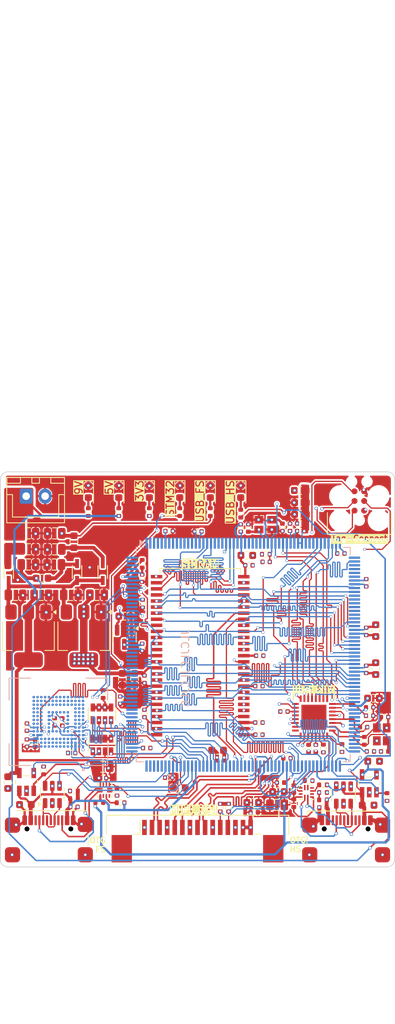
<source format=kicad_pcb>
(kicad_pcb (version 20240108) (generator "pcbnew") (generator_version "8.0")
  (layers (0 "F.Cu" signal "Signal_L1") (1 "In1.Cu" power "GND_L2") (2 "In2.Cu" signal "Signal_L3") (3 "In3.Cu" power "+3V3_L4") (4 "In4.Cu" power "GND_L5") (31 "B.Cu" signal "Signal_L6") (34 "B.Paste" user) (35 "F.Paste" user) (36 "B.SilkS" user "B.Silkscreen") (37 "F.SilkS" user "F.Silkscreen") (38 "B.Mask" user) (39 "F.Mask" user) (44 "Edge.Cuts" user))
  (net 0 "")
  (net 1 "GND")
  (net 2 "+5V")
  (net 3 "+1V8")
  (net 4 "9V_DC_Jack")
  (net 5 "9V_DC_Jack_FILT")
  (net 6 "Net-(U2-VI)")
  (net 7 "USB_OTG_FS_VBUS")
  (net 8 "Net-(C8-Pad1)")
  (net 9 "VDDSDMMC_STM32")
  (net 10 "USB_OTG_HS_VBUS")
  (net 11 "Net-(C12-Pad1)")
  (net 12 "VDDA_STM32")
  (net 13 "VDD12DSI_STM32")
  (net 14 "RCC_OSC_OUT")
  (net 15 "RCC_OSC_IN")
  (net 16 "NRST")
  (net 17 "Net-(U4-VCAP_1)")
  (net 18 "Net-(U4-VCAP_2)")
  (net 19 "USB_OTG_FS_OverCurrent")
  (net 20 "USB_OTG_HS_OverCurrent")
  (net 21 "Net-(U9-VDD33)")
  (net 22 "Net-(U9-REFCLK)")
  (net 23 "Net-(U9-XO)")
  (net 25 "Net-(U12A-VDDI)")
  (net 26 "Net-(D4-A)")
  (net 27 "Net-(D5-A)")
  (net 28 "Net-(D6-A)")
  (net 29 "Net-(D7-A)")
  (net 30 "Net-(D8-A)")
  (net 31 "Net-(D9-A)")
  (net 32 "SWO")
  (net 33 "SWDIO")
  (net 34 "SWCLK")
  (net 35 "Net-(J3-CC2)")
  (net 37 "Net-(J3-D--PadA7)")
  (net 39 "Net-(J3-D+-PadA6)")
  (net 40 "Net-(J3-CC1)")
  (net 41 "DSIHOST_CKN")
  (net 42 "I2C_4_SDA")
  (net 44 "I2C_4_SCL")
  (net 45 "DSIHOST_D1P")
  (net 46 "DSIHOST_D1N")
  (net 47 "DSIHOST_D0N")
  (net 48 "DSIHOST_CKP")
  (net 49 "DSIHOST_D0P")
  (net 50 "PDR_ON")
  (net 51 "BOOT0")
  (net 52 "STM32_LED")
  (net 54 "Enable GPIO")
  (net 55 "USB_OTG_FS_DETECT")
  (net 56 "Net-(U7-CURRENT_MODE)")
  (net 57 "Net-(U7-VBUS_DET)")
  (net 58 "USB_OTG_FS_ID")
  (net 59 "Net-(J4-CC2)")
  (net 60 "USB_OTG_HS_DETECT")
  (net 61 "Net-(U9-VBUS)")
  (net 62 "Net-(U9-RBIAS)")
  (net 63 "Net-(U11-CURRENT_MODE)")
  (net 64 "Net-(U11-VBUS_DET)")
  (net 65 "Net-(U11-ID)")
  (net 66 "SDMMC1_CMD")
  (net 67 "SDMMC1_D3")
  (net 68 "SDMMC1_D1")
  (net 69 "SDMMC1_D2")
  (net 70 "SDMMC1_D0")
  (net 72 "SDMMC1_D5")
  (net 73 "SDMMC1_D7")
  (net 74 "SDMMC1_D6")
  (net 75 "/USB_OTG_HS/D+")
  (net 76 "SDMMC1_D4")
  (net 78 "FMC_A1")
  (net 79 "FMC_D5")
  (net 80 "USB_OTG_HS_ULPI_D3")
  (net 84 "FMC_A4")
  (net 88 "FMC_D11")
  (net 90 "FMC_A9")
  (net 92 "FMC_D3")
  (net 97 "FMC_SDNRAS")
  (net 100 "USB_OTG_HS_ULPI_STP")
  (net 101 "FMC_NBL0")
  (net 107 "FMC_D0")
  (net 108 "FMC_SDNWE")
  (net 111 "FMC_BA0")
  (net 112 "USB_OTG_HS_ULPI_NXT")
  (net 118 "FMC_D9")
  (net 122 "FMC_A0")
  (net 125 "FMC_D15")
  (net 126 "/USB_OTG_HS/D-")
  (net 129 "FMC_A2")
  (net 130 "FMC_A3")
  (net 133 "USB_OTG_HS_ULPI_DIR")
  (net 135 "FMC_D12")
  (net 138 "FMC_D13")
  (net 139 "FMC_D8")
  (net 140 "USB_OTG_HS_ULPI_CK")
  (net 141 "USB_OTG_FS_N")
  (net 143 "FMC_SDCKE0")
  (net 147 "FMC_D4")
  (net 148 "FMC_A11")
  (net 149 "FMC_A7")
  (net 150 "FMC_D6")
  (net 151 "USB_OTG_HS_ULPI_D0")
  (net 155 "FMC_SDNCAS")
  (net 156 "FMC_NBL1")
  (net 157 "USB_OTG_HS_ULPI_D4")
  (net 159 "USB_OTG_HS_ULPI_D2")
  (net 163 "FMC_A5")
  (net 168 "FMC_D2")
  (net 169 "FMC_D1")
  (net 175 "FMC_D7")
  (net 177 "FMC_SDCLK")
  (net 180 "USB_OTG_HS_ULPI_D5")
  (net 181 "FMC_SDNE0")
  (net 182 "USB_OTG_HS_ULPI_D1")
  (net 186 "FMC_D10")
  (net 190 "FMC_A8")
  (net 196 "USB_OTG_HS_ULPI_D6")
  (net 200 "FMC_D14")
  (net 201 "FMC_BA1")
  (net 203 "FMC_A6")
  (net 205 "SDMMC1_CK")
  (net 206 "USB_OTG_FS_P")
  (net 207 "Enable GPIO HS")
  (net 208 "USB_OTG_HS_ULPI_D7")
  (net 212 "FMC_A10")
  (net 218 "/USB_OTG_HS/ESD_D-")
  (net 222 "/USB_OTG_HS/ESD_D+")
  (net 338 "Net-(J4-CC1)")
  (footprint "1.Footprints:BAT165" (layer "F.Cu") (at 181.1 67.1875 90)
    (property "Reference" "D1" (hide yes))
    (property "Value" "BAT165" (hide yes))
  )
  (footprint "Capacitor_SMD:C_0805_2012Metric" (layer "F.Cu") (at 193.48 92.8)
    (property "Reference" "C48" (hide yes))
    (property "Value" "100uF" (hide yes))
  )
  (footprint "1.Footprints:STMPS" (layer "F.Cu") (at 183.45 94.81 90)
    (property "Reference" "U5" (hide yes))
    (property "Value" "STMPS2151STR")
  )
  (footprint "1.Footprints:Widerstandsarray_1" (layer "F.Cu") (at 193.4 85.85 -90)
    (property "Reference" "R26" (hide yes))
    (property "Value" "10kR" (hide yes))
  )
  (footprint "Capacitor_SMD:C_0402_1005Metric" (layer "F.Cu") (at 214.1 87)
    (property "Reference" "C72" (hide yes))
    (property "Value" "100nF" (hide yes))
  )
  (footprint "Resistor_SMD:R_0402_1005Metric" (layer "F.Cu") (at 198.7 66.1 -90)
    (property "Reference" "R2" (hide yes))
    (property "Value" "10kR" (hide yes))
  )
  (footprint "Resistor_SMD:R_0402_1005Metric" (layer "F.Cu") (at 185.7 93.3 -90)
    (property "Reference" "R10" (hide yes))
    (property "Value" "3k3R" (hide yes))
  )
  (footprint "Capacitor_SMD:C_0603_1608Metric" (layer "F.Cu") (at 229.23 92.09)
    (property "Reference" "C49" (hide yes))
    (property "Value" "1uF" (hide yes))
  )
  (footprint "Capacitor_SMD:C_0805_2012Metric" (layer "F.Cu") (at 187.15 62.1 180)
    (property "Reference" "C7" (hide yes))
    (property "Value" "4.7uF" (hide yes))
  )
  (footprint "Capacitor_SMD:C_0402_1005Metric" (layer "F.Cu") (at 188.16 86.91 90)
    (property "Reference" "C64" (hide yes))
    (property "Value" "100nF" (hide yes))
  )
  (footprint "Capacitor_SMD:C_0805_2012Metric" (layer "F.Cu") (at 185.4 70.2)
    (property "Reference" "C6" (hide yes))
    (property "Value" "10uF")
  )
  (footprint "Package_TO_SOT_SMD:SOT-23-6" (layer "F.Cu") (at 225.25 96.5375 90)
    (property "Reference" "U10" (hide yes))
    (property "Value" "USBLC6-2SC6" (hide yes))
  )
  (footprint "Capacitor_SMD:C_0603_1608Metric" (layer "F.Cu") (at 196.4 73)
    (property "Reference" "C2" (hide yes))
    (property "Value" "1uF")
  )
  (footprint "Resistor_SMD:R_0402_1005Metric" (layer "F.Cu") (at 207.68 59.3 90)
    (property "Reference" "R7" (hide yes))
    (property "Value" "1kR" (hide yes))
  )
  (footprint "Capacitor_SMD:C_0603_1608Metric" (layer "F.Cu") (at 216.675 96.1 180)
    (property "Reference" "C38" (hide yes))
    (property "Value" "2.2uF" (hide yes))
  )
  (footprint "Capacitor_SMD:C_0402_1005Metric" (layer "F.Cu") (at 218.2 61.3 90)
    (property "Reference" "C18" (hide yes))
    (property "Value" "100nF" (hide yes))
  )
  (footprint "Connector_JST:JST_XH_B2B-XH-A_1x02_P2.50mm_Vertical" (layer "F.Cu") (at 183.4 57.2)
    (property "Reference" "J1" (hide yes))
    (property "Value" "Conn_01x02" (hide yes))
  )
  (footprint "Capacitor_SMD:C_0402_1005Metric" (layer "F.Cu") (at 219.6 60.8 180)
    (property "Reference" "C30" (hide yes))
    (property "Value" "100nF" (hide yes))
  )
  (footprint "Resistor_SMD:R_0402_1005Metric" (layer "F.Cu") (at 225.05 90.35 -90)
    (property "Reference" "R21" (hide yes))
    (property "Value" "8.06kR 1%" (hide yes))
  )
  (footprint "Resistor_SMD:R_0402_1005Metric" (layer "F.Cu") (at 222.55 97.175 180)
    (property "Reference" "R17" (hide yes))
    (property "Value" "430kR" (hide yes))
  )
  (footprint "Resistor_SMD:R_0402_1005Metric" (layer "F.Cu") (at 189.7 96 180)
    (property "Reference" "R12" (hide yes))
    (property "Value" "620kR" (hide yes))
  )
  (footprint "Capacitor_SMD:C_0402_1005Metric" (layer "F.Cu") (at 219.6 61.8 180)
    (property "Reference" "C31" (hide yes))
    (property "Value" "100nF" (hide yes))
  )
  (footprint "1.Footprints:BAT165" (layer "F.Cu") (at 190.1125 67.1875 90)
    (property "Reference" "D3" (hide yes))
    (property "Value" "BAT165" (hide yes))
  )
  (footprint "Capacitor_SMD:C_0402_1005Metric" (layer "F.Cu") (at 189.7 98.1)
    (property "Reference" "C46" (hide yes))
    (property "Value" "100nF" (hide yes))
  )
  (footprint "Resistor_SMD:R_0402_1005Metric" (layer "F.Cu") (at 209 98.2 -90)
    (property "Reference" "R28" (hide yes))
    (property "Value" "1.5kR" (hide yes))
  )
  (footprint "1.Footprints:BAT165" (layer "F.Cu") (at 193.5 67.2 90)
    (property "Reference" "D2" (hide yes))
    (property "Value" "BAT165" (hide yes))
  )
  (footprint "Capacitor_SMD:C_0402_1005Metric" (layer "F.Cu") (at 193.48 94.3)
    (property "Reference" "C47" (hide yes))
    (property "Value" "100nF" (hide yes))
  )
  (footprint "Capacitor_SMD:C_0402_1005Metric" (layer "F.Cu") (at 212.7 61.4 90)
    (property "Reference" "C40" (hide yes))
    (property "Value" "10pF" (hide yes))
  )
  (footprint "Capacitor_SMD:C_0402_1005Metric" (layer "F.Cu") (at 220.65 90.4 -90)
    (property "Reference" "C52" (hide yes))
    (property "Value" "2.2uF" (hide yes))
  )
  (footprint "Capacitor_SMD:C_0402_1005Metric" (layer "F.Cu") (at 215.05 65.85 180)
    (property "Reference" "C41" (hide yes))
    (property "Value" "100nF" (hide yes))
  )
  (footprint "Capacitor_SMD:C_0402_1005Metric" (layer "F.Cu") (at 218.7 95.75 90)
    (property "Reference" "C59" (hide yes))
    (property "Value" "100nF" (hide yes))
  )
  (footprint "Resistor_SMD:R_0402_1005Metric" (layer "F.Cu") (at 222.55 96.2)
    (property "Reference" "R18" (hide yes))
    (property "Value" "620kR" (hide yes))
  )
  (footprint "Capacitor_SMD:C_0603_1608Metric" (layer "F.Cu") (at 219.575 59.6 180)
    (property "Reference" "C32" (hide yes))
    (property "Value" "4.7uF" (hide yes))
  )
  (footprint "Resistor_SMD:R_0402_1005Metric" (layer "F.Cu") (at 210.1 98.2 -90)
    (property "Reference" "R29" (hide yes))
    (property "Value" "1.5kR" (hide yes))
  )
  (footprint "Resistor_SMD:R_0402_1005Metric" (layer "F.Cu") (at 193.05 97.525)
    (property "Reference" "R13" (hide yes))
    (property "Value" "10kR" (hide yes))
  )
  (footprint "Capacitor_SMD:C_0805_2012Metric" (layer "F.Cu") (at 187.15 64.2 180)
    (property "Reference" "C8" (hide yes))
    (property "Value" "4.7uF")
  )
  (footprint "1.Footprints:XTAL_ECS-240-10-36-CKM-TR" (layer "F.Cu") (at 214.95 60.95 180)
    (property "Reference" "Y1" (hide yes))
    (property "Value" "26MHz" (hide yes))
  )
  (footprint "1.Footprints:GT-USB-7047B_JLCPCB" (layer "F.Cu") (at 186.4 103.6)
    (property "Reference" "J3" (hide yes))
    (property "Value" "USB_C_Receptacle_USB2.0_16P" (hide yes))
  )
  (footprint "Capacitor_SMD:C_0402_1005Metric" (layer "F.Cu") (at 230.68 86.275)
    (property "Reference" "C57" (hide yes))
    (property "Value" "10pF" (hide yes))
  )
  (footprint "Capacitor_SMD:C_0402_1005Metric" (layer "F.Cu") (at 189.4 91 180)
    (property "Reference" "C66" (hide yes))
    (property "Value" "100nF" (hide yes))
  )
  (footprint "Capacitor_SMD:C_0402_1005Metric" (layer "F.Cu") (at 224.9 64.75 180)
    (property "Reference" "C14" (hide yes))
    (property "Value" "100nF" (hide yes))
  )
  (footprint "Capacitor_SMD:C_0402_1005Metric" (layer "F.Cu") (at 202.25 61.8)
    (property "Reference" "C34" (hide yes))
    (property "Value" "100nF" (hide yes))
  )
  (footprint "Capacitor_SMD:C_0402_1005Metric" (layer "F.Cu") (at 187.16 86.91 -90)
    (property "Reference" "C63" (hide yes))
    (property "Value" "1uF" (hide yes))
  )
  (footprint "Resistor_SMD:R_0402_1005Metric" (layer "F.Cu") (at 211.7 59.5 90)
    (property "Reference" "R9" (hide yes))
    (property "Value" "1kR" (hide yes))
  )
  (footprint "Resistor_SMD:R_0402_1005Metric" (layer "F.Cu") (at 222.6 90.41 90)
    (property "Reference" "R19" (hide yes))
    (property "Value" "20kR" (hide yes))
  )
  (footprint "Capacitor_SMD:C_0402_1005Metric" (layer "F.Cu") (at 183.5 87.6 90)
    (property "Reference" "C61" (hide yes))
    (property "Value" "100nF" (hide yes))
  )
  (footprint "Capacitor_SMD:C_0805_2012Metric" (layer "F.Cu") (at 182 70.2)
    (property "Reference" "C5" (hide yes))
    (property "Value" "10uF")
  )
  (footprint "1.Footprints:TUSB321RWBR" (layer "F.Cu") (at 220.35 96.2 90)
    (property "Reference" "U11" (hide yes))
    (property "Value" "TUSB321RWBR" (hide yes))
  )
  (footprint "Capacitor_SMD:C_0805_2012Metric" (layer "F.Cu") (at 183.7 64.1875)
    (property "Reference" "C4" (hide yes))
    (property "Value" "4.7uF" (hide yes))
  )
  (footprint "Resistor_SMD:R_0402_1005Metric" (layer "F.Cu") (at 230.99 96.8 90)
    (property "Reference" "R16" (hide yes))
    (property "Value" "3k3R" (hide yes))
  )
  (footprint "Capacitor_SMD:C_0402_1005Metric" (layer "F.Cu") (at 199.3 90.35)
    (property "Reference" "C22" (hide yes))
    (property "Value" "100nF" (hide yes))
  )
  (footprint "Capacitor_SMD:C_0603_1608Metric" (layer "F.Cu") (at 180.99 94.9 -90)
    (property "Reference" "C44" (hide yes))
    (property "Value" "1uF" (hide yes))
  )
  (footprint "Capacitor_SMD:C_0603_1608Metric" (layer "F.Cu") (at 183.3 97.8 180)
    (property "Reference" "C45" (hide yes))
    (property "Value" "5.6uF" (hide yes))
  )
  (footprint "Capacitor_SMD:C_0805_2012Metric" (layer "F.Cu") (at 192.75 70.2)
    (property "Reference" "C10" (hide yes))
    (property "Value" "22uF")
  )
  (footprint "Package_TO_SOT_SMD:SOT-223-3_TabPin2" (layer "F.Cu") (at 183.7 75.6 -90)
    (property "Reference" "U2" (hide yes))
    (property "Value" "AMS1117-5.0" (hide yes))
  )
  (footprint "Capacitor_SMD:C_0402_1005Metric" (layer "F.Cu") (at 213.475 98.8)
    (property "Reference" "C68" (hide yes))
    (property "Value" "100nF" (hide yes))
  )
  (footprint "Capacitor_SMD:C_0402_1005Metric" (layer "F.Cu") (at 228.7 85)
    (property "Reference" "C36" (hide yes))
    (property "Value" "100nF" (hide yes))
  )
  (footprint "Capacitor_SMD:C_0603_1608Metric" (layer "F.Cu") (at 197.7 81.3 -90)
    (property "Reference" "C77" (hide yes))
    (property "Value" "2.2uF" (hide yes))
  )
  (footprint "LED_SMD:LED_0603_1608Metric" (layer "F.Cu") (at 207.68 56.6 -90)
    (property "Reference" "D7" (hide yes))
    (property "Value" "LED" (hide yes))
  )
  (footprint "Capacitor_SMD:C_0402_1005Metric" (layer "F.Cu") (at 211.7 61.4 90)
    (property "Reference" "C25" (hide yes))
    (property "Value" "100nF" (hide yes))
  )
  (footprint "Capacitor_SMD:C_0603_1608Metric" (layer "F.Cu") (at 213.275 97.525)
    (property "Reference" "C67" (hide yes))
    (property "Value" "4.7uF" (hide yes))
  )
  (footprint "Package_SO:TSOP-II-54_22.2x10.16mm_P0.8mm" (layer "F.Cu") (at 206.35 78.2 180)
    (property "Reference" "U13" (hide yes))
    (property "Value" "IS42S16400J-7TL" (hide yes))
  )
  (footprint "Capacitor_SMD:C_0402_1005Metric" (layer "F.Cu") (at 228.25 75 90)
    (property "Reference" "C20" (hide yes))
    (property "Value" "100nF")
  )
  (footprint "Package_TO_SOT_SMD:SOT-23-6" (layer "F.Cu") (at 186.85 96.4625 90)
    (property "Reference" "U6" (hide yes))
    (property "Value" "USBLC6-2SC6" (hide yes))
  )
  (footprint "Resistor_SMD:R_0402_1005Metric" (layer "F.Cu") (at 195.62 59.3 90)
    (property "Reference" "R6" (hide yes))
    (property "Value" "1kR" (hide yes))
  )
  (footprint "Capacitor_SMD:C_0402_1005Metric" (layer "F.Cu") (at 209.05 91.95)
    (property "Reference" "C24" (hide yes))
    (property "Value" "100nF" (hide yes))
  )
  (footprint "1.Footprints:STMPS" (layer "F.Cu") (at 228.65 94.99 90)
    (property "Reference" "U8" (hide yes))
    (property "Value" "STMPS2151STR" (hide yes))
  )
  (footprint "Capacitor_SMD:C_0603_1608Metric" (layer "F.Cu") (at 208.65 90.65)
    (property "Reference" "C35" (hide yes))
    (property "Value" "1uF" (hide yes))
  )
  (footprint "Capacitor_SMD:C_0402_1005Metric" (layer "F.Cu") (at 202.2 94.25)
    (property "Reference" "C16" (hide yes))
    (property "Value" "100nF" (hide yes))
  )
  (footprint "Capacitor_SMD:C_0805_2012Metric" (layer "F.Cu") (at 189.3 70.2)
    (property "Reference" "C9" (hide yes))
    (property "Value" "10uF")
  )
  (footprint "1.Footprints:USB_ULPI" (layer "F.Cu") (at 221.35 86.3 -90)
    (property "Reference" "U9" (hide yes))
    (property "Value" "USB3320C-EZK-TR" (hide yes))
  )
  (footprint "Inductor_SMD:L_0603_1608Metric" (layer "F.Cu") (at 185.5 68)
    (property "Reference" "FB3" (hide yes))
    (property "Value" "FerriteBead" (hide yes))
  )
  (footprint "Capacitor_SMD:C_0402_1005Metric" (layer "F.Cu") (at 217.2 61.3 -90)
    (property "Reference" "C39" (hide yes))
    (property "Value" "10pF" (hide yes))
  )
  (footprint "Resistor_SMD:R_0402_1005Metric" (layer "F.Cu") (at 218.7 97.6 -90)
    (property "Reference" "R22" (hide yes))
    (property "Value" "10kR" (hide yes))
  )
  (footprint "Capacitor_SMD:C_0603_1608Metric" (layer "F.Cu") (at 196.1 81.3 -90)
    (property "Reference" "C1" (hide yes))
    (property "Value" "1uF")
  )
  (footprint "Capacitor_SMD:C_0603_1608Metric" (layer "F.Cu") (at 212.5 65)
    (property "Reference" "C73" (hide yes))
    (property "Value" "2.2uF" (hide yes))
  )
  (footprint "Capacitor_SMD:C_0603_1608Metric" (layer "F.Cu") (at 219.575 58.05 180)
    (property "Reference" "C33" (hide yes))
    (property "Value" "4.7uF" (hide yes))
  )
  (footprint "Capacitor_SMD:C_0603_1608Metric" (layer "F.Cu") (at 229.5 79.9 90)
    (property "Reference" "C29" (hide yes))
    (property "Value" "4.7uF" (hide yes))
  )
  (footprint "Connector:Tag-Connect_TC2030-IDC-FP_2x03_P1.27mm_Vertical" (layer "F.Cu") (at 227.34 57.835 90)
    (property "Reference" "J2" (hide yes))
    (property "Value" "Conn_ARM_SWD_TagConnect_TC2030" (hide yes))
  )
  (footprint "Capacitor_SMD:C_0603_1608Metric" (layer "F.Cu") (at 229.5 74.9 90)
    (property "Reference" "C37" (hide yes))
    (property "Value" "1uF")
  )
  (footprint "LED_SMD:LED_0603_1608Metric" (layer "F.Cu") (at 203.66 56.6 -90)
    (property "Reference" "D5" (hide yes))
    (property "Value" "LED" (hide yes))
  )
  (footprint "Capacitor_SMD:C_0402_1005Metric" (layer "F.Cu") (at 214.1 82.2)
    (property "Reference" "C71" (hide yes))
    (property "Value" "100nF" (hide yes))
  )
  (footprint "Capacitor_SMD:C_0402_1005Metric" (layer "F.Cu") (at 199 85.8 -90)
    (property "Reference" "C74" (hide yes))
    (property "Value" "100nF" (hide yes))
  )
  (footprint "Package_TO_SOT_SMD:SOT-223-3_TabPin2" (layer "F.Cu") (at 191 75.6 -90)
    (property "Reference" "U3" (hide yes))
    (property "Value" "AMS1117-3.3" (hide yes))
  )
  (footprint "Capacitor_SMD:C_0603_1608Metric" (layer "F.Cu") (at 228.5 97.875)
    (property "Reference" "C55" (hide yes))
    (property "Value" "5.6uF")
  )
  (footprint "Resistor_SMD:R_0402_1005Metric" (layer "F.Cu") (at 220.65 94.65 180)
    (property "Reference" "R24" (hide yes))
    (property "Value" "10kR" (hide yes))
  )
  (footprint "1.Footprints:XTAL_ECS-240-10-36-CKM-TR" (layer "F.Cu") (at 230.3 88.55 90)
    (property "Reference" "Y2" (hide yes))
    (property "Value" "24MHz" (hide yes))
  )
  (footprint "Capacitor_SMD:C_0402_1005Metric" (layer "F.Cu") (at 228.25 80 90)
    (property "Reference" "C26" (hide yes))
    (property "Value" "100nF" (hide yes))
  )
  (footprint "Capacitor_SMD:C_0402_1005Metric" (layer "F.Cu") (at 222.55 98.175 180)
    (property "Reference" "C56" (hide yes))
    (property "Value" "100nF" (hide yes))
  )
  (footprint "1.Footprints:TUSB321RWBR" (layer "F.Cu") (at 193.78 95.9)
    (property "Reference" "U7" (hide yes))
    (property "Value" "TUSB321RWBR" (hide yes))
  )
  (footprint "Capacitor_SMD:C_0805_2012Metric" (layer "F.Cu") (at 183.7 62.0875)
    (property "Reference" "C3" (hide yes))
    (property "Value" "4.7uF")
  )
  (footprint "1.Footprints:Widerstandsarray_1" (layer "F.Cu") (at 193.4 89.95 -90)
    (property "Reference" "R27" (hide yes))
    (property "Value" "10kR")
  )
  (footprint "Capacitor_SMD:C_0402_1005Metric" (layer "F.Cu") (at 198.7 77.1 -90)
    (property "Reference" "C17" (hide yes))
    (property "Value" "100nF" (hide yes))
  )
  (footprint "Resistor_SMD:R_0402_1005Metric" (layer "F.Cu") (at 222.55 95.2 180)
    (property "Reference" "R23" (hide yes))
    (property "Value" "900kR" (hide yes))
  )
  (footprint "Capacitor_SMD:C_0402_1005Metric" (layer "F.Cu") (at 206.05 61.85 180)
    (property "Reference" "C13" (hide yes))
    (property "Value" "100nF" (hide yes))
  )
  (footprint "Capacitor_SMD:C_0402_1005Metric" (layer "F.Cu") (at 184.57 89.7 -90)
    (property "Reference" "C62" (hide yes))
    (property "Value" "4.7uF" (hide yes))
  )
  (footprint "Capacitor_SMD:C_0402_1005Metric" (layer "F.Cu") (at 228.8 90.8)
    (property "Reference" "C15" (hide yes))
    (property "Value" "100nF" (hide yes))
  )
  (footprint "Capacitor_SMD:C_0402_1005Metric" (layer "F.Cu") (at 214.1 88.6)
    (property "Reference" "C76" (hide yes))
    (property "Value" "100nF" (hide yes))
  )
  (footprint "Capacitor_SMD:C_0805_2012Metric" (layer "F.Cu") (at 216.5 97.825 180)
    (property "Reference" "C60" (hide yes))
    (property "Value" "100uF")
  )
  (footprint "Capacitor_SMD:C_0805_2012Metric" (layer "F.Cu") (at 183.7 66.2)
    (property "Reference" "C11" (hide yes))
    (property "Value" "4.7uF" (hide yes))
  )
  (footprint "Inductor_SMD:L_0603_1608Metric" (layer "F.Cu") (at 219.55 56.45 180)
    (property "Reference" "FB4" (hide yes))
    (property "Value" "FerriteBead" (hide yes))
  )
  (footprint "Capacitor_SMD:C_0402_1005Metric" (layer "F.Cu") (at 212.78 66.3)
    (property "Reference" "C69" (hide yes))
    (property "Value" "100nF" (hide yes))
  )
  (footprint "Resistor_SMD:R_0402_1005Metric" (layer "F.Cu") (at 195.38 96.1 90)
    (property "Reference" "R15" (hide yes))
    (property "Value" "10kR" (hide yes))
  )
  (footprint "Inductor_SMD:L_0603_1608Metric" (layer "F.Cu") (at 181.1 63.2 -90)
    (property "Reference" "FB1" (hide yes))
    (property "Value" "FerriteBead" (hide yes))
  )
  (footprint "Capacitor_SMD:C_0603_1608Metric" (layer "F.Cu") (at 203.6 95.6 180)
    (property "Reference" "C43" (hide yes))
    (property "Value" "2.2uF" (hide yes))
  )
  (footprint "Package_TO_SOT_SMD:SOT-23" (layer "F.Cu") (at 196.35 75.7625 -90)
    (property "Reference" "U1" (hide yes))
    (property "Value" "MCP1700x-180xxTT")
  )
  (footprint "Capacitor_SMD:C_0603_1608Metric" (layer "F.Cu") (at 229.2 83.8)
    (property "Reference" "C42" (hide yes))
    (property "Value" "2.2uF" (hide yes))
  )
  (footprint "LED_SMD:LED_0603_1608Metric" (layer "F.Cu") (at 195.62 56.6 -90)
    (property "Reference" "D6" (hide yes))
    (property "Value" "LED" (hide yes))
  )
  (footprint "Resistor_SMD:R_0402_1005Metric" (layer "F.Cu") (at 195.85 97.55 180)
    (property "Reference" "R14" (hide yes))
    (property "Value" "900kR" (hide yes))
  )
  (footprint "Capacitor_SMD:C_0402_1005Metric" (layer "F.Cu") (at 230.68 90.8 180)
    (property "Reference" "C58" (hide yes))
    (property "Value" "10pF" (hide yes))
  )
  (footprint "Capacitor_SMD:C_0402_1005Metric" (layer "F.Cu") (at 221.6 90.4 -90)
    (property "Reference" "C51" (hide yes))
    (property "Value" "100nF" (hide yes))
  )
  (footprint "Resistor_SMD:R_0402_1005Metric" (layer "F.Cu") (at 199.64 59.3 90)
    (property "Reference" "R8" (hide yes))
    (property "Value" "330R" (hide yes))
  )
  (footprint "Capacitor_SMD:C_0402_1005Metric" (layer "F.Cu") (at 228.7 86.1)
    (property "Reference" "C54" (hide yes))
    (property "Value" "100nF" (hide yes))
  )
  (footprint "Capacitor_SMD:C_0402_1005Metric" (layer "F.Cu") (at 198.7 68 -90)
    (property "Reference" "C28" (hide yes))
    (property "Value" "100nF" (hide yes))
  )
  (footprint "Capacitor_SMD:C_0402_1005Metric" (layer "F.Cu") (at 183.5 89.7 -90)
    (property "Reference" "C65" (hide yes))
    (property "Value" "4.7uF" (hide yes))
  )
  (footprint "LED_SMD:LED_0603_1608Metric" (layer "F.Cu") (at 211.7 56.6 -90)
    (property "Reference" "D9" (hide yes))
    (property "Value" "LED" (hide yes))
  )
  (footprint "Resistor_SMD:R_0402_1005Metric" (layer "F.Cu") (at 191.6 59.3 90)
    (property "Reference" "R4" (hide yes))
    (property "Value" "5kR" (hide yes))
  )
  (footprint "Resistor_SMD:R_0402_1005Metric" (layer "F.Cu") (at 228 89.4 90)
    (property "Reference" "R20" (hide yes))
    (property "Value" "1MR")
  )
  (footprint "Capacitor_SMD:C_0402_1005Metric" (layer "F.Cu") (at 199 81.3 -90)
    (property "Reference" "C75" (hide yes))
    (property "Value" "100nF" (hide yes))
  )
  (footprint "Resistor_SMD:R_0402_1005Metric" (layer "F.Cu") (at 203.66 59.3 90)
    (property "Reference" "R5" (hide yes))
    (property "Value" "330R" (hide yes))
  )
  (footprint "LED_SMD:LED_0603_1608Metric" (layer "F.Cu") (at 191.6 56.6 -90)
    (property "Reference" "D4" (hide yes))
    (property "Value" "LED" (hide yes))
  )
  (footprint "Connector_FFC-FPC:TE_1-84952-5_1x15-1MP_P1.0mm_Horizontal" (layer "F.Cu") (at 206 102.6)
    (property "Reference" "J5" (hide yes))
    (property "Value" "Conn_01x15")
  )
  (footprint "Inductor_SMD:L_0603_1608Metric" (layer "F.Cu") (at 189.7 63.2 -90)
    (property "Reference" "FB2" (hide yes))
    (property "Value" "FerriteBead" (hide yes))
  )
  (footprint "LED_SMD:LED_0603_1608Metric" (layer "F.Cu") (at 199.64 56.6 -90)
    (property "Reference" "D8" (hide yes))
    (property "Value" "LED" (hide yes))
  )
  (footprint "1.Footprints:GT-USB-7047B_JLCPCB" (layer "F.Cu") (at 225.6 103.6)
    (property "Reference" "J4" (hide yes))
    (property "Value" "USB_C_Receptacle_USB2.0_16P" (hide yes))
  )
  (footprint "Capacitor_SMD:C_0402_1005Metric" (layer "F.Cu") (at 217.4 85.55 180)
    (property "Reference" "C53" (hide yes))
    (property "Value" "4.7uF" (hide yes))
  )
  (footprint "Capacitor_SMD:C_0402_1005Metric" (layer "F.Cu") (at 195.8 84.05 -90)
    (property "Reference" "C23" (hide yes))
    (property "Value" "100nF" (hide yes))
  )
  (footprint "Resistor_SMD:R_0402_1005Metric" (layer "F.Cu") (at 189.7 97)
    (property "Reference" "R11" (hide yes))
    (property "Value" "430kR" (hide yes))
  )
  (footprint "Capacitor_SMD:C_0805_2012Metric" (layer "F.Cu") (at 187.1 66.2 180)
    (property "Reference" "C12" (hide yes))
    (property "Value" "4.7uF" (hide yes))
  )
  (footprint "Capacitor_SMD:C_0402_1005Metric" (layer "F.Cu") (at 227.9 87.6 180)
    (property "Reference" "C50" (hide yes))
    (property "Value" "100nF" (hide yes))
  )
  (footprint "Capacitor_SMD:C_0402_1005Metric" (layer "F.Cu") (at 217.8 91.694 180)
    (property "Reference" "C27" (hide yes))
    (property "Value" "100nF" (hide yes))
  )
  (footprint "Capacitor_SMD:C_0402_1005Metric" (layer "F.Cu") (at 214.2 78.2)
    (property "Reference" "C70" (hide yes))
    (property "Value" "100nF" (hide yes))
  )
  (footprint "Resistor_SMD:R_0402_1005Metric" (layer "F.Cu") (at 215.01 64.85 180)
    (property "Reference" "R1" (hide yes))
    (property "Value" "10kR")
  )
  (footprint "Capacitor_SMD:C_0402_1005Metric" (layer "F.Cu") (at 228.25 68.6 -90)
    (property "Reference" "C19" (hide yes))
    (property "Value" "100nF")
  )
  (footprint "Capacitor_SMD:C_0402_1005Metric" (layer "F.Cu") (at 216.95 94.9 180)
    (property "Reference" "C21" (hide yes))
    (property "Value" "100nF" (hide yes))
  )
  (footprint "Resistor_SMD:R_0402_1005Metric" (layer "F.Cu") (at 193.55 83.25 90)
    (property "Reference" "R25" (hide yes))
    (property "Value" "10kR" (hide yes))
  )
  (footprint "Resistor_SMD:R_0402_1005Metric" (layer "F.Cu") (at 198.75 71.35 90)
    (property "Reference" "R3" (hide yes))
    (property "Value" "10kR" (hide yes))
  )
  (footprint "Package_QFP:LQFP-208_28x28mm_P0.5mm" (layer "B.Cu") (at 212.025 78.05 -90)
    (property "Reference" "U4" (hide yes))
    (property "Value" "STM32F769BIT6" (hide yes))
  )
  (footprint "1.Custom_Footprint_Library:EMMC" (layer "B.Cu") (at 187.65 86.9 90)
    (property "Reference" "U12" (hide yes))
    (property "Value" "EMMC64G-IY29-5B101" (hide yes))
  )
  (gr_line (start 200.32 55.175) (end 200.32 58.125) (stroke (width 0.12)) (layer "F.SilkS"))
  (gr_line (start 211.675 66.725) (end 208.775 66.725) (stroke (width 0.12)) (layer "F.SilkS"))
  (gr_line (start 208.36 55.165) (end 208.36 58.115) (stroke (width 0.12)) (layer "F.SilkS"))
  (gr_line (start 211.675 67.365625) (end 211.675 66.725) (stroke (width 0.12)) (layer "F.SilkS"))
  (gr_line (start 201.05 67.365625) (end 201.05 66.725) (stroke (width 0.12)) (layer "F.SilkS"))
  (gr_line (start 218.05 101.75) (end 218.05 99.19) (stroke (width 0.12)) (layer "F.SilkS"))
  (gr_line (start 220.45 99.25) (end 220.45 98.6375) (stroke (width 0.12)) (layer "F.SilkS"))
  (gr_line (start 220.45 98.65) (end 229.975 98.65) (stroke (width 0.12)) (layer "F.SilkS"))
  (gr_line (start 212.38 55.165) (end 212.38 58.115) (stroke (width 0.12)) (layer "F.SilkS"))
  (gr_line (start 192.28 55.165) (end 190.66 55.165) (stroke (width 0.12)) (layer "F.SilkS"))
  (gr_rect (start 218.6246 82.15) (end 218.65 83.975) (stroke (width 0.15)) (fill none) (layer "F.SilkS"))
  (gr_line (start 191.575 103.15) (end 191.575 101.65) (stroke (width 0.12)) (layer "F.SilkS"))
  (gr_line (start 191.55 98.5875) (end 182.025 98.5875) (stroke (width 0.12)) (layer "F.SilkS"))
  (gr_line (start 191.55 99.2) (end 191.55 98.5875) (stroke (width 0.12)) (layer "F.SilkS"))
  (gr_line (start 223.625 62.225) (end 223.125 62.225) (stroke (width 0.12)) (layer "F.SilkS"))
  (gr_line (start 200.32 55.175) (end 198.7 55.175) (stroke (width 0.12)) (layer "F.SilkS"))
  (gr_line (start 193.98 99.19) (end 202.35 99.19) (stroke (width 0.12)) (layer "F.SilkS"))
  (gr_line (start 208.5 99.19) (end 218.05 99.19) (stroke (width 0.12)) (layer "F.SilkS"))
  (gr_line (start 196.3 55.165) (end 196.3 58.115) (stroke (width 0.12)) (layer "F.SilkS"))
  (gr_line (start 220.45 103.175) (end 220.45 101.7) (stroke (width 0.12)) (layer "F.SilkS"))
  (gr_line (start 204.34 55.165) (end 204.34 58.115) (stroke (width 0.12)) (layer "F.SilkS"))
  (gr_line (start 208.36 55.165) (end 206.74 55.165) (stroke (width 0.12)) (layer "F.SilkS"))
  (gr_line (start 192.28 55.165) (end 192.28 58.115) (stroke (width 0.12)) (layer "F.SilkS"))
  (gr_line (start 223.125 62.225) (end 223.125 59.375) (stroke (width 0.12)) (layer "F.SilkS"))
  (gr_line (start 204.34 55.165) (end 202.72 55.165) (stroke (width 0.12)) (layer "F.SilkS"))
  (gr_line (start 201.05 66.725) (end 203.9 66.725) (stroke (width 0.12)) (layer "F.SilkS"))
  (gr_line (start 212.38 55.165) (end 210.76 55.165) (stroke (width 0.12)) (layer "F.SilkS"))
  (gr_rect (start 224.0246 82.15) (end 224.05 83.975) (stroke (width 0.15)) (fill none) (layer "F.SilkS"))
  (gr_line (start 231.6 62.225) (end 231.1 62.225) (stroke (width 0.12)) (layer "F.SilkS"))
  (gr_line (start 196.3 55.165) (end 194.68 55.165) (stroke (width 0.12)) (layer "F.SilkS"))
  (gr_line (start 231.6 62.225) (end 231.6 59.375) (stroke (width 0.12)) (layer "F.SilkS"))
  (gr_line (start 193.98 101.75) (end 193.98 99.19) (stroke (width 0.12)) (layer "F.SilkS"))
  (gr_arc (start 231 54) (mid 231.707107 54.292893) (end 232 55) (stroke (width 0.1)) (layer "Edge.Cuts"))
  (gr_arc (start 180 55) (mid 180.292893 54.292893) (end 181 54) (stroke (width 0.1)) (layer "Edge.Cuts"))
  (gr_arc (start 181 106) (mid 180.292893 105.707107) (end 180 105) (stroke (width 0.1)) (layer "Edge.Cuts"))
  (gr_line (start 180 105) (end 180 55) (stroke (width 0.1)) (layer "Edge.Cuts"))
  (gr_line (start 181 54) (end 231 54) (stroke (width 0.1)) (layer "Edge.Cuts"))
  (gr_line (start 231 106) (end 181 106) (stroke (width 0.1)) (layer "Edge.Cuts"))
  (gr_arc (start 232 105) (mid 231.707107 105.707107) (end 231 106) (stroke (width 0.1)) (layer "Edge.Cuts"))
  (gr_line (start 232 55) (end 232 105) (stroke (width 0.1)) (layer "Edge.Cuts"))
  (gr_text "JLCJLCJLCJLC" (at 204.975 74.625 90) (layer "B.SilkS") (effects (font (size 1 1)) (justify left bottom mirror)))
  (gr_text "OTG\nHS" (at 218.075 104.125 0) (layer "F.SilkS") (effects (font (size 0.75 0.75)) (justify left bottom)))
  (gr_text "STM32" (at 202.98 59.96 90) (layer "F.SilkS" knockout) (effects (font (size 1 1)) (justify left bottom)))
  (gr_text "USB_FS" (at 206.91 60.77 90) (layer "F.SilkS" knockout) (effects (font (size 1 1)) (justify left bottom)))
  (gr_text "Tag-Connect" (at 223.575 63.175 0) (layer "F.SilkS" knockout) (effects (font (size 0.75 0.75) (thickness 0.15) (bold yes)) (justify left bottom)))
  (gr_text "MIPI_DSI" (at 202.21 99.1 0) (layer "F.SilkS" knockout) (effects (font (size 1 1)) (justify left bottom)))
  (gr_text "SDRAM" (at 203.78 66.73 0) (layer "F.SilkS" knockout) (effects (font (size 1 1)) (justify left bottom)))
  (gr_text "OTG\nFS" (at 193.975 104.15 0) (layer "F.SilkS") (effects (font (size 0.75 0.75)) (justify right bottom)))
  (gr_text "9V" (at 190.92 57.105 90) (layer "F.SilkS" knockout) (effects (font (size 1 1)) (justify left bottom)))
  (gr_text "3V3" (at 198.96 57.97 90) (layer "F.SilkS" knockout) (effects (font (size 1 1)) (justify left bottom)))
  (gr_text "ULPI PHY" (at 218.55 83.1 0) (layer "F.SilkS" knockout) (effects (font (size 0.75 0.75)) (justify left bottom)))
  (gr_text "5V" (at 194.94 57.105 90) (layer "F.SilkS" knockout) (effects (font (size 1 1)) (justify left bottom)))
  (gr_text "USB_HS" (at 210.91 60.96 90) (layer "F.SilkS" knockout) (effects (font (size 1 1)) (justify left bottom)))
  (segment (start 228.25 74.5) (end 228.35 74.4) (width 0.3) (layer "F.Cu") (net 1))
  (segment (start 229.18 86.52) (end 229.18 86.1) (width 0.16) (layer "F.Cu") (net 1))
  (segment (start 228.25 79.5) (end 228.25 79.52) (width 0.3) (layer "F.Cu") (net 1))
  (segment (start 209.45 90.65) (end 209.45 90.625) (width 0.5) (layer "F.Cu") (net 1))
  (segment (start 199.72 87) (end 200.55 87) (width 0.2) (layer "F.Cu") (net 1))
  (segment (start 222.4 99.855) (end 222.07 99.525) (width 0.5) (layer "F.Cu") (net 1))
  (segment (start 209.425 90.65) (end 209.45 90.65) (width 0.5) (layer "F.Cu") (net 1))
  (segment (start 183.2 99.855) (end 183.2 98.55) (width 0.3) (layer "F.Cu") (net 1))
  (segment (start 205.57 61.85) (end 205.6 61.85) (width 0.2) (layer "F.Cu") (net 1))
  (segment (start 200.6 67.8) (end 200.55 67.75) (width 0.2) (layer "F.Cu") (net 1))
  (segment (start 183.2 98.55) (end 182.5 97.85) (width 0.3) (layer "F.Cu") (net 1))
  (segment (start 221.275 100.65) (end 221.125 100.65) (width 0.5) (layer "F.Cu") (net 1))
  (segment (start 231.16 87.49) (end 231.16 86.275) (width 0.3) (layer "F.Cu") (net 1))
  (segment (start 209.53 91.95) (end 209.53 91.6) (width 0.2) (layer "F.Cu") (net 1))
  (segment (start 230.1 100.4) (end 230.1 100.675) (width 0.5) (layer "F.Cu") (net 1))
  (segment (start 228.080001 86.83) (end 228.87 86.83) (width 0.16) (layer "F.Cu") (net 1))
  (segment (start 227.42 87.490001) (end 228.080001 86.83) (width 0.16) (layer "F.Cu") (net 1))
  (segment (start 209.53 90.755) (end 209.425 90.65) (width 0.5) (layer "F.Cu") (net 1))
  (segment (start 197.3 73.125) (end 197.175 73) (width 0.3) (layer "F.Cu") (net 1))
  (segment (start 197.175 73) (end 197.61 73) (width 0.3) (layer "F.Cu") (net 1))
  (segment (start 193.98 94.33) (end 193.95 94.3) (width 0.2) (layer "F.Cu") (net 1))
  (segment (start 193.98 95.149999) (end 193.98 94.33) (width 0.2) (layer "F.Cu") (net 1))
  (segment (start 228.37 79.4) (end 229.2 79.4) (width 0.3) (layer "F.Cu") (net 1))
  (segment (start 221.125 100.65) (end 221.28 100.495) (width 0.5) (layer "F.Cu") (net 1))
  (segment (start 218.7 94.75) (end 218.7 95.27) (width 0.2) (layer "F.Cu") (net 1))
  (segment (start 228.35 74.4) (end 229.225 74.4) (width 0.3) (layer "F.Cu") (net 1))
  (segment (start 199.645 88.6) (end 199.45 88.405) (width 0.2) (layer "F.Cu") (net 1))
  (segment (start 229.28 90.8) (end 229.3 90.78) (width 0.3) (layer "F.Cu") (net 1))
  (segment (start 198.7 68.48) (end 198.67 68.48) (width 0.2) (layer "F.Cu") (net 1))
  (segment (start 190.24 100.495) (end 189.6 99.855) (width 0.3) (layer "F.Cu") (net 1))
  (segment (start 228.87 86.83) (end 229.18 86.52) (width 0.16) (layer "F.Cu") (net 1))
  (segment (start 209.45 90.625) (end 209.425 90.65) (width 0.5) (layer "F.Cu") (net 1))
  (segment (start 219.3 96) (end 219.599999 96) (width 0.16) (layer "F.Cu") (net 1))
  (segment (start 222.07 99.525) (end 222.07 98.175) (width 0.5) (layer "F.Cu") (net 1))
  (segment (start 228.25 79.52) (end 228.37 79.4) (width 0.3) (layer "F.Cu") (net 1))
  (segment (start 219.08 95.77286) (end 219.24 95.93286) (width 0.16) (layer "F.Cu") (net 1))
  (segment (start 229.18 85.02) (end 229.2 85) (width 0.3) (layer "F.Cu") (net 1))
  (segment (start 199.35 78.2) (end 198.7 77.55) (width 0.3) (layer "F.Cu") (net 1))
  (segment (start 230.1 100.675) (end 229.92 100.495) (width 0.5) (layer "F.Cu") (net 1))
  (segment (start 209.53 91.95) (end 209.53 90.755) (width 0.5) (layer "F.Cu") (net 1))
  (segment (start 189.6 98.7) (end 190.2 98.1) (width 0.3) (layer "F.Cu") (net 1))
  (segment (start 219.08 95.65) (end 219.08 95.77286) (width 0.16) (layer "F.Cu") (net 1))
  (segment (start 197.3 74.825) (end 197.3 73.125) (width 0.3) (layer "F.Cu") (net 1))
  (segment (start 220.65 90.88) (end 220.65 90.7) (width 0.16) (layer "F.Cu") (net 1))
  (segment (start 218.95 94.5) (end 218.7 94.75) (width 0.2) (layer "F.Cu") (net 1))
  (segment (start 188.16 86.44) (end 188.16 86.43) (width 0.16) (layer "F.Cu") (net 1))
  (segment (start 219.08 95.65) (end 218.7 95.27) (width 0.2) (layer "F.Cu") (net 1))
  (segment (start 182.56 100.495) (end 183.2 99.855) (width 0.3) (layer "F.Cu") (net 1))
  (segment (start 219.24 95.93286) (end 219.24 95.94) (width 0.16) (layer "F.Cu") (net 1))
  (segment (start 189.6 99.855) (end 189.6 98.7) (width 0.3) (layer "F.Cu") (net 1))
  (segment (start 227.975 56.565) (end 227.975 56.41) (width 0.16) (layer "F.Cu") (net 1))
  (segment (start 213.3 66.26) (end 213.26 66.3) (width 0.3) (layer "F.Cu") (net 1))
  (segment (start 200.55 87) (end 200.6 87) (width 0.2) (layer "F.Cu") (net 1))
  (segment (start 229.225 74.4) (end 229.5 74.125) (width 0.3) (layer "F.Cu") (net 1))
  (segment (start 187.16 87.34) (end 187.25 87.25) (width 0.16) (layer "F.Cu") (net 1))
  (segment (start 198.67 68.48) (end 198.65 68.5) (width 0.2) (layer "F.Cu") (net 1))
  (segment (start 229.2 79.4) (end 229.5 79.1) (width 0.3) (layer "F.Cu") (net 1))
  (segment (start 182.08 100.495) (end 182.56 100.495) (width 0.3) (layer "F.Cu") (net 1))
  (segment (start 200.6 78.2) (end 199.35 78.2) (width 0.3) (layer "F.Cu") (net 1))
  (segment (start 197.61 73) (end 198.75 71.86) (width 0.3) (layer "F.Cu") (net 1))
  (segment (start 199.4 82.2) (end 199 81.8) (width 0.3) (layer "F.Cu") (net 1))
  (segment (start 222.4 99.855) (end 221.92 99.855) (width 0.5) (layer "F.Cu") (net 1))
  (segment (start 200.6 88.6) (end 199.645 88.6) (width 0.2) (layer "F.Cu") (net 1))
  (segment (start 227.975 56.41) (end 227.93 56.365) (width 0.16) (layer "F.Cu") (net 1))
  (segment (start 228.8 99.855) (end 229.28 99.855) (width 0.5) (layer "F.Cu") (net 1))
  (segment (start 221.6 90.88) (end 221.6 90.7) (width 0.16) (layer "F.Cu") (net 1))
  (segment (start 221.275 100.5) (end 221.275 100.65) (width 0.5) (layer "F.Cu") (net 1))
  (segment (start 230.95 87.7) (end 231.16 87.49) (width 0.3) (layer "F.Cu") (net 1))
  (segment (start 190.72 100.495) (end 190.7 100.35) (width 0.3) (layer "F.Cu") (net 1))
  (segment (start 187.16 87.39) (end 187.16 87.34) (width 0.16) (layer "F.Cu") (net 1))
  (segment (start 188.92 91) (end 188.9 91) (width 0.3) (layer "F.Cu") (net 1))
  (segment (start 219.24 95.94) (end 219.3 96) (width 0.16) (layer "F.Cu") (net 1))
  (segment (start 199.45 88.405) (end 199.45 86.75) (width 0.2) (layer "F.Cu") (net 1))
  (segment (start 227.42 87.6) (end 227.42 87.490001) (width 0.16) (layer "F.Cu") (net 1))
  (segment (start 221.92 99.855) (end 221.275 100.5) (width 0.5) (layer "F.Cu") (net 1))
  (segment (start 190.7 100.35) (end 190.24 100.495) (width 0.3) (layer "F.Cu") (net 1))
  (segment (start 229.28 99.855) (end 229.825 100.4) (width 0.5) (layer "F.Cu") (net 1))
  (segment (start 229.825 100.4) (end 230.1 100.4) (width 0.5) (layer "F.Cu") (net 1))
  (segment (start 229.65 89.4) (end 229.3 89.75) (width 0.3) (layer "F.Cu") (net 1))
  (segment (start 188.05 86.55) (end 188.16 86.44) (width 0.16) (layer "F.Cu") (net 1))
  (segment (start 230.005 92.09) (end 230.01 92.09) (width 0.25) (layer "F.Cu") (net 1))
  (segment (start 200.6 82.2) (end 199.4 82.2) (width 0.3) (layer "F.Cu") (net 1))
  (segment (start 199 86.28) (end 199.72 87) (width 0.2) (layer "F.Cu") (net 1))
  (via (at 208 100.8) (size 0.45) (drill 0.3) (layers "F.Cu" "B.Cu") (net 1))
  (via (at 203.7 55.8) (size 0.45) (drill 0.3) (layers "F.Cu" "B.Cu") (net 1))
  (via (at 220.65 90.7) (size 0.4) (drill 0.3) (layers "F.Cu" "B.Cu") (net 1))
  (via (at 228.25 69.1) (size 0.45) (drill 0.3) (layers "F.Cu" "B.Cu") (net 1))
  (via (at 217.3 91.44) (size 0.45) (drill 0.3) (layers "F.Cu" "B.Cu") (net 1))
  (via (at 193.3 72.45) (size 0.45) (drill 0.3) (layers "F.Cu" "B.Cu") (net 1))
  (via (at 224.45 64.75) (size 0.45) (drill 0.3) (layers "F.Cu" "B.Cu") (net 1))
  (via (at 193.7 70.2) (size 0.45) (drill 0.3) (layers "F.Cu" "B.Cu") (net 1))
  (via (at 199.65 55.85) (size 0.45) (drill 0.3) (layers "F.Cu" "B.Cu") (net 1))
  (via (at 182.3 68.225) (size 0.4) (drill 0.3) (layers "F.Cu" "B.Cu") (net 1))
  (via (at 220.75 104.4) (size 0.45) (drill 0.3) (layers "F.Cu" "B.Cu") (net 1))
  (via (at 195.8 84.5) (size 0.45) (drill 0.3) (layers "F.Cu" "B.Cu") (net 1))
  (via (at 214.05 97.525) (size 0.45) (drill 0.3) (layers "F.Cu" "B.Cu") (net 1))
  (via (at 216.95 85.55) (size 0.45) (drill 0.3) (layers "F.Cu" "B.Cu") (net 1))
  (via (at 223.1 96.2) (size 0.45) (drill 0.3) (layers "F.Cu" "B.Cu") (net 1))
  (via (at 231.16 86.275) (size 0.45) (drill 0.3) (layers "F.Cu" "B.Cu") (net 1))
  (via (at 184.05 88.65) (size 0.4) (drill 0.3) (layers "F.Cu" "B.Cu") (net 1))
  (via (at 191.4 87.45) (size 0.4) (drill 0.3) (layers "F.Cu" "B.Cu") (net 1))
  (via (at 230.1 100.4) (size 0.45) (drill 0.3) (layers "F.Cu" "B.Cu") (net 1))
  (via (at 183.5 87.12) (size 0.4) (drill 0.3) (layers "F.Cu" "B.Cu") (net 1))
  (via (at 214.6 65.85) (size 0.45) (drill 0.3) (layers "F.Cu" "B.Cu") (net 1))
  (via (at 229.5 74.15) (size 0.45) (drill 0.3) (layers "F.Cu" "B.Cu") (net 1))
  (via (at 207.7 55.8) (size 0.45) (drill 0.3) (layers "F.Cu" "B.Cu") (net 1))
  (via (at 230.4 104.4) (size 0.45) (drill 0.3) (layers "F.Cu" "B.Cu") (net 1))
  (via (at 227.93 56.365) (size 0.4) (drill 0.3) (layers "F.Cu" "B.Cu") (net 1))
  (via (at 229.18 86.1) (size 0.45) (drill 0.3) (layers "F.Cu" "B.Cu") (net 1))
  (via (at 205.6 61.85) (size 0.45) (drill 0.3) (layers "F.Cu" "B.Cu") (net 1))
  (via (at 214.7 78.2) (size 0.45) (drill 0.3) (layers "F.Cu" "B.Cu") (net 1))
  (via (at 215.9 96.1) (size 0.45) (drill 0.3) (layers "F.Cu" "B.Cu") (net 1))
  (via (at 184.7 64.2) (size 0.45) (drill 0.3) (layers "F.Cu" "B.Cu") (net 1))
  (via (at 186.2 62.15) (size 0.45) (drill 0.3) (layers "F.Cu" "B.Cu") (net 1))
  (via (at 211.7 60.9) (size 0.45) (drill 0.3) (layers "F.Cu" "B.Cu") (net 1))
  (via (at 229.5 79.1) (size 0.45) (drill 0.3) (layers "F.Cu" "B.Cu") (net 1))
  (via (at 183.45 95.985) (size 0.45) (drill 0.3) (layers "F.Cu" "B.Cu") (net 1))
  (via (at 202 100.8) (size 0.45) (drill 0.3) (layers "F.Cu" "B.Cu") (net 1))
  (via (at 222.05 98.15) (size 0.45) (drill 0.3) (layers "F.Cu" "B.Cu") (net 1))
  (via (at 228.25 74.5) (size 0.45) (drill 0.3) (layers "F.Cu" "B.Cu") (net 1))
  (via (at 229.3 90.78) (size 0.45) (drill 0.3) (layers "F.Cu" "B.Cu") (net 1))
  (via (at 181.55 104.4) (size 0.45) (drill 0.3) (layers "F.Cu" "B.Cu") (net 1))
  (via (at 218.2 60.8) (size 0.45) (drill 0.3) (layers "F.Cu" "B.Cu") (net 1))
  (via (at 225.05 90.86) (size 0.45) (drill 0.3) (layers "F.Cu" "B.Cu") (net 1))
  (via (at 195.65 55.8) (size 0.45) (drill 0.3) (layers "F.Cu" "B.Cu") (net 1))
  (via (at 199 100.8) (size 0.45) (drill 0.3) (layers "F.Cu" "B.Cu") (net 1))
  (via (at 228.7 96.2) (size 0.45) (drill 0.3) (layers "F.Cu" "B.Cu") (net 1))
  (via (at 229.65 89.4) (size 0.45) (drill 0.3) (layers "F.Cu" "B.Cu") (net 1))
  (via (at 214.05 60.3) (size 0.45) (drill 0.3) (layers "F.Cu" "B.Cu") (net 1))
  (via (at 225.3 97.7) (size 0.45) (drill 0.3) (layers "F.Cu" "B.Cu") (net 1))
  (via (at 191.775 66.575) (size 0.4) (drill 0.3) (layers "F.Cu" "B.Cu") (net 1))
  (via (at 230.2 90.8) (size 0.45) (drill 0.3) (layers "F.Cu" "B.Cu") (net 1))
  (via (at 200.55 67.75) (size 0.4) (drill 0.3) (layers "F.Cu" "B.Cu") (net 1))
  (via (at 199 86.3) (size 0.45) (drill 0.3) (layers "F.Cu" "B.Cu") (net 1))
  (via (at 218.95 94.5) (size 0.45) (drill 0.3) (layers "F.Cu" "B.Cu") (net 1))
  (via (at 190.25 70.25) (size 0.45) (drill 0.3) (layers "F.Cu" "B.Cu") (net 1))
  (via (at 214.6 82.2) (size 0.45) (drill 0.3) (layers "F.Cu" "B.Cu") (net 1))
  (via (at 186.05 72.5) (size 0.45) (drill 0.3) (layers "F.Cu" "B.Cu") (net 1))
  (via (at 213.3 66.3) (size 0.45) (drill 0.3) (layers "F.Cu" "B.Cu") (net 1))
  (via (at 189.2 96) (size 0.45) (drill 0.3) (layers "F.Cu" "B.Cu") (net 1))
  (via (at 198.65 68.5) (size 0.4) (drill 0.3) (layers "F.Cu" "B.Cu") (net 1))
  (via (at 229.3 97.85) (size 0.45) (drill 0.3) (layers "F.Cu" "B.Cu") (net 1))
  (via (at 230.95 87.7) (size 0.45) (drill 0.3) (layers "F.Cu" "B.Cu") (net 1))
  (via (at 205 100.8) (size 0.45) (drill 0.3) (layers "F.Cu" "B.Cu") (net 1))
  (via (at 190.2 98.1) (size 0.45) (drill 0.3) (layers "F.Cu" "B.Cu") (net 1))
  (via (at 213 91.55) (size 0.4) (drill 0.3) (layers "F.Cu" "B.Cu") (net 1))
  (via (at 211 100.8) (size 0.45) (drill 0.3) (layers "F.Cu" "B.Cu") (net 1))
  (via (at 182.5 97.85) (size 0.45) (drill 0.3) (layers "F.Cu" "B.Cu") (net 1))
  (via (at 219.15 60.8) (size 0.45) (drill 0.3) (layers "F.Cu" "B.Cu") (net 1))
  (via (at 230 83.8) (size 0.45) (drill 0.3) (layers "F.Cu" "B.Cu") (net 1))
  (via (at 193.95 94.3) (size 0.45) (drill 0.3) (layers "F.Cu" "B.Cu") (net 1))
  (via (at 198.75 71.85) (size 0.45) (drill 0.3) (layers "F.Cu" "B.Cu") (net 1))
  (via (at 186.85 97.6) (size 0.45) (drill 0.3) (layers "F.Cu" "B.Cu") (net 1))
  (via (at 218.8 59.6) (size 0.45) (drill 0.3) (layers "F.Cu" "B.Cu") (net 1))
  (via (at 191.2 104.4) (size 0.45) (drill 0.3) (layers "F.Cu" "B.Cu") (net 1))
  (via (at 191.6 55.8) (size 0.45) (drill 0.3) (layers "F.Cu" "B.Cu") (net 1))
  (via (at 190.7 100.35) (size 0.45) (drill 0.3) (layers "F.Cu" "B.Cu") (net 1))
  (via (at 202.75 61.8) (size 0.45) (drill 0.3) (layers "F.Cu" "B.Cu") (net 1))
  (via (at 198.7 77.55) (size 0.45) (drill 0.3) (layers "F.Cu" "B.Cu") (net 1))
  (via (at 182.975 70.25) (size 0.4) (drill 0.3) (layers "F.Cu" "B.Cu") (net 1))
  (via (at 186.2 64.25) (size 0.45) (drill 0.3) (layers "F.Cu" "B.Cu") (net 1))
  (via (at 194.25 93) (size 0.45) (drill 0.3) (layers "F.Cu" "B.Cu") (net 1))
  (via (at 217.2 61.8) (size 0.45) (drill 0.3) (layers "F.Cu" "B.Cu") (net 1))
  (via (at 187.25 87.25) (size 0.4) (drill 0.3) (layers "F.Cu" "B.Cu") (net 1))
  (via (at 184.65 66.25) (size 0.45) (drill 0.3) (layers "F.Cu" "B.Cu") (net 1))
  (via (at 216.45 94.9) (size 0.45) (drill 0.3) (layers "F.Cu" "B.Cu") (net 1))
  (via (at 214.55 88.6) (size 0.45) (drill 0.3) (layers "F.Cu" "B.Cu") (net 1))
  (via (at 225.734359 85.321711) (size 0.4) (drill 0.3) (layers "F.Cu" "B.Cu") (net 1))
  (via (at 212.1 84.6) (size 0.4) (drill 0.3) (layers "F.Cu" "B.Cu") (net 1))
  (via (at 215.8 61.6) (size 0.45) (drill 0.3) (layers "F.Cu" "B.Cu") (net 1))
  (via (at 219.15 61.8) (size 0.45) (drill 0.3) (layers "F.Cu" "B.Cu") (net 1))
  (via (at 212.1 79.8) (size 0.4) (drill 0.3) (layers "F.Cu" "B.Cu") (net 1))
  (via (at 221.6 90.7) (size 0.4) (drill 0.3) (layers "F.Cu" "B.Cu") (net 1))
  (via (at 218.75 58.05) (size 0.45) (drill 0.3) (layers "F.Cu" "B.Cu") (net 1))
  (via (at 182.075 100.45) (size 0.45) (drill 0.3) (layers "F.Cu" "B.Cu") (net 1))
  (via (at 199 81.8) (size 0.45) (drill 0.3) (layers "F.Cu" "B.Cu") (net 1))
  (via (at 183.5 90.18) (size 0.4) (drill 0.3) (layers "F.Cu" "B.Cu") (net 1))
  (via (at 212.7 60.9) (size 0.45) (drill 0.3) (layers "F.Cu" "B.Cu") (net 1))
  (via (at 180.99 95.675) (size 0.45) (drill 0.3) (layers "F.Cu" "B.Cu") (net 1))
  (via (at 230.01 92.09) (size 0.45) (drill 0.3) (layers "F.Cu" "B.Cu") (net 1))
  (via (at 184.65 62.15) (size 0.45) (drill 0.3) (layers "F.Cu" "B.Cu") (net 1))
  (via (at 213.3 65) (size 0.45) (drill 0.3) (layers "F.Cu" "B.Cu") (net 1))
  (via (at 188.05 86.55) (size 0.4) (drill 0.3) (layers "F.Cu" "B.Cu") (net 1))
  (via (at 211.7 55.8) (size 0.45) (drill 0.3) (layers "F.Cu" "B.Cu") (net 1))
  (via (at 186.4 70.2) (size 0.45) (drill 0.3) (layers "F.Cu" "B.Cu") (net 1))
  (via (at 202.68 94.25) (size 0.45) (drill 0.3) (layers "F.Cu" "B.Cu") (net 1))
  (via (at 229.2 85) (size 0.45) (drill 0.3) (layers "F.Cu" "B.Cu") (net 1))
  (via (at 209.53 91.6) (size 0.4) (drill 0.3) (layers "F.Cu" "B.Cu") (net 1))
  (via (at 214.6 87) (size 0.45) (drill 0.3) (layers "F.Cu" "B.Cu") (net 1))
  (via (at 188.9 91) (size 0.5) (drill 0.3) (layers "F.Cu" "B.Cu") (net 1))
  (via (at 186.15 66.25) (size 0.45) (drill 0.3) (layers "F.Cu" "B.Cu") (net 1))
  (via (at 221.275 100.65) (size 0.45) (drill 0.3) (layers "F.Cu" "B.Cu") (net 1))
  (via (at 199.8 90.35) (size 0.45) (drill 0.3) (layers "F.Cu" "B.Cu") (net 1))
  (via (at 228.25 79.5) (size 0.45) (drill 0.3) (layers "F.Cu" "B.Cu") (net 1))
  (segment (start 205.775 62.025) (end 205.775 63.375) (width 0.2) (layer "B.Cu") (net 1))
  (segment (start 227.95 74.8) (end 228.25 74.5) (width 0.2) (layer "B.Cu") (net 1))
  (segment (start 197.35 77.3) (end 198.45 77.3) (width 0.3) (layer "B.Cu") (net 1))
  (segment (start 210.95 61.45) (end 211.5 60.9) (width 0.2) (layer "B.Cu") (net 1))
  (segment (start 226.7 85.3) (end 225.75607 85.3) (width 0.16) (layer "B.Cu") (net 1))
  (segment (start 219.211698 94.5) (end 220.275 93.436698) (width 0.2) (layer "B.Cu") (net 1))
  (segment (start 189.9 88.65) (end 189.4 88.65) (width 0.16) (layer "B.Cu") (net 1))
  (segment (start 218.95 94.5) (end 219.211698 94.5) (width 0.2) (layer "B.Cu") (net 1))
  (segment (start 184.4 87.65) (end 184.03 87.65) (width 0.2) (layer "B.Cu") (net 1))
  (segment (start 209.53 91.6) (end 209.275 91.855) (width 0.2) (layer "B.Cu") (net 1))
  (segment (start 188.05 86.547487) (end 187.4 85.897487) (width 0.16) (layer "B.Cu") (net 1))
  (segment (start 211.275 62.485661) (end 210.95 62.160661) (width 0.2) (layer "B.Cu") (net 1))
  (segment (start 188.9 87.15) (end 188.652513 87.15) (width 0.16) (layer "B.Cu") (net 1))
  (segment (start 184.9 87.65) (end 184.4 87.65) (width 0.2) (layer "B.Cu") (net 1))
  (segment (start 196 84.3) (end 195.8 84.5) (width 0.2) (layer "B.Cu") (net 1))
  (segment (start 197.35 84.3) (end 196 84.3) (width 0.2) (layer "B.Cu") (net 1))
  (segment (start 188.652513 87.15) (end 188.052513 86.55) (width 0.16) (layer "B.Cu") (net 1))
  (segment (start 226.7 79.8) (end 227.95 79.8) (width 0.2) (layer "B.Cu") (net 1))
  (segment (start 198.65 68.5) (end 198.45 68.3) (width 0.2) (layer "B.Cu") (net 1))
  (segment (start 184.03 89.65) (end 183.5 90.18) (width 0.16) (layer "B.Cu") (net 1))
  (segment (start 184.4 88.65) (end 184.05 88.65) (width 0.16) (layer "B.Cu") (net 1))
  (segment (start 209.275 91.855) (end 209.275 92.725) (width 0.2) (layer "B.Cu") (net 1))
  (segment (start 188.052513 86.55) (end 188.05 86.55) (width 0.16) (layer "B.Cu") (net 1))
  (segment (start 191.2 87.65) (end 191.4 87.45) (width 0.16) (layer "B.Cu") (net 1))
  (segment (start 186.9 87.6) (end 187.25 87.25) (width 0.16) (layer "B.Cu") (net 1))
  (segment (start 227.95 79.8) (end 228.25 79.5) (width 0.2) (layer "B.Cu") (net 1))
  (segment (start 189.4 88.65) (end 188.152513 88.65) (width 0.16) (layer "B.Cu") (net 1))
  (segment (start 211.5 60.9) (end 211.7 60.9) (width 0.2) (layer "B.Cu") (net 1))
  (segment (start 216.810001 91.44) (end 216.275 91.975001) (width 0.2) (layer "B.Cu") (net 1))
  (segment (start 186.4 86.65) (end 186.647487 86.65) (width 0.16) (layer "B.Cu") (net 1))
  (segment (start 188.152513 88.65) (end 187.9 88.397487) (width 0.16) (layer "B.Cu") (net 1))
  (segment (start 228.25 69.1) (end 227.95 68.8) (width 0.2) (layer "B.Cu") (net 1))
  (segment (start 226.7 74.8) (end 227.95 74.8) (width 0.2) (layer "B.Cu") (net 1))
  (segment (start 210.95 62.160661) (end 210.95 61.45) (width 0.2) (layer "B.Cu") (net 1))
  (segment (start 216.275 91.975001) (end 216.275 92.725) (width 0.2) (layer "B.Cu") (net 1))
  (segment (start 218.775 63.375) (end 218.775 62.175) (width 0.16) (layer "B.Cu") (net 1))
  (segment (start 217.3 91.44) (end 216.810001 91.44) (width 0.2) (layer "B.Cu") (net 1))
  (segment (start 218.775 62.175) (end 219.15 61.8) (width 0.16) (layer "B.Cu") (net 1))
  (segment (start 213.275 91.837764) (end 213 91.562764) (width 0.2) (layer "B.Cu") (net 1))
  (segment (start 187.25 87.25) (end 187.25 87.252513) (width 0.16) (layer "B.Cu") (net 1))
  (segment (start 184.9 89.65) (end 184.4 89.65) (width 0.16) (layer "B.Cu") (net 1))
  (segment (start 187.25 87.252513) (end 187.9 87.902513) (width 0.16) (layer "B.Cu") (net 1))
  (segment (start 187.4 85.897487) (end 187.4 85.65) (width 0.16) (layer "B.Cu") (net 1))
  (segment (start 211.275 63.375) (end 211.275 62.485661) (width 0.2) (layer "B.Cu") (net 1))
  (segment (start 186.647487 86.65) (end 187.247487 87.25) (width 0.16) (layer "B.Cu") (net 1))
  (segment (start 198.45 77.3) (end 198.7 77.55) (width 0.3) (layer "B.Cu") (net 1))
  (segment (start 225.75607 85.3) (end 225.734359 85.321711) (width 0.16) (layer "B.Cu") (net 1))
  (segment (start 184.9 88.15) (end 184.9 87.65) (width 0.2) (layer "B.Cu") (net 1))
  (segment (start 187.247487 87.25) (end 187.25 87.25) (width 0.16) (layer "B.Cu") (net 1))
  (segment (start 187.9 87.902513) (end 187.9 88.15) (width 0.16) (layer "B.Cu") (net 1))
  (segment (start 213 91.562764) (end 213 91.55) (width 0.2) (layer "B.Cu") (net 1))
  (segment (start 224.275 63.375) (end 224.275 64.575) (width 0.2) (layer "B.Cu") (net 1))
  (segment (start 188.05 86.55) (end 188.05 86.547487) (width 0.16) (layer "B.Cu") (net 1))
  (segment (start 227.95 68.8) (end 226.7 68.8) (width 0.2) (layer "B.Cu") (net 1))
  (segment (start 213.275 92.725) (end 213.275 91.837764) (width 0.2) (layer "B.Cu") (net 1))
  (segment (start 198.45 68.3) (end 197.35 68.3) (width 0.2) (layer "B.Cu") (net 1))
  (segment (start 202.775 92.725) (end 202.775 94.155) (width 0.2) (layer "B.Cu") (net 1))
  (segment (start 186.9 88.15) (end 186.9 87.6) (width 0.16) (layer "B.Cu") (net 1))
  (segment (start 190.9 87.65) (end 191.2 87.65) (width 0.16) (layer "B.Cu") (net 1))
  (segment (start 220.275 93.436698) (end 220.275 92.725) (width 0.2) (layer "B.Cu") (net 1))
  (segment (start 184.4 89.65) (end 184.03 89.65) (width 0.16) (layer "B.Cu") (net 1))
  (segment (start 205.6 61.85) (end 205.775 62.025) (width 0.2) (layer "B.Cu") (net 1))
  (segment (start 187.9 88.397487) (end 187.9 88.15) (width 0.16) (layer "B.Cu") (net 1))
  (segment (start 202.775 94.155) (end 202.68 94.25) (width 0.2) (layer "B.Cu") (net 1))
  (segment (start 224.275 64.575) (end 224.45 64.75) (width 0.2) (layer "B.Cu") (net 1))
  (segment (start 184.03 87.65) (end 183.5 87.12) (width 0.2) (layer "B.Cu") (net 1))
  (segment (start 182.5 93.635) (end 182.15 93.285) (width 0.5) (layer "F.Cu") (net 2))
  (segment (start 218.990001 96.799999) (end 218.7 97.09) (width 0.2) (layer "F.Cu") (net 2))
  (segment (start 184.45 70.75) (end 183.7 71.5) (width 0.5) (layer "F.Cu") (net 2))
  (segment (start 182.15 91.85) (end 182.25 91.95) (width 0.3) (layer "F.Cu") (net 2))
  (segment (start 191.655 91.95) (end 192.705 93) (width 0.3) (layer "F.Cu") (net 2))
  (segment (start 184.55 70.25) (end 184.45 70.75) (width 0.5) (layer "F.Cu") (net 2))
  (segment (start 191.479475 91.946) (end 191.483475 91.95) (width 0.3) (layer "F.Cu") (net 2))
  (segment (start 182.15 80.3) (end 183.7 78.75) (width 0.5) (layer "F.Cu") (net 2))
  (segment (start 191.020525 91.946) (end 191.479475 91.946) (width 0.3) (layer "F.Cu") (net 2))
  (segment (start 191.016525 91.95) (end 191.020525 91.946) (width 0.3) (layer "F.Cu") (net 2))
  (segment (start 221.6 88.735) (end 221.6 89.95) (width 0.16) (layer "F.Cu") (net 2))
  (segment (start 193.180001 94.480001) (end 193 94.3) (width 0.2) (layer "F.Cu") (net 2))
  (segment (start 181.48 93.635) (end 180.99 94.125) (width 0.5) (layer "F.Cu") (net 2))
  (segment (start 228.455 92.09) (end 228.455 92.115) (width 0.25) (layer "F.Cu") (net 2))
  (segment (start 184.45 70.2) (end 184.55 70.25) (width 0.5) (layer "F.Cu") (net 2))
  (segment (start 227.75 93.85) (end 227.715 93.815) (width 0.2) (layer "F.Cu") (net 2))
  (segment (start 192.5 98.025) (end 192.54 97.985) (width 0.3) (layer "F.Cu") (net 2))
  (segment (start 183.7 71.5) (end 183.7 72.45) (width 0.5) (layer "F.Cu") (net 2))
  (segment (start 182.15 93.285) (end 182.15 91.85) (width 0.5) (layer "F.Cu") (net 2))
  (segment (start 221.6 89.95) (end 221.6 89.92) (width 0.16) (layer "F.Cu") (net 2))
  (segment (start 191.483475 91.95) (end 191.655 91.95) (width 0.3) (layer "F.Cu") (net 2))
  (segment (start 228.455 92.115) (end 228.5 92.16) (width 0.25) (layer "F.Cu") (net 2))
  (segment (start 182.15 91.85) (end 182.15 80.3) (width 0.5) (layer "F.Cu") (net 2))
  (segment (start 192.54 97.985) (end 192.54 97.525) (width 0.3) (layer "F.Cu") (net 2))
  (segment (start 227.715 93.815) (end 227.7 93.815) (width 0.2) (layer "F.Cu") (net 2))
  (segment (start 183.7 72.45) (end 183.7 78.75) (width 1) (layer "F.Cu") (net 2))
  (segment (start 219.599999 96.799999) (end 218.990001 96.799999) (width 0.2) (layer "F.Cu") (net 2))
  (segment (start 182.5 93.635) (end 181.48 93.635) (width 0.5) (layer "F.Cu") (net 2))
  (segment (start 182.25 91.95) (end 191.016525 91.95) (width 0.3) (layer "F.Cu") (net 2))
  (segment (start 193.180001 95.149999) (end 193.180001 94.480001) (width 0.2) (layer "F.Cu") (net 2))
  (via (at 193 94.3) (size 0.45) (drill 0.3) (layers "F.Cu" "B.Cu") (net 2))
  (via (at 217.425 97.65) (size 0.45) (drill 0.3) (layers "F.Cu" "B.Cu") (net 2))
  (via (at 227.75 93.85) (size 0.45) (drill 0.3) (layers "F.Cu" "B.Cu") (net 2))
  (via (at 195.62 59.81) (size 0.45) (drill 0.3) (layers "F.Cu" "B.Cu") (net 2))
  (via (at 192.5 98.025) (size 0.45) (drill 0.3) (layers "F.Cu" "B.Cu") (net 2))
  (via (at 221.6 89.95) (size 0.45) (drill 0.3) (layers "F.Cu" "B.Cu") (net 2))
  (via (at 184.55 70.25) (size 0.45) (drill 0.3) (layers "F.Cu" "B.Cu") (net 2))
  (via (at 228.5 92.16) (size 0.45) (drill 0.3) (layers "F.Cu" "B.Cu") (net 2))
  (segment (start 184.55 69.375) (end 181.85 66.675) (width 0.3) (layer "B.Cu") (net 2))
  (segment (start 228.5 92.16) (end 228.5 93.1) (width 0.25) (layer "B.Cu") (net 2))
  (segment (start 230.825 102.775) (end 231.2 102.4) (width 0.3) (layer "B.Cu") (net 2))
  (segment (start 230.43 97.98) (end 230.43 93.46) (width 0.3) (layer "B.Cu") (net 2))
  (segment (start 193.3 103.1) (end 194.55 104.35) (width 0.3) (layer "B.Cu") (net 2))
  (segment (start 217.45 103.15) (end 217.825 102.775) (width 0.3) (layer "B.Cu") (net 2))
  (segment (start 217.425 97.65) (end 217.45 97.675) (width 0.3) (layer "B.Cu") (net 2))
  (segment (start 181.85 66.675) (end 181.85 61.65) (width 0.3) (layer "B.Cu") (net 2))
  (segment (start 230.43 93.46) (end 230.15 93.18) (width 0.3) (layer "B.Cu") (net 2))
  (segment (start 230.15 93.18) (end 228.42 93.18) (width 0.3) (layer "B.Cu") (net 2))
  (segment (start 217.45 97.675) (end 217.45 103.15) (width 0.3) (layer "B.Cu") (net 2))
  (segment (start 228.42 93.18) (end 227.75 93.85) (width 0.3) (layer "B.Cu") (net 2))
  (segment (start 231.2 102.4) (end 231.2 98.75) (width 0.3) (layer "B.Cu") (net 2))
  (segment (start 193.3 98.825) (end 193.3 103.1) (width 0.3) (layer "B.Cu") (net 2))
  (segment (start 181.85 61.65) (end 183.69 59.81) (width 0.3) (layer "B.Cu") (net 2))
  (segment (start 192.5 98.025) (end 193.3 98.825) (width 0.3) (layer "B.Cu") (net 2))
  (segment (start 217.825 102.775) (end 230.825 102.775) (width 0.3) (layer "B.Cu") (net 2))
  (segment (start 216.25 104.35) (end 217.45 103.15) (width 0.3) (layer "B.Cu") (net 2))
  (segment (start 183.69 59.81) (end 195.62 59.81) (width 0.3) (layer "B.Cu") (net 2))
  (segment (start 184.55 70.25) (end 184.55 69.375) (width 0.3) (layer "B.Cu") (net 2))
  (segment (start 231.2 98.75) (end 230.43 97.98) (width 0.3) (layer "B.Cu") (net 2))
  (segment (start 228.5 93.1) (end 228.42 93.18) (width 0.25) (layer "B.Cu") (net 2))
  (segment (start 194.55 104.35) (end 216.25 104.35) (width 0.3) (layer "B.Cu") (net 2))
  (segment (start 223.789 85.546) (end 223.785 85.55) (width 0.16) (layer "F.Cu") (net 3))
  (segment (start 225.28 86.55) (end 225.28 85.92552) (width 0.16) (layer "F.Cu") (net 3))
  (segment (start 226.7 87.745424) (end 226.7 86.65) (width 0.2) (layer "F.Cu") (net 3))
  (segment (start 227.114576 88.16) (end 226.7 87.745424) (width 0.2) (layer "F.Cu") (net 3))
  (segment (start 226.7 86.65) (end 226.6 86.55) (width 0.2) (layer "F.Cu") (net 3))
  (segment (start 226.6 86.55) (end 225.28 86.55) (width 0.2) (layer "F.Cu") (net 3))
  (segment (start 228.4 87.6) (end 227.84 88.16) (width 0.2) (layer "F.Cu") (net 3))
  (segment (start 227.84 88.16) (end 227.114576 88.16) (width 0.2) (layer "F.Cu") (net 3))
  (segment (start 225.28 85.92552) (end 224.90048 85.546) (width 0.16) (layer "F.Cu") (net 3))
  (segment (start 225.28 86.55) (end 223.785 86.55) (width 0.2) (layer "F.Cu") (net 3))
  (segment (start 195.6 73.05) (end 195.6 73.75) (width 0.3) (layer "F.Cu") (net 3))
  (segment (start 195.4 73.95) (end 195.4 74.825) (width 0.3) (layer "F.Cu") (net 3))
  (segment (start 195.6 73.75) (end 195.4 73.95) (width 0.3) (layer "F.Cu") (net 3))
  (segment (start 224.90048 85.546) (end 223.789 85.546) (width 0.16) (layer "F.Cu") (net 3))
  (via (at 195.6 73.05) (size 0.45) (drill 0.3) (layers "F.Cu" "B.Cu") (net 3))
  (via (at 228.4 87.6) (size 0.45) (drill 0.3) (layers "F.Cu" "B.Cu") (net 3))
  (segment (start 181.1625 62.35) (end 181.1 62.4125) (width 0.5) (layer "F.Cu") (net 4))
  (segment (start 185.46 59.81) (end 191.6 59.81) (width 0.3) (layer "F.Cu") (net 4))
  (segment (start 183.4 57.75) (end 185.46 59.81) (width 0.3) (layer "F.Cu") (net 4))
  (segment (start 183.4 57.2) (end 183.4 57.75) (width 0.3) (layer "F.Cu") (net 4))
  (segment (start 182.75 62.0875) (end 182.4875 62.35) (width 0.5) (layer "F.Cu") (net 4))
  (segment (start 181.1 63.9875) (end 181.1 66.0825) (width 0.5) (layer "F.Cu") (net 5))
  (segment (start 181.1 63.9875) (end 182.55 63.9875) (width 0.5) (layer "F.Cu") (net 5))
  (segment (start 182.55 63.9875) (end 182.75 64.1875) (width 0.5) (layer "F.Cu") (net 5))
  (segment (start 189.33 69.075) (end 187.225 69.075) (width 0.5) (layer "F.Cu") (net 6))
  (segment (start 188.35 72.1) (end 188.7 72.45) (width 0.5) (layer "F.Cu") (net 6))
  (segment (start 181.1 69.1) (end 181.125 69.075) (width 0.5) (layer "F.Cu") (net 6))
  (segment (start 188.35 69.075) (end 188.35 70.2) (width 0.5) (layer "F.Cu") (net 6))
  (segment (start 190.1125 68.2925) (end 193.4875 68.2925) (width 0.5) (layer "F.Cu") (net 6))
  (segment (start 181.1 68.2925) (end 181.1 69.1) (width 0.5) (layer "F.Cu") (net 6))
  (segment (start 188.35 70.2) (end 188.35 72.1) (width 0.5) (layer "F.Cu") (net 6))
  (segment (start 181.1 70.15) (end 181.05 70.2) (width 0.5) (layer "F.Cu") (net 6))
  (segment (start 181.1 69.1) (end 181.1 70.15) (width 0.5) (layer "F.Cu") (net 6))
  (segment (start 181.125 69.075) (end 187.225 69.075) (width 0.5) (layer "F.Cu") (net 6))
  (segment (start 181.05 70.2) (end 181.05 72.1) (width 0.5) (layer "F.Cu") (net 6))
  (segment (start 193.4875 68.2925) (end 193.5 68.305) (width 0.5) (layer "F.Cu") (net 6))
  (segment (start 190.1125 68.2925) (end 189.33 69.075) (width 0.5) (layer "F.Cu") (net 6))
  (segment (start 181.05 72.1) (end 181.4 72.45) (width 0.5) (layer "F.Cu") (net 6))
  (segment (start 189.25 98.1) (end 189.25 97.06) (width 0.5) (layer "F.Cu") (net 7))
  (segment (start 182.5 95.985) (end 182.5 96.77) (width 0.3) (layer "F.Cu") (net 7))
  (segment (start 189.7 62.4125) (end 188.4125 62.4125) (width 0.5) (layer "F.Cu") (net 7))
  (segment (start 183.275 97) (end 184.075 97.8) (width 0.3) (layer "F.Cu") (net 7))
  (segment (start 188.8 99.855) (end 188.8 98.52) (width 0.5) (layer "F.Cu") (net 7))
  (segment (start 184 97.875) (end 184.075 97.8) (width 0.5) (layer "F.Cu") (net 7))
  (segment (start 189.7 62.4125) (end 190.5375 62.4125) (width 0.2) (layer "F.Cu") (net 7))
  (segment (start 190.5375 62.4125) (end 192.2 60.75) (width 0.2) (layer "F.Cu") (net 7))
  (segment (start 186.85 96.45) (end 188.64 96.45) (width 0.3) (layer "F.Cu") (net 7))
  (segment (start 207.68 60.42) (end 207.68 59.81) (width 0.2) (layer "F.Cu") (net 7))
  (segment (start 182.5 96.77) (end 182.73 97) (width 0.3) (layer "F.Cu") (net 7))
  (segment (start 207.35 60.75) (end 207.68 60.42) (width 0.2) (layer "F.Cu") (net 7))
  (segment (start 184 99.855) (end 184 97.875) (width 0.5) (layer "F.Cu") (net 7))
  (segment (start 188.64 96.45) (end 189.19 97) (width 0.3) (layer "F.Cu") (net 7))
  (segment (start 186.85 96.45) (end 186.85 95.325) (width 0.3) (layer "F.Cu") (net 7))
  (segment (start 189.19 98.07) (end 189.22 98.1) (width 0.2) (layer "F.Cu") (net 7))
  (segment (start 185.425 96.45) (end 186.85 96.45) (width 0.3) (layer "F.Cu") (net 7))
  (segment (start 189.25 98.13) (end 189.22 98.1) (width 0.2) (layer "F.Cu") (net 7))
  (segment (start 189.25 97.06) (end 189.19 97) (width 0.5) (layer "F.Cu") (net 7))
  (segment (start 192.2 60.75) (end 207.35 60.75) (width 0.2) (layer "F.Cu") (net 7))
  (segment (start 188.8 98.52) (end 189.22 98.1) (width 0.5) (layer "F.Cu") (net 7))
  (segment (start 188.4125 62.4125) (end 188.1 62.1) (width 0.5) (layer "F.Cu") (net 7))
  (segment (start 189.22 98.1) (end 189.25 98.1) (width 0.2) (layer "F.Cu") (net 7))
  (segment (start 182.73 97) (end 183.275 97) (width 0.3) (layer "F.Cu") (net 7))
  (segment (start 184.075 97.8) (end 185.425 96.45) (width 0.3) (layer "F.Cu") (net 7))
  (segment (start 189.25 98.1) (end 189.25 98.13) (width 0.2) (layer "F.Cu") (net 7))
  (segment (start 186.85 95.35) (end 186.85 95.325) (width 0.3) (layer "F.Cu") (net 7))
  (via (at 196.35 97.55) (size 0.45) (drill 0.3) (layers "F.Cu" "B.Cu") (net 7))
  (via (at 189.25 98.1) (size 0.45) (drill 0.3) (layers "F.Cu" "B.Cu") (net 7))
  (via (at 188.1 62.1) (size 0.45) (drill 0.3) (layers "F.Cu" "B.Cu") (net 7))
  (via (at 186.85 95.35) (size 0.45) (drill 0.3) (layers "F.Cu" "B.Cu") (net 7))
  (segment (start 196.35 98.51) (end 194.28 98.51) (width 0.3) (layer "B.Cu") (net 7))
  (segment (start 205.775 92.725) (end 205.775 94.825) (width 0.2) (layer "B.Cu") (net 7))
  (segment (start 189.868629 97.3) (end 193.75 97.3) (width 0.3) (layer "B.Cu") (net 7))
  (segment (start 202.09 98.51) (end 196.35 98.51) (width 0.3) (layer "B.Cu") (net 7))
  (segment (start 205.775 94.825) (end 202.09 98.51) (width 0.3) (layer "B.Cu") (net 7))
  (segment (start 193.75 97.3) (end 194.28 97.83) (width 0.3) (layer "B.Cu") (net 7))
  (segment (start 189.25 98.1) (end 189.25 97.918629) (width 0.3) (layer "B.Cu") (net 7))
  (segment (start 196.35 97.55) (end 196.35 98.51) (width 0.3) (layer "B.Cu") (net 7))
  (segment (start 189.25 97.918629) (end 189.868629 97.3) (width 0.3) (layer "B.Cu") (net 7))
  (segment (start 194.28 97.83) (end 194.28 98.51) (width 0.3) (layer "B.Cu") (net 7))
  (segment (start 188.3 64) (end 189.6875 64) (width 0.5) (layer "F.Cu") (net 8))
  (segment (start 189.6875 64) (end 189.7 63.9875) (width 0.5) (layer "F.Cu") (net 8))
  (segment (start 188.1 64.2) (end 188.3 64) (width 0.5) (layer "F.Cu") (net 8))
  (segment (start 192.2875 63.9875) (end 193.5 65.2) (width 0.5) (layer "F.Cu") (net 8))
  (segment (start 189.7 63.9875) (end 192.2875 63.9875) (width 0.5) (layer "F.Cu") (net 8))
  (segment (start 193.5 65.2) (end 193.5 66.095) (width 0.5) (layer "F.Cu") (net 8))
  (segment (start 191 72.4) (end 191 71.75) (width 0.5) (layer "F.Cu") (net 9))
  (segment (start 201.72 94.25) (end 201.7 94.25) (width 0.16) (layer "F.Cu") (net 9))
  (segment (start 213.65 88.6) (end 212.1 88.6) (width 0.3) (layer "F.Cu") (net 9))
  (segment (start 212 100.8) (end 213 100.8) (width 0.5) (layer "F.Cu") (net 9))
  (segment (start 210.09 97.7) (end 210.1 97.69) (width 0.5) (layer "F.Cu") (net 9))
  (segment (start 199 80.82) (end 198.63 80.45) (width 0.5) (layer "F.Cu") (net 9))
  (segment (start 208.275 90.7) (end 208.275 90.7) (width 0.5) (layer "F.Cu") (net 9))
  (segment (start 228.25 80.5) (end 229.325 80.5) (width 0.3) (layer "F.Cu") (net 9))
  (segment (start 217.43 94.9) (end 217.6 94.9) (width 0.2) (layer "F.Cu") (net 9))
  (segment (start 196.35 76.7) (end 196.35 76.75) (width 0.16) (layer "F.Cu") (net 9))
  (segment (start 193.01 85.015) (end 192.2 85.015) (width 0.5) (layer "F.Cu") (net 9))
  (segment (start 183.5 89.2) (end 183.5 89.22) (width 0.16) (layer "F.Cu") (net 9))
  (segment (start 190.95 78.65) (end 191 78.7) (width 1) (layer "F.Cu") (net 9))
  (segment (start 212.1 78.2) (end 213.75 78.2) (width 0.3) (layer "F.Cu") (net 9))
  (segment (start 191.8 70.75) (end 191.8 70.2) (width 0.5) (layer "F.Cu") (net 9))
  (segment (start 199 80.8) (end 199 80.82) (width 0.3) (layer "F.Cu") (net 9))
  (segment (start 229.325 80.5) (end 229.5 80.675) (width 0.3) (layer "F.Cu") (net 9))
  (segment (start 187.05 86.32) (end 187.16 86.43) (width 0.16) (layer "F.Cu") (net 9))
  (segment (start 183.5 89.22) (end 184.57 89.22) (width 0.3) (layer "F.Cu") (net 9))
  (segment (start 213.62 82.2) (end 213.6 82.2) (width 0.3) (layer "F.Cu") (net 9))
  (segment (start 191 78.7) (end 191 78.75) (width 1) (layer "F.Cu") (net 9))
  (segment (start 191 72.45) (end 191 73) (width 1) (layer "F.Cu") (net 9))
  (segment (start 218.915 85.55) (end 217.88 85.55) (width 0.2) (layer "F.Cu") (net 9))
  (segment (start 183.5 88.05) (end 183.5 88.08) (width 0.2) (layer "F.Cu") (net 9))
  (segment (start 190.95 79.2) (end 191 78.75) (width 0.5) (layer "F.Cu") (net 9))
  (segment (start 192.775 80.525) (end 191.55 79.3) (width 0.5) (layer "F.Cu") (net 9))
  (segment (start 193 85.015) (end 193.01 85.015) (width 0.5) (layer "F.Cu") (net 9))
  (segment (start 226.67 84.55) (end 223.785 84.55) (width 0.2) (layer "F.Cu") (net 9))
  (segment (start 200.6 84.6) (end 199.7 84.6) (width 0.2) (layer "F.Cu") (net 9))
  (segment (start 227.975 59.105) (end 228.04 59.105) (width 0.16) (layer "F.Cu") (net 9))
  (segment (start 191 72.45) (end 191 72.4) (width 0.5) (layer "F.Cu") (net 9))
  (segment (start 207.95 90.725) (end 207.875 90.65) (width 0.5) (layer "F.Cu") (net 9))
  (segment (start 218.242566 87.05) (end 218.16011 87.132456) (width 0.16) (layer "F.Cu") (net 9))
  (segment (start 193.55 83.76) (end 193.55 84.06) (width 0.2) (layer "F.Cu") (net 9))
  (segment (start 190.9 78.65) (end 190.95 79.2) (width 0.5) (layer "F.Cu") (net 9))
  (segment (start 193.55 84.06) (end 193.8 84.31) (width 0.2) (layer "F.Cu") (net 9))
  (segment (start 212.1 67.8) (end 212.3 67.6) (width 0.3) (layer "F.Cu") (net 9))
  (segment (start 208.57 91.95) (end 208.57 91.6) (width 0.2) (layer "F.Cu") (net 9))
  (segment (start 228.25 75.5) (end 229.325 75.5) (width 0.3) (layer "F.Cu") (net 9))
  (segment (start 208.57 90.995) (end 208.3 90.725) (width 0.5) (layer "F.Cu") (net 9))
  (segment (start 200.6 79.8) (end 199.545 79.8) (width 0.3) (layer "F.Cu") (net 9))
  (segment (start 219.6 83.865) (end 219.555 83.865) (width 0.16) (layer "F.Cu") (net 9))
  (segment (start 212.995 98.7) (end 212.995 100.795) (width 0.5) (layer "F.Cu") (net 9))
  (segment (start 190.35 78.65) (end 189.8 78.65) (width 1) (layer "F.Cu") (net 9))
  (segment (start 191.55 78.65) (end 190.9 78.65) (width 0.5) (layer "F.Cu") (net 9))
  (segment (start 199.7 84.6) (end 199 85.3) (width 0.2) (layer "F.Cu") (net 9))
  (segment (start 212.995 98.945) (end 213 98.95) (width 0.5) (layer "F.Cu") (net 9))
  (segment (start 191 78.6) (end 190.35 78.65) (width 1) (layer "F.Cu") (net 9))
  (segment (start 208.57 91.95) (end 208.57 90.995) (width 0.5) (layer "F.Cu") (net 9))
  (segment (start 219.555 83.865) (end 219.05 83.36) (width 0.16) (layer "F.Cu") (net 9))
  (segment (start 191 71.55) (end 191.8 70.75) (width 0.5) (layer "F.Cu") (net 9))
  (segment (start 197.775 80.45) (end 197.7 80.525) (width 0.5) (layer "F.Cu") (net 9))
  (segment (start 197.7 80.525) (end 196.1 80.525) (width 0.5) (layer "F.Cu") (net 9))
  (segment (start 228.04 59.105) (end 228.175 58.97) (width 0.16) (layer "F.Cu") (net 9))
  (segment (start 211.725 65) (end 211.725 65.725) (width 0.3) (layer "F.Cu") (net 9))
  (segment (start 212.1 87) (end 213.6 87) (width 0.3) (layer "F.Cu") (net 9))
  (segment (start 191 71.75) (end 191 71.55) (width 0.5) (layer "F.Cu") (net 9))
  (segment (start 198.7 67.52) (end 198.7 67.55) (width 0.2) (layer "F.Cu") (net 9))
  (segment (start 212.995 100.795) (end 213 100.8) (width 0.5) (layer "F.Cu") (net 9))
  (segment (start 196.1 80.525) (end 192.775 80.525) (width 0.5) (layer "F.Cu") (net 9))
  (segment (start 199.545 79.8) (end 199 80.345) (width 0.3) (layer "F.Cu") (net 9))
  (segment (start 228.2 85.02) (end 228.22 85) (width 0.2) (layer "F.Cu") (net 9))
  (segment (start 193.8 85.015) (end 193.77 85.015) (width 0.5) (layer "F.Cu") (net 9))
  (segment (start 194.6 85.015) (end 193.01 85.015) (width 0.5) (layer "F.Cu") (net 9))
  (segment (start 228.22 86.1) (end 226.67 84.55) (width 0.2) (layer "F.Cu") (net 9))
  (segment (start 206.53 61.85) (end 206.55 61.85) (width 0.2) (layer "F.Cu") (net 9))
  (segment (start 191.55 79.3) (end 191.55 79.2) (width 0.5) (layer "F.Cu") (net 9))
  (segment (start 208.3 90.725) (end 207.95 90.725) (width 0.5) (layer "F.Cu") (net 9))
  (segment (start 188.16 87.41) (end 188.16 87.39) (width 0.16) (layer "F.Cu") (net 9))
  (segment (start 198.63 80.45) (end 197.775 80.45) (width 0.5) (layer "F.Cu") (net 9))
  (segment (start 217.6 94.9) (end 218.3 94.2) (width 0.2) (layer "F.Cu") (net 9))
  (segment (start 187.05 86.3) (end 187.05 86.32) (width 0.16) (layer "F.Cu") (net 9))
  (segment (start 209 97.7) (end 210.09 97.7) (width 0.5) (layer "F.Cu") (net 9))
  (segment (start 191.55 79.2) (end 191.55 78.65) (width 0.5) (layer "F.Cu") (net 9))
  (segment (start 213.6 82.2) (end 212.1 82.2) (width 0.3) (layer "F.Cu") (net 9))
  (segment (start 212.3 67.6) (end 212.3 66.3) (width 0.3) (layer "F.Cu") (net 9))
  (segment (start 198.7 67.52) (end 198.7 66.61) (width 0.3) (layer "F.Cu") (net 9))
  (segment (start 192.2 89.115) (end 194.6 89.115) (width 0.5) (layer "F.Cu") (net 9))
  (segment (start 229.325 75.5) (end 229.5 75.675) (width 0.3) (layer "F.Cu") (net 9))
  (segment (start 191 73) (end 191 78.75) (width 1) (layer "F.Cu") (net 9))
  (segment (start 199 80.345) (end 199 80.8) (width 0.3) (layer "F.Cu") (net 9))
  (segment (start 218.915 87.05) (end 218.242566 87.05) (width 0.16) (layer "F.Cu") (net 9))
  (segment (start 188.2 87.45) (end 188.16 87.41) (width 0.16) (layer "F.Cu") (net 9))
  (segment (start 193.8 84.31) (end 193.8 85.015) (width 0.2) (layer "F.Cu") (net 9))
  (segment (start 211.725 65.725) (end 212.3 66.3) (width 0.3) (layer "F.Cu") (net 9))
  (segment (start 228.2 85.3) (end 228.2 85.02) (width 0.2) (layer "F.Cu") (net 9))
  (via (at 211.725 65) (size 0.45) (drill 0.3) (layers "F.Cu" "B.Cu") (net 9))
  (via (at 201.7 94.25) (size 0.4) (drill 0.3) (layers "F.Cu" "B.Cu") (net 9))
  (via (at 185.7 92.8) (size 0.45) (drill 0.3) (layers "F.Cu" "B.Cu") (net 9))
  (via (at 218.16011 87.132456) (size 0.4) (drill 0.3) (layers "F.Cu" "B.Cu") (net 9))
  (via (at 193.77 85.015) (size 0.4) (drill 0.3) (layers "F.Cu" "B.Cu") (net 9))
  (via (at 213.6 87) (size 0.45) (drill 0.3) (layers "F.Cu" "B.Cu") (net 9))
  (via (at 206.55 61.85) (size 0.45) (drill 0.3) (layers "F.Cu" "B.Cu") (net 9))
  (via (at 191.55 78.1) (size 0.45) (drill 0.3) (layers "F.Cu" "B.Cu") (net 9))
  (via (at 189.8 78.1) (size 0.45) (drill 0.3) (layers "F.Cu" "B.Cu") (net 9))
  (via (at 213.6 82.2) (size 0.45) (drill 0.3) (layers "F.Cu" "B.Cu") (net 9))
  (via (at 190.95 78.65) (size 0.45) (drill 0.3) (layers "F.Cu" "B.Cu") (net 9))
  (via (at 198.8 90.35) (size 0.45) (drill 0.3) (layers "F.Cu" "B.Cu") (net 9))
  (via (at 192.15 79.2) (size 0.45) (drill 0.3) (layers "F.Cu" "B.Cu") (net 9))
  (via (at 189.75 79.2) (size 0.45) (drill 0.3) (layers "F.Cu" "B.Cu") (net 9))
  (via (at 192.15 78.65) (size 0.45) (drill 0.3) (layers "F.Cu" "B.Cu") (net 9))
  (via (at 218.3 94.2) (size 0.4) (drill 0.3) (layers "F.Cu" "B.Cu") (net 9))
  (via (at 191 73) (size 0.45) (drill 0.3) (layers "F.Cu" "B.Cu") (net 9))
  (via (at 210.1 97.7) (size 0.45) (drill 0.3) (layers "F.Cu" "B.Cu") (net 9))
  (via (at 190.95 78.1) (size 0.45) (drill 0.3) (layers "F.Cu" "B.Cu") (net 9))
  (via (at 221.15 94.65) (size 0.45) (drill 0.3) (layers "F.Cu" "B.Cu") (net 9))
  (via (at 213.75 78.2) (size 0.45) (drill 0.3) (layers "F.Cu" "B.Cu") (net 9))
  (via (at 219.05 83.36) (size 0.4) (drill 0.3) (layers "F.Cu" "B.Cu") (net 9))
  (via (at 228.32 90.8) (size 0.45) (drill 0.3) (layers "F.Cu" "B.Cu") (net 9))
  (via (at 199 85.3) (size 0.45) (drill 0.3) (layers "F.Cu" "B.Cu") (net 9))
  (via (at 190.95 79.2) (size 0.45) (drill 0.3) (layers "F.Cu" "B.Cu") (net 9))
  (via (at 228.22 86.1) (size 0.45) (drill 0.3) (layers "F.Cu" "B.Cu") (net 9))
  (via (at 208.57 91.6) (size 0.4) (drill 0.3) (layers "F.Cu" "B.Cu") (net 9))
  (via (at 189.8 78.65) (size 0.45) (drill 0.3) (layers "F.Cu" "B.Cu") (net 9))
  (via (at 217.88 85.55) (size 0.4) (drill 0.3) (layers "F.Cu" "B.Cu") (net 9))
  (via (at 191.8 70.2) (size 0.45) (drill 0.3) (layers "F.Cu" "B.Cu") (net 9))
  (via (at 213 100.8) (size 0.45) (drill 0.3) (layers "F.Cu" "B.Cu") (net 9))
  (via (at 201.75 61.8) (size 0.45) (drill 0.3) (layers "F.Cu" "B.Cu") (net 9))
  (via (at 187.05 86.3) (size 0.4) (drill 0.3) (layers "F.Cu" "B.Cu") (net 9))
  (via (at 199.65 59.8) (size 0.45) (drill 0.3) (layers "F.Cu" "B.Cu") (net 9))
  (via (at 198.7 76.6) (size 0.45) (drill 0.3) (layers "F.Cu" "B.Cu") (net 9))
  (via (at 183.5 88.05) (size 0.4) (drill 0.3) (layers "F.Cu" "B.Cu") (net 9))
  (via (at 199 80.8) (size 0.45) (drill 0.3) (layers "F.Cu" "B.Cu") (net 9))
  (via (at 228.25 80.5) (size 0.45) (drill 0.3) (layers "F.Cu" "B.Cu") (net 9))
  (via (at 218.275 91.694) (size 0.45) (drill 0.3) (layers "F.Cu" "B.Cu") (net 9))
  (via (at 209 97.7) (size 0.45) (drill 0.3) (layers "F.Cu" "B.Cu") (net 9))
  (via (at 193.01 85.015) (size 0.4) (drill 0.3) (layers "F.Cu" "B.Cu") (net 9))
  (via (at 191 72.4) (size 0.45) (drill 0.3) (layers "F.Cu" "B.Cu") (net 9))
  (via (at 218.2 61.8) (size 0.45) (drill 0.3) (layers "F.Cu" "B.Cu") (net 9))
  (via (at 190.35 78.65) (size 0.45) (drill 0.3) (layers "F.Cu" "B.Cu") (net 9))
  (via (at 192.15 78.1) (size 0.45) (drill 0.3) (layers "F.Cu" "B.Cu") (net 9))
  (via (at 228.25 75.5) (size 0.45) (drill 0.3) (layers "F.Cu" "B.Cu") (net 9))
  (via (at 229.5 80.7) (size 0.45) (drill 0.3) (layers "F.Cu" "B.Cu") (net 9))
  (via (at 195.8 83.57) (size 0.45) (drill 0.3) (layers "F.Cu" "B.Cu") (net 9))
  (via (at 212.5 97.525) (size 0.45) (drill 0.3) (layers "F.Cu" "B.Cu") (net 9))
  (via (at 190.35 79.2) (size 0.45) (drill 0.3) (layers "F.Cu" "B.Cu") (net 9))
  (via (at 229.5 75.7) (size 0.45) (drill 0.3) (layers "F.Cu" "B.Cu") (net 9))
  (via (at 211.7 61.85) (size 0.45) (drill 0.3) (layers "F.Cu" "B.Cu") (net 9))
  (via (at 231 97.3) (size 0.45) (drill 0.3) (layers "F.Cu" "B.Cu") (net 9))
  (via (at 218.8 56.45) (size 0.45) (drill 0.3) (layers "F.Cu" "B.Cu") (net 9))
  (via (at 183.5 89.2) (size 0.4) (drill 0.3) (layers "F.Cu" "B.Cu") (net 9))
  (via (at 190.4 78.1) (size 0.45) (drill 0.3) (layers "F.Cu" "B.Cu") (net 9))
  (via (at 213 98.95) (size 0.45) (drill 0.3) (layers "F.Cu" "B.Cu") (net 9))
  (via (at 214.5 64.85) (size 0.45) (drill 0.3) (layers "F.Cu" "B.Cu") (net 9))
  (via (at 191 71.75) (size 0.45) (drill 0.3) (layers "F.Cu" "B.Cu") (net 9))
  (via (at 194.6 89.115) (size 0.4) (drill 0.3) (layers "F.Cu" "B.Cu") (net 9))
  (via (at 195.38 96.61) (size 0.45) (drill 0.3) (layers "F.Cu" "B.Cu") (net 9))
  (via (at 228.25 68.1) (size 0.45) (drill 0.3) (layers "F.Cu" "B.Cu") (net 9))
  (via (at 191.55 79.2) (size 0.45) (drill 0.3) (layers "F.Cu" "B.Cu") (net 9))
  (via (at 228.2 85.3) (size 0.45) (drill 0.3) (layers "F.Cu" "B.Cu") (net 9))
  (via (at 225.4 64.75) (size 0.45) (drill 0.3) (layers "F.Cu" "B.Cu") (net 9))
  (via (at 212.3 66.3) (size 0.45) (drill 0.3) (layers "F.Cu" "B.Cu") (net 9))
  (via (at 198.7 67.55) (size 0.4) (drill 0.3) (layers "F.Cu" "B.Cu") (net 9))
  (via (at 228.175 58.97) (size 0.4) (drill 0.3) (layers "F.Cu" "B.Cu") (net 9))
  (via (at 212 100.8) (size 0.45) (drill 0.3) (layers "F.Cu" "B.Cu") (net 9))
  (via (at 213.65 88.6) (size 0.45) (drill 0.3) (layers "F.Cu" "B.Cu") (net 9))
  (via (at 188.2 87.45) (size 0.4) (drill 0.3) (layers "F.Cu" "B.Cu") (net 9))
  (via (at 196.35 76.75) (size 0.4) (drill 0.3) (layers "F.Cu" "B.Cu") (net 9))
  (via (at 191.55 78.65) (size 0.45) (drill 0.3) (layers "F.Cu" "B.Cu") (net 9))
  (segment (start 189.84 87.65) (end 189.9 87.65) (width 0.16) (layer "B.Cu") (net 9))
  (segment (start 196.4 76.8) (end 196.35 76.75) (width 0.3) (layer "B.Cu") (net 9))
  (segment (start 208.57 91.6) (end 208.775 91.805) (width 0.2) (layer "B.Cu") (net 9))
  (segment (start 202.275 93.675) (end 202.275 92.725) (width 0.16) (layer "B.Cu") (net 9))
  (segment (start 228.25 68.1) (end 228.05 68.3) (width 0.2) (layer "B.Cu") (net 9))
  (segment (start 206.55 62.15) (end 206.275 62.425) (width 0.2) (layer "B.Cu") (net 9))
  (segment (start 228.05 75.3) (end 226.7 75.3) (width 0.2) (layer "B.Cu") (net 9))
  (segment (start 227.45 85.8) (end 226.7 85.8) (width 0.2) (layer "B.Cu") (net 9))
  (segment (start 211.775 64.95) (end 211.725 65) (width 0.2) (layer "B.Cu") (net 9))
  (segment (start 228.2 85.3) (end 227.95 85.3) (width 0.2) (layer "B.Cu") (net 9))
  (segment (start 201.775 63.375) (end 201.775 61.825) (width 0.2) (layer "B.Cu") (net 9))
  (segment (start 196.370001 83.57) (end 195.8 83.57) (width 0.2) (layer "B.Cu") (net 9))
  (segment (start 188.526257 87.776257) (end 188.652513 87.65) (width 0.16) (layer "B.Cu") (net 9))
  (segment (start 211.775 61.925) (end 211.7 61.85) (width 0.2) (layer "B.Cu") (net 9))
  (segment (start 198.7 67.55) (end 198.45 67.3) (width 0.2) (layer "B.Cu") (net 9))
  (segment (start 186.773744 86.023744) (end 186.9 85.897487) (width 0.16) (layer "B.Cu") (net 9))
  (segment (start 228.32 90.8) (end 227.949999 90.8) (width 0.16) (layer "B.Cu") (net 9))
  (segment (start 224.775 64.014339) (end 225.4 64.639339) (width 0.2) (layer "B.Cu") (net 9))
  (segment (start 218.3 94.2) (end 218.571586 93.928414) (width 0.2) (layer "B.Cu") (net 9))
  (segment (start 226.7 80.3) (end 228.05 80.3) (width 0.2) (layer "B.Cu") (net 9))
  (segment (start 197.35 76.8) (end 198.5 76.8) (width 0.3) (layer "B.Cu") (net 9))
  (segment (start 197.35 83.8) (end 196.600001 83.8) (width 0.2) (layer "B.Cu") (net 9))
  (segment (start 188.526257 87.776257) (end 188.2 87.45) (width 0.16) (layer "B.Cu") (net 9))
  (segment (start 228.05 68.3) (end 226.7 68.3) (width 0.2) (layer "B.Cu") (net 9))
  (segment (start 208.775 91.805) (end 208.775 92.725) (width 0.2) (layer "B.Cu") (net 9))
  (segment (start 219.775 92.725) (end 219.775 93.408414) (width 0.16) (layer "B.Cu") (net 9))
  (segment (start 206.275 62.425) (end 206.275 63.375) (width 0.2) (layer "B.Cu") (net 9))
  (segment (start 206.55 61.85) (end 206.55 62.15) (width 0.2) (layer "B.Cu") (net 9))
  (segment (start 197.35 90.3) (end 198.75 90.3) (width 0.2) (layer "B.Cu") (net 9))
  (segment (start 196.600001 83.8) (end 196.370001 83.57) (width 0.2) (layer "B.Cu") (net 9))
  (segment (start 211.775 63.375) (end 211.775 64.95) (width 0.2) (layer "B.Cu") (net 9))
  (segment (start 183.55 89.15) (end 183.5 89.2) (width 0.16) (layer "B.Cu") (net 9))
  (segment (start 188.4 87.902513) (end 188.526257 87.776257) (width 0.16) (layer "B.Cu") (net 9))
  (segment (start 218.275 93.408414) (end 218.275 92.725) (width 0.16) (layer "B.Cu") (net 9))
  (segment (start 186.773744 86.023744) (end 187.05 86.3) (width 0.16) (layer "B.Cu") (net 9))
  (segment (start 188.652513 87.65) (end 188.9 87.65) (width 0.16) (layer "B.Cu") (net 9))
  (segment (start 219.775 93.408414) (end 219.478414 93.705) (width 0.16) (layer "B.Cu") (net 9))
  (segment (start 198.75 90.3) (end 198.8 90.35) (width 0.2) (layer "B.Cu") (net 9))
  (segment (start 198.7 76.6) (end 198.65 76.6) (width 0.3) (layer "B.Cu") (net 9))
  (segment (start 211.775 63.375) (end 211.775 61.925) (width 0.2) (layer "B.Cu") (net 9))
  (segment (start 184.4 88.15) (end 184.35 88.1) (width 0.2) (layer "B.Cu") (net 9))
  (segment (start 183.5 88.05) (end 183.6 88.15) (width 0.16) (layer "B.Cu") (net 9))
  (segment (start 188.35 88.1) (end 188.4 88.15) (width 0.25) (layer "B.Cu") (net 9))
  (segment (start 197.35 76.8) (end 196.4 76.8) (width 0.3) (layer "B.Cu") (net 9))
  (segment (start 218.275 91.694) (end 218.275 92.725) (width 0.2) (layer "B.Cu") (net 9))
  (segment (start 186.9 85.897487) (end 186.9 85.65) (width 0.16) (layer "B.Cu") (net 9))
  (segment (start 218.571586 93.705) (end 218.275 93.408414) (width 0.16) (layer "B.Cu") (net 9))
  (segment (start 184.9 88.65) (end 185.4 88.65) (width 0.25) (layer "B.Cu") (net 9))
  (segment (start 228.25 75.5) (end 228.05 75.3) (width 0.2) (layer "B.Cu") (net 9))
  (segment (start 201.7 94.25) (end 202.275 93.675) (width 0.16) (layer "B.Cu") (net 9))
  (segment (start 188.4 88.15) (end 188.4 87.902513) (width 0.16) (layer "B.Cu") (net 9))
  (segment (start 184.4 89.15) (end 183.55 89.15) (width 0.16) (layer "B.Cu") (net 9))
  (segment (start 227.949999 90.8) (end 227.449999 90.3) (width 0.16) (layer "B.Cu") (net 9))
  (segment (start 218.275 61.875) (end 218.2 61.8) (width 0.16) (layer "B.Cu") (net 9))
  (segment (start 198.5 76.8) (end 198.7 76.6) (width 0.3) (layer "B.Cu") (net 9))
  (segment (start 224.775 63.375) (end 224.775 64.014339) (width 0.2) (layer "B.Cu") (net 9))
  (segment (start 189.73 87.54) (end 189.84 87.65) (width 0.16) (layer "B.Cu") (net 9))
  (segment (start 184.9 89.15) (end 184.9 88.65) (width 0.25) (layer "B.Cu") (net 9))
  (segment (start 184.4 89.15) (end 184.9 89.15) (width 0.25) (layer "B.Cu") (net 9))
  (segment (start 186.4 86.15) (end 186.647487 86.15) (width 0.16) (layer "B.Cu") (net 9))
  (segment (start 228.05 80.3) (end 228.25 80.5) (width 0.2) (layer "B.Cu") (net 9))
  (segment (start 219.478414 93.705) (end 218.571586 93.705) (width 0.16) (layer "B.Cu") (net 9))
  (segment (start 218.571586 93.928414) (end 218.571586 93.705) (width 0.2) (layer "B.Cu") (net 9))
  (segment (start 225.4 64.639339) (end 225.4 64.75) (width 0.2) (layer "B.Cu") (net 9))
  (segment (start 189.01 87.54) (end 189.73 87.54) (width 0.16) (layer "B.Cu") (net 9))
  (segment (start 183.6 88.15) (end 184.4 88.15) (width 0.16) (layer "B.Cu") (net 9))
  (segment (start 186.647487 86.15) (end 186.773744 86.023744) (width 0.16) (layer "B.Cu") (net 9))
  (segment (start 201.775 61.825) (end 201.75 61.8) (width 0.2) (layer "B.Cu") (net 9))
  (segment (start 227.95 85.3) (end 227.45 85.8) (width 0.2) (layer "B.Cu") (net 9))
  (segment (start 188.9 87.65) (end 189.01 87.54) (width 0.16) (layer "B.Cu") (net 9))
  (segment (start 227.449999 90.3) (end 226.7 90.3) (width 0.16) (layer "B.Cu") (net 9))
  (segment (start 218.275 63.375) (end 218.275 61.875) (width 0.16) (layer "B.Cu") (net 9))
  (segment (start 198.45 67.3) (end 197.35 67.3) (width 0.2) (layer "B.Cu") (net 9))
  (segment (start 227.7 96.165) (end 227.02 95.485) (width 0.16) (layer "F.Cu") (net 10))
  (segment (start 182.75 67.3) (end 183.45 68) (width 0.5) (layer "F.Cu") (net 10))
  (segment (start 223.2 99.855) (end 223.2 98.345) (width 0.5) (layer "F.Cu") (net 10))
  (segment (start 228 99.855) (end 228 98.8) (width 0.5) (layer "F.Cu") (net 10))
  (segment (start 227.7 96.165) (end 227.5025 96.3625) (width 0.3) (layer "F.Cu") (net 10))
  (segment (start 231.3 102.1) (end 231.3 99.8) (width 0.2) (layer "F.Cu") (net 10))
  (segment (start 223.03 97.205) (end 223.05 97.185) (width 0.5) (layer "F.Cu") (net 10))
  (segment (start 223.05 97.185) (end 223.05 97.15) (width 0.5) (layer "F.Cu") (net 10))
  (segment (start 184.75 68) (end 184.7125 68) (width 0.5) (layer "F.Cu") (net 10))
  (segment (start 228 98.15) (end 227.725 97.875) (width 0.5) (layer "F.Cu") (net 10))
  (segment (start 229.437792 102.8) (end 230.6 102.8) (width 0.2) (layer "F.Cu") (net 10))
  (segment (start 216.98 58.95) (end 212.76 58.95) (width 0.2) (layer "F.Cu") (net 10))
  (segment (start 182.75 66.2) (end 182.75 67.3) (width 0.5) (layer "F.Cu") (net 10))
  (segment (start 228.756396 103.481396) (end 229.437792 102.8) (width 0.2) (layer "F.Cu") (net 10))
  (segment (start 230.6 102.8) (end 231.3 102.1) (width 0.2) (layer "F.Cu") (net 10))
  (segment (start 183.45 68) (end 184.75 68) (width 0.5) (layer "F.Cu") (net 10))
  (segment (start 231.3 99.8) (end 230.3 98.8) (width 0.2) (layer "F.Cu") (net 10))
  (segment (start 223.085 97.15) (end 223.06 97.175) (width 0.5) (layer "F.Cu") (net 10))
  (segment (start 225.25 96.15) (end 225.25 95.4) (width 0.3) (layer "F.Cu") (net 10))
  (segment (start 223.05 97.15) (end 223.085 97.15) (width 0.5) (layer "F.Cu") (net 10))
  (segment (start 212.76 58.95) (end 211.7 60.01) (width 0.2) (layer "F.Cu") (net 10))
  (segment (start 223.2 98.345) (end 223.03 98.175) (width 0.5) (layer "F.Cu") (net 10))
  (segment (start 227.725 96.19) (end 227.7 96.165) (width 0.5) (layer "F.Cu") (net 10))
  (segment (start 227.02 95.485) (end 227.02 94.27) (width 0.16) (layer "F.Cu") (net 10))
  (segment (start 227.02 94.27) (end 226.05 93.3) (width 0.16) (layer "F.Cu") (net 10))
  (segment (start 217.39 59.36) (end 216.98 58.95) (width 0.2) (layer "F.Cu") (net 10))
  (segment (start 225.4625 96.3625) (end 225.25 96.15) (width 0.3) (layer "F.Cu") (net 10))
  (segment (start 228 98.8) (end 228 98.15) (width 0.5) (layer "F.Cu") (net 10))
  (segment (start 227.5025 96.3625) (end 225.4625 96.3625) (width 0.3) (layer "F.Cu") (net 10))
  (segment (start 223.03 98.175) (end 223.03 97.205) (width 0.5) (layer "F.Cu") (net 10))
  (segment (start 230.3 98.8) (end 228 98.8) (width 0.2) (layer "F.Cu") (net 10))
  (segment (start 227.725 97.875) (end 227.725 96.19) (width 0.5) (layer "F.Cu") (net 10))
  (via (at 222.6 90.9) (size 0.45) (drill 0.3) (layers "F.Cu" "B.Cu") (net 10))
  (via (at 223.1 95.2) (size 0.45) (drill 0.3) (layers "F.Cu" "B.Cu") (net 10))
  (via (at 226.05 93.3) (size 0.45) (drill 0.3) (layers "F.Cu" "B.Cu") (net 10))
  (via (at 225.25 95.4) (size 0.45) (drill 0.3) (layers "F.Cu" "B.Cu") (net 10))
  (via (at 223.05 97.15) (size 0.45) (drill 0.3) (layers "F.Cu" "B.Cu") (net 10))
  (via (at 184.75 68) (size 0.45) (drill 0.3) (layers "F.Cu" "B.Cu") (net 10))
  (via (at 228.756396 103.481396) (size 0.45) (drill 0.3) (layers "F.Cu" "B.Cu") (net 10))
  (via (at 217.39 59.36) (size 0.45) (drill 0.3) (layers "F.Cu" "B.Cu") (net 10))
  (segment (start 229.95 87.760661) (end 231.4 89.210661) (width 0.2) (layer "B.Cu") (net 10))
  (segment (start 223.160661 95.2) (end 223.810661 95.85) (width 0.2) (layer "B.Cu") (net 10))
  (segment (start 219.37 59.02) (end 222.51245 62.16245) (width 0.2) (layer "B.Cu") (net 10))
  (segment (start 181.18 98.27) (end 181.55 97.9) (width 0.2) (layer "B.Cu") (net 10))
  (segment (start 181.18 101.63) (end 181.18 98.27) (width 0.2) (layer "B.Cu") (net 10))
  (segment (start 223.83 96.502376) (end 223.83 95.897624) (width 0.16) (layer "B.Cu") (net 10))
  (segment (start 231.4 91.39) (end 228.392764 91.39) (width 0.2) (layer "B.Cu") (net 10))
  (segment (start 223.1 95.2) (end 223.160661 95.2) (width 0.2) (layer "B.Cu") (net 10))
  (segment (start 227.46245 62.16245) (end 230.75 65.45) (width 0.2) (layer "B.Cu") (net 10))
  (segment (start 226.482764 93.3) (end 226.05 93.3) (width 0.2) (layer "B.Cu") (net 10))
  (segment (start 181.55 74.310661) (end 185.3 70.560661) (width 0.2) (layer "B.Cu") (net 10))
  (segment (start 217.39 59.36) (end 217.73 59.02) (width 0.2) (layer "B.Cu") (net 10))
  (segment (start 223.182376 97.15) (end 223.83 96.502376) (width 0.16) (layer "B.Cu") (net 10))
  (segment (start 223.83 95.897624) (end 223.132376 95.2) (width 0.16) (layer "B.Cu") (net 10))
  (segment (start 223.132376 95.2) (end 223.1 95.2) (width 0.16) (layer "B.Cu") (net 10))
  (segment (start 231.4 89.210661) (end 231.4 91.39) (width 0.2) (layer "B.Cu") (net 10))
  (segment (start 184.7 105.15) (end 181.18 101.63) (width 0.2) (layer "B.Cu") (net 10))
  (segment (start 223.810661 95.85) (end 224.8 95.85) (width 0.2) (layer "B.Cu") (net 10))
  (segment (start 223.05 97.15) (end 223.182376 97.15) (width 0.16) (layer "B.Cu") (net 10))
  (segment (start 224.8 95.85) (end 225.25 95.4) (width 0.2) (layer "B.Cu") (net 10))
  (segment (start 181.55 97.9) (end 181.55 74.310661) (width 0.2) (layer "B.Cu") (net 10))
  (segment (start 228.392764 91.39) (end 226.482764 93.3) (width 0.2) (layer "B.Cu") (net 10))
  (segment (start 229.95 84.910661) (end 229.95 87.760661) (width 0.2) (layer "B.Cu") (net 10))
  (segment (start 230.75 84.110661) (end 229.95 84.910661) (width 0.2) (layer "B.Cu") (net 10))
  (segment (start 217.73 59.02) (end 219.37 59.02) (width 0.2) (layer "B.Cu") (net 10))
  (segment (start 185.3 70.560661) (end 185.3 68.55) (width 0.2) (layer "B.Cu") (net 10))
  (segment (start 227.087792 105.15) (end 184.7 105.15) (width 0.2) (layer "B.Cu") (net 10))
  (segment (start 228.756396 103.481396) (end 227.087792 105.15) (width 0.2) (layer "B.Cu") (net 10))
  (segment (start 222.51245 62.16245) (end 227.46245 62.16245) (width 0.2) (layer "B.Cu") (net 10))
  (segment (start 230.75 65.45) (end 230.75 84.110661) (width 0.2) (layer "B.Cu") (net 10))
  (segment (start 185.3 68.55) (end 184.75 68) (width 0.2) (layer "B.Cu") (net 10))
  (segment (start 187.25 68) (end 188.05 67.2) (width 0.5) (layer "F.Cu") (net 11))
  (segment (start 186.2875 68) (end 187.25 68) (width 0.5) (layer "F.Cu") (net 11))
  (segment (start 188.05 67.2) (end 188.05 66.2) (width 0.5) (layer "F.Cu") (net 11))
  (segment (start 188.05 66.2) (end 189.995 66.2) (width 0.5) (layer "F.Cu") (net 11))
  (segment (start 189.995 66.2) (end 190.1125 66.0825) (width 0.5) (layer "F.Cu") (net 11))
  (segment (start 220.3375 56.45) (end 220.3375 58.0375) (width 0.5) (layer "F.Cu") (net 12))
  (segment (start 220.08 60.8) (end 220.15 60.73) (width 0.3) (layer "F.Cu") (net 12))
  (segment (start 220.15 59.8) (end 220.35 59.6) (width 0.3) (layer "F.Cu") (net 12))
  (segment (start 220.35 59.6) (end 220.35 58.05) (width 0.5) (layer "F.Cu") (net 12))
  (segment (start 220.08 61.8) (end 220.08 60.8) (width 0.3) (layer "F.Cu") (net 12))
  (segment (start 220.3375 58.0375) (end 220.35 58.05) (width 0.5) (layer "F.Cu") (net 12))
  (segment (start 220.15 60.73) (end 220.15 59.8) (width 0.3) (layer "F.Cu") (net 12))
  (via (at 220.08 61.8) (size 0.4) (drill 0.3) (layers "F.Cu" "B.Cu") (net 12))
  (segment (start 219.275 63.375) (end 219.775 63.375) (width 0.16) (layer "B.Cu") (net 12))
  (segment (start 219.775 62.105) (end 220.08 61.8) (width 0.16) (layer "B.Cu") (net 12))
  (segment (start 219.775 63.375) (end 219.775 62.105) (width 0.16) (layer "B.Cu") (net 12))
  (segment (start 217.45 96.1) (end 217.4 96.05) (width 0.2) (layer "F.Cu") (net 13))
  (via (at 217.4 96.05) (size 0.4) (drill 0.3) (layers "F.Cu" "B.Cu") (net 13))
  (segment (start 217.775 95.675) (end 217.775 92.725) (width 0.2) (layer "B.Cu") (net 13))
  (segment (start 216.85 96.05) (end 216.296 96.604) (width 0.2) (layer "B.Cu") (net 13))
  (segment (start 217.4 96.05) (end 216.85 96.05) (width 0.2) (layer "B.Cu") (net 13))
  (segment (start 215.054 96.604) (end 214.3 95.85) (width 0.2) (layer "B.Cu") (net 13))
  (segment (start 214.3 95.85) (end 214.3 94.04304) (width 0.2) (layer "B.Cu") (net 13))
  (segment (start 214.3 94.04304) (end 214.775 93.56804) (width 0.2) (layer "B.Cu") (net 13))
  (segment (start 217.4 96.05) (end 217.775 95.675) (width 0.2) (layer "B.Cu") (net 13))
  (segment (start 216.296 96.604) (end 215.054 96.604) (width 0.2) (layer "B.Cu") (net 13))
  (segment (start 214.775 93.56804) (end 214.775 92.725) (width 0.2) (layer "B.Cu") (net 13))
  (segment (start 215.8 60.3) (end 216.68 60.3) (width 0.3) (layer "F.Cu") (net 14))
  (segment (start 216.68 60.3) (end 217.2 60.82) (width 0.3) (layer "F.Cu") (net 14))
  (via (at 215.8 60.3) (size 0.45) (drill 0.3) (layers "F.Cu" "B.Cu") (net 14))
  (segment (start 214.95 62.300001) (end 215.275 62.625001) (width 0.2) (layer "B.Cu") (net 14))
  (segment (start 215.8 60.3) (end 215.25 60.3) (width 0.2) (layer "B.Cu") (net 14))
  (segment (start 214.95 60.6) (end 214.95 62.300001) (width 0.2) (layer "B.Cu") (net 14))
  (segment (start 215.275 62.625001) (end 215.275 63.375) (width 0.2) (layer "B.Cu") (net 14))
  (segment (start 215.25 60.3) (end 214.95 60.6) (width 0.2) (layer "B.Cu") (net 14))
  (segment (start 214.1 61.6) (end 213.82 61.88) (width 0.3) (layer "F.Cu") (net 15))
  (segment (start 213.82 61.88) (end 212.7 61.88) (width 0.3) (layer "F.Cu") (net 15))
  (via (at 214.1 61.6) (size 0.4) (drill 0.3) (layers "F.Cu" "B.Cu") (net 15))
  (segment (start 214.775 62.625001) (end 214.1 61.950001) (width 0.16) (layer "B.Cu") (net 15))
  (segment (start 214.1 61.950001) (end 214.1 61.6) (width 0.16) (layer "B.Cu") (net 15))
  (segment (start 214.775 63.375) (end 214.775 62.625001) (width 0.16) (layer "B.Cu") (net 15))
  (segment (start 223.785 87.05) (end 224.85 87.05) (width 0.2) (layer "F.Cu") (net 16))
  (segment (start 231.025 58.775) (end 231.41 59.16) (width 0.16) (layer "F.Cu") (net 16))
  (segment (start 224.85 87.05) (end 225.2 87.4) (width 0.2) (layer "F.Cu") (net 16))
  (segment (start 227.975 57.835) (end 228.915 58.775) (width 0.16) (layer "F.Cu") (net 16))
  (segment (start 215.5 64.85) (end 215.5 64.83) (width 0.16) (layer "F.Cu") (net 16))
  (segment (start 215.52 64.85) (end 215.5 64.85) (width 0.16) (layer "F.Cu") (net 16))
  (segment (start 231.41 59.16) (end 231.41 63.14) (width 0.16) (layer "F.Cu") (net 16))
  (segment (start 215.5 64.83) (end 215.52 64.85) (width 0.16) (layer "F.Cu") (net 16))
  (segment (start 228.915 58.775) (end 231.025 58.775) (width 0.16) (layer "F.Cu") (net 16))
  (segment (start 231.41 63.14) (end 230.35 64.2) (width 0.16) (layer "F.Cu") (net 16))
  (segment (start 215.53 65.85) (end 215.53 64.86) (width 0.16) (layer "F.Cu") (net 16))
  (segment (start 215.53 64.86) (end 215.52 64.85) (width 0.16) (layer "F.Cu") (net 16))
  (segment (start 230.35 64.2) (end 228.03 64.2) (width 0.16) (layer "F.Cu") (net 16))
  (via (at 225.2 87.4) (size 0.45) (drill 0.3) (layers "F.Cu" "B.Cu") (net 16))
  (via (at 216.48 58.22) (size 0.4) (drill 0.3) (layers "F.Cu" "B.Cu") (net 16))
  (via (at 228.03 64.2) (size 0.4) (drill 0.3) (layers "F.Cu" "B.Cu") (net 16))
  (via (at 186.325 88.5) (size 0.4) (drill 0.3) (layers "F.Cu" "B.Cu") (net 16))
  (via (at 215.53 65.85) (size 0.45) (drill 0.3) (layers "F.Cu" "B.Cu") (net 16))
  (via (at 215.5 64.85) (size 0.45) (drill 0.3) (layers "F.Cu" "B.Cu") (net 16))
  (segment (start 186.4 88.425) (end 186.325 88.5) (width 0.2) (layer "B.Cu") (net 16))
  (segment (start 216.48 61.920001) (end 215.775 62.625001) (width 0.16) (layer "B.Cu") (net 16))
  (segment (start 215.5 64.85) (end 215.775 64.575) (width 0.2) (layer "B.Cu") (net 16))
  (segment (start 215.775 64.575) (end 215.775 63.375) (width 0.2) (layer "B.Cu") (net 16))
  (segment (start 216.48 58.22) (end 216.48 61.920001) (width 0.16) (layer "B.Cu") (net 16))
  (segment (start 215.775 62.625001) (end 215.775 63.375) (width 0.16) (layer "B.Cu") (net 16))
  (segment (start 186.4 88.15) (end 186.4 88.425) (width 0.2) (layer "B.Cu") (net 16))
  (via (at 228.425 83.8) (size 0.45) (drill 0.3) (layers "F.Cu" "B.Cu") (net 17))
  (segment (start 228.425 83.8) (end 228.425 83.943629) (width 0.3) (layer "B.Cu") (net 17))
  (segment (start 228.425 83.943629) (end 227.568629 84.8) (width 0.3) (layer "B.Cu") (net 17))
  (segment (start 227.568629 84.8) (end 226.7 84.8) (width 0.3) (layer "B.Cu") (net 17))
  (segment (start 203.75 92.25) (end 203.75 94.975) (width 0.16) (layer "F.Cu") (net 18))
  (segment (start 202.55 91.55) (end 203.25 92.25) (width 0.16) (layer "F.Cu") (net 18))
  (segment (start 203.75 94.975) (end 204.375 95.6) (width 0.16) (layer "F.Cu") (net 18))
  (segment (start 203.25 92.25) (end 203.75 92.25) (width 0.16) (layer "F.Cu") (net 18))
  (via (at 202.55 91.55) (size 0.45) (drill 0.3) (layers "F.Cu" "B.Cu") (net 18))
  (segment (start 203.25 91.75) (end 203.05 91.55) (width 0.16) (layer "B.Cu") (net 18))
  (segment (start 203.275 91.775) (end 203.275 92.725) (width 0.16) (layer "B.Cu") (net 18))
  (segment (start 203.25 91.75) (end 203.275 91.775) (width 0.16) (layer "B.Cu") (net 18))
  (segment (start 203.05 91.55) (end 202.55 91.55) (width 0.16) (layer "B.Cu") (net 18))
  (segment (start 191.25 92.5) (end 187.3 92.5) (width 0.2) (layer "F.Cu") (net 19))
  (segment (start 185.99 93.81) (end 185.7 93.81) (width 0.2) (layer "F.Cu") (net 19))
  (segment (start 185.7 93.81) (end 185.49 93.81) (width 0.2) (layer "F.Cu") (net 19))
  (segment (start 187.3 92.5) (end 185.99 93.81) (width 0.2) (layer "F.Cu") (net 19))
  (segment (start 184.25 95.835) (end 184.4 95.985) (width 0.2) (layer "F.Cu") (net 19))
  (segment (start 184.4 95.11) (end 184.4 95.985) (width 0.25) (layer "F.Cu") (net 19))
  (segment (start 185.7 93.81) (end 184.4 95.11) (width 0.25) (layer "F.Cu") (net 19))
  (via (at 191.25 92.5) (size 0.45) (drill 0.3) (layers "F.Cu" "B.Cu") (net 19))
  (segment (start 191.75 92) (end 196.7 92) (width 0.2) (layer "B.Cu") (net 19))
  (segment (start 191.25 92.5) (end 191.75 92) (width 0.2) (layer "B.Cu") (net 19))
  (segment (start 196.7 92) (end 197.35 91.35) (width 0.2) (layer "B.Cu") (net 19))
  (segment (start 197.35 91.35) (end 197.35 90.8) (width 0.2) (layer "B.Cu") (net 19))
  (segment (start 229.67 96.2) (end 229.65 96.2) (width 0.2) (layer "F.Cu") (net 20))
  (segment (start 229.65 96.2) (end 229.615 96.165) (width 0.2) (layer "F.Cu") (net 20))
  (segment (start 229.76 96.29) (end 229.67 96.2) (width 0.2) (layer "F.Cu") (net 20))
  (segment (start 230.99 96.29) (end 229.76 96.29) (width 0.2) (layer "F.Cu") (net 20))
  (segment (start 229.615 96.165) (end 229.6 96.165) (width 0.2) (layer "F.Cu") (net 20))
  (via (at 229.65 96.2) (size 0.45) (drill 0.3) (layers "F.Cu" "B.Cu") (net 20))
  (segment (start 229.65 96.2) (end 229.65 95.67) (width 0.2) (layer "B.Cu") (net 20))
  (segment (start 229.65 95.67) (end 228.89 94.91) (width 0.2) (layer "B.Cu") (net 20))
  (segment (start 227.26 94.91) (end 226.8 94.45) (width 0.2) (layer "B.Cu") (net 20))
  (segment (start 222.15 94.45) (end 221.775 94.075) (width 0.2) (layer "B.Cu") (net 20))
  (segment (start 221.775 94.075) (end 221.775 92.725) (width 0.2) (layer "B.Cu") (net 20))
  (segment (start 228.89 94.91) (end 227.26 94.91) (width 0.2) (layer "B.Cu") (net 20))
  (segment (start 226.8 94.45) (end 222.15 94.45) (width 0.2) (layer "B.Cu") (net 20))
  (segment (start 220.65 89.92) (end 221.1 89.47) (width 0.16) (layer "F.Cu") (net 21))
  (segment (start 221.1 89.47) (end 221.1 88.735) (width 0.16) (layer "F.Cu") (net 21))
  (segment (start 228.161594 88.89) (end 229.351594 87.7) (width 0.16) (layer "F.Cu") (net 22))
  (segment (start 228 88.89) (end 227.14 88.89) (width 0.2) (layer "F.Cu") (net 22))
  (segment (start 230.2 86.584999) (end 230.2 86.275) (width 0.3) (layer "F.Cu") (net 22))
  (segment (start 227.14 88.89) (end 226.5 88.25) (width 0.2) (layer "F.Cu") (net 22))
  (segment (start 229.65 87.7) (end 229.65 87.134999) (width 0.3) (layer "F.Cu") (net 22))
  (segment (start 229.351594 87.7) (end 229.65 87.7) (width 0.16) (layer "F.Cu") (net 22))
  (segment (start 226.5 88.25) (end 224.897104 88.25) (width 0.2) (layer "F.Cu") (net 22))
  (segment (start 229.65 87.134999) (end 230.2 86.584999) (width 0.3) (layer "F.Cu") (net 22))
  (segment (start 224.197104 87.55) (end 223.785 87.55) (width 0.2) (layer "F.Cu") (net 22))
  (segment (start 228 88.89) (end 228.161594 88.89) (width 0.16) (layer "F.Cu") (net 22))
  (segment (start 224.897104 88.25) (end 224.197104 87.55) (width 0.2) (layer "F.Cu") (net 22))
  (segment (start 231.16 89.61) (end 230.95 89.4) (width 0.3) (layer "F.Cu") (net 23))
  (segment (start 231.16 90.8) (end 231.16 89.61) (width 0.3) (layer "F.Cu") (net 23))
  (segment (start 228.92 88.57) (end 228.55 88.94) (width 0.16) (layer "F.Cu") (net 23))
  (segment (start 224.585 88.85) (end 223.785 88.05) (width 0.2) (layer "F.Cu") (net 23))
  (segment (start 230.95 89.4) (end 230.95 88.64) (width 0.16) (layer "F.Cu") (net 23))
  (segment (start 227.51 89.91) (end 226.45 88.85) (width 0.2) (layer "F.Cu") (net 23))
  (segment (start 230.95 88.64) (end 230.88 88.57) (width 0.16) (layer "F.Cu") (net 23))
  (segment (start 230.88 88.57) (end 228.92 88.57) (width 0.16) (layer "F.Cu") (net 23))
  (segment (start 226.45 88.85) (end 224.585 88.85) (width 0.2) (layer "F.Cu") (net 23))
  (segment (start 228.55 88.94) (end 228.55 89.75) (width 0.16) (layer "F.Cu") (net 23))
  (segment (start 228 89.91) (end 227.51 89.91) (width 0.2) (layer "F.Cu") (net 23))
  (segment (start 228.55 89.75) (end 228.39 89.91) (width 0.16) (layer "F.Cu") (net 23))
  (segment (start 228.39 89.91) (end 228 89.91) (width 0.16) (layer "F.Cu") (net 23))
  (via (at 189.88 91) (size 0.5) (drill 0.3) (layers "F.Cu" "B.Cu") (net 25))
  (segment (start 189.9 90.98) (end 189.88 91) (width 0.3) (layer "B.Cu") (net 25))
  (segment (start 189.9 89.65) (end 189.9 90.15) (width 0.3) (layer "B.Cu") (net 25))
  (segment (start 189.9 90.15) (end 189.9 90.98) (width 0.3) (layer "B.Cu") (net 25))
  (segment (start 191.6 58.79) (end 191.6 57.3875) (width 0.3) (layer "F.Cu") (net 26))
  (segment (start 203.66 58.79) (end 203.66 57.3875) (width 0.3) (layer "F.Cu") (net 27))
  (segment (start 195.62 58.79) (end 195.62 57.3875) (width 0.3) (layer "F.Cu") (net 28))
  (segment (start 207.68 58.79) (end 207.68 57.3875) (width 0.3) (layer "F.Cu") (net 29))
  (segment (start 199.64 58.79) (end 199.64 57.3875) (width 0.3) (layer "F.Cu") (net 30))
  (segment (start 211.7 58.99) (end 211.7 57.3875) (width 0.3) (layer "F.Cu") (net 31))
  (segment (start 221.09 61.96) (end 221.09 55.71) (width 0.16) (layer "F.Cu") (net 32))
  (segment (start 221.55 55.25) (end 225.025 55.25) (width 0.16) (layer "F.Cu") (net 32))
  (segment (start 226.34 56.565) (end 226.705 56.565) (width 0.16) (layer "F.Cu") (net 32))
  (segment (start 221.09 55.71) (end 221.55 55.25) (width 0.16) (layer "F.Cu") (net 32))
  (segment (start 225.025 55.25) (end 226.34 56.565) (width 0.16) (layer "F.Cu") (net 32))
  (via (at 221.09 61.96) (size 0.4) (drill 0.3) (layers "F.Cu" "B.Cu") (net 32))
  (via (at 195.73 71.92) (size 0.4) (drill 0.3) (layers "F.Cu" "B.Cu") (net 32))
  (segment (start 195.73 72.429999) (end 195.73 71.92) (width 0.16) (layer "B.Cu") (net 32))
  (segment (start 196.600001 73.3) (end 195.73 72.429999) (width 0.16) (layer "B.Cu") (net 32))
  (segment (start 197.35 73.3) (end 196.600001 73.3) (width 0.16) (layer "B.Cu") (net 32))
  (segment (start 223.475 62.075) (end 225.675 62.075) (width 0.16) (layer "F.Cu") (net 33))
  (segment (start 221.775 58.935) (end 221.775 60.375) (width 0.16) (layer "F.Cu") (net 33))
  (segment (start 221.775 60.375) (end 223.475 62.075) (width 0.16) (layer "F.Cu") (net 33))
  (segment (start 221.65 58.81) (end 221.775 58.935) (width 0.16) (layer "F.Cu") (net 33))
  (segment (start 226.425 61.325) (end 226.425 59.385) (width 0.16) (layer "F.Cu") (net 33))
  (segment (start 225.675 62.075) (end 226.425 61.325) (width 0.16) (layer "F.Cu") (net 33))
  (segment (start 226.425 59.385) (end 226.705 59.105) (width 0.16) (layer "F.Cu") (net 33))
  (via (at 203.75 91.6) (size 0.45) (drill 0.3) (layers "F.Cu" "B.Cu") (net 33))
  (via (at 221.65 58.81) (size 0.45) (drill 0.3) (layers "F.Cu" "B.Cu") (net 33))
  (segment (start 203.775 92.725) (end 203.775 91.625) (width 0.16) (layer "B.Cu") (net 33))
  (segment (start 203.775 91.625) (end 203.75 91.6) (width 0.16) (layer "B.Cu") (net 33))
  (segment (start 222.4 58.875) (end 222.55355 58.72145) (width 0.16) (layer "F.Cu") (net 34))
  (segment (start 225.81855 58.72145) (end 226.705 57.835) (width 0.16) (layer "F.Cu") (net 34))
  (segment (start 222.55355 58.72145) (end 225.81855 58.72145) (width 0.16) (layer "F.Cu") (net 34))
  (via (at 222.4 58.875) (size 0.45) (drill 0.3) (layers "F.Cu" "B.Cu") (net 34))
  (via (at 198.6 89.4) (size 0.45) (drill 0.3) (layers "F.Cu" "B.Cu") (net 34))
  (segment (start 198.2 89.8) (end 198.6 89.4) (width 0.16) (layer "B.Cu") (net 34))
  (segment (start 197.35 89.8) (end 198.2 89.8) (width 0.16) (layer "B.Cu") (net 34))
  (segment (start 191.7 97.279999) (end 191.7 98.687236) (width 0.2) (layer "F.Cu") (net 35))
  (segment (start 191.704 99.108764) (end 191.7 99.112764) (width 0.2) (layer "F.Cu") (net 35))
  (segment (start 191.7 101.337792) (end 191.037792 102) (width 0.2) (layer "F.Cu") (net 35))
  (segment (start 188.986852 102) (end 188.15 101.163148) (width 0.2) (layer "F.Cu") (net 35))
  (segment (start 188.15 101.163148) (end 188.15 99.855) (width 0.2) (layer "F.Cu") (net 35))
  (segment (start 191.037792 102) (end 188.986852 102) (width 0.2) (layer "F.Cu") (net 35))
  (segment (start 191.7 99.112764) (end 191.7 101.337792) (width 0.2) (layer "F.Cu") (net 35))
  (segment (start 192.879999 96.1) (end 191.7 97.279999) (width 0.2) (layer "F.Cu") (net 35))
  (segment (start 191.704 98.691236) (end 191.704 99.108764) (width 0.2) (layer "F.Cu") (net 35))
  (segment (start 193.129999 96.1) (end 192.879999 96.1) (width 0.2) (layer "F.Cu") (net 35))
  (segment (start 191.7 98.687236) (end 191.704 98.691236) (width 0.2) (layer "F.Cu") (net 35))
  (segment (start 185.65 97.85) (end 185.65 98.95) (width 0.16) (layer "F.Cu") (net 37))
  (segment (start 185.9 97.6) (end 185.65 97.85) (width 0.16) (layer "F.Cu") (net 37))
  (segment (start 186.65 99.205001) (end 186.394999 98.95) (width 0.16) (layer "F.Cu") (net 37))
  (segment (start 185.65 98.95) (end 185.65 99.855) (width 0.16) (layer "F.Cu") (net 37))
  (segment (start 186.65 99.855) (end 186.65 99.205001) (width 0.16) (layer "F.Cu") (net 37))
  (segment (start 186.394999 98.95) (end 185.65 98.95) (width 0.16) (layer "F.Cu") (net 37))
  (segment (start 186.15 100.504999) (end 186.380001 100.735) (width 0.16) (layer "F.Cu") (net 39))
  (segment (start 187.8 97.6) (end 187.8 98.4) (width 0.16) (layer "F.Cu") (net 39))
  (segment (start 187.15 100.6) (end 187.15 99.855) (width 0.16) (layer "F.Cu") (net 39))
  (segment (start 186.15 99.855) (end 186.15 100.504999) (width 0.16) (layer "F.Cu") (net 39))
  (segment (start 187.15 99.05) (end 187.15 99.855) (width 0.16) (layer "F.Cu") (net 39))
  (segment (start 187.015 100.735) (end 187.15 100.6) (width 0.16) (layer "F.Cu") (net 39))
  (segment (start 187.8 98.4) (end 187.15 99.05) (width 0.16) (layer "F.Cu") (net 39))
  (segment (start 186.380001 100.735) (end 187.015 100.735) (width 0.16) (layer "F.Cu") (net 39))
  (segment (start 191.2 97.079999) (end 192.579999 95.7) (width 0.2) (layer "F.Cu") (net 40))
  (segment (start 191.2 98.9) (end 191.2 97.079999) (width 0.2) (layer "F.Cu") (net 40))
  (segment (start 192.579999 95.7) (end 193.129999 95.7) (width 0.2) (layer "F.Cu") (net 40))
  (segment (start 185.15 101.225) (end 185.15 99.855) (width 0.2) (layer "F.Cu") (net 40))
  (via (at 185.15 101.225) (size 0.45) (drill 0.3) (layers "F.Cu" "B.Cu") (net 40))
  (via (at 191.2 98.9) (size 0.45) (drill 0.3) (layers "F.Cu" "B.Cu") (net 40))
  (segment (start 186.575 102.65) (end 191.05 102.65) (width 0.2) (layer "B.Cu") (net 40))
  (segment (start 185.15 101.225) (end 186.575 102.65) (width 0.2) (layer "B.Cu") (net 40))
  (segment (start 192.25 101.45) (end 192.25 99.95) (width 0.2) (layer "B.Cu") (net 40))
  (segment (start 192.25 99.95) (end 191.2 98.9) (width 0.2) (layer "B.Cu") (net 40))
  (segment (start 191.05 102.65) (end 192.25 101.45) (width 0.2) (layer "B.Cu") (net 40))
  (segment (start 204.020223 97.977259) (end 204.147489 98.104525) (width 0.2) (layer "F.Cu") (net 41))
  (segment (start 213.1 95.15) (end 213.65 94.6) (width 0.2) (layer "F.Cu") (net 41))
  (segment (start 213.65 94.6) (end 213.65 91.5) (width 0.2) (layer "F.Cu") (net 41))
  (segment (start 203.900001 98.35201) (end 203.772736 98.224745) (width 0.2) (layer "F.Cu") (net 41))
  (segment (start 207.3 95.15) (end 213.1 95.15) (width 0.2) (layer "F.Cu") (net 41))
  (segment (start 204.95 97.5) (end 207.3 95.15) (width 0.2) (layer "F.Cu") (net 41))
  (segment (start 203.772736 98.026755) (end 203.822233 97.977259) (width 0.2) (layer "F.Cu") (net 41))
  (segment (start 203 99.45) (end 203.9 98.55) (width 0.2) (layer "F.Cu") (net 41))
  (segment (start 204.345479 98.104525) (end 204.394976 98.055025) (width 0.2) (layer "F.Cu") (net 41))
  (segment (start 203 100.8) (end 203 99.45) (width 0.2) (layer "F.Cu") (net 41))
  (segment (start 204.394976 98.055025) (end 204.95 97.5) (width 0.2) (layer "F.Cu") (net 41))
  (via (at 213.65 91.5) (size 0.4) (drill 0.3) (layers "F.Cu" "B.Cu") (net 41))
  (arc (start 203.772736 98.224745) (mid 203.731731 98.12575) (end 203.772736 98.026755) (width 0.2) (layer "F.Cu") (net 41))
  (arc (start 204.147489 98.104525) (mid 204.246484 98.14553) (end 204.345479 98.104525) (width 0.2) (layer "F.Cu") (net 41))
  (arc (start 203.9 98.55) (mid 203.941006 98.451005) (end 203.900001 98.35201) (width 0.2) (layer "F.Cu") (net 41))
  (arc (start 203.822233 97.977259) (mid 203.921228 97.936254) (end 204.020223 97.977259) (width 0.2) (layer "F.Cu") (net 41))
  (segment (start 213.65 91.5) (end 214.961698 91.5) (width 0.2) (layer "B.Cu") (net 41))
  (segment (start 214.961698 91.5) (end 215.275 91.813302) (width 0.2) (layer "B.Cu") (net 41))
  (segment (start 215.275 91.813302) (end 215.275 92.725) (width 0.2) (layer "B.Cu") (net 41))
  (segment (start 210.1 98.71) (end 210.1 100.7) (width 0.16) (layer "F.Cu") (net 42))
  (segment (start 210.1 100.7) (end 210 100.8) (width 0.16) (layer "F.Cu") (net 42))
  (via (at 210.1 98.71) (size 0.4) (drill 0.3) (layers "F.Cu" "B.Cu") (net 42))
  (segment (start 210.76 98.05) (end 210.1 98.71) (width 0.16) (layer "B.Cu") (net 42))
  (segment (start 216.19224 98.05) (end 210.76 98.05) (width 0.16) (layer "B.Cu") (net 42))
  (segment (start 216.5 97.74224) (end 216.19224 98.05) (width 0.16) (layer "B.Cu") (net 42))
  (segment (start 217 96.6) (end 216.5 97.1) (width 0.16) (layer "B.Cu") (net 42))
  (segment (start 220.775 93.408414) (end 217.583414 96.6) (width 0.16) (layer "B.Cu") (net 42))
  (segment (start 216.5 97.1) (end 216.5 97.74224) (width 0.16) (layer "B.Cu") (net 42))
  (segment (start 220.775 92.725) (end 220.775 93.408414) (width 0.16) (layer "B.Cu") (net 42))
  (segment (start 217.583414 96.6) (end 217 96.6) (width 0.16) (layer "B.Cu") (net 42))
  (segment (start 209 98.71) (end 209 100.8) (width 0.16) (layer "F.Cu") (net 44))
  (via (at 209 98.7) (size 0.4) (drill 0.3) (layers "F.Cu" "B.Cu") (net 44))
  (segment (start 221.275 93.475) (end 217.84 96.91) (width 0.16) (layer "B.Cu") (net 44))
  (segment (start 221.275 92.725) (end 221.275 93.475) (width 0.16) (layer "B.Cu") (net 44))
  (segment (start 216.81 98.09) (end 216.54 98.36) (width 0.16) (layer "B.Cu") (net 44))
  (segment (start 216.81 97.228406) (end 216.81 98.09) (width 0.16) (layer "B.Cu") (net 44))
  (segment (start 216.54 98.36) (end 211.13448 98.36) (width 0.16) (layer "B.Cu") (net 44))
  (segment (start 209.494 99.194) (end 209 98.7) (width 0.16) (layer "B.Cu") (net 44))
  (segment (start 210.30048 99.194) (end 209.494 99.194) (width 0.16) (layer "B.Cu") (net 44))
  (segment (start 211.13448 98.36) (end 210.30048 99.194) (width 0.16) (layer "B.Cu") (net 44))
  (segment (start 217.84 96.91) (end 217.128406 96.91) (width 0.16) (layer "B.Cu") (net 44))
  (segment (start 217.128406 96.91) (end 216.81 97.228406) (width 0.16) (layer "B.Cu") (net 44))
  (segment (start 200.725 99.83) (end 200.725 98.4432) (width 0.2) (layer "F.Cu") (net 45))
  (segment (start 201.846969 97.32123) (end 201.9091 97.2591) (width 0.2) (layer "F.Cu") (net 45))
  (segment (start 201 100.8) (end 201 100.105) (width 0.2) (layer "F.Cu") (net 45))
  (segment (start 205.925 94.926442) (end 206.326441 94.525001) (width 0.2) (layer "F.Cu") (net 45))
  (segment (start 201 100.105) (end 200.725 99.83) (width 0.2) (layer "F.Cu") (net 45))
  (segment (start 201.849752 98.342247) (end 201.934604 98.257394) (width 0.2) (layer "F.Cu") (net 45))
  (segment (start 201.762115 97.406081) (end 201.846969 97.32123) (width 0.2) (layer "F.Cu") (net 45))
  (segment (start 206.326441 94.525001) (end 212.700001 94.525001) (width 0.2) (layer "F.Cu") (net 45))
  (segment (start 205.925 95.8432) (end 205.925 94.926442) (width 0.2) (layer "F.Cu") (net 45))
  (segment (start 204.8432 96.925) (end 205.925 95.8432) (width 0.2) (layer "F.Cu") (net 45))
  (segment (start 200.725 98.4432) (end 200.998441 98.169759) (width 0.2) (layer "F.Cu") (net 45))
  (segment (start 201.934604 97.917982) (end 201.762115 97.745493) (width 0.2) (layer "F.Cu") (net 45))
  (segment (start 201.337852 98.169759) (end 201.51034 98.342247) (width 0.2) (layer "F.Cu") (net 45))
  (segment (start 212.700001 94.525001) (end 212.8 94.625) (width 0.2) (layer "F.Cu") (net 45))
  (segment (start 201.9091 97.2591) (end 202.2432 96.925) (width 0.2) (layer "F.Cu") (net 45))
  (segment (start 202.2432 96.925) (end 204.8432 96.925) (width 0.2) (layer "F.Cu") (net 45))
  (via (at 212.8 94.625) (size 0.4) (drill 0.3) (layers "F.Cu" "B.Cu") (net 45))
  (arc (start 201.51034 98.342247) (mid 201.680046 98.412542) (end 201.849752 98.342247) (width 0.2) (layer "F.Cu") (net 45))
  (arc (start 201.762115 97.745493) (mid 201.69182 97.575787) (end 201.762115 97.406081) (width 0.2) (layer "F.Cu") (net 45))
  (arc (start 201.934604 98.257394) (mid 202.004899 98.087688) (end 201.934604 97.917982) (width 0.2) (layer "F.Cu") (net 45))
  (arc (start 200.998441 98.169759) (mid 201.168146 98.099465) (end 201.337852 98.169759) (width 0.2) (layer "F.Cu") (net 45))
  (segment (start 213.369066 94.479) (end 212.946 94.479) (width 0.2) (layer "B.Cu") (net 45))
  (segment (start 214.250001 92.749999) (end 214.250001 93.598065) (width 0.2) (layer "B.Cu") (net 45))
  (segment (start 214.275 92.725) (end 214.250001 92.749999) (width 0.2) (layer "B.Cu") (net 45))
  (segment (start 212.946 94.479) (end 212.8 94.625) (width 0.2) (layer "B.Cu") (net 45))
  (segment (start 214.250001 93.598065) (end 213.369066 94.479) (width 0.2) (layer "B.Cu") (net 45))
  (segment (start 212.8 93.975) (end 212.700001 94.074999) (width 0.2) (layer "F.Cu") (net 46))
  (segment (start 200.275 99.28) (end 200.275 99.83) (width 0.2) (layer "F.Cu") (net 46))
  (segment (start 200.617946 96.910496) (end 200.561377 96.967064) (width 0.2) (layer "F.Cu") (net 46))
  (segment (start 206.140043 94.074999) (end 205.475 94.740042) (width 0.2) (layer "F.Cu") (net 46))
  (segment (start 200.780214 97.751585) (end 200.275 98.2568) (width 0.2) (layer "F.Cu") (net 46))
  (segment (start 202.0568 96.475) (end 201.3459 97.1859) (width 0.2) (layer "F.Cu") (net 46))
  (segment (start 200.83678 97.695016) (end 200.780214 97.751585) (width 0.2) (layer "F.Cu") (net 46))
  (segment (start 200.561377 97.193338) (end 200.83678 97.468741) (width 0.2) (layer "F.Cu") (net 46))
  (segment (start 204.6568 96.475) (end 202.0568 96.475) (width 0.2) (layer "F.Cu") (net 46))
  (segment (start 205.475 95.6568) (end 204.6568 96.475) (width 0.2) (layer "F.Cu") (net 46))
  (segment (start 200.275 99.83) (end 200 100.105) (width 0.2) (layer "F.Cu") (net 46))
  (segment (start 200.275 98.2568) (end 200.275 99.28) (width 0.2) (layer "F.Cu") (net 46))
  (segment (start 201.119625 97.1859) (end 200.844221 96.910496) (width 0.2) (layer "F.Cu") (net 46))
  (segment (start 212.700001 94.074999) (end 206.140043 94.074999) (width 0.2) (layer "F.Cu") (net 46))
  (segment (start 200 100.105) (end 200 100.8) (width 0.2) (layer "F.Cu") (net 46))
  (segment (start 205.475 94.740042) (end 205.475 95.6568) (width 0.2) (layer "F.Cu") (net 46))
  (via (at 212.8 93.975) (size 0.4) (drill 0.3) (layers "F.Cu" "B.Cu") (net 46))
  (arc (start 200.561377 96.967064) (mid 200.514514 97.080201) (end 200.561377 97.193338) (width 0.2) (layer "F.Cu") (net 46))
  (arc (start 200.844221 96.910496) (mid 200.731084 96.863632) (end 200.617946 96.910496) (width 0.2) (layer "F.Cu") (net 46))
  (arc (start 201.3459 97.1859) (mid 201.232762 97.232763) (end 201.119625 97.1859) (width 0.2) (layer "F.Cu") (net 46))
  (arc (start 200.83678 97.468741) (mid 200.883643 97.581879) (end 200.83678 97.695016) (width 0.2) (layer "F.Cu") (net 46))
  (segment (start 213.799999 92.749999) (end 213.799999 93.411699) (width 0.2) (layer "B.Cu") (net 46))
  (segment (start 213.775 92.725) (end 213.799999 92.749999) (width 0.2) (layer "B.Cu") (net 46))
  (segment (start 213.799999 93.411699) (end 213.236698 93.975) (width 0.2) (layer "B.Cu") (net 46))
  (segment (start 213.236698 93.975) (end 212.8 93.975) (width 0.2) (layer "B.Cu") (net 46))
  (segment (start 207.737847 96.376682) (end 207.97249 96.611325) (width 0.2) (layer "F.Cu") (net 47))
  (segment (start 206.275 99.42) (end 206.275 99.0068) (width 0.2) (layer "F.Cu") (net 47))
  (segment (start 206 100.8) (end 206 100.105) (width 0.2) (layer "F.Cu") (net 47))
  (segment (start 208.219976 96.561825) (end 208.3909 96.3909) (width 0.2) (layer "F.Cu") (net 47))
  (segment (start 212.274021 95.975) (end 214.2568 95.975) (width 0.2) (layer "F.Cu") (net 47))
  (segment (start 208.4568 96.325) (end 211.924021 96.325) (width 0.2) (layer "F.Cu") (net 47))
  (segment (start 206.275001 98.80881) (end 205.79286 98.326669) (width 0.2) (layer "F.Cu") (net 47))
  (segment (start 207.490358 96.42618) (end 207.539857 96.376682) (width 0.2) (layer "F.Cu") (net 47))
  (segment (start 206.535349 97.584232) (end 207.017466 98.066349) (width 0.2) (layer "F.Cu") (net 47))
  (segment (start 207.264952 98.016849) (end 207.725 97.5568) (width 0.2) (layer "F.Cu") (net 47))
  (segment (start 214.75002 95.460626) (end 214.924999 95.285647) (width 0.2) (layer "F.Cu") (net 47))
  (segment (start 206.040347 98.079183) (end 206.522489 98.561325) (width 0.2) (layer "F.Cu") (net 47))
  (segment (start 214.924999 95.099999) (end 214.825 95) (width 0.2) (layer "F.Cu") (net 47))
  (segment (start 206.769976 98.511825) (end 206.769976 98.511824) (width 0.2) (layer "F.Cu") (net 47))
  (segment (start 207.215454 98.06635) (end 207.264952 98.016849) (width 0.2) (layer "F.Cu") (net 47))
  (segment (start 211.924021 96.325) (end 212.274021 95.975) (width 0.2) (layer "F.Cu") (net 47))
  (segment (start 205.79286 98.128679) (end 205.842357 98.079183) (width 0.2) (layer "F.Cu") (net 47))
  (segment (start 208.3909 96.3909) (end 208.4568 96.325) (width 0.2) (layer "F.Cu") (net 47))
  (segment (start 206.769977 98.313834) (end 206.287861 97.831718) (width 0.2) (layer "F.Cu") (net 47))
  (segment (start 206.720479 98.561325) (end 206.769976 98.511825) (width 0.2) (layer "F.Cu") (net 47))
  (segment (start 214.75002 95.48178) (end 214.75002 95.460626) (width 0.2) (layer "F.Cu") (net 47))
  (segment (start 206.28786 97.63373) (end 206.337359 97.584232) (width 0.2) (layer "F.Cu") (net 47))
  (segment (start 207.725001 96.85881) (end 207.490359 96.624168) (width 0.2) (layer "F.Cu") (net 47))
  (segment (start 207.725 97.5568) (end 207.725 97.0568) (width 0.2) (layer "F.Cu") (net 47))
  (segment (start 214.2568 95.975) (end 214.75002 95.48178) (width 0.2) (layer "F.Cu") (net 47))
  (segment (start 206.275 99.83) (end 206.275 99.42) (width 0.2) (layer "F.Cu") (net 47))
  (segment (start 214.924999 95.285647) (end 214.924999 95.099999) (width 0.2) (layer "F.Cu") (net 47))
  (segment (start 208.170478 96.611326) (end 208.219976 96.561825) (width 0.2) (layer "F.Cu") (net 47))
  (segment (start 206 100.105) (end 206.275 99.83) (width 0.2) (layer "F.Cu") (net 47))
  (via (at 214.825 95) (size 0.4) (drill 0.3) (layers "F.Cu" "B.Cu") (net 47))
  (arc (start 206.522489 98.561325) (mid 206.621484 98.60233) (end 206.720479 98.561325) (width 0.2) (layer "F.Cu") (net 47))
  (arc (start 207.97249 96.611325) (mid 208.071483 96.652331) (end 208.170478 96.611326) (width 0.2) (layer "F.Cu") (net 47))
  (arc (start 207.490359 96.624168) (mid 207.449354 96.525174) (end 207.490358 96.42618) (width 0.2) (layer "F.Cu") (net 47))
  (arc (start 206.275 99.0068) (mid 206.316006 98.907805) (end 206.275001 98.80881) (width 0.2) (layer "F.Cu") (net 47))
  (arc (start 205.842357 98.079183) (mid 205.941352 98.038178) (end 206.040347 98.079183) (width 0.2) (layer "F.Cu") (net 47))
  (arc (start 207.725 97.0568) (mid 207.766006 96.957805) (end 207.725001 96.85881) (width 0.2) (layer "F.Cu") (net 47))
  (arc (start 206.337359 97.584232) (mid 206.436354 97.543227) (end 206.535349 97.584232) (width 0.2) (layer "F.Cu") (net 47))
  (arc (start 207.017466 98.066349) (mid 207.116459 98.107355) (end 207.215454 98.06635) (width 0.2) (layer "F.Cu") (net 47))
  (arc (start 205.79286 98.326669) (mid 205.751855 98.227674) (end 205.79286 98.128679) (width 0.2) (layer "F.Cu") (net 47))
  (arc (start 206.769976 98.511824) (mid 206.810982 98.412829) (end 206.769977 98.313834) (width 0.2) (layer "F.Cu") (net 47))
  (arc (start 206.287861 97.831718) (mid 206.246856 97.732724) (end 206.28786 97.63373) (width 0.2) (layer "F.Cu") (net 47))
  (arc (start 207.539857 96.376682) (mid 207.638852 96.335677) (end 207.737847 96.376682) (width 0.2) (layer "F.Cu") (net 47))
  (segment (start 214.924999 94.632565) (end 214.924999 94.900001) (width 0.2) (layer "B.Cu") (net 47))
  (segment (start 216.775 92.725) (end 216.799999 92.749999) (width 0.2) (layer "B.Cu") (net 47))
  (segment (start 216.799999 93.411699) (end 216.486698 93.725) (width 0.2) (layer "B.Cu") (net 47))
  (segment (start 216.486698 93.725) (end 215.832564 93.725) (width 0.2) (layer "B.Cu") (net 47))
  (segment (start 216.799999 92.749999) (end 216.799999 93.411699) (width 0.2) (layer "B.Cu") (net 47))
  (segment (start 214.924999 94.900001) (end 214.825 95) (width 0.2) (layer "B.Cu") (net 47))
  (segment (start 215.832564 93.725) (end 214.924999 94.632565) (width 0.2) (layer "B.Cu") (net 47))
  (segment (start 214.05 93.15) (end 214.05 95.15) (width 0.2) (layer "F.Cu") (net 48))
  (segment (start 207.7 95.6) (end 205 98.3) (width 0.2) (layer "F.Cu") (net 48))
  (segment (start 204.554523 98.74548) (end 204.505025 98.794976) (width 0.2) (layer "F.Cu") (net 48))
  (segment (start 204 99.3) (end 204 100.8) (width 0.2) (layer "F.Cu") (net 48))
  (segment (start 204.505025 98.794976) (end 204.50356 98.79644) (width 0.2) (layer "F.Cu") (net 48))
  (segment (start 215.75 91.45) (end 214.05 93.15) (width 0.2) (layer "F.Cu") (net 48))
  (segment (start 213.6 95.6) (end 207.7 95.6) (width 0.2) (layer "F.Cu") (net 48))
  (segment (start 204.50356 98.79644) (end 204 99.3) (width 0.2) (layer "F.Cu") (net 48))
  (segment (start 205.419569 99.115549) (end 205.370071 99.165048) (width 0.2) (layer "F.Cu") (net 48))
  (segment (start 205 98.49799) (end 205.419569 98.917559) (width 0.2) (layer "F.Cu") (net 48))
  (segment (start 214.05 95.15) (end 213.6 95.6) (width 0.2) (layer "F.Cu") (net 48))
  (segment (start 205.172081 99.165048) (end 204.752513 98.74548) (width 0.2) (layer "F.Cu") (net 48))
  (via (at 215.75 91.45) (size 0.4) (drill 0.3) (layers "F.Cu" "B.Cu") (net 48))
  (arc (start 205.370071 99.165048) (mid 205.271076 99.206053) (end 205.172081 99.165048) (width 0.2) (layer "F.Cu") (net 48))
  (arc (start 204.752513 98.74548) (mid 204.653518 98.704475) (end 204.554523 98.74548) (width 0.2) (layer "F.Cu") (net 48))
  (arc (start 205.419569 98.917559) (mid 205.460574 99.016554) (end 205.419569 99.115549) (width 0.2) (layer "F.Cu") (net 48))
  (arc (start 205 98.3) (mid 204.958995 98.398995) (end 205 98.49799) (width 0.2) (layer "F.Cu") (net 48))
  (segment (start 215.75 92.7) (end 215.775 92.725) (width 0.2) (layer "B.Cu") (net 48))
  (segment (start 215.75 91.45) (end 215.75 92.7) (width 0.2) (layer "B.Cu") (net 48))
  (segment (start 211.8 97.836255) (end 211.8 96.915) (width 0.2) (layer "F.Cu") (net 49))
  (segment (start 207 100.105) (end 206.725 99.83) (width 0.2) (layer "F.Cu") (net 49))
  (segment (start 212.110421 96.775) (end 212.460421 96.425) (width 0.2) (layer "F.Cu") (net 49))
  (segment (start 208.175 97.7432) (end 208.175 97.2432) (width 0.2) (layer "F.Cu") (net 49))
  (segment (start 211.59 97.976255) (end 211.66 97.976255) (width 0.2) (layer "F.Cu") (net 49))
  (segment (start 207 100.8) (end 207 100.105) (width 0.2) (layer "F.Cu") (net 49))
  (segment (start 211.1 97.836255) (end 211.1 96.915) (width 0.2) (layer "F.Cu") (net 49))
  (segment (start 210.75 96.915) (end 210.75 97.836255) (width 0.2) (layer "F.Cu") (net 49))
  (segment (start 215.375001 95.099999) (end 215.475 95) (width 0.2) (layer "F.Cu") (net 49))
  (segment (start 215.375001 95.472013) (end 215.375001 95.099999) (width 0.2) (layer "F.Cu") (net 49))
  (segment (start 206.725 99.1932) (end 208.175 97.7432) (width 0.2) (layer "F.Cu") (net 49))
  (segment (start 211.94 96.775) (end 212.01 96.775) (width 0.2) (layer "F.Cu") (net 49))
  (segment (start 212.02 96.775) (end 212.110421 96.775) (width 0.2) (layer "F.Cu") (net 49))
  (segment (start 211.45 96.915) (end 211.45 97.836255) (width 0.2) (layer "F.Cu") (net 49))
  (segment (start 215.2 95.6682) (end 215.2 95.647014) (width 0.2) (layer "F.Cu") (net 49))
  (segment (start 211.24 96.775) (end 211.31 96.775) (width 0.2) (layer "F.Cu") (net 49))
  (segment (start 212.460421 96.425) (end 214.4432 96.425) (width 0.2) (layer "F.Cu") (net 49))
  (segment (start 208.6432 96.775) (end 210.61 96.775) (width 0.2) (layer "F.Cu") (net 49))
  (segment (start 212.01 96.775) (end 212.02 96.775) (width 0.2) (layer "F.Cu") (net 49))
  (segment (start 210.89 97.976255) (end 210.96 97.976255) (width 0.2) (layer "F.Cu") (net 49))
  (segment (start 208.175 97.2432) (end 208.6432 96.775) (width 0.2) (layer "F.Cu") (net 49))
  (segment (start 214.4432 96.425) (end 215.2 95.6682) (width 0.2) (layer "F.Cu") (net 49))
  (segment (start 215.2 95.647014) (end 215.375001 95.472013) (width 0.2) (layer "F.Cu") (net 49))
  (segment (start 206.725 99.83) (end 206.725 99.1932) (width 0.2) (layer "F.Cu") (net 49))
  (via (at 215.475 95) (size 0.4) (drill 0.3) (layers "F.Cu" "B.Cu") (net 49))
  (arc (start 210.75 97.836255) (mid 210.791005 97.93525) (end 210.89 97.976255) (width 0.2) (layer "F.Cu") (net 49))
  (arc (start 211.31 96.775) (mid 211.408995 96.816005) (end 211.45 96.915) (width 0.2) (layer "F.Cu") (net 49))
  (arc (start 211.66 97.976255) (mid 211.758995 97.93525) (end 211.8 97.836255) (width 0.2) (layer "F.Cu") (net 49))
  (arc (start 211.1 96.915) (mid 211.141005 96.816005) (end 211.24 96.775) (width 0.2) (layer "F.Cu") (net 49))
  (arc (start 210.61 96.775) (mid 210.708995 96.816005) (end 210.75 96.915) (width 0.2) (layer "F.Cu") (net 49))
  (arc (start 210.96 97.976255) (mid 211.058995 97.93525) (end 211.1 97.836255) (width 0.2) (layer "F.Cu") (net 49))
  (arc (start 211.8 96.915) (mid 211.841005 96.816005) (end 211.94 96.775) (width 0.2) (layer "F.Cu") (net 49))
  (arc (start 211.45 97.836255) (mid 211.491005 97.93525) (end 211.59 97.976255) (width 0.2) (layer "F.Cu") (net 49))
  (segment (start 215.375001 94.900001) (end 215.475 95) (width 0.2) (layer "B.Cu") (net 49))
  (segment (start 215.375001 94.818963) (end 215.375001 94.900001) (width 0.2) (layer "B.Cu") (net 49))
  (segment (start 216.673086 94.17498) (end 216.018984 94.17498) (width 0.2) (layer "B.Cu") (net 49))
  (segment (start 217.275 92.725) (end 217.250001 92.749999) (width 0.2) (layer "B.Cu") (net 49))
  (segment (start 217.250001 93.598065) (end 216.673086 94.17498) (width 0.2) (layer "B.Cu") (net 49))
  (segment (start 217.250001 92.749999) (end 217.250001 93.598065) (width 0.2) (layer "B.Cu") (net 49))
  (segment (start 216.018984 94.17498) (end 215.375001 94.818963) (width 0.2) (layer "B.Cu") (net 49))
  (segment (start 196.571076 67.8) (end 196.15 67.8) (width 0.3) (layer "F.Cu") (net 50))
  (segment (start 198.7 65.59) (end 198.7 65.671076) (width 0.3) (layer "F.Cu") (net 50))
  (segment (start 198.7 65.671076) (end 196.571076 67.8) (width 0.3) (layer "F.Cu") (net 50))
  (via (at 196.15 67.8) (size 0.4) (drill 0.3) (layers "F.Cu" "B.Cu") (net 50))
  (segment (start 196.15 67.8) (end 197.35 67.8) (width 0.3) (layer "B.Cu") (net 50))
  (via (at 198.75 70.8) (size 0.45) (drill 0.3) (layers "F.Cu" "B.Cu") (net 51))
  (segment (start 198.75 70.8) (end 197.35 70.8) (width 0.3) (layer "B.Cu") (net 51))
  (segment (start 201.33 59.76) (end 201.38 59.81) (width 0.16) (layer "F.Cu") (net 52))
  (segment (start 200.62 61.73) (end 194.66 67.69) (width 0.16) (layer "F.Cu") (net 52))
  (segment (start 194.66 67.69) (end 194.66 77.98) (width 0.16) (layer "F.Cu") (net 52))
  (segment (start 194.66 77.98) (end 195.86 79.18) (width 0.16) (layer "F.Cu") (net 52))
  (segment (start 201.38 59.81) (end 203.66 59.81) (width 0.16) (layer "F.Cu") (net 52))
  (via (at 201.33 59.76) (size 0.4) (drill 0.3) (layers "F.Cu" "B.Cu") (net 52))
  (via (at 195.86 79.18) (size 0.4) (drill 0.3) (layers "F.Cu" "B.Cu") (net 52))
  (via (at 200.62 61.73) (size 0.4) (drill 0.3) (layers "F.Cu" "B.Cu") (net 52))
  (segment (start 196.666586 80.3) (end 197.35 80.3) (width 0.16) (layer "B.Cu") (net 52))
  (segment (start 201.33 59.76) (end 200.62 60.47) (width 0.16) (layer "B.Cu") (net 52))
  (segment (start 195.86 79.18) (end 195.86 79.493414) (width 0.16) (layer "B.Cu") (net 52))
  (segment (start 200.62 60.47) (end 200.62 61.73) (width 0.16) (layer "B.Cu") (net 52))
  (segment (start 195.86 79.493414) (end 196.666586 80.3) (width 0.16) (layer "B.Cu") (net 52))
  (via (at 184.4 93.635) (size 0.45) (drill 0.3) (layers "F.Cu" "B.Cu") (net 54))
  (segment (start 191.616 92.984) (end 192.25 92.35) (width 0.16) (layer "B.Cu") (net 54))
  (segment (start 198.267414 91.066) (end 203.916 91.066) (width 0.16) (layer "B.Cu") (net 54))
  (segment (start 192.25 92.35) (end 196.983414 92.35) (width 0.16) (layer "B.Cu") (net 54))
  (segment (start 184.4 93.635) (end 184.4 92.55) (width 0.16) (layer "B.Cu") (net 54))
  (segment (start 184.4 92.55) (end 184.7 92.25) (width 0.16) (layer "B.Cu") (net 54))
  (segment (start 190.884 92.984) (end 191.616 92.984) (width 0.16) (layer "B.Cu") (net 54))
  (segment (start 190.15 92.25) (end 190.884 92.984) (width 0.16) (layer "B.Cu") (net 54))
  (segment (start 184.7 92.25) (end 190.15 92.25) (width 0.16) (layer "B.Cu") (net 54))
  (segment (start 203.916 91.066) (end 204.55 91.7) (width 0.16) (layer "B.Cu") (net 54))
  (segment (start 205.933414 91.7) (end 206.275 92.041586) (width 0.16) (layer "B.Cu") (net 54))
  (segment (start 204.55 91.7) (end 205.933414 91.7) (width 0.16) (layer "B.Cu") (net 54))
  (segment (start 206.275 92.041586) (end 206.275 92.725) (width 0.16) (layer "B.Cu") (net 54))
  (segment (start 196.983414 92.35) (end 198.267414 91.066) (width 0.16) (layer "B.Cu") (net 54))
  (segment (start 191.55 94.2) (end 190.21 95.54) (width 0.16) (layer "F.Cu") (net 55))
  (segment (start 190.21 95.54) (end 190.21 96) (width 0.16) (layer "F.Cu") (net 55))
  (segment (start 190.21 97) (end 190.21 96) (width 0.5) (layer "F.Cu") (net 55))
  (segment (start 191.8 94.2) (end 191.55 94.2) (width 0.16) (layer "F.Cu") (net 55))
  (via (at 191.8 94.2) (size 0.45) (drill 0.3) (layers "F.Cu" "B.Cu") (net 55))
  (segment (start 201.775 92.725) (end 201.775 93.49052) (width 0.16) (layer "B.Cu") (net 55))
  (segment (start 200.48152 94.784) (end 192.384 94.784) (width 0.16) (layer "B.Cu") (net 55))
  (segment (start 201.775 93.49052) (end 200.48152 94.784) (width 0.16) (layer "B.Cu") (net 55))
  (segment (start 192.384 94.784) (end 191.8 94.2) (width 0.16) (layer "B.Cu") (net 55))
  (segment (start 193.180001 97.145001) (end 193.56 97.525) (width 0.3) (layer "F.Cu") (net 56))
  (segment (start 193.180001 96.650001) (end 193.180001 97.145001) (width 0.3) (layer "F.Cu") (net 56))
  (segment (start 193.98 96.650001) (end 193.98 97.03) (width 0.2) (layer "F.Cu") (net 57))
  (segment (start 194.5 97.55) (end 195.34 97.55) (width 0.2) (layer "F.Cu") (net 57))
  (segment (start 193.98 97.03) (end 194.5 97.55) (width 0.2) (layer "F.Cu") (net 57))
  (segment (start 196.85 96.55) (end 195.89 95.59) (width 0.16) (layer "F.Cu") (net 58))
  (segment (start 195.89 95.59) (end 195.38 95.59) (width 0.16) (layer "F.Cu") (net 58))
  (segment (start 194.939999 95.149999) (end 194.379999 95.149999) (width 0.16) (layer "F.Cu") (net 58))
  (segment (start 195.38 95.59) (end 194.939999 95.149999) (width 0.16) (layer "F.Cu") (net 58))
  (segment (start 196.85 96.7) (end 196.85 96.55) (width 0.16) (layer "F.Cu") (net 58))
  (via (at 196.85 96.7) (size 0.45) (drill 0.3) (layers "F.Cu" "B.Cu") (net 58))
  (segment (start 196.85 96.7) (end 203.2 96.7) (width 0.16) (layer "B.Cu") (net 58))
  (segment (start 203.2 96.7) (end 205.275 94.625) (width 0.16) (layer "B.Cu") (net 58))
  (segment (start 205.275 94.625) (end 205.275 92.725) (width 0.16) (layer "B.Cu") (net 58))
  (segment (start 226.3 101.7) (end 226.3 101.55) (width 0.2) (layer "F.Cu") (net 59))
  (segment (start 226.3 101.55) (end 227.35 100.5) (width 0.2) (layer "F.Cu") (net 59))
  (segment (start 220.45 98) (end 220.55 97.9) (width 0.2) (layer "F.Cu") (net 59))
  (segment (start 227.35 100.5) (end 227.35 99.855) (width 0.2) (layer "F.Cu") (net 59))
  (segment (start 220.55 97.9) (end 220.55 96.850001) (width 0.2) (layer "F.Cu") (net 59))
  (via (at 226.3 101.7) (size 0.45) (drill 0.3) (layers "F.Cu" "B.Cu") (net 59))
  (via (at 220.45 98) (size 0.45) (drill 0.3) (layers "F.Cu" "B.Cu") (net 59))
  (segment (start 222.710661 99.1) (end 221.939339 99.1) (width 0.2) (layer "B.Cu") (net 59))
  (segment (start 226.3 101.7) (end 225.45 100.85) (width 0.2) (layer "B.Cu") (net 59))
  (segment (start 221.939339 99.1) (end 220.839339 98) (width 0.2) (layer "B.Cu") (net 59))
  (segment (start 220.839339 98) (end 220.45 98) (width 0.2) (layer "B.Cu") (net 59))
  (segment (start 224.460661 100.85) (end 222.710661 99.1) (width 0.2) (layer "B.Cu") (net 59))
  (segment (start 225.45 100.85) (end 224.460661 100.85) (width 0.2) (layer "B.Cu") (net 59))
  (segment (start 222.05 96.2) (end 222.04 96.2) (width 0.2) (layer "F.Cu") (net 60))
  (segment (start 222.04 97.175) (end 222.05 96.2) (width 0.2) (layer "F.Cu") (net 60))
  (via (at 222.05 96.2) (size 0.45) (drill 0.3) (layers "F.Cu" "B.Cu") (net 60))
  (via (at 225.78 92.03) (size 0.45) (drill 0.3) (layers "F.Cu" "B.Cu") (net 60))
  (segment (start 224.275 92.013302) (end 224.275 92.725) (width 0.2) (layer "B.Cu") (net 60))
  (segment (start 224.563302 91.725) (end 224.275 92.013302) (width 0.2) (layer "B.Cu") (net 60))
  (segment (start 225.475 91.725) (end 224.563302 91.725) (width 0.2) (layer "B.Cu") (net 60))
  (segment (start 225.78 92.03) (end 225.475 91.725) (width 0.2) (layer "B.Cu") (net 60))
  (segment (start 222.1 88.735) (end 222.1 89.4) (width 0.16) (layer "F.Cu") (net 61))
  (segment (start 222.1 89.4) (end 222.6 89.9) (width 0.16) (layer "F.Cu") (net 61))
  (segment (start 224.44 89.84) (end 225.05 89.84) (width 0.16) (layer "F.Cu") (net 62))
  (segment (start 223.1 88.735) (end 223.335 88.735) (width 0.16) (layer "F.Cu") (net 62))
  (segment (start 223.335 88.735) (end 224.44 89.84) (width 0.16) (layer "F.Cu") (net 62))
  (segment (start 221.3 96.999998) (end 221.3 98.55) (width 0.2) (layer "F.Cu") (net 63))
  (segment (start 219.3 99.35) (end 218.7 98.75) (width 0.2) (layer "F.Cu") (net 63))
  (segment (start 220.5 99.35) (end 219.3 99.35) (width 0.2) (layer "F.Cu") (net 63))
  (segment (start 218.7 98.75) (end 218.7 98.11) (width 0.2) (layer "F.Cu") (net 63))
  (segment (start 221.3 98.55) (end 220.5 99.35) (width 0.2) (layer "F.Cu") (net 63))
  (segment (start 221.100001 96.799999) (end 221.3 96.999998) (width 0.2) (layer "F.Cu") (net 63))
  (segment (start 221.721786 95.65) (end 221.721786 95.518214) (width 0.16) (layer "F.Cu") (net 64))
  (segment (start 221.54 95.831786) (end 221.54 96.01) (width 0.16) (layer "F.Cu") (net 64))
  (segment (start 221.110001 96.01) (end 221.100001 96) (width 0.16) (layer "F.Cu") (net 64))
  (segment (start 221.721786 95.518214) (end 222.04 95.2) (width 0.16) (layer "F.Cu") (net 64))
  (segment (start 222.04 95.331786) (end 222.04 95.2) (width 0.2) (layer "F.Cu") (net 64))
  (segment (start 221.721786 95.65) (end 221.54 95.831786) (width 0.16) (layer "F.Cu") (net 64))
  (segment (start 221.54 96.01) (end 221.110001 96.01) (width 0.16) (layer "F.Cu") (net 64))
  (segment (start 223.245 89.395) (end 222.87618 89.395) (width 0.16) (layer "F.Cu") (net 65))
  (segment (start 220.85 93.45) (end 222.45 93.45) (width 0.16) (layer "F.Cu") (net 65))
  (segment (start 220.14 94.65) (end 220.14 94.16) (width 0.16) (layer "F.Cu") (net 65))
  (segment (start 220.14 94.65) (end 220.1 94.65) (width 0.16) (layer "F.Cu") (net 65))
  (segment (start 222.87618 89.395) (end 222.6 89.11882) (width 0.16) (layer "F.Cu") (net 65))
  (segment (start 220.14 94.16) (end 220.85 93.45) (width 0.16) (layer "F.Cu") (net 65))
  (segment (start 222.45 93.45) (end 223.33 92.57) (width 0.16) (layer "F.Cu") (net 65))
  (segment (start 223.33 92.57) (end 223.33 89.48) (width 0.16) (layer "F.Cu") (net 65))
  (segment (start 223.33 89.48) (end 223.245 89.395) (width 0.16) (layer "F.Cu") (net 65))
  (segment (start 222.6 89.11882) (end 222.6 88.735) (width 0.16) (layer "F.Cu") (net 65))
  (segment (start 220.1 94.65) (end 219.599999 95.150001) (width 0.16) (layer "F.Cu") (net 65))
  (segment (start 219.599999 95.150001) (end 219.599999 95.600001) (width 0.16) (layer "F.Cu") (net 65))
  (segment (start 189.336 83.505964) (end 189.336 82.864) (width 0.16) (layer "F.Cu") (net 66))
  (segment (start 192.763601 82.74) (end 193.413601 82.74) (width 0.16) (layer "F.Cu") (net 66))
  (segment (start 190.886 82.74) (end 190.886 83.505952) (width 0.16) (layer "F.Cu") (net 66))
  (segment (start 190.762 83.629952) (end 190.7 83.629952) (width 0.16) (layer "F.Cu") (net 66))
  (segment (start 190.452 81.85005) (end 190.39 81.85005) (width 0.16) (layer "F.Cu") (net 66))
  (segment (start 189.646 82.74) (end 189.646 83.505964) (width 0.16) (layer "F.Cu") (net 66))
  (segment (start 195.25 84.95) (end 195.25 83.15) (width 0.16) (layer "F.Cu") (net 66))
  (segment (start 191.072 81.85005) (end 191.01 81.85005) (width 0.16) (layer "F.Cu") (net 66))
  (segment (start 185.3 87.780477) (end 185.719523 88.2) (width 0.16) (layer "F.Cu") (net 66))
  (segment (start 191.196 82.864) (end 191.196 81.97405) (width 0.16) (layer "F.Cu") (net 66))
  (segment (start 196.1 85.8) (end 195.25 84.95) (width 0.16) (layer "F.Cu") (net 66))
  (segment (start 190.142 83.629952) (end 190.08 83.629952) (width 0.16) (layer "F.Cu") (net 66))
  (segment (start 190.576 83.505952) (end 190.576 82.74) (width 0.16) (layer "F.Cu") (net 66))
  (segment (start 190.266 82.74) (end 190.266 83.505952) (width 0.16) (layer "F.Cu") (net 66))
  (segment (start 185.719523 88.2) (end 185.8 88.2) (width 0.16) (layer "F.Cu") (net 66))
  (segment (start 185.3 85.15) (end 185.3 87.780477) (width 0.16) (layer "F.Cu") (net 66))
  (segment (start 189.646 81.97405) (end 189.646 82.74) (width 0.16) (layer "F.Cu") (net 66))
  (segment (start 189.15 82.74) (end 188 82.74) (width 0.16) (layer "F.Cu") (net 66))
  (segment (start 191.506 82.864) (end 191.506 83.505952) (width 0.16) (layer "F.Cu") (net 66))
  (segment (start 189.522 83.629964) (end 189.46 83.629964) (width 0.16) (layer "F.Cu") (net 66))
  (segment (start 190.576 82.74) (end 190.576 81.97405) (width 0.16) (layer "F.Cu") (net 66))
  (segment (start 193.413601 82.74) (end 193.55 82.74) (width 0.16) (layer "F.Cu") (net 66))
  (segment (start 189.832 81.85005) (end 189.77 81.85005) (width 0.16) (layer "F.Cu") (net 66))
  (segment (start 190.266 81.97405) (end 190.266 82.74) (width 0.16) (layer "F.Cu") (net 66))
  (segment (start 188 82.74) (end 187.71 82.74) (width 0.16) (layer "F.Cu") (net 66))
  (segment (start 187.71 82.74) (end 185.3 85.15) (width 0.16) (layer "F.Cu") (net 66))
  (segment (start 189.956 82.74) (end 189.956 81.97405) (width 0.16) (layer "F.Cu") (net 66))
  (segment (start 190.886 81.97405) (end 190.886 82.74) (width 0.16) (layer "F.Cu") (net 66))
  (segment (start 189.956 83.505952) (end 189.956 82.74) (width 0.16) (layer "F.Cu") (net 66))
  (segment (start 191.382 83.629952) (end 191.32 83.629952) (width 0.16) (layer "F.Cu") (net 66))
  (segment (start 191.196 83.505952) (end 191.196 82.864) (width 0.16) (layer "F.Cu") (net 66))
  (segment (start 194.84 82.74) (end 193.55 82.74) (width 0.16) (layer "F.Cu") (net 66))
  (segment (start 195.25 83.15) (end 194.84 82.74) (width 0.16) (layer "F.Cu") (net 66))
  (segment (start 192.763601 82.74) (end 191.63 82.74) (width 0.16) (layer "F.Cu") (net 66))
  (segment (start 189.212 82.74) (end 189.15 82.74) (width 0.16) (layer "F.Cu") (net 66))
  (via (at 185.8 88.2) (size 0.4) (drill 0.3) (layers "F.Cu" "B.Cu") (net 66))
  (via (at 196.1 85.8) (size 0.45) (drill 0.3) (layers "F.Cu" "B.Cu") (net 66))
  (arc (start 189.336 82.864) (mid 189.299681 82.776319) (end 189.212 82.74) (width 0.16) (layer "F.Cu") (net 66))
  (arc (start 190.7 83.629952) (mid 190.612319 83.593633) (end 190.576 83.505952) (width 0.16) (layer "F.Cu") (net 66))
  (arc (start 190.576 81.97405) (mid 190.539681 81.886369) (end 190.452 81.85005) (width 0.16) (layer "F.Cu") (net 66))
  (arc (start 189.646 83.505964) (mid 189.609681 83.593645) (end 189.522 83.629964) (width 0.16) (layer "F.Cu") (net 66))
  (arc (start 191.196 81.97405) (mid 191.159681 81.886369) (end 191.072 81.85005) (width 0.16) (layer "F.Cu") (net 66))
  (arc (start 190.886 83.505952) (mid 190.849681 83.593633) (end 190.762 83.629952) (width 0.16) (layer "F.Cu") (net 66))
  (arc (start 189.77 81.85005) (mid 189.682319 81.886369) (end 189.646 81.97405) (width 0.16) (layer "F.Cu") (net 66))
  (arc (start 190.39 81.85005) (mid 190.302319 81.886369) (end 190.266 81.97405) (width 0.16) (layer "F.Cu") (net 66))
  (arc (start 191.506 83.505952) (mid 191.469681 83.593633) (end 191.382 83.629952) (width 0.16) (layer "F.Cu") (net 66))
  (arc (start 189.46 83.629964) (mid 189.372319 83.593645) (end 189.336 83.505964) (width 0.16) (layer "F.Cu") (net 66))
  (arc (start 189.956 81.97405) (mid 189.919681 81.886369) (end 189.832 81.85005) (width 0.16) (layer "F.Cu") (net 66))
  (arc (start 191.32 83.629952) (mid 191.232319 83.593633) (end 191.196 83.505952) (width 0.16) (layer "F.Cu") (net 66))
  (arc (start 191.63 82.74) (mid 191.542319 82.776319) (end 191.506 82.864) (width 0.16) (layer "F.Cu") (net 66))
  (arc (start 191.01 81.85005) (mid 190.922319 81.886369) (end 190.886 81.97405) (width 0.16) (layer "F.Cu") (net 66))
  (arc (start 190.266 83.505952) (mid 190.229681 83.593633) (end 190.142 83.629952) (width 0.16) (layer "F.Cu") (net 66))
  (arc (start 190.08 83.629952) (mid 189.992319 83.593633) (end 189.956 83.505952) (width 0.16) (layer "F.Cu") (net 66))
  (segment (start 185.4 88.15) (end 185.75 88.15) (width 0.16) (layer "B.Cu") (net 66))
  (segment (start 196.6 86.3) (end 196.1 85.8) (width 0.16) (layer "B.Cu") (net 66))
  (segment (start 185.75 88.15) (end 185.8 88.2) (width 0.16) (layer "B.Cu") (net 66))
  (segment (start 197.35 86.3) (end 196.6 86.3) (width 0.16) (layer "B.Cu") (net 66))
  (via (at 194.6 86.685) (size 0.45) (drill 0.3) (layers "F.Cu" "B.Cu") (net 67))
  (via (at 190.92 90.57) (size 0.4) (drill 0.3) (layers "F.Cu" "B.Cu") (net 67))
  (segment (start 194.992 87.8) (end 194.93 87.8) (width 0.16) (layer "B.Cu") (net 67))
  (segment (start 190.9 90.55) (end 190.92 90.57) (width 0.16) (layer "B.Cu") (net 67))
  (segment (start 195.426 87.676) (end 195.426 87.524) (width 0.16) (layer "B.Cu") (net 67))
  (segment (start 194.93 87.8) (end 194.8 87.8) (width 0.16) (layer "B.Cu") (net 67))
  (segment (start 195.302 87.4) (end 195.24 87.4) (width 0.16) (layer "B.Cu") (net 67))
  (segment (start 195.116 87.524) (end 195.116 87.676) (width 0.16) (layer "B.Cu") (net 67))
  (segment (start 194.6 87.7) (end 194.6 86.685) (width 0.16) (layer "B.Cu") (net 67))
  (segment (start 196.100001 87.8) (end 195.55 87.8) (width 0.16) (layer "B.Cu") (net 67))
  (segment (start 190.4 89.65) (end 190.9 90.15) (width 0.09) (layer "B.Cu") (net 67))
  (segment (start 194.8 87.8) (end 194.7 87.8) (width 0.16) (layer "B.Cu") (net 67))
  (segment (start 194.7 87.8) (end 194.6 87.7) (width 0.16) (layer "B.Cu") (net 67))
  (segment (start 196.600001 88.3) (end 196.100001 87.8) (width 0.16) (layer "B.Cu") (net 67))
  (segment (start 197.35 88.3) (end 196.600001 88.3) (width 0.16) (layer "B.Cu") (net 67))
  (segment (start 190.9 90.15) (end 190.9 90.55) (width 0.16) (layer "B.Cu") (net 67))
  (arc (start 195.24 87.4) (mid 195.152319 87.436319) (end 195.116 87.524) (width 0.16) (layer "B.Cu") (net 67))
  (arc (start 195.116 87.676) (mid 195.079681 87.763681) (end 194.992 87.8) (width 0.16) (layer "B.Cu") (net 67))
  (arc (start 195.426 87.524) (mid 195.389681 87.436319) (end 195.302 87.4) (width 0.16) (layer "B.Cu") (net 67))
  (arc (start 195.55 87.8) (mid 195.462319 87.763681) (end 195.426 87.676) (width 0.16) (layer "B.Cu") (net 67))
  (segment (start 198.65 88.2) (end 198.2 87.75) (width 0.16) (layer "F.Cu") (net 68))
  (segment (start 196.71 87.75) (end 196.19 87.75) (width 0.16) (layer "F.Cu") (net 68))
  (segment (start 197.206 87.626) (end 197.206 87.003457) (width 0.16) (layer "F.Cu") (net 68))
  (segment (start 198.2 87.75) (end 197.95 87.75) (width 0.16) (layer "F.Cu") (net 68))
  (segment (start 196.19 87.75) (end 193.25 87.75) (width 0.16) (layer "F.Cu") (net 68))
  (segment (start 197.516 87.003457) (end 197.516 87.626) (width 0.16) (layer "F.Cu") (net 68))
  (segment (start 197.826 87.626) (end 197.826 87.003457) (width 0.16) (layer "F.Cu") (net 68))
  (segment (start 197.392 87.75) (end 197.33 87.75) (width 0.16) (layer "F.Cu") (net 68))
  (segment (start 197.082 86.879457) (end 197.02 86.879457) (width 0.16) (layer "F.Cu") (net 68))
  (segment (start 196.772 87.75) (end 196.71 87.75) (width 0.16) (layer "F.Cu") (net 68))
  (segment (start 196.896 87.003457) (end 196.896 87.626) (width 0.16) (layer "F.Cu") (net 68))
  (segment (start 197.702 86.879457) (end 197.64 86.879457) (width 0.16) (layer "F.Cu") (net 68))
  (segment (start 193 87.5) (end 193 86.685) (width 0.16) (layer "F.Cu") (net 68))
  (segment (start 193.25 87.75) (end 193 87.5) (width 0.16) (layer "F.Cu") (net 68))
  (via (at 193 86.685) (size 0.4) (drill 0.3) (layers "F.Cu" "B.Cu") (net 68))
  (via (at 191.34 88.53) (size 0.4) (drill 0.3) (layers "F.Cu" "B.Cu") (net 68))
  (via (at 198.65 88.2) (size 0.45) (drill 0.3) (layers "F.Cu" "B.Cu") (net 68))
  (arc (start 197.02 86.879457) (mid 196.932319 86.915776) (end 196.896 87.003457) (width 0.16) (layer "F.Cu") (net 68))
  (arc (start 197.206 87.003457) (mid 197.169681 86.915776) (end 197.082 86.879457) (width 0.16) (layer "F.Cu") (net 68))
  (arc (start 196.896 87.626) (mid 196.859681 87.713681) (end 196.772 87.75) (width 0.16) (layer "F.Cu") (net 68))
  (arc (start 197.516 87.626) (mid 197.479681 87.713681) (end 197.392 87.75) (width 0.16) (layer "F.Cu") (net 68))
  (arc (start 197.826 87.003457) (mid 197.789681 86.915776) (end 197.702 86.879457) (width 0.16) (layer "F.Cu") (net 68))
  (arc (start 197.95 87.75) (mid 197.862319 87.713681) (end 197.826 87.626) (width 0.16) (layer "F.Cu") (net 68))
  (arc (start 197.64 86.879457) (mid 197.552319 86.915776) (end 197.516 87.003457) (width 0.16) (layer "F.Cu") (net 68))
  (arc (start 197.33 87.75) (mid 197.242319 87.713681) (end 197.206 87.626) (width 0.16) (layer "F.Cu") (net 68))
  (segment (start 190.9 88.65) (end 191.22 88.65) (width 0.16) (layer "B.Cu") (net 68))
  (segment (start 206.4 91.25) (end 206.775 91.625) (width 0.16) (layer "B.Cu") (net 68))
  (segment (start 199.4 88.2) (end 201.3 90.1) (width 0.16) (layer "B.Cu") (net 68))
  (segment (start 206.775 91.625) (end 206.775 92.725) (width 0.16) (layer "B.Cu") (net 68))
  (segment (start 201.3 90.1) (end 203.6 90.1) (width 0.16) (layer "B.Cu") (net 68))
  (segment (start 191.22 88.65) (end 191.34 88.53) (width 0.16) (layer "B.Cu") (net 68))
  (segment (start 203.6 90.1) (end 204.75 91.25) (width 0.16) (layer "B.Cu") (net 68))
  (segment (start 204.75 91.25) (end 206.4 91.25) (width 0.16) (layer "B.Cu") (net 68))
  (segment (start 198.65 88.2) (end 199.4 88.2) (width 0.16) (layer "B.Cu") (net 68))
  (segment (start 193.8 86.7) (end 193.8 86.685) (width 0.16) (layer "F.Cu") (net 69))
  (via (at 193.8 86.7) (size 0.45) (drill 0.3) (layers "F.Cu" "B.Cu") (net 69))
  (segment (start 193.58 87.98) (end 193.72 87.98) (width 0.16) (layer "B.Cu") (net 69))
  (segment (start 193.084 87.98) (end 193.084 89.568839) (width 0.16) (layer "B.Cu") (net 69))
  (segment (start 193.208 89.692839) (end 193.27 89.692839) (width 0.16) (layer "B.Cu") (net 69))
  (segment (start 195.39348 88.666) (end 195.39348 91.516) (width 0.16) (layer "B.Cu") (net 69))
  (segment (start 194.31948 88.15) (end 194.95948 88.79) (width 0.16) (layer "B.Cu") (net 69))
  (segment (start 193.72 87.98) (end 193.83 87.98) (width 0.16) (layer "B.Cu") (net 69))
  (segment (start 196.01348 88.79) (end 196.01348 91.516) (width 0.16) (layer "B.Cu") (net 69))
  (segment (start 192.774 87.98) (end 192.774 87.691179) (width 0.16) (layer "B.Cu") (net 69))
  (segment (start 192.898 87.567179) (end 192.96 87.567179) (width 0.16) (layer "B.Cu") (net 69))
  (segment (start 195.82748 88.14) (end 195.88948 88.14) (width 0.16) (layer "B.Cu") (net 69))
  (segment (start 190.972757 88.15) (end 191.142757 87.98) (width 0.16) (layer "B.Cu") (net 69))
  (segment (start 192.278 86.267176) (end 192.34 86.267176) (width 0.16) (layer "B.Cu") (net 69))
  (segment (start 193.084 87.691179) (end 193.084 87.98) (width 0.16) (layer "B.Cu") (net 69))
  (segment (start 192.154 88.104) (end 192.154 86.391176) (width 0.16) (layer "B.Cu") (net 69))
  (segment (start 193.518 87.98) (end 193.58 87.98) (width 0.16) (layer "B.Cu") (net 69))
  (segment (start 196.32348 91.516) (end 196.32348 88.914) (width 0.16) (layer "B.Cu") (net 69))
  (segment (start 193.394 89.568839) (end 193.394 88.104) (width 0.16) (layer "B.Cu") (net 69))
  (segment (start 195.51748 91.64) (end 195.57948 91.64) (width 0.16) (layer "B.Cu") (net 69))
  (segment (start 197.34 88.79) (end 197.35 88.8) (width 0.16) (layer "B.Cu") (net 69))
  (segment (start 193.83 87.98) (end 193.83 86.73) (width 0.16) (layer "B.Cu") (net 69))
  (segment (start 196.01348 88.264) (end 196.01348 88.79) (width 0.16) (layer "B.Cu") (net 69))
  (segment (start 196.77 88.79) (end 197.34 88.79) (width 0.16) (layer "B.Cu") (net 69))
  (segment (start 193.83 86.73) (end 193.8 86.7) (width 0.16) (layer "B.Cu") (net 69))
  (segment (start 191.36 87.98) (end 191.72 87.98) (width 0.16) (layer "B.Cu") (net 69))
  (segment (start 191.142757 87.98) (end 191.36 87.98) (width 0.16) (layer "B.Cu") (net 69))
  (segment (start 195.39348 88.264) (end 195.39348 88.666) (width 0.16) (layer "B.Cu") (net 69))
  (segment (start 192.588 89.69281) (end 192.65 89.69281) (width 0.16) (layer "B.Cu") (net 69))
  (segment (start 195.20748 88.14) (end 195.26948 88.14) (width 0.16) (layer "B.Cu") (net 69))
  (segment (start 195.70348 88.79) (end 195.70348 88.264) (width 0.16) (layer "B.Cu") (net 69))
  (segment (start 195.08348 88.666) (end 195.08348 88.264) (width 0.16) (layer "B.Cu") (net 69))
  (segment (start 192.464 87.98) (end 192.464 89.56881) (width 0.16) (layer "B.Cu") (net 69))
  (segment (start 194 88.15) (end 194.31948 88.15) (width 0.16) (layer "B.Cu") (net 69))
  (segment (start 192.464 86.391176) (end 192.464 87.98) (width 0.16) (layer "B.Cu") (net 69))
  (segment (start 193.83 87.98) (end 194 88.15) (width 0.16) (layer "B.Cu") (net 69))
  (segment (start 196.50948 88.79) (end 196.77 88.79) (width 0.16) (layer "B.Cu") (net 69))
  (segment (start 191.968 89.592835) (end 192.03 89.592835) (width 0.16) (layer "B.Cu") (net 69))
  (segment (start 190.9 88.15) (end 190.972757 88.15) (width 0.16) (layer "B.Cu") (net 69))
  (segment (start 191.844 88.104) (end 191.844 89.468835) (width 0.16) (layer "B.Cu") (net 69))
  (segment (start 196.44748 88.79) (end 196.50948 88.79) (width 0.16) (layer "B.Cu") (net 69))
  (segment (start 195.70348 91.516) (end 195.70348 88.79) (width 0.16) (layer "B.Cu") (net 69))
  (segment (start 196.13748 91.64) (end 196.19948 91.64) (width 0.16) (layer "B.Cu") (net 69))
  (segment (start 192.774 89.56881) (end 192.774 87.98) (width 0.16) (layer "B.Cu") (net 69))
  (segment (start 192.154 89.468835) (end 192.154 88.104) (width 0.16) (layer "B.Cu") (net 69))
  (arc (start 196.19948 91.64) (mid 196.287161 91.603681) (end 196.32348 91.516) (width 0.16) (layer "B.Cu") (net 69))
  (arc (start 192.774 87.691179) (mid 192.810319 87.603498) (end 192.898 87.567179) (width 0.16) (layer "B.Cu") (net 69))
  (arc (start 192.34 86.267176) (mid 192.427681 86.303495) (end 192.464 86.391176) (width 0.16) (layer "B.Cu") (net 69))
  (arc (start 195.08348 88.264) (mid 195.119799 88.176319) (end 195.20748 88.14) (width 0.16) (layer "B.Cu") (net 69))
  (arc (start 191.844 89.468835) (mid 191.880319 89.556516) (end 191.968 89.592835) (width 0.16) (layer "B.Cu") (net 69))
  (arc (start 191.72 87.98) (mid 191.807681 88.016319) (end 191.844 88.104) (width 0.16) (layer "B.Cu") (net 69))
  (arc (start 192.03 89.592835) (mid 192.117681 89.556516) (end 192.154 89.468835) (width 0.16) (layer "B.Cu") (net 69))
  (arc (start 195.26948 88.14) (mid 195.357161 88.176319) (end 195.39348 88.264) (width 0.16) (layer "B.Cu") (net 69))
  (arc (start 195.57948 91.64) (mid 195.667161 91.603681) (end 195.70348 91.516) (width 0.16) (layer "B.Cu") (net 69))
  (arc (start 193.084 89.568839) (mid 193.120319 89.65652) (end 193.208 89.692839) (width 0.16) (layer "B.Cu") (net 69))
  (arc (start 194.95948 88.79) (mid 195.047161 88.753681) (end 195.08348 88.666) (width 0.16) (layer "B.Cu") (net 69))
  (arc (start 195.70348 88.264) (mid 195.739799 88.176319) (end 195.82748 88.14) (width 0.16) (layer "B.Cu") (net 69))
  (arc (start 195.88948 88.14) (mid 195.977161 88.176319) (end 196.01348 88.264) (width 0.16) (layer "B.Cu") (net 69))
  (arc (start 193.27 89.692839) (mid 193.357681 89.65652) (end 193.394 89.568839) (width 0.16) (layer "B.Cu") (net 69))
  (arc (start 192.154 86.391176) (mid 192.190319 86.303495) (end 192.278 86.267176) (width 0.16) (layer "B.Cu") (net 69))
  (arc (start 196.32348 88.914) (mid 196.359799 88.826319) (end 196.44748 88.79) (width 0.16) (layer "B.Cu") (net 69))
  (arc (start 195.39348 91.516) (mid 195.429799 91.603681) (end 195.51748 91.64) (width 0.16) (layer "B.Cu") (net 69))
  (arc (start 193.394 88.104) (mid 193.430319 88.016319) (end 193.518 87.98) (width 0.16) (layer "B.Cu") (net 69))
  (arc (start 196.01348 91.516) (mid 196.049799 91.603681) (end 196.13748 91.64) (width 0.16) (layer "B.Cu") (net 69))
  (arc (start 192.96 87.567179) (mid 193.047681 87.603498) (end 193.084 87.691179) (width 0.16) (layer "B.Cu") (net 69))
  (arc (start 192.464 89.56881) (mid 192.500319 89.656491) (end 192.588 89.69281) (width 0.16) (layer "B.Cu") (net 69))
  (arc (start 192.65 89.69281) (mid 192.737681 89.656491) (end 192.774 89.56881) (width 0.16) (layer "B.Cu") (net 69))
  (segment (start 199.306 88.75) (end 198.23 88.75) (width 0.16) (layer "F.Cu") (net 70))
  (segment (start 201.375 89.425) (end 199.981 89.425) (width 0.16) (layer "F.Cu") (net 70))
  (segment (start 195.63 88.12) (end 195.903611 88.393611) (width 0.16) (layer "F.Cu") (net 70))
  (segment (start 199.981 89.425) (end 199.306 88.75) (width 0.16) (layer "F.Cu") (net 70))
  (segment (start 196.06 88.75) (end 195.903611 88.75) (width 0.16) (layer "F.Cu") (net 70))
  (segment (start 192.37 88.12) (end 195.040859 88.12) (width 0.16) (layer "F.Cu") (net 70))
  (segment (start 191.47 90) (end 191.23 89.76) (width 0.16) (layer "F.Cu") (net 70))
  (segment (start 195.41 89.79) (end 195.2 90) (width 0.16) (layer "F.Cu") (net 70))
  (segment (start 195.41 89.594506) (end 195.41 89.76) (width 0.16) (layer "F.Cu") (net 70))
  (segment (start 195.534 89.098506) (end 195.723377 89.098506) (width 0.16) (layer "F.Cu") (net 70))
  (segment (start 197.982 89.845838) (end 197.92 89.845838) (width 0.16) (layer "F.Cu") (net 70))
  (segment (start 195.040859 88.12) (end 195.63 88.12) (width 0.16) (layer "F.Cu") (net 70))
  (segment (start 192.2 86.685) (end 192.2 87.95) (width 0.16) (layer "F.Cu") (net 70))
  (segment (start 195.903611 88.393611) (end 195.903611 88.75) (width 0.16) (layer "F.Cu") (net 70))
  (segment (start 197.486 88.75) (end 197.486 89.721838) (width 0.16) (layer "F.Cu") (net 70))
  (segment (start 196.246 88.228167) (end 196.246 88.626) (width 0.16) (layer "F.Cu") (net 70))
  (segment (start 197.052 88.104151) (end 196.99 88.104151) (width 0.16) (layer "F.Cu") (net 70))
  (segment (start 195.41 88.83) (end 195.41 88.974506) (width 0.16) (layer "F.Cu") (net 70))
  (segment (start 197.362 89.845838) (end 197.3 89.845838) (width 0.16) (layer "F.Cu") (net 70))
  (segment (start 196.556 89.721838) (end 196.556 88.75) (width 0.16) (layer "F.Cu") (net 70))
  (segment (start 197.796 89.721838) (end 197.796 88.874) (width 0.16) (layer "F.Cu") (net 70))
  (segment (start 197.176 89.721838) (end 197.176 88.75) (width 0.16) (layer "F.Cu") (net 70))
  (segment (start 196.742 89.845838) (end 196.68 89.845838) (width 0.16) (layer "F.Cu") (net 70))
  (segment (start 195.41 89.76) (end 195.41 89.79) (width 0.16) (layer "F.Cu") (net 70))
  (segment (start 196.122 88.75) (end 196.06 88.75) (width 0.16) (layer "F.Cu") (net 70))
  (segment (start 191.23 89.76) (end 191.23 89.15) (width 0.16) (layer "F.Cu") (net 70))
  (segment (start 192.2 87.95) (end 192.37 88.12) (width 0.16) (layer "F.Cu") (net 70))
  (segment (start 195.847377 89.222506) (end 195.847377 89.284506) (width 0.16) (layer "F.Cu") (net 70))
  (segment (start 196.866 88.75) (end 196.866 89.721838) (width 0.16) (layer "F.Cu") (net 70))
  (segment (start 195.903611 88.75) (end 195.49 88.75) (width 0.16) (layer "F.Cu") (net 70))
  (segment (start 195.723377 89.408506) (end 195.534 89.408506) (width 0.16) (layer "F.Cu") (net 70))
  (segment (start 198.106 88.874) (end 198.106 89.721838) (width 0.16) (layer "F.Cu") (net 70))
  (segment (start 196.432 88.104167) (end 196.37 88.104167) (width 0.16) (layer "F.Cu") (net 70))
  (segment (start 197.796 88.874) (end 197.796 88.228151) (width 0.16) (layer "F.Cu") (net 70))
  (segment (start 196.556 88.75) (end 196.556 88.228167) (width 0.16) (layer "F.Cu") (net 70))
  (segment (start 195.49 88.75) (end 195.41 88.83) (width 0.16) (layer "F.Cu") (net 70))
  (segment (start 195.41 89.532506) (end 195.41 89.594506) (width 0.16) (layer "F.Cu") (net 70))
  (segment (start 197.672 88.104151) (end 197.61 88.104151) (width 0.16) (layer "F.Cu") (net 70))
  (segment (start 197.176 88.75) (end 197.176 88.228151) (width 0.16) (layer "F.Cu") (net 70))
  (segment (start 197.486 88.228151) (end 197.486 88.75) (width 0.16) (layer "F.Cu") (net 70))
  (segment (start 195.2 90) (end 191.47 90) (width 0.16) (layer "F.Cu") (net 70))
  (segment (start 196.866 88.228151) (end 196.866 88.75) (width 0.16) (layer "F.Cu") (net 70))
  (via (at 201.375 89.425) (size 0.45) (drill 0.3) (layers "F.Cu" "B.Cu") (net 70))
  (via (at 191.23 89.15) (size 0.4) (drill 0.3) (layers "F.Cu" "B.Cu") (net 70))
  (arc (start 197.486 89.721838) (mid 197.449681 89.809519) (end 197.362 89.845838) (width 0.16) (layer "F.Cu") (net 70))
  (arc (start 195.723377 89.098506) (mid 195.811058 89.134825) (end 195.847377 89.222506) (width 0.16) (layer "F.Cu") (net 70))
  (arc (start 195.534 89.408506) (mid 195.446319 89.444825) (end 195.41 89.532506) (width 0.16) (layer "F.Cu") (net 70))
  (arc (start 196.68 89.845838) (mid 196.592319 89.809519) (end 196.556 89.721838) (width 0.16) (layer "F.Cu") (net 70))
  (arc (start 198.23 88.75) (mid 198.142319 88.786319) (end 198.106 88.874) (width 0.16) (layer "F.Cu") (net 70))
  (arc (start 195.847377 89.284506) (mid 195.811058 89.372187) (end 195.723377 89.408506) (width 0.16) (layer "F.Cu") (net 70))
  (arc (start 196.37 88.104167) (mid 196.282319 88.140486) (end 196.246 88.228167) (width 0.16) (layer "F.Cu") (net 70))
  (arc (start 196.866 89.721838) (mid 196.829681 89.809519) (end 196.742 89.845838) (width 0.16) (layer "F.Cu") (net 70))
  (arc (start 197.176 88.228151) (mid 197.139681 88.14047) (end 197.052 88.104151) (width 0.16) (layer "F.Cu") (net 70))
  (arc (start 197.3 89.845838) (mid 197.212319 89.809519) (end 197.176 89.721838) (width 0.16) (layer "F.Cu") (net 70))
  (arc (start 196.246 88.626) (mid 196.209681 88.713681) (end 196.122 88.75) (width 0.16) (layer "F.Cu") (net 70))
  (arc (start 196.99 88.104151) (mid 196.902319 88.14047) (end 196.866 88.228151) (width 0.16) (layer "F.Cu") (net 70))
  (arc (start 198.106 89.721838) (mid 198.069681 89.809519) (end 197.982 89.845838) (width 0.16) (layer "F.Cu") (net 70))
  (arc (start 197.61 88.104151) (mid 197.522319 88.14047) (end 197.486 88.228151) (width 0.16) (layer "F.Cu") (net 70))
  (arc (start 197.92 89.845838) (mid 197.832319 89.809519) (end 197.796 89.721838) (width 0.16) (layer "F.Cu") (net 70))
  (arc (start 195.41 88.974506) (mid 195.446319 89.062187) (end 195.534 89.098506) (width 0.16) (layer "F.Cu") (net 70))
  (arc (start 197.796 88.228151) (mid 197.759681 88.14047) (end 197.672 88.104151) (width 0.16) (layer "F.Cu") (net 70))
  (arc (start 196.556 88.228167) (mid 196.519681 88.140486) (end 196.432 88.104167) (width 0.16) (layer "F.Cu") (net 70))
  (segment (start 203.794 89.744) (end 204.9 90.85) (width 0.16) (layer "B.Cu") (net 70))
  (segment (start 204.9 90.85) (end 206.65 90.85) (width 0.16) (layer "B.Cu") (net 70))
  (segment (start 201.375 89.425) (end 202.036594 89.425) (width 0.16) (layer "B.Cu") (net 70))
  (segment (start 207.275 91.475) (end 207.275 92.725) (width 0.16) (layer "B.Cu") (net 70))
  (segment (start 190.9 89.15) (end 191.23 89.15) (width 0.16) (layer "B.Cu") (net 70))
  (segment (start 202.355594 89.744) (end 203.794 89.744) (width 0.16) (layer "B.Cu") (net 70))
  (segment (start 206.65 90.85) (end 207.275 91.475) (width 0.16) (layer "B.Cu") (net 70))
  (segment (start 202.036594 89.425) (end 202.355594 89.744) (width 0.16) (layer "B.Cu") (net 70))
  (via (at 193 90.75) (size 0.45) (drill 0.3) (layers "F.Cu" "B.Cu") (net 72))
  (via (at 192.773631 83.68118) (size 0.4) (drill 0.3) (layers "F.Cu" "B.Cu") (net 72))
  (segment (start 189.4 89.15) (end 189.4 89.65) (width 0.16) (layer "B.Cu") (net 72))
  (segment (start 189.4 90.15) (end 189.396 90.154) (width 0.16) (layer "B.Cu") (net 72))
  (segment (start 192.773631 83.68118) (end 194.4 82.054811) (width 0.16) (layer "B.Cu") (net 72))
  (segment (start 193 90.81) (end 193 90.75) (width 0.16) (layer "B.Cu") (net 72))
  (segment (start 192.18 91.63) (end 193 90.81) (width 0.16) (layer "B.Cu") (net 72))
  (segment (start 196.1 69.8) (end 197.35 69.8) (width 0.16) (layer "B.Cu") (net 72))
  (segment (start 189.52 91.63) (end 192.18 91.63) (width 0.16) (layer "B.Cu") (net 72))
  (segment (start 189.396 91.506) (end 189.52 91.63) (width 0.16) (layer "B.Cu") (net 72))
  (segment (start 189.4 89.65) (end 189.4 90.15) (width 0.16) (layer "B.Cu") (net 72))
  (segment (start 190.4 88.65) (end 189.9 89.15) (width 0.09) (layer "B.Cu") (net 72))
  (segment (start 189.9 89.15) (end 189.4 89.15) (width 0.16) (layer "B.Cu") (net 72))
  (segment (start 194.4 82.054811) (end 194.4 71.5) (width 0.16) (layer "B.Cu") (net 72))
  (segment (start 189.396 90.154) (end 189.396 91.506) (width 0.16) (layer "B.Cu") (net 72))
  (segment (start 194.4 71.5) (end 196.1 69.8) (width 0.16) (layer "B.Cu") (net 72))
  (segment (start 201.95 90.35) (end 201.95 88.9) (width 0.16) (layer "F.Cu") (net 73))
  (segment (start 194.6 91.11) (end 194.62 91.13) (width 0.16) (layer "F.Cu") (net 73))
  (segment (start 194.62 91.13) (end 201.17 91.13) (width 0.16) (layer "F.Cu") (net 73))
  (segment (start 201.17 91.13) (end 201.95 90.35) (width 0.16) (layer "F.Cu") (net 73))
  (via (at 201.95 88.9) (size 0.45) (drill 0.3) (layers "F.Cu" "B.Cu") (net 73))
  (via (at 191.5 86.84) (size 0.4) (drill 0.3) (layers "F.Cu" "B.Cu") (net 73))
  (via (at 194.6 91.11) (size 0.4) (drill 0.3) (layers "F.Cu" "B.Cu") (net 73))
  (segment (start 207.775 92.725) (end 207.775 91.975001) (width 0.16) (layer "B.Cu") (net 73))
  (segment (start 191.01552 87.15) (end 191.32552 86.84) (width 0.16) (layer "B.Cu") (net 73))
  (segment (start 207.7 91.900001) (end 207.7 91.05) (width 0.16) (layer "B.Cu") (net 73))
  (segment (start 203.13448 89.25) (end 202.95048 89.434) (width 0.16) (layer "B.Cu") (net 73))
  (segment (start 207.775 91.975001) (end 207.7 91.900001) (width 0.16) (layer "B.Cu") (net 73))
  (segment (start 202.484 89.434) (end 201.95 88.9) (width 0.16) (layer "B.Cu") (net 73))
  (segment (start 205 90.3) (end 203.95 89.25) (width 0.16) (layer "B.Cu") (net 73))
  (segment (start 190.4 87.65) (end 190.9 87.15) (width 0.09) (layer "B.Cu") (net 73))
  (segment (start 207.7 91.05) (end 206.95 90.3) (width 0.16) (layer "B.Cu") (net 73))
  (segment (start 191.32552 86.84) (end 191.5 86.84) (width 0.16) (layer "B.Cu") (net 73))
  (segment (start 202.95048 89.434) (end 202.484 89.434) (width 0.16) (layer "B.Cu") (net 73))
  (segment (start 203.95 89.25) (end 203.13448 89.25) (width 0.16) (layer "B.Cu") (net 73))
  (segment (start 206.95 90.3) (end 205 90.3) (width 0.16) (layer "B.Cu") (net 73))
  (segment (start 190.9 87.15) (end 191.01552 87.15) (width 0.16) (layer "B.Cu") (net 73))
  (segment (start 196.164 91.724) (end 196.164 92.176) (width 0.16) (layer "F.Cu") (net 74))
  (segment (start 193.79 91.6) (end 195.42 91.6) (width 0.16) (layer "F.Cu") (net 74))
  (segment (start 191.808401 91.566) (end 191.842401 91.6) (width 0.16) (layer "F.Cu") (net 74))
  (segment (start 193.8 90.785) (end 193.8 91.59) (width 0.16) (layer "F.Cu") (net 74))
  (segment (start 197.46 91.6) (end 201.55 91.6) (width 0.16) (layer "F.Cu") (net 74))
  (segment (start 195.978 91.6) (end 196.04 91.6) (width 0.16) (layer "F.Cu") (net 74))
  (segment (start 197.28 91.6) (end 197.46 91.6) (width 0.16) (layer "F.Cu") (net 74))
  (segment (start 191.056 91.566) (end 191.808401 91.566) (width 0.16) (layer "F.Cu") (net 74))
  (segment (start 197.094 92.176) (end 197.094 91.724) (width 0.16) (layer "F.Cu") (net 74))
  (segment (start 193.8 91.59) (end 193.79 91.6) (width 0.16) (layer "F.Cu") (net 74))
  (segment (start 196.784 91.724) (end 196.784 92.176) (width 0.16) (layer "F.Cu") (net 74))
  (segment (start 196.288 92.3) (end 196.35 92.3) (width 0.16) (layer "F.Cu") (net 74))
  (segment (start 195.668 92.3) (end 195.73 92.3) (width 0.16) (layer "F.Cu") (net 74))
  (segment (start 190.39 88.98) (end 190.39 90.9) (width 0.16) (layer "F.Cu") (net 74))
  (segment (start 196.474 92.176) (end 196.474 91.724) (width 0.16) (layer "F.Cu") (net 74))
  (segment (start 201.55 91.6) (end 202.75 90.4) (width 0.16) (layer "F.Cu") (net 74))
  (segment (start 196.598 91.6) (end 196.66 91.6) (width 0.16) (layer "F.Cu") (net 74))
  (segment (start 189.48 88.07) (end 190.39 88.98) (width 0.16) (layer "F.Cu") (net 74))
  (segment (start 190.39 90.9) (end 191.056 91.566) (width 0.16) (layer "F.Cu") (net 74))
  (segment (start 196.908 92.3) (end 196.97 92.3) (width 0.16) (layer "F.Cu") (net 74))
  (segment (start 195.854 92.176) (end 195.854 91.724) (width 0.16) (layer "F.Cu") (net 74))
  (segment (start 202.75 90.4) (end 202.75 88.95) (width 0.16) (layer "F.Cu") (net 74))
  (segment (start 191.842401 91.6) (end 193.79 91.6) (width 0.16) (layer "F.Cu") (net 74))
  (segment (start 197.218 91.6) (end 197.28 91.6) (width 0.16) (layer "F.Cu") (net 74))
  (segment (start 195.544 91.724) (end 195.544 92.176) (width 0.16) (layer "F.Cu") (net 74))
  (via (at 202.75 88.95) (size 0.45) (drill 0.3) (layers "F.Cu" "B.Cu") (net 74))
  (via (at 189.48 88.07) (size 0.4) (drill 0.3) (layers "F.Cu" "B.Cu") (net 74))
  (arc (start 196.66 91.6) (mid 196.747681 91.636319) (end 196.784 91.724) (width 0.16) (layer "F.Cu") (net 74))
  (arc (start 197.094 91.724) (mid 197.130319 91.636319) (end 197.218 91.6) (width 0.16) (layer "F.Cu") (net 74))
  (arc (start 196.784 92.176) (mid 196.820319 92.263681) (end 196.908 92.3) (width 0.16) (layer "F.Cu") (net 74))
  (arc (start 196.164 92.176) (mid 196.200319 92.263681) (end 196.288 92.3) (width 0.16) (layer "F.Cu") (net 74))
  (arc (start 195.854 91.724) (mid 195.890319 91.636319) (end 195.978 91.6) (width 0.16) (layer "F.Cu") (net 74))
  (arc (start 196.35 92.3) (mid 196.437681 92.263681) (end 196.474 92.176) (width 0.16) (layer "F.Cu") (net 74))
  (arc (start 196.474 91.724) (mid 196.510319 91.636319) (end 196.598 91.6) (width 0.16) (layer "F.Cu") (net 74))
  (arc (start 195.42 91.6) (mid 195.507681 91.636319) (end 195.544 91.724) (width 0.16) (layer "F.Cu") (net 74))
  (arc (start 195.544 92.176) (mid 195.580319 92.263681) (end 195.668 92.3) (width 0.16) (layer "F.Cu") (net 74))
  (arc (start 196.97 92.3) (mid 197.057681 92.263681) (end 197.094 92.176) (width 0.16) (layer "F.Cu") (net 74))
  (arc (start 195.73 92.3) (mid 195.817681 92.263681) (end 195.854 92.176) (width 0.16) (layer "F.Cu") (net 74))
  (arc (start 196.04 91.6) (mid 196.127681 91.636319) (end 196.164 91.724) (width 0.16) (layer "F.Cu") (net 74))
  (segment (start 208.086 90.286) (end 207.65 89.85) (width 0.16) (layer "B.Cu") (net 74))
  (segment (start 204.25 88.8) (end 202.9 88.8) (width 0.16) (layer "B.Cu") (net 74))
  (segment (start 208.086 91.80048) (end 208.086 90.286) (width 0.16) (layer "B.Cu") (net 74))
  (segment (start 205.3 89.85) (end 204.25 88.8) (width 0.16) (layer "B.Cu") (net 74))
  (segment (start 202.9 88.8) (end 202.75 88.95) (width 0.16) (layer "B.Cu") (net 74))
  (segment (start 208.275 92.725) (end 208.275 91.98948) (width 0.16) (layer "B.Cu") (net 74))
  (segment (start 189.9 88.15) (end 189.56 88.15) (width 0.16) (layer "B.Cu") (net 74))
  (segment (start 189.56 88.15) (end 189.48 88.07) (width 0.16) (layer "B.Cu") (net 74))
  (segment (start 190.4 88.15) (end 189.9 88.15) (width 0.16) (layer "B.Cu") (net 74))
  (segment (start 207.65 89.85) (end 205.3 89.85) (width 0.16) (layer "B.Cu") (net 74))
  (segment (start 208.275 91.98948) (end 208.086 91.80048) (width 0.16) (layer "B.Cu") (net 74))
  (segment (start 224.3 97.675) (end 224.3 98.721586) (width 0.16) (layer "F.Cu") (net 75))
  (segment (start 224.85 98.885793) (end 224.85 99.855) (width 0.16) (layer "F.Cu") (net 75))
  (segment (start 225.85 99.205001) (end 225.530792 98.885793) (width 0.16) (layer "F.Cu") (net 75))
  (segment (start 224.3 98.721586) (end 224.464207 98.885793) (width 0.16) (layer "F.Cu") (net 75))
  (segment (start 225.530792 98.885793) (end 224.464207 98.885793) (width 0.16) (layer "F.Cu") (net 75))
  (segment (start 225.85 99.855) (end 225.85 99.205001) (width 0.16) (layer "F.Cu") (net 75))
  (segment (start 196.22 70.09) (end 196.43 70.3) (width 0.16) (layer "F.Cu") (net 76))
  (segment (start 196.22 69.04) (end 196.22 70.09) (width 0.16) (layer "F.Cu") (net 76))
  (via (at 196.22 69.04) (size 0.45) (drill 0.3) (layers "F.Cu" "B.Cu") (net 76))
  (via (at 192.17 83.66) (size 0.4) (drill 0.3) (layers "F.Cu" "B.Cu") (net 76))
  (via (at 192.2 90.75) (size 0.45) (drill 0.3) (layers "F.Cu" "B.Cu") (net 76))
  (via (at 196.43 70.3) (size 0.45) (drill 0.3) (layers "F.Cu" "B.Cu") (net 76))
  (segment (start 191.147487 89.65) (end 192.2 90.702513) (width 0.16) (layer "B.Cu") (net 76))
  (segment (start 193.94 81.830331) (end 193.94 71.32) (width 0.16) (layer "B.Cu") (net 76))
  (segment (start 196.43 70.3) (end 197.35 70.3) (width 0.16) (layer "B.Cu") (net 76))
  (segment (start 190.4 89.15) (end 190.9 89.65) (width 0.09) (layer "B.Cu") (net 76))
  (segment (start 190.9 89.65) (end 191.147487 89.65) (width 0.16) (layer "B.Cu") (net 76))
  (segment (start 192.2 90.702513) (end 192.2 90.75) (width 0.16) (layer "B.Cu") (net 76))
  (segment (start 192.17 83.600331) (end 193.94 81.830331) (width 0.16) (layer "B.Cu") (net 76))
  (segment (start 193.94 71.32) (end 196.22 69.04) (width 0.16) (layer "B.Cu") (net 76))
  (segment (start 192.17 83.66) (end 192.17 83.600331) (width 0.16) (layer "B.Cu") (net 76))
  (segment (start 205.47 69.92) (end 205.75 70.2) (width 0.16) (layer "F.Cu") (net 78))
  (segment (start 205.75 70.2) (end 212.1 70.2) (width 0.16) (layer "F.Cu") (net 78))
  (segment (start 205.47 68.93) (end 205.47 69.92) (width 0.16) (layer "F.Cu") (net 78))
  (via (at 205.47 68.93) (size 0.4) (drill 0.3) (layers "F.Cu" "B.Cu") (net 78))
  (segment (start 207.396606 67.292) (end 207.396606 67.23) (width 0.16) (layer "B.Cu") (net 78))
  (segment (start 205.366 68.036) (end 207.272606 68.036) (width 0.16) (layer "B.Cu") (net 78))
  (segment (start 205.49 66.486) (end 204.257379 66.486) (width 0.16) (layer "B.Cu") (net 78))
  (segment (start 205.366 68.346) (end 204.257397 68.346) (width 0.16) (layer "B.Cu") (net 78))
  (segment (start 207.272619 66.486) (end 205.49 66.486) (width 0.16) (layer "B.Cu") (net 78))
  (segment (start 204.133379 67.602) (end 204.133379 67.54) (width 0.16) (layer "B.Cu") (net 78))
  (segment (start 204.133397 68.222) (end 204.133397 68.16) (width 0.16) (layer "B.Cu") (net 78))
  (segment (start 205.49 66.796) (end 207.272619 66.796) (width 0.16) (layer "B.Cu") (net 78))
  (segment (start 207.396606 67.912) (end 207.396606 67.85) (width 0.16) (layer "B.Cu") (net 78))
  (segment (start 205.49 67.106) (end 204.257379 67.106) (width 0.16) (layer "B.Cu") (net 78))
  (segment (start 204.257379 67.416) (end 205.49 67.416) (width 0.16) (layer "B.Cu") (net 78))
  (segment (start 205.49 66.052) (end 205.49 65.99) (width 0.16) (layer "B.Cu") (net 78))
  (segment (start 205.49 65.843414) (end 207.275 64.058414) (width 0.16) (layer "B.Cu") (net 78))
  (segment (start 204.133379 66.982) (end 204.133379 66.92) (width 0.16) (layer "B.Cu") (net 78))
  (segment (start 207.272606 67.106) (end 205.49 67.106) (width 0.16) (layer "B.Cu") (net 78))
  (segment (start 205.49 68.91) (end 205.49 68.47) (width 0.16) (layer "B.Cu") (net 78))
  (segment (start 205.49 67.416) (end 207.272606 67.416) (width 0.16) (layer "B.Cu") (net 78))
  (segment (start 205.49 67.726) (end 204.257379 67.726) (width 0.16) (layer "B.Cu") (net 78))
  (segment (start 207.272606 67.726) (end 205.49 67.726) (width 0.16) (layer "B.Cu") (net 78))
  (segment (start 207.396619 66.672) (end 207.396619 66.61) (width 0.16) (layer "B.Cu") (net 78))
  (segment (start 207.275 64.058414) (end 207.275 63.375) (width 0.16) (layer "B.Cu") (net 78))
  (segment (start 204.257397 68.036) (end 205.366 68.036) (width 0.16) (layer "B.Cu") (net 78))
  (segment (start 204.133379 66.362) (end 204.133379 66.3) (width 0.16) (layer "B.Cu") (net 78))
  (segment (start 205.49 65.99) (end 205.49 65.843414) (width 0.16) (layer "B.Cu") (net 78))
  (segment (start 204.257379 66.176) (end 205.366 66.176) (width 0.16) (layer "B.Cu") (net 78))
  (segment (start 204.257379 66.796) (end 205.49 66.796) (width 0.16) (layer "B.Cu") (net 78))
  (segment (start 205.47 68.93) (end 205.49 68.91) (width 0.16) (layer "B.Cu") (net 78))
  (arc (start 207.396606 67.23) (mid 207.360287 67.142319) (end 207.272606 67.106) (width 0.16) (layer "B.Cu") (net 78))
  (arc (start 204.133379 67.54) (mid 204.169698 67.452319) (end 204.257379 67.416) (width 0.16) (layer "B.Cu") (net 78))
  (arc (start 204.257379 66.486) (mid 204.169698 66.449681) (end 204.133379 66.362) (width 0.16) (layer "B.Cu") (net 78))
  (arc (start 207.396606 67.85) (mid 207.360287 67.762319) (end 207.272606 67.726) (width 0.16) (layer "B.Cu") (net 78))
  (arc (start 207.396619 66.61) (mid 207.3603 66.522319) (end 207.272619 66.486) (width 0.16) (layer "B.Cu") (net 78))
  (arc (start 204.257397 68.346) (mid 204.169716 68.309681) (end 204.133397 68.222) (width 0.16) (layer "B.Cu") (net 78))
  (arc (start 204.133397 68.16) (mid 204.169716 68.072319) (end 204.257397 68.036) (width 0.16) (layer "B.Cu") (net 78))
  (arc (start 204.257379 67.106) (mid 204.169698 67.069681) (end 204.133379 66.982) (width 0.16) (layer "B.Cu") (net 78))
  (arc (start 205.366 66.176) (mid 205.453681 66.139681) (end 205.49 66.052) (width 0.16) (layer "B.Cu") (net 78))
  (arc (start 207.272606 67.416) (mid 207.360287 67.379681) (end 207.396606 67.292) (width 0.16) (layer "B.Cu") (net 78))
  (arc (start 204.133379 66.3) (mid 204.169698 66.212319) (end 204.257379 66.176) (width 0.16) (layer "B.Cu") (net 78))
  (arc (start 204.133379 66.92) (mid 204.169698 66.832319) (end 204.257379 66.796) (width 0.16) (layer "B.Cu") (net 78))
  (arc (start 207.272619 66.796) (mid 207.3603 66.759681) (end 207.396619 66.672) (width 0.16) (layer "B.Cu") (net 78))
  (arc (start 204.257379 67.726) (mid 204.169698 67.689681) (end 204.133379 67.602) (width 0.16) (layer "B.Cu") (net 78))
  (arc (start 207.272606 68.036) (mid 207.360287 67.999681) (end 207.396606 67.912) (width 0.16) (layer "B.Cu") (net 78))
  (arc (start 205.49 68.47) (mid 205.453681 68.382319) (end 205.366 68.346) (width 0.16) (layer "B.Cu") (net 78))
  (segment (start 224.434 80.234) (end 224.513538 80.234) (width 0.16) (layer "F.Cu") (net 79))
  (segment (start 224.513538 80.544) (end 224.434 80.544) (width 0.16) (layer "F.Cu") (net 79))
  (segment (start 224.29 78.81) (end 224.31 78.83) (width 0.16) (layer "F.Cu") (net 79))
  (segment (start 224.31 80.73) (end 224.31 81.043042) (width 0.16) (layer "F.Cu") (net 79))
  (segment (start 224.637538 80.358) (end 224.637538 80.42) (width 0.16) (layer "F.Cu") (net 79))
  (segment (start 224.31 80.668) (end 224.31 80.73) (width 0.16) (layer "F.Cu") (net 79))
  (segment (start 224.31 78.83) (end 224.31 80.11) (width 0.16) (layer "F.Cu") (net 79))
  (segment (start 224.31 81.043042) (end 224.31 81.74) (width 0.16) (layer "F.Cu") (net 79))
  (via (at 224.29 78.81) (size 0.4) (drill 0.3) (layers "F.Cu" "B.Cu") (net 79))
  (via (at 224.31 81.74) (size 0.4) (drill 0.3) (layers "F.Cu" "B.Cu") (net 79))
  (via (at 212.1 81.4) (size 0.4) (drill 0.3) (layers "F.Cu" "B.Cu") (net 79))
  (arc (start 224.434 80.544) (mid 224.346319 80.580319) (end 224.31 80.668) (width 0.16) (layer "F.Cu") (net 79))
  (arc (start 224.31 80.11) (mid 224.346319 80.197681) (end 224.434 80.234) (width 0.16) (layer "F.Cu") (net 79))
  (arc (start 224.513538 80.234) (mid 224.601219 80.270319) (end 224.637538 80.358) (width 0.16) (layer "F.Cu") (net 79))
  (arc (start 224.637538 80.42) (mid 224.601219 80.507681) (end 224.513538 80.544) (width 0.16) (layer "F.Cu") (net 79))
  (segment (start 222.904 82.276) (end 222.904 81.524) (width 0.16) (layer "B.Cu") (net 79))
  (segment (start 221.354 81.524) (end 221.354 81.926) (width 0.16) (layer "B.Cu") (net 79))
  (segment (start 218.688 81.4) (end 218.75 81.4) (width 0.16) (layer "B.Cu") (net 79))
  (segment (start 223.74 81.4) (end 223.97 81.4) (width 0.16) (layer "B.Cu") (net 79))
  (segment (start 223.71 81.4) (end 223.74 81.4) (width 0.16) (layer "B.Cu") (net 79))
  (segment (start 215.278 81.7) (end 215.34 81.7) (width 0.16) (layer "B.Cu") (net 79))
  (segment (start 222.408 81.4) (end 222.47 81.4) (width 0.16) (layer "B.Cu") (net 79))
  (segment (start 215.154 81.524) (end 215.154 81.576) (width 0.16) (layer "B.Cu") (net 79))
  (segment (start 216.208 81.4) (end 216.27 81.4) (width 0.16) (layer "B.Cu") (net 79))
  (segment (start 220.858 81.65) (end 220.92 81.65) (width 0.16) (layer "B.Cu") (net 79))
  (segment (start 218.874 81.524) (end 218.874 81.876) (width 0.16) (layer "B.Cu") (net 79))
  (segment (start 223.648 81.4) (end 223.71 81.4) (width 0.16) (layer "B.Cu") (net 79))
  (segment (start 222.718 82.4) (end 222.78 82.4) (width 0.16) (layer "B.Cu") (net 79))
  (segment (start 215.588 81.4) (end 215.65 81.4) (width 0.16) (layer "B.Cu") (net 79))
  (segment (start 221.168 81.4) (end 221.23 81.4) (width 0.16) (layer "B.Cu") (net 79))
  (segment (start 216.704 81.876) (end 216.704 81.524) (width 0.16) (layer "B.Cu") (net 79))
  (segment (start 219.618 81.95) (end 219.68 81.95) (width 0.16) (layer "B.Cu") (net 79))
  (segment (start 216.828 81.4) (end 216.89 81.4) (width 0.16) (layer "B.Cu") (net 79))
  (segment (start 219.308 81.4) (end 219.37 81.4) (width 0.16) (layer "B.Cu") (net 79))
  (segment (start 217.014 81.524) (end 217.014 81.876) (width 0.16) (layer "B.Cu") (net 79))
  (segment (start 221.478 82.05) (end 221.54 82.05) (width 0.16) (layer "B.Cu") (net 79))
  (segment (start 223.214 81.524) (end 223.214 82.276) (width 0.16) (layer "B.Cu") (net 79))
  (segment (start 215.898 82) (end 215.96 82) (width 0.16) (layer "B.Cu") (net 79))
  (segment (start 219.804 81.826) (end 219.804 81.524) (width 0.16) (layer "B.Cu") (net 79))
  (segment (start 216.518 82) (end 216.58 82) (width 0.16) (layer "B.Cu") (net 79))
  (segment (start 218.068 81.4) (end 218.13 81.4) (width 0.16) (layer "B.Cu") (net 79))
  (segment (start 224.3 78.8) (end 226.7 78.8) (width 0.16) (layer "B.Cu") (net 79))
  (segment (start 217.448 81.4) (end 217.51 81.4) (width 0.16) (layer "B.Cu") (net 79))
  (segment (start 224.29 78.81) (end 224.3 78.8) (width 0.16) (layer "B.Cu") (net 79))
  (segment (start 217.758 82) (end 217.82 82) (width 0.16) (layer "B.Cu") (net 79))
  (segment (start 221.974 81.524) (end 221.974 82.276) (width 0.16) (layer "B.Cu") (net 79))
  (segment (start 223.338 82.4) (end 223.4 82.4) (width 0.16) (layer "B.Cu") (net 79))
  (segment (start 216.084 81.876) (end 216.084 81.524) (width 0.16) (layer "B.Cu") (net 79))
  (segment (start 217.634 81.524) (end 217.634 81.876) (width 0.16) (layer "B.Cu") (net 79))
  (segment (start 215.464 81.576) (end 215.464 81.524) (width 0.16) (layer "B.Cu") (net 79))
  (segment (start 217.324 81.876) (end 217.324 81.524) (width 0.16) (layer "B.Cu") (net 79))
  (segment (start 220.734 81.524) (end 220.734 81.526) (width 0.16) (layer "B.Cu") (net 79))
  (segment (start 221.044 81.526) (end 221.044 81.524) (width 0.16) (layer "B.Cu") (net 79))
  (segment (start 216.394 81.524) (end 216.394 81.876) (width 0.16) (layer "B.Cu") (net 79))
  (segment (start 220.114 81.524) (end 220.114 81.526) (width 0.16) (layer "B.Cu") (net 79))
  (segment (start 220.238 81.65) (end 220.3 81.65) (width 0.16) (layer "B.Cu") (net 79))
  (segment (start 222.284 82.276) (end 222.284 81.524) (width 0.16) (layer "B.Cu") (net 79))
  (segment (start 223.524 82.276) (end 223.524 81.524) (width 0.16) (layer "B.Cu") (net 79))
  (segment (start 219.928 81.4) (end 219.99 81.4) (width 0.16) (layer "B.Cu") (net 79))
  (segment (start 219.184 81.876) (end 219.184 81.524) (width 0.16) (layer "B.Cu") (net 79))
  (segment (start 223.97 81.4) (end 224.31 81.74) (width 0.16) (layer "B.Cu") (net 79))
  (segment (start 222.594 81.524) (end 222.594 82.276) (width 0.16) (layer "B.Cu") (net 79))
  (segment (start 221.664 81.926) (end 221.664 81.524) (width 0.16) (layer "B.Cu") (net 79))
  (segment (start 222.098 82.4) (end 222.16 82.4) (width 0.16) (layer "B.Cu") (net 79))
  (segment (start 218.998 82) (end 219.06 82) (width 0.16) (layer "B.Cu") (net 79))
  (segment (start 217.138 82) (end 217.2 82) (width 0.16) (layer "B.Cu") (net 79))
  (segment (start 219.494 81.524) (end 219.494 81.826) (width 0.16) (layer "B.Cu") (net 79))
  (segment (start 221.788 81.4) (end 221.85 81.4) (width 0.16) (layer "B.Cu") (net 79))
  (segment (start 218.254 81.524) (end 218.254 81.876) (width 0.16) (layer "B.Cu") (net 79))
  (segment (start 217.944 81.876) (end 217.944 81.524) (width 0.16) (layer "B.Cu") (net 79))
  (segment (start 215.774 81.524) (end 215.774 81.876) (width 0.16) (layer "B.Cu") (net 79))
  (segment (start 218.378 82) (end 218.44 82) (width 0.16) (layer "B.Cu") (net 79))
  (segment (start 220.424 81.526) (end 220.424 81.524) (width 0.16) (layer "B.Cu") (net 79))
  (segment (start 220.548 81.4) (end 220.61 81.4) (width 0.16) (layer "B.Cu") (net 79))
  (segment (start 223.028 81.4) (end 223.09 81.4) (width 0.16) (layer "B.Cu") (net 79))
  (segment (start 212.1 81.4) (end 215.03 81.4) (width 0.16) (layer "B.Cu") (net 79))
  (segment (start 218.564 81.876) (end 218.564 81.524) (width 0.16) (layer "B.Cu") (net 79))
  (arc (start 218.254 81.876) (mid 218.290319 81.963681) (end 218.378 82) (width 0.16) (layer "B.Cu") (net 79))
  (arc (start 221.85 81.4) (mid 221.937681 81.436319) (end 221.974 81.524) (width 0.16) (layer "B.Cu") (net 79))
  (arc (start 217.82 82) (mid 217.907681 81.963681) (end 217.944 81.876) (width 0.16) (layer "B.Cu") (net 79))
  (arc (start 217.324 81.524) (mid 217.360319 81.436319) (end 217.448 81.4) (width 0.16) (layer "B.Cu") (net 79))
  (arc (start 219.184 81.524) (mid 219.220319 81.436319) (end 219.308 81.4) (width 0.16) (layer "B.Cu") (net 79))
  (arc (start 218.13 81.4) (mid 218.217681 81.436319) (end 218.254 81.524) (width 0.16) (layer "B.Cu") (net 79))
  (arc (start 217.51 81.4) (mid 217.597681 81.436319) (end 217.634 81.524) (width 0.16) (layer "B.Cu") (net 79))
  (arc (start 222.594 82.276) (mid 222.630319 82.363681) (end 222.718 82.4) (width 0.16) (layer "B.Cu") (net 79))
  (arc (start 218.564 81.524) (mid 218.600319 81.436319) (end 218.688 81.4) (width 0.16) (layer "B.Cu") (net 79))
  (arc (start 217.634 81.876) (mid 217.670319 81.963681) (end 217.758 82) (width 0.16) (layer "B.Cu") (net 79))
  (arc (start 216.084 81.524) (mid 216.120319 81.436319) (end 216.208 81.4) (width 0.16) (layer "B.Cu") (net 79))
  (arc (start 223.214 82.276) (mid 223.250319 82.363681) (end 223.338 82.4) (width 0.16) (layer "B.Cu") (net 79))
  (arc (start 215.154 81.576) (mid 215.190319 81.663681) (end 215.278 81.7) (width 0.16) (layer "B.Cu") (net 79))
  (arc (start 216.394 81.876) (mid 216.430319 81.963681) (end 216.518 82) (width 0.16) (layer "B.Cu") (net 79))
  (arc (start 222.47 81.4) (mid 222.557681 81.436319) (end 222.594 81.524) (width 0.16) (layer "B.Cu") (net 79))
  (arc (start 223.4 82.4) (mid 223.487681 82.363681) (end 223.524 82.276) (width 0.16) (layer "B.Cu") (net 79))
  (arc (start 218.44 82) (mid 218.527681 81.963681) (end 218.564 81.876) (width 0.16) (layer "B.Cu") (net 79))
  (arc (start 221.23 81.4) (mid 221.317681 81.436319) (end 221.354 81.524) (width 0.16) (layer "B.Cu") (net 79))
  (arc (start 222.16 82.4) (mid 222.247681 82.363681) (end 222.284 82.276) (width 0.16) (layer "B.Cu") (net 79))
  (arc (start 219.494 81.826) (mid 219.530319 81.913681) (end 219.618 81.95) (width 0.16) (layer "B.Cu") (net 79))
  (arc (start 217.2 82) (mid 217.287681 81.963681) (end 217.324 81.876) (width 0.16) (layer "B.Cu") (net 79))
  (arc (start 215.464 81.524) (mid 215.500319 81.436319) (end 215.588 81.4) (width 0.16) (layer "B.Cu") (net 79))
  (arc (start 221.974 82.276) (mid 222.010319 82.363681) (end 222.098 82.4) (width 0.16) (layer "B.Cu") (net 79))
  (arc (start 219.68 81.95) (mid 219.767681 81.913681) (end 219.804 81.826) (width 0.16) (layer "B.Cu") (net 79))
  (arc (start 215.774 81.876) (mid 215.810319 81.963681) (end 215.898 82) (width 0.16) (layer "B.Cu") (net 79))
  (arc (start 220.92 81.65) (mid 221.007681 81.613681) (end 221.044 81.526) (width 0.16) (layer "B.Cu") (net 79))
  (arc (start 219.804 81.524) (mid 219.840319 81.436319) (end 219.928 81.4) (width 0.16) (layer "B.Cu") (net 79))
  (arc (start 219.06 82) (mid 219.147681 81.963681) (end 219.184 81.876) (width 0.16) (layer "B.Cu") (net 79))
  (arc (start 222.78 82.4) (mid 222.867681 82.363681) (end 222.904 82.276) (width 0.16) (layer "B.Cu") (net 79))
  (arc (start 220.3 81.65) (mid 220.387681 81.613681) (end 220.424 81.526) (width 0.16) (layer "B.Cu") (net 79))
  (arc (start 215.96 82) (mid 216.047681 81.963681) (end 216.084 81.876) (width 0.16) (layer "B.Cu") (net 79))
  (arc (start 221.354 81.926) (mid 221.390319 82.013681) (end 221.478 82.05) (width 0.16) (layer "B.Cu") (net 79))
  (arc (start 221.664 81.524) (mid 221.700319 81.436319) (end 221.788 81.4) (width 0.16) (layer "B.Cu") (net 79))
  (arc (start 222.904 81.524) (mid 222.940319 81.436319) (end 223.028 81.4) (width 0.16) (layer "B.Cu") (net 79))
  (arc (start 218.874 81.876) (mid 218.910319 81.963681) (end 218.998 82) (width 0.16) (layer "B.Cu") (net 79))
  (arc (start 217.014 81.876) (mid 217.050319 81.963681) (end 217.138 82) (width 0.16) (layer "B.Cu") (net 79))
  (arc (start 215.34 81.7) (mid 215.427681 81.663681) (end 215.464 81.576) (width 0.16) (layer "B.Cu") (net 79))
  (arc (start 221.54 82.05) (mid 221.627681 82.013681) (end 221.664 81.926) (width 0.16) (layer "B.Cu") (net 79))
  (arc (start 218.75 81.4) (mid 218.837681 81.436319) (end 218.874 81.524) (width 0.16) (layer "B.Cu") (net 79))
  (arc (start 217.944 81.524) (mid 217.980319 81.436319) (end 218.068 81.4) (width 0.16) (layer "B.Cu") (net 79))
  (arc (start 216.704 81.524) (mid 216.740319 81.436319) (end 216.828 81.4) (width 0.16) (layer "B.Cu") (net 79))
  (arc (start 219.37 81.4) (mid 219.457681 81.436319) (end 219.494 81.524) (width 0.16) (layer "B.Cu") (net 79))
  (arc (start 223.09 81.4) (mid 223.177681 81.436319) (end 223.214 81.524) (width 0.16) (layer "B.Cu") (net 79))
  (arc (start 215.65 81.4) (mid 215.737681 81.436319) (end 215.774 81.524) (width 0.16) (layer "B.Cu") (net 79))
  (arc (start 222.284 81.524) (mid 222.320319 81.436319) (end 222.408 81.4) (width 0.16) (layer "B.Cu") (net 79))
  (arc (start 215.03 81.4) (mid 215.117681 81.436319) (end 215.154 81.524) (width 0.16) (layer "B.Cu") (net 79))
  (arc (start 220.61 81.4) (mid 220.697681 81.436319) (end 220.734 81.524) (width 0.16) (layer "B.Cu") (net 79))
  (arc (start 220.734 81.526) (mid 220.770319 81.613681) (end 220.858 81.65) (width 0.16) (layer "B.Cu") (net 79))
  (arc (start 220.424 81.524) (mid 220.460319 81.436319) (end 220.548 81.4) (width 0.16) (layer "B.Cu") (net 79))
  (arc (start 216.27 81.4) (mid 216.357681 81.436319) (end 216.394 81.524) (width 0.16) (layer "B.Cu") (net 79))
  (arc (start 220.114 81.526) (mid 220.150319 81.613681) (end 220.238 81.65) (width 0.16) (layer "B.Cu") (net 79))
  (arc (start 216.89 81.4) (mid 216.977681 81.436319) (end 217.014 81.524) (width 0.16) (layer "B.Cu") (net 79))
  (arc (start 219.99 81.4) (mid 220.077681 81.436319) (end 220.114 81.524) (width 0.16) (layer "B.Cu") (net 79))
  (arc (start 216.58 82) (mid 216.667681 81.963681) (end 216.704 81.876) (width 0.16) (layer "B.Cu") (net 79))
  (arc (start 223.524 81.524) (mid 223.560319 81.436319) (end 223.648 81.4) (width 0.16) (layer "B.Cu") (net 79))
  (arc (start 221.044 81.524) (mid 221.080319 81.436319) (end 221.168 81.4) (width 0.16) (layer "B.Cu") (net 79))
  (segment (start 220.6 82.79) (end 220.6 83.865) (width 0.16) (layer "F.Cu") (net 80))
  (via (at 225.75 83.79) (size 0.45) (drill 0.3) (layers "F.Cu" "B.Cu") (net 80))
  (via (at 220.6 82.79) (size 0.4) (drill 0.3) (layers "F.Cu" "B.Cu") (net 80))
  (segment (start 226.7 83.8) (end 225.76 83.8) (width 0.16) (layer "B.Cu") (net 80))
  (segment (start 225.76 83.8) (end 225.75 83.79) (width 0.16) (layer "B.Cu") (net 80))
  (segment (start 204.538 65.857136) (end 204.538 66.596) (width 0.16) (layer "F.Cu") (net 84))
  (segment (start 203.608 66.596) (end 203.608 65.857136) (width 0.16) (layer "F.Cu") (net 84))
  (segment (start 206.088 66.596) (end 206.088 65.857112) (width 0.16) (layer "F.Cu") (net 84))
  (segment (start 203.918 65.857136) (end 203.918 66.596) (width 0.16) (layer "F.Cu") (net 84))
  (segment (start 205.282 66.72) (end 205.344 66.72) (width 0.16) (layer "F.Cu") (net 84))
  (segment (start 202.460408 67.20823) (end 201.937918 66.68574) (width 0.16) (layer "F.Cu") (net 84))
  (segment (start 202.854976 66.989027) (end 202.898816 66.945185) (width 0.16) (layer "F.Cu") (net 84))
  (segment (start 204.662 66.72) (end 204.724 66.72) (width 0.16) (layer "F.Cu") (net 84))
  (segment (start 205.902 66.72) (end 205.964 66.72) (width 0.16) (layer "F.Cu") (net 84))
  (segment (start 208.564643 67.369124) (end 208.608484 67.412964) (width 0.16) (layer "F.Cu") (net 84))
  (segment (start 204.042 66.72) (end 204.104 66.72) (width 0.16) (layer "F.Cu") (net 84))
  (segment (start 209.525505 67.109712) (end 209.003048 67.632166) (width 0.16) (layer "F.Cu") (net 84))
  (segment (start 201.937918 66.510378) (end 201.981761 66.466536) (width 0.16) (layer "F.Cu") (net 84))
  (segment (start 204.352 65.733136) (end 204.414 65.733136) (width 0.16) (layer "F.Cu") (net 84))
  (segment (start 201.244 68.6) (end 202.022 67.822) (width 0.16) (layer "F.Cu") (net 84))
  (segment (start 209.481664 66.890508) (end 209.525504 66.934348) (width 0.16) (layer "F.Cu") (net 84))
  (segment (start 202.022 67.646638) (end 201.49951 67.124148) (width 0.16) (layer "F.Cu") (net 84))
  (segment (start 206.832 65.733136) (end 206.894 65.733136) (width 0.16) (layer "F.Cu") (net 84))
  (segment (start 207.452 65.733112) (end 207.514 65.733112) (width 0.16) (layer "F.Cu") (net 84))
  (segment (start 209.29776 68.10224) (end 209.56552 68.37) (width 0.16) (layer "F.Cu") (net 84))
  (segment (start 200.6 68.6) (end 201.244 68.6) (width 0.16) (layer "F.Cu") (net 84))
  (segment (start 209.043258 66.452102) (end 209.087098 66.495942) (width 0.16) (layer "F.Cu") (net 84))
  (segment (start 203.732 65.733136) (end 203.794 65.733136) (width 0.16) (layer "F.Cu") (net 84))
  (segment (start 201.49951 66.948786) (end 201.543353 66.904944) (width 0.16) (layer "F.Cu") (net 84))
  (segment (start 207.142 66.72) (end 207.204 66.72) (width 0.16) (layer "F.Cu") (net 84))
  (segment (start 206.398 65.857112) (end 206.398 66.596) (width 0.16) (layer "F.Cu") (net 84))
  (segment (start 207.638 65.857112) (end 207.638 66.596) (width 0.16) (layer "F.Cu") (net 84))
  (segment (start 209.56552 68.37) (end 210.26 68.37) (width 0.16) (layer "F.Cu") (net 84))
  (segment (start 202.898816 66.945185) (end 203.124 66.72) (width 0.16) (layer "F.Cu") (net 84))
  (segment (start 206.708 66.596) (end 206.708 65.857136) (width 0.16) (layer "F.Cu") (net 84))
  (segment (start 206.522 66.72) (end 206.584 66.72) (width 0.16) (layer "F.Cu") (net 84))
  (segment (start 205.468 66.596) (end 205.468 65.857136) (width 0.16) (layer "F.Cu") (net 84))
  (segment (start 204.972 65.733112) (end 205.034 65.733112) (width 0.16) (layer "F.Cu") (net 84))
  (segment (start 208.34544 66.974558) (end 208.867896 66.452103) (width 0.16) (layer "F.Cu") (net 84))
  (segment (start 205.592 65.733136) (end 205.654 65.733136) (width 0.16) (layer "F.Cu") (net 84))
  (segment (start 201.718715 66.904944) (end 202.241206 67.427435) (width 0.16) (layer "F.Cu") (net 84))
  (segment (start 206.212 65.733112) (end 206.274 65.733112) (width 0.16) (layer "F.Cu") (net 84))
  (segment (start 205.158 65.857112) (end 205.158 66.596) (width 0.16) (layer "F.Cu") (net 84))
  (segment (start 209.003049 67.80753) (end 209.04689 67.85137) (width 0.16) (layer "F.Cu") (net 84))
  (segment (start 202.157123 66.466536) (end 202.679614 66.989027) (width 0.16) (layer "F.Cu") (net 84))
  (segment (start 207.762 66.72) (end 207.824 66.72) (width 0.16) (layer "F.Cu") (net 84))
  (segment (start 207.91552 66.72) (end 208.170078 66.974558) (width 0.16) (layer "F.Cu") (net 84))
  (segment (start 207.824 66.72) (end 207.91552 66.72) (width 0.16) (layer "F.Cu") (net 84))
  (segment (start 207.018 65.857136) (end 207.018 66.596) (width 0.16) (layer "F.Cu") (net 84))
  (segment (start 207.328 66.596) (end 207.328 65.857112) (width 0.16) (layer "F.Cu") (net 84))
  (segment (start 208.783846 67.412964) (end 209.306302 66.890509) (width 0.16) (layer "F.Cu") (net 84))
  (segment (start 209.04689 67.85137) (end 209.29776 68.10224) (width 0.16) (layer "F.Cu") (net 84))
  (segment (start 209.087099 66.671306) (end 208.564642 67.19376) (width 0.16) (layer "F.Cu") (net 84))
  (segment (start 202.460408 67.383593) (end 202.460408 67.383592) (width 0.16) (layer "F.Cu") (net 84))
  (segment (start 203.124 66.72) (end 203.484 66.72) (width 0.16) (layer "F.Cu") (net 84))
  (segment (start 204.228 66.596) (end 204.228 65.857136) (width 0.16) (layer "F.Cu") (net 84))
  (segment (start 205.778 65.857136) (end 205.778 66.596) (width 0.16) (layer "F.Cu") (net 84))
  (segment (start 202.416568 67.427435) (end 202.460408 67.383593) (width 0.16) (layer "F.Cu") (net 84))
  (segment (start 204.848 66.596) (end 204.848 65.857112) (width 0.16) (layer "F.Cu") (net 84))
  (via (at 210.26 68.37) (size 0.4) (drill 0.3) (layers "F.Cu" "B.Cu") (net 84))
  (arc (start 208.170078 66.974558) (mid 208.257759 67.010877) (end 208.34544 66.974558) (width 0.16) (layer "F.Cu") (net 84))
  (arc (start 207.638 66.596) (mid 207.674319 66.683681) (end 207.762 66.72) (width 0.16) (layer "F.Cu") (net 84))
  (arc (start 208.867896 66.452103) (mid 208.955577 66.415784) (end 209.043258 66.452102) (width 0.16) (layer "F.Cu") (net 84))
  (arc (start 205.344 66.72) (mid 205.431681 66.683681) (end 205.468 66.596) (width 0.16) (layer "F.Cu") (net 84))
  (arc (start 205.034 65.733112) (mid 205.121681 65.769431) (end 205.158 65.857112) (width 0.16) (layer "F.Cu") (net 84))
  (arc (start 204.228 65.857136) (mid 204.264319 65.769455) (end 204.352 65.733136) (width 0.16) (layer "F.Cu") (net 84))
  (arc (start 202.460408 67.383592) (mid 202.496727 67.295911) (end 202.460408 67.20823) (width 0.16) (layer "F.Cu") (net 84))
  (arc (start 209.087098 66.495942) (mid 209.123416 66.583624) (end 209.087099 66.671306) (width 0.16) (layer "F.Cu") (net 84))
  (arc (start 203.608 65.857136) (mid 203.644319 65.769455) (end 203.732 65.733136) (width 0.16) (layer "F.Cu") (net 84))
  (arc (start 208.608484 67.412964) (mid 208.696165 67.449283) (end 208.783846 67.412964) (width 0.16) (layer "F.Cu") (net 84))
  (arc (start 204.724 66.72) (mid 204.811681 66.683681) (end 204.848 66.596) (width 0.16) (layer "F.Cu") (net 84))
  (arc (start 201.49951 67.124148) (mid 201.463191 67.036467) (end 201.49951 66.948786) (width 0.16) (layer "F.Cu") (net 84))
  (arc (start 206.584 66.72) (mid 206.671681 66.683681) (end 206.708 66.596) (width 0.16) (layer "F.Cu") (net 84))
  (arc (start 206.088 65.857112) (mid 206.124319 65.769431) (end 206.212 65.733112) (width 0.16) (layer "F.Cu") (net 84))
  (arc (start 202.022 67.822) (mid 202.058319 67.734319) (end 202.022 67.646638) (width 0.16) (layer "F.Cu") (net 84))
  (arc (start 209.306302 66.890509) (mid 209.393983 66.85419) (end 209.481664 66.890508) (width 0.16) (layer "F.Cu") (net 84))
  (arc (start 206.274 65.733112) (mid 206.361681 65.769431) (end 206.398 65.857112) (width 0.16) (layer "F.Cu") (net 84))
  (arc (start 205.654 65.733136) (mid 205.741681 65.769455) (end 205.778 65.857136) (width 0.16) (layer "F.Cu") (net 84))
  (arc (start 206.398 66.596) (mid 206.434319 66.683681) (end 206.522 66.72) (width 0.16) (layer "F.Cu") (net 84))
  (arc (start 207.204 66.72) (mid 207.291681 66.683681) (end 207.328 66.596) (width 0.16) (layer "F.Cu") (net 84))
  (arc (start 208.564642 67.19376) (mid 208.528323 67.281441) (end 208.564643 67.369124) (width 0.16) (layer "F.Cu") (net 84))
  (arc (start 207.018 66.596) (mid 207.054319 66.683681) (end 207.142 66.72) (width 0.16) (layer "F.Cu") (net 84))
  (arc (start 205.158 66.596) (mid 205.194319 66.683681) (end 205.282 66.72) (width 0.16) (layer "F.Cu") (net 84))
  (arc (start 202.241206 67.427435) (mid 202.328887 67.463754) (end 202.416568 67.427435) (width 0.16) (layer "F.Cu") (net 84))
  (arc (start 205.468 65.857136) (mid 205.504319 65.769455) (end 205.592 65.733136) (width 0.16) (layer "F.Cu") (net 84))
  (arc (start 209.003048 67.632166) (mid 208.966729 67.719847) (end 209.003049 67.80753) (width 0.16) (layer "F.Cu") (net 84))
  (arc (start 205.964 66.72) (mid 206.051681 66.683681) (end 206.088 66.596) (width 0.16) (layer "F.Cu") (net 84))
  (arc (start 204.538 66.596) (mid 204.574319 66.683681) (end 204.662 66.72) (width 0.16) (layer "F.Cu") (net 84))
  (arc (start 206.894 65.733136) (mid 206.981681 65.769455) (end 207.018 65.857136) (width 0.16) (layer "F.Cu") (net 84))
  (arc (start 207.328 65.857112) (mid 207.364319 65.769431) (end 207.452 65.733112) (width 0.16) (layer "F.Cu") (net 84))
  (arc (start 204.414 65.733136) (mid 204.501681 65.769455) (end 204.538 65.857136) (width 0.16) (layer "F.Cu") (net 84))
  (arc (start 201.937918 66.68574) (mid 201.901599 66.598059) (end 201.937918 66.510378) (width 0.16) (layer "F.Cu") (net 84))
  (arc (start 202.679614 66.989027) (mid 202.767295 67.025346) (end 202.854976 66.989027) (width 0.16) (layer "F.Cu") (net 84))
  (arc (start 206.708 65.857136) (mid 206.744319 65.769455) (end 206.832 65.733136) (width 0.16) (layer "F.Cu") (net 84))
  (arc (start 203.918 66.596) (mid 203.954319 66.683681) (end 204.042 66.72) (width 0.16) (layer "F.Cu") (net 84))
  (arc (start 207.514 65.733112) (mid 207.601681 65.769431) (end 207.638 65.857112) (width 0.16) (layer "F.Cu") (net 84))
  (arc (start 204.104 66.72) (mid 204.191681 66.683681) (end 204.228 66.596) (width 0.16) (layer "F.Cu") (net 84))
  (arc (start 203.794 65.733136) (mid 203.881681 65.769455) (end 203.918 65.857136) (width 0.16) (layer "F.Cu") (net 84))
  (arc (start 201.543353 66.904944) (mid 201.631034 66.868625) (end 201.718715 66.904944) (width 0.16) (layer "F.Cu") (net 84))
  (arc (start 209.525504 66.934348) (mid 209.561822 67.02203) (end 209.525505 67.109712) (width 0.16) (layer "F.Cu") (net 84))
  (arc (start 203.484 66.72) (mid 203.571681 66.683681) (end 203.608 66.596) (width 0.16) (layer "F.Cu") (net 84))
  (arc (start 201.981761 66.466536) (mid 202.069442 66.430217) (end 202.157123 66.466536) (width 0.16) (layer "F.Cu") (net 84))
  (arc (start 204.848 65.857112) (mid 204.884319 65.769431) (end 204.972 65.733112) (width 0.16) (layer "F.Cu") (net 84))
  (arc (start 205.778 66.596) (mid 205.814319 66.683681) (end 205.902 66.72) (width 0.16) (layer "F.Cu") (net 84))
  (segment (start 210.275 68.355) (end 210.275 63.375) (width 0.16) (layer "B.Cu") (net 84))
  (segment (start 210.26 68.37) (end 210.275 68.355) (width 0.16) (layer "B.Cu") (net 84))
  (via (at 200.6 83) (size 0.4) (drill 0.3) (layers "F.Cu" "B.Cu") (net 88))
  (segment (start 203.388 83.420653) (end 203.45 83.420653) (width 0.16) (layer "B.Cu") (net 88))
  (segment (start 203.574 82.81) (end 203.574 82.27335) (width 0.16) (layer "B.Cu") (net 88))
  (segment (start 215.41448 82.33) (end 219.807114 82.33) (width 0.16) (layer "B.Cu") (net 88))
  (segment (start 203.698 82.14935) (end 203.76 82.14935) (width 0.16) (layer "B.Cu") (net 88))
  (segment (start 202.644 82.81) (end 202.644 83.296649) (width 0.16) (layer "B.Cu") (net 88))
  (segment (start 202.644 82.273351) (end 202.644 82.81) (width 0.16) (layer "B.Cu") (net 88))
  (segment (start 214.80048 81.716) (end 215.41448 82.33) (width 0.16) (layer "B.Cu") (net 88))
  (segment (start 203.264 82.81) (end 203.264 83.296653) (width 0.16) (layer "B.Cu") (net 88))
  (segment (start 202.954 82.81) (end 202.954 82.27335) (width 0.16) (layer "B.Cu") (net 88))
  (segment (start 202.024 82.686) (end 202.024 83.296646) (width 0.16) (layer "B.Cu") (net 88))
  (segment (start 202.334 83.296646) (end 202.334 82.81) (width 0.16) (layer "B.Cu") (net 88))
  (segment (start 203.078 82.14935) (end 203.14 82.14935) (width 0.16) (layer "B.Cu") (net 88))
  (segment (start 202.458 82.149351) (end 202.52 82.149351) (width 0.16) (layer "B.Cu") (net 88))
  (segment (start 202.024 82.273354) (end 202.024 82.686) (width 0.16) (layer "B.Cu") (net 88))
  (segment (start 202.148 83.420646) (end 202.21 83.420646) (width 0.16) (layer "B.Cu") (net 88))
  (segment (start 220.928886 81.996) (end 221.732886 82.8) (width 0.16) (layer "B.Cu") (net 88))
  (segment (start 211.167114 82.81) (end 211.771114 82.206) (width 0.16) (layer "B.Cu") (net 88))
  (segment (start 203.574 83.296653) (end 203.574 82.81) (width 0.16) (layer "B.Cu") (net 88))
  (segment (start 220.141114 81.996) (end 220.928886 81.996) (width 0.16) (layer "B.Cu") (net 88))
  (segment (start 203.264 82.27335) (end 203.264 82.81) (width 0.16) (layer "B.Cu") (net 88))
  (segment (start 200.79 82.81) (end 201.59 82.81) (width 0.16) (layer "B.Cu") (net 88))
  (segment (start 204.008 82.81) (end 204.07 82.81) (width 0.16) (layer "B.Cu") (net 88))
  (segment (start 207.178433 82.81) (end 211.167114 82.81) (width 0.16) (layer "B.Cu") (net 88))
  (segment (start 211.771114 82.206) (end 212.90952 82.206) (width 0.16) (layer "B.Cu") (net 88))
  (segment (start 203.884 82.27335) (end 203.884 82.686) (width 0.16) (layer "B.Cu") (net 88))
  (segment (start 201.838 82.149354) (end 201.9 82.149354) (width 0.16) (layer "B.Cu") (net 88))
  (segment (start 212.90952 82.206) (end 213.39952 81.716) (width 0.16) (layer "B.Cu") (net 88))
  (segment (start 221.732886 82.8) (end 226.7 82.8) (width 0.16) (layer "B.Cu") (net 88))
  (segment (start 219.807114 82.33) (end 220.141114 81.996) (width 0.16) (layer "B.Cu") (net 88))
  (segment (start 204.07 82.81) (end 207.178433 82.81) (width 0.16) (layer "B.Cu") (net 88))
  (segment (start 201.714 82.686) (end 201.714 82.273354) (width 0.16) (layer "B.Cu") (net 88))
  (segment (start 202.768 83.420649) (end 202.83 83.420649) (width 0.16) (layer "B.Cu") (net 88))
  (segment (start 200.6 83) (end 200.79 82.81) (width 0.16) (layer "B.Cu") (net 88))
  (segment (start 202.334 82.81) (end 202.334 82.273351) (width 0.16) (layer "B.Cu") (net 88))
  (segment (start 202.954 83.296649) (end 202.954 82.81) (width 0.16) (layer "B.Cu") (net 88))
  (segment (start 213.39952 81.716) (end 214.80048 81.716) (width 0.16) (layer "B.Cu") (net 88))
  (arc (start 202.83 83.420649) (mid 202.917681 83.38433) (end 202.954 83.296649) (width 0.16) (layer "B.Cu") (net 88))
  (arc (start 203.14 82.14935) (mid 203.227681 82.185669) (end 203.264 82.27335) (width 0.16) (layer "B.Cu") (net 88))
  (arc (start 201.714 82.273354) (mid 201.750319 82.185673) (end 201.838 82.149354) (width 0.16) (layer "B.Cu") (net 88))
  (arc (start 202.644 83.296649) (mid 202.680319 83.38433) (end 202.768 83.420649) (width 0.16) (layer "B.Cu") (net 88))
  (arc (start 203.264 83.296653) (mid 203.300319 83.384334) (end 203.388 83.420653) (width 0.16) (layer "B.Cu") (net 88))
  (arc (start 202.52 82.149351) (mid 202.607681 82.18567) (end 202.644 82.273351) (width 0.16) (layer "B.Cu") (net 88))
  (arc (start 203.45 83.420653) (mid 203.537681 83.384334) (end 203.574 83.296653) (width 0.16) (layer "B.Cu") (net 88))
  (arc (start 203.884 82.686) (mid 203.920319 82.773681) (end 204.008 82.81) (width 0.16) (layer "B.Cu") (net 88))
  (arc (start 201.59 82.81) (mid 201.677681 82.773681) (end 201.714 82.686) (width 0.16) (layer "B.Cu") (net 88))
  (arc (start 203.76 82.14935) (mid 203.847681 82.185669) (end 203.884 82.27335) (width 0.16) (layer "B.Cu") (net 88))
  (arc (start 203.574 82.27335) (mid 203.610319 82.185669) (end 203.698 82.14935) (width 0.16) (layer "B.Cu") (net 88))
  (arc (start 202.21 83.420646) (mid 202.297681 83.384327) (end 202.334 83.296646) (width 0.16) (layer "B.Cu") (net 88))
  (arc (start 202.024 83.296646) (mid 202.060319 83.384327) (end 202.148 83.420646) (width 0.16) (layer "B.Cu") (net 88))
  (arc (start 202.334 82.273351) (mid 202.370319 82.18567) (end 202.458 82.149351) (width 0.16) (layer "B.Cu") (net 88))
  (arc (start 201.9 82.149354) (mid 201.987681 82.185673) (end 202.024 82.273354) (width 0.16) (layer "B.Cu") (net 88))
  (arc (start 202.954 82.27335) (mid 202.990319 82.185669) (end 203.078 82.14935) (width 0.16) (layer "B.Cu") (net 88))
  (segment (start 200.6 72.6) (end 200.6 72.55) (width 0.16) (layer "F.Cu") (net 90))
  (segment (start 224.06 76.78) (end 224.06 72.56) (width 0.16) (layer "F.Cu") (net 90))
  (segment (start 224.08 76.8) (end 224.06 76.78) (width 0.16) (layer "F.Cu") (net 90))
  (via (at 200.6 72.55) (size 0.4) (drill 0.3) (layers "F.Cu" "B.Cu") (net 90))
  (via (at 224.08 76.8) (size 0.4) (drill 0.3) (layers "F.Cu" "B.Cu") (net 90))
  (via (at 224.06 72.56) (size 0.4) (drill 0.3) (layers "F.Cu" "B.Cu") (net 90))
  (segment (start 207.11 72.55) (end 201.74 72.55) (width 0.16) (layer "B.Cu") (net 90))
  (segment (start 208.102 73.12639) (end 208.04 73.12639) (width 0.16) (layer "B.Cu") (net 90))
  (segment (start 208.226 72.674) (end 208.226 73.00239) (width 0.16) (layer "B.Cu") (net 90))
  (segment (start 207.296 72.868467) (end 207.296 72.674) (width 0.16) (layer "B.Cu") (net 90))
  (segment (start 201.74 72.55) (end 200.6 72.55) (width 0.16) (layer "B.Cu") (net 90))
  (segment (start 224.05 72.55) (end 208.35 72.55) (width 0.16) (layer "B.Cu") (net 90))
  (segment (start 207.172 72.55) (end 207.11 72.55) (width 0.16) (layer "B.Cu") (net 90))
  (segment (start 207.606 72.45) (end 207.606 72.55) (width 0.16) (layer "B.Cu") (net 90))
  (segment (start 207.482 72.992467) (end 207.42 72.992467) (width 0.16) (layer "B.Cu") (net 90))
  (segment (start 207.816 72.35) (end 207.706 72.35) (width 0.16) (layer "B.Cu") (net 90))
  (segment (start 224.06 72.56) (end 224.05 72.55) (width 0.16) (layer "B.Cu") (net 90))
  (segment (start 224.08 76.8) (end 226.7 76.8) (width 0.16) (layer "B.Cu") (net 90))
  (segment (start 207.916 72.674) (end 207.916 72.45) (width 0.16) (layer "B.Cu") (net 90))
  (segment (start 207.916 73.00239) (end 207.916 72.674) (width 0.16) (layer "B.Cu") (net 90))
  (segment (start 207.606 72.55) (end 207.606 72.868467) (width 0.16) (layer "B.Cu") (net 90))
  (arc (start 207.42 72.992467) (mid 207.332319 72.956148) (end 207.296 72.868467) (width 0.16) (layer "B.Cu") (net 90))
  (arc (start 207.606 72.868467) (mid 207.569681 72.956148) (end 207.482 72.992467) (width 0.16) (layer "B.Cu") (net 90))
  (arc (start 207.296 72.674) (mid 207.259681 72.586319) (end 207.172 72.55) (width 0.16) (layer "B.Cu") (net 90))
  (arc (start 208.04 73.12639) (mid 207.952319 73.090071) (end 207.916 73.00239) (width 0.16) (layer "B.Cu") (net 90))
  (arc (start 208.226 73.00239) (mid 208.189681 73.090071) (end 208.102 73.12639) (width 0.16) (layer "B.Cu") (net 90))
  (arc (start 208.35 72.55) (mid 208.262319 72.586319) (end 208.226 72.674) (width 0.16) (layer "B.Cu") (net 90))
  (arc (start 207.706 72.35) (mid 207.635289 72.379289) (end 207.606 72.45) (width 0.16) (layer "B.Cu") (net 90))
  (arc (start 207.916 72.45) (mid 207.886711 72.379289) (end 207.816 72.35) (width 0.16) (layer "B.Cu") (net 90))
  (via (at 198.4 86.8) (size 0.45) (drill 0.3) (layers "F.Cu" "B.Cu") (net 92))
  (via (at 212.1 83.8) (size 0.45) (drill 0.3) (layers "F.Cu" "B.Cu") (net 92))
  (segment (start 197.35 86.8) (end 198.4 86.8) (width 0.16) (layer "B.Cu") (net 92))
  (segment (start 213.48 75) (end 212.1 75) (width 0.16) (layer "F.Cu") (net 97))
  (segment (start 213.97 74.51) (end 213.48 75) (width 0.16) (layer "F.Cu") (net 97))
  (via (at 213.97 74.51) (size 0.4) (drill 0.3) (layers "F.Cu" "B.Cu") (net 97))
  (segment (start 218.444 75.510347) (end 218.444 74.634) (width 0.16) (layer "B.Cu") (net 97))
  (segment (start 218.258 75.634347) (end 218.32 75.634347) (width 0.16) (layer "B.Cu") (net 97))
  (segment (start 221.668 74.51) (end 221.73 74.51) (width 0.16) (layer "B.Cu") (net 97))
  (segment (start 219.994 74.634) (end 219.994 75.510347) (width 0.16) (layer "B.Cu") (net 97))
  (segment (start 223.300903 74.51) (end 224.90552 74.51) (width 0.16) (layer "B.Cu") (net 97))
  (segment (start 219.064 75.510347) (end 219.064 74.634) (width 0.16) (layer "B.Cu") (net 97))
  (segment (start 221.048 74.51) (end 221.11 74.51) (width 0.16) (layer "B.Cu") (net 97))
  (segment (start 219.808 74.51) (end 219.87 74.51) (width 0.16) (layer "B.Cu") (net 97))
  (segment (start 220.924 75.510349) (end 220.924 74.634) (width 0.16) (layer "B.Cu") (net 97))
  (segment (start 218.134 74.634) (end 218.134 75.510347) (width 0.16) (layer "B.Cu") (net 97))
  (segment (start 219.498 75.634347) (end 219.56 75.634347) (width 0.16) (layer "B.Cu") (net 97))
  (segment (start 222.474 74.634) (end 222.474 75.510349) (width 0.16) (layer "B.Cu") (net 97))
  (segment (start 222.598 75.634349) (end 222.66 75.634349) (width 0.16) (layer "B.Cu") (net 97))
  (segment (start 217.824 75.510347) (end 217.824 74.634) (width 0.16) (layer "B.Cu") (net 97))
  (segment (start 222.97 74.51) (end 223.300903 74.51) (width 0.16) (layer "B.Cu") (net 97))
  (segment (start 216.894 74.634) (end 216.894 75.510347) (width 0.16) (layer "B.Cu") (net 97))
  (segment (start 219.374 74.634) (end 219.374 75.510347) (width 0.16) (layer "B.Cu") (net 97))
  (segment (start 222.908 74.51) (end 222.97 74.51) (width 0.16) (layer "B.Cu") (net 97))
  (segment (start 217.018 75.634347) (end 217.08 75.634347) (width 0.16) (layer "B.Cu") (net 97))
  (segment (start 225.61552 73.8) (end 226.7 73.8) (width 0.16) (layer "B.Cu") (net 97))
  (segment (start 222.288 74.51) (end 222.35 74.51) (width 0.16) (layer "B.Cu") (net 97))
  (segment (start 221.854 74.634) (end 221.854 75.510355) (width 0.16) (layer "B.Cu") (net 97))
  (segment (start 221.234 74.634) (end 221.234 75.51035) (width 0.16) (layer "B.Cu") (net 97))
  (segment (start 217.514 74.634) (end 217.514 75.510347) (width 0.16) (layer "B.Cu") (net 97))
  (segment (start 220.304 75.510347) (end 220.304 74.634) (width 0.16) (layer "B.Cu") (net 97))
  (segment (start 217.638 75.634347) (end 217.7 75.634347) (width 0.16) (layer "B.Cu") (net 97))
  (segment (start 221.978 75.634355) (end 222.04 75.634355) (width 0.16) (layer "B.Cu") (net 97))
  (segment (start 218.754 74.634) (end 218.754 75.510347) (width 0.16) (layer "B.Cu") (net 97))
  (segment (start 213.97 74.51) (end 216.77 74.51) (width 0.16) (layer "B.Cu") (net 97))
  (segment (start 222.784 75.510349) (end 222.784 74.634) (width 0.16) (layer "B.Cu") (net 97))
  (segment (start 224.90552 74.51) (end 225.61552 73.8) (width 0.16) (layer "B.Cu") (net 97))
  (segment (start 218.568 74.51) (end 218.63 74.51) (width 0.16) (layer "B.Cu") (net 97))
  (segment (start 220.118 75.634347) (end 220.18 75.634347) (width 0.16) (layer "B.Cu") (net 97))
  (segment (start 217.328 74.51) (end 217.39 74.51) (width 0.16) (layer "B.Cu") (net 97))
  (segment (start 219.684 75.510347) (end 219.684 74.634) (width 0.16) (layer "B.Cu") (net 97))
  (segment (start 222.164 75.510355) (end 222.164 74.634) (width 0.16) (layer "B.Cu") (net 97))
  (segment (start 217.204 75.510347) (end 217.204 74.634) (width 0.16) (layer "B.Cu") (net 97))
  (segment (start 220.738 75.634349) (end 220.8 75.634349) (width 0.16) (layer "B.Cu") (net 97))
  (segment (start 220.428 74.51) (end 220.49 74.51) (width 0.16) (layer "B.Cu") (net 97))
  (segment (start 221.358 75.63435) (end 221.42 75.63435) (width 0.16) (layer "B.Cu") (net 97))
  (segment (start 217.948 74.51) (end 218.01 74.51) (width 0.16) (layer "B.Cu") (net 97))
  (segment (start 219.188 74.51) (end 219.25 74.51) (width 0.16) (layer "B.Cu") (net 97))
  (segment (start 220.614 74.634) (end 220.614 75.510349) (width 0.16) (layer "B.Cu") (net 97))
  (segment (start 221.544 75.51035) (end 221.544 74.634) (width 0.16) (layer "B.Cu") (net 97))
  (segment (start 218.878 75.634347) (end 218.94 75.634347) (width 0.16) (layer "B.Cu") (net 97))
  (arc (start 217.39 74.51) (mid 217.477681 74.546319) (end 217.514 74.634) (width 0.16) (layer "B.Cu") (net 97))
  (arc (start 222.784 74.634) (mid 222.820319 74.546319) (end 222.908 74.51) (width 0.16) (layer "B.Cu") (net 97))
  (arc (start 222.04 75.634355) (mid 222.127681 75.598036) (end 222.164 75.510355) (width 0.16) (layer "B.Cu") (net 97))
  (arc (start 218.32 75.634347) (mid 218.407681 75.598028) (end 218.444 75.510347) (width 0.16) (layer "B.Cu") (net 97))
  (arc (start 219.25 74.51) (mid 219.337681 74.546319) (end 219.374 74.634) (width 0.16) (layer "B.Cu") (net 97))
  (arc (start 221.73 74.51) (mid 221.817681 74.546319) (end 221.854 74.634) (width 0.16) (layer "B.Cu") (net 97))
  (arc (start 221.544 74.634) (mid 221.580319 74.546319) (end 221.668 74.51) (width 0.16) (layer "B.Cu") (net 97))
  (arc (start 217.824 74.634) (mid 217.860319 74.546319) (end 217.948 74.51) (width 0.16) (layer "B.Cu") (net 97))
  (arc (start 219.064 74.634) (mid 219.100319 74.546319) (end 219.188 74.51) (width 0.16) (layer "B.Cu") (net 97))
  (arc (start 220.49 74.51) (mid 220.577681 74.546319) (end 220.614 74.634) (width 0.16) (layer "B.Cu") (net 97))
  (arc (start 217.08 75.634347) (mid 217.167681 75.598028) (end 217.204 75.510347) (width 0.16) (layer "B.Cu") (net 97))
  (arc (start 217.7 75.634347) (mid 217.787681 75.598028) (end 217.824 75.510347) (width 0.16) (layer "B.Cu") (net 97))
  (arc (start 218.444 74.634) (mid 218.480319 74.546319) (end 218.568 74.51) (width 0.16) (layer "B.Cu") (net 97))
  (arc (start 221.11 74.51) (mid 221.197681 74.546319) (end 221.234 74.634) (width 0.16) (layer "B.Cu") (net 97))
  (arc (start 219.994 75.510347) (mid 220.030319 75.598028) (end 220.118 75.634347) (width 0.16) (layer "B.Cu") (net 97))
  (arc (start 220.18 75.634347) (mid 220.267681 75.598028) (end 220.304 75.510347) (width 0.16) (layer "B.Cu") (net 97))
  (arc (start 221.42 75.63435) (mid 221.507681 75.598031) (end 221.544 75.51035) (width 0.16) (layer "B.Cu") (net 97))
  (arc (start 217.204 74.634) (mid 217.240319 74.546319) (end 217.328 74.51) (width 0.16) (layer "B.Cu") (net 97))
  (arc (start 218.754 75.510347) (mid 218.790319 75.598028) (end 218.878 75.634347) (width 0.16) (layer "B.Cu") (net 97))
  (arc (start 218.63 74.51) (mid 218.717681 74.546319) (end 218.754 74.634) (width 0.16) (layer "B.Cu") (net 97))
  (arc (start 219.374 75.510347) (mid 219.410319 75.598028) (end 219.498 75.634347) (width 0.16) (layer "B.Cu") (net 97))
  (arc (start 219.87 74.51) (mid 219.957681 74.546319) (end 219.994 74.634) (width 0.16) (layer "B.Cu") (net 97))
  (arc (start 218.94 75.634347) (mid 219.027681 75.598028) (end 219.064 75.510347) (width 0.16) (layer "B.Cu") (net 97))
  (arc (start 220.8 75.634349) (mid 220.887681 75.59803) (end 220.924 75.510349) (width 0.16) (layer "B.Cu") (net 97))
  (arc (start 216.894 75.510347) (mid 216.930319 75.598028) (end 217.018 75.634347) (width 0.16) (layer "B.Cu") (net 97))
  (arc (start 222.66 75.634349) (mid 222.747681 75.59803) (end 222.784 75.510349) (width 0.16) (layer "B.Cu") (net 97))
  (arc (start 218.01 74.51) (mid 218.097681 74.546319) (end 218.134 74.634) (width 0.16) (layer "B.Cu") (net 97))
  (arc (start 220.924 74.634) (mid 220.960319 74.546319) (end 221.048 74.51) (width 0.16) (layer "B.Cu") (net 97))
  (arc (start 218.134 75.510347) (mid 218.170319 75.598028) (end 218.258 75.634347) (width 0.16) (layer "B.Cu") (net 97))
  (arc (start 220.304 74.634) (mid 220.340319 74.546319) (end 220.428 74.51) (width 0.16) (layer "B.Cu") (net 97))
  (arc (start 222.164 74.634) (mid 222.200319 74.546319) (end 222.288 74.51) (width 0.16) (layer "B.Cu") (net 97))
  (arc (start 219.684 74.634) (mid 219.720319 74.546319) (end 219.808 74.51) (width 0.16) (layer "B.Cu") (net 97))
  (arc (start 219.56 75.634347) (mid 219.647681 75.598028) (end 219.684 75.510347) (width 0.16) (layer "B.Cu") (net 97))
  (arc (start 222.35 74.51) (mid 222.437681 74.546319) (end 222.474 74.634) (width 0.16) (layer "B.Cu") (net 97))
  (arc (start 222.474 75.510349) (mid 222.510319 75.59803) (end 222.598 75.634349) (width 0.16) (layer "B.Cu") (net 97))
  (arc (start 221.234 75.51035) (mid 221.270319 75.598031) (end 221.358 75.63435) (width 0.16) (layer "B.Cu") (net 97))
  (arc (start 221.854 75.510355) (mid 221.890319 75.598036) (end 221.978 75.634355) (width 0.16) (layer "B.Cu") (net 97))
  (arc (start 220.614 75.510349) (mid 220.650319 75.59803) (end 220.738 75.634349) (width 0.16) (layer "B.Cu") (net 97))
  (arc (start 217.514 75.510347) (mid 217.550319 75.598028) (end 217.638 75.634347) (width 0.16) (layer "B.Cu") (net 97))
  (arc (start 216.77 74.51) (mid 216.857681 74.546319) (end 216.894 74.634) (width 0.16) (layer "B.Cu") (net 97))
  (segment (start 222.456 77.546) (end 222.118813 77.546) (width 0.16) (layer "F.Cu") (net 100))
  (segment (start 223.75 84.01) (end 223.75 82.37) (width 0.16) (layer "F.Cu") (net 100))
  (segment (start 223.75 82.37) (end 222.58 81.2) (width 0.16) (layer "F.Cu") (net 100))
  (segment (start 221.42 65.18) (end 216.295 65.18) (width 0.16) (layer "F.Cu") (net 100))
  (segment (start 222.58 66.34) (end 221.42 65.18) (width 0.16) (layer "F.Cu") (net 100))
  (segment (start 223.785 86.05) (end 224.68 86.05) (width 0.16) (layer "F.Cu") (net 100))
  (segment (start 222.58 77.112) (end 222.58 77.05) (width 0.16) (layer "F.Cu") (net 100))
  (segment (start 222.118813 77.236) (end 222.456 77.236) (width 0.16) (layer "F.Cu") (net 100))
  (segment (start 224.68 86.05) (end 224.7 86.03) (width 0.16) (layer "F.Cu") (net 100))
  (segment (start 222.58 76.492) (end 222.58 76.43) (width 0.16) (layer "F.Cu") (net 100))
  (segment (start 222.118788 76.616) (end 222.456 76.616) (width 0.16) (layer "F.Cu") (net 100))
  (segment (start 221.994788 76.802) (end 221.994788 76.74) (width 0.16) (layer "F.Cu") (net 100))
  (segment (start 222.456 76.926) (end 222.118788 76.926) (width 0.16) (layer "F.Cu") (net 100))
  (segment (start 216.295 65.18) (end 216.275 65.2) (width 0.16) (layer "F.Cu") (net 100))
  (segment (start 222.58 81.2) (end 222.58 77.67) (width 0.16) (layer "F.Cu") (net 100))
  (segment (start 221.994813 77.422) (end 221.994813 77.36) (width 0.16) (layer "F.Cu") (net 100))
  (segment (start 222.58 74.618644) (end 222.58 66.34) (width 0.16) (layer "F.Cu") (net 100))
  (segment (start 222.58 76.43) (end 222.58 74.618644) (width 0.16) (layer "F.Cu") (net 100))
  (via (at 216.275 65.2) (size 0.4) (drill 0.3) (layers "F.Cu" "B.Cu") (net 100))
  (via (at 224.7 86.03) (size 0.4) (drill 0.3) (layers "F.Cu" "B.Cu") (net 100))
  (via (at 223.75 84.01) (size 0.4) (drill 0.3) (layers "F.Cu" "B.Cu") (net 100))
  (arc (start 222.118813 77.546) (mid 222.031132 77.509681) (end 221.994813 77.422) (width 0.16) (layer "F.Cu") (net 100))
  (arc (start 222.456 77.236) (mid 222.543681 77.199681) (end 222.58 77.112) (width 0.16) (layer "F.Cu") (net 100))
  (arc (start 222.118788 76.926) (mid 222.031107 76.889681) (end 221.994788 76.802) (width 0.16) (layer "F.Cu") (net 100))
  (arc (start 222.58 77.67) (mid 222.543681 77.582319) (end 222.456 77.546) (width 0.16) (layer "F.Cu") (net 100))
  (arc (start 221.994813 77.36) (mid 222.031132 77.272319) (end 222.118813 77.236) (width 0.16) (layer "F.Cu") (net 100))
  (arc (start 221.994788 76.74) (mid 222.031107 76.652319) (end 222.118788 76.616) (width 0.16) (layer "F.Cu") (net 100))
  (arc (start 222.58 77.05) (mid 222.543681 76.962319) (end 222.456 76.926) (width 0.16) (layer "F.Cu") (net 100))
  (arc (start 222.456 76.616) (mid 222.543681 76.579681) (end 222.58 76.492) (width 0.16) (layer "F.Cu") (net 100))
  (segment (start 216.275 65.2) (end 216.275 63.375) (width 0.16) (layer "B.Cu") (net 100))
  (segment (start 199.39 74.676) (end 199.39 74.422) (width 0.16) (layer "F.Cu") (net 101))
  (segment (start 199.39 73.244) (end 199.39 73.182) (width 0.16) (layer "F.Cu") (net 101))
  (segment (start 199.39 73.152) (end 199.39 70.64007) (width 0.16) (layer "F.Cu") (net 101))
  (segment (start 199.39 70.64007) (end 198.556516 69.806586) (width 0.16) (layer "F.Cu") (net 101))
  (segment (start 199.220404 73.368) (end 199.266 73.368) (width 0.16) (layer "F.Cu") (net 101))
  (segment (start 199.266 74.298) (end 198.670397 74.298) (width 0.16) (layer "F.Cu") (net 101))
  (segment (start 199.39 73.864) (end 199.39 73.802) (width 0.16) (layer "F.Cu") (net 101))
  (segment (start 198.546397 74.174) (end 198.546397 74.112) (width 0.16) (layer "F.Cu") (net 101))
  (segment (start 199.39 73.182) (end 199.39 73.152) (width 0.16) (layer "F.Cu") (net 101))
  (segment (start 198.556516 69.806586) (end 198.54 69.806586) (width 0.16) (layer "F.Cu") (net 101))
  (segment (start 198.670397 73.988) (end 199.266 73.988) (width 0.16) (layer "F.Cu") (net 101))
  (segment (start 199.096404 73.554) (end 199.096404 73.492) (width 0.16) (layer "F.Cu") (net 101))
  (segment (start 199.266 73.678) (end 199.220404 73.678) (width 0.16) (layer "F.Cu") (net 101))
  (via (at 200.6 76.6) (size 0.45) (drill 0.3) (layers "F.Cu" "B.Cu") (net 101))
  (via (at 199.39 74.676) (size 0.4) (drill 0.3) (layers "F.Cu" "B.Cu") (net 101))
  (via (at 198.54 69.806586) (size 0.4) (drill 0.3) (layers "F.Cu" "B.Cu") (net 101))
  (arc (start 198.670397 74.298) (mid 198.582716 74.261681) (end 198.546397 74.174) (width 0.16) (layer "F.Cu") (net 101))
  (arc (start 199.096404 73.492) (mid 199.132723 73.404319) (end 199.220404 73.368) (width 0.16) (layer "F.Cu") (net 101))
  (arc (start 199.220404 73.678) (mid 199.132723 73.641681) (end 199.096404 73.554) (width 0.16) (layer "F.Cu") (net 101))
  (arc (start 198.546397 74.112) (mid 198.582716 74.024319) (end 198.670397 73.988) (width 0.16) (layer "F.Cu") (net 101))
  (arc (start 199.39 73.802) (mid 199.353681 73.714319) (end 199.266 73.678) (width 0.16) (layer "F.Cu") (net 101))
  (arc (start 199.266 73.368) (mid 199.353681 73.331681) (end 199.39 73.244) (width 0.16) (layer "F.Cu") (net 101))
  (arc (start 199.266 73.988) (mid 199.353681 73.951681) (end 199.39 73.864) (width 0.16) (layer "F.Cu") (net 101))
  (arc (start 199.39 74.422) (mid 199.353681 74.334319) (end 199.266 74.298) (width 0.16) (layer "F.Cu") (net 101))
  (segment (start 198.033414 69.3) (end 197.35 69.3) (width 0.16) (layer "B.Cu") (net 101))
  (segment (start 198.54 69.806586) (end 198.033414 69.3) (width 0.16) (layer "B.Cu") (net 101))
  (segment (start 212.1 87.8) (end 213.13 87.8) (width 0.2) (layer "F.Cu") (net 107))
  (segment (start 213.13 87.8) (end 213.14 87.79) (width 0.2) (layer "F.Cu") (net 107))
  (segment (start 212.1 87.8) (end 212.05 87.8) (width 0.2) (layer "F.Cu") (net 107))
  (via (at 218.18 90.38) (size 0.45) (drill 0.3) (layers "F.Cu" "B.Cu") (net 107))
  (via (at 213.14 87.79) (size 0.45) (drill 0.3) (layers "F.Cu" "B.Cu") (net 107))
  (segment (start 218.2 90.4) (end 218.18 90.38) (width 0.16) (layer "B.Cu") (net 107))
  (segment (start 219.275 91.111178) (end 218.563822 90.4) (width 0.16) (layer "B.Cu") (net 107))
  (segment (start 219.275 92.725) (end 219.275 91.111178) (width 0.16) (layer "B.Cu") (net 107))
  (segment (start 218.563822 90.4) (end 218.2 90.4) (width 0.16) (layer "B.Cu") (net 107))
  (segment (start 218.07 69.68) (end 218.07 76.6) (width 0.16) (layer "F.Cu") (net 108))
  (segment (start 218.475 69.275) (end 218.07 69.68) (width 0.16) (layer "F.Cu") (net 108))
  (via (at 218.07 76.6) (size 0.4) (drill 0.3) (layers "F.Cu" "B.Cu") (net 108))
  (via (at 218.475 69.275) (size 0.4) (drill 0.3) (layers "F.Cu" "B.Cu") (net 108))
  (via (at 212.1 76.6) (size 0.4) (drill 0.3) (layers "F.Cu" "B.Cu") (net 108))
  (segment (start 213.914 77.403953) (end 213.914 76.6) (width 0.16) (layer "B.Cu") (net 108))
  (segment (start 222.924 65.686) (end 223.275 65.335) (width 0.16) (layer "B.Cu") (net 108))
  (segment (start 213.914 76.6) (end 213.914 75.796047) (width 0.16) (layer "B.Cu") (net 108))
  (segment (start 214.534 77.403953) (end 214.534 76.6) (width 0.16) (layer "B.Cu") (net 108))
  (segment (start 213.604 76.476) (end 213.604 77.403953) (width 0.16) (layer "B.Cu") (net 108))
  (segment (start 214.534 76.6) (end 214.534 75.796047) (width 0.16) (layer "B.Cu") (net 108))
  (segment (start 218.475 69.275) (end 218.475 69.07052) (width 0.16) (layer "B.Cu") (net 108))
  (segment (start 214.038 75.672047) (end 214.1 75.672047) (width 0.16) (layer "B.Cu") (net 108))
  (segment (start 213.418 75.672047) (end 213.48 75.672047) (width 0.16) (layer "B.Cu") (net 108))
  (segment (start 214.844 76.6) (end 214.844 77.403953) (width 0.16) (layer "B.Cu") (net 108))
  (segment (start 212.1 76.6) (end 213.17 76.6) (width 0.16) (layer "B.Cu") (net 108))
  (segment (start 214.658 75.672047) (end 214.72 75.672047) (width 0.16) (layer "B.Cu") (net 108))
  (segment (start 214.224 75.796047) (end 214.224 76.6) (width 0.16) (layer "B.Cu") (net 108))
  (segment (start 213.728 77.527953) (end 213.79 77.527953) (width 0.16) (layer "B.Cu") (net 108))
  (segment (start 223.275 65.335) (end 223.275 63.375) (width 0.16) (layer "B.Cu") (net 108))
  (segment (start 215.278 76.6) (end 215.34 76.6) (width 0.16) (layer "B.Cu") (net 108))
  (segment (start 214.224 76.6) (end 214.224 77.403953) (width 0.16) (layer "B.Cu") (net 108))
  (segment (start 213.294 76.476) (end 213.294 75.796047) (width 0.16) (layer "B.Cu") (net 108))
  (segment (start 214.348 77.527953) (end 214.41 77.527953) (width 0.16) (layer "B.Cu") (net 108))
  (segment (start 221.85952 65.686) (end 222.924 65.686) (width 0.16) (layer "B.Cu") (net 108))
  (segment (start 215.154 77.403953) (end 215.154 76.724) (width 0.16) (layer "B.Cu") (net 108))
  (segment (start 216.756656 76.6) (end 218.07 76.6) (width 0.16) (layer "B.Cu") (net 108))
  (segment (start 213.604 75.796047) (end 213.604 76.476) (width 0.16) (layer "B.Cu") (net 108))
  (segment (start 214.968 77.527953) (end 215.03 77.527953) (width 0.16) (layer "B.Cu") (net 108))
  (segment (start 218.475 69.07052) (end 221.85952 65.686) (width 0.16) (layer "B.Cu") (net 108))
  (segment (start 215.34 76.6) (end 216.756656 76.6) (width 0.16) (layer "B.Cu") (net 108))
  (segment (start 214.844 75.796047) (end 214.844 76.6) (width 0.16) (layer "B.Cu") (net 108))
  (arc (start 214.1 75.672047) (mid 214.187681 75.708366) (end 214.224 75.796047) (width 0.16) (layer "B.Cu") (net 108))
  (arc (start 213.914 75.796047) (mid 213.950319 75.708366) (end 214.038 75.672047) (width 0.16) (layer "B.Cu") (net 108))
  (arc (start 214.844 77.403953) (mid 214.880319 77.491634) (end 214.968 77.527953) (width 0.16) (layer "B.Cu") (net 108))
  (arc (start 214.534 75.796047) (mid 214.570319 75.708366) (end 214.658 75.672047) (width 0.16) (layer "B.Cu") (net 108))
  (arc (start 213.294 75.796047) (mid 213.330319 75.708366) (end 213.418 75.672047) (width 0.16) (layer "B.Cu") (net 108))
  (arc (start 215.03 77.527953) (mid 215.117681 77.491634) (end 215.154 77.403953) (width 0.16) (layer "B.Cu") (net 108))
  (arc (start 213.604 77.403953) (mid 213.640319 77.491634) (end 213.728 77.527953) (width 0.16) (layer "B.Cu") (net 108))
  (arc (start 213.48 75.672047) (mid 213.567681 75.708366) (end 213.604 75.796047) (width 0.16) (layer "B.Cu") (net 108))
  (arc (start 213.79 77.527953) (mid 213.877681 77.491634) (end 213.914 77.403953) (width 0.16) (layer "B.Cu") (net 108))
  (arc (start 213.17 76.6) (mid 213.257681 76.563681) (end 213.294 76.476) (width 0.16) (layer "B.Cu") (net 108))
  (arc (start 214.41 77.527953) (mid 214.497681 77.491634) (end 214.534 77.403953) (width 0.16) (layer "B.Cu") (net 108))
  (arc (start 214.72 75.672047) (mid 214.807681 75.708366) (end 214.844 75.796047) (width 0.16) (layer "B.Cu") (net 108))
  (arc (start 215.154 76.724) (mid 215.190319 76.636319) (end 215.278 76.6) (width 0.16) (layer "B.Cu") (net 108))
  (arc (start 214.224 77.403953) (mid 214.260319 77.491634) (end 214.348 77.527953) (width 0.16) (layer "B.Cu") (net 108))
  (segment (start 209.934 83.824) (end 210.602406 83.824) (width 0.16) (layer "F.Cu") (net 111))
  (segment (start 209.81 86.49) (end 209.81 88.036807) (width 0.16) (layer "F.Cu") (net 111))
  (segment (start 208.89357 85.498) (end 208.89357 85.56) (width 0.16) (layer "F.Cu") (net 111))
  (segment (start 209.017594 85.064) (end 209.81 85.064) (width 0.16) (layer "F.Cu") (net 111))
  (segment (start 208.89357 86.118) (end 208.89357 86.18) (width 0.16) (layer "F.Cu") (net 111))
  (segment (start 208.893594 84.258) (end 208.893594 84.32) (width 0.16) (layer "F.Cu") (net 111))
  (segment (start 209.934 84.134) (end 209.017594 84.134) (width 0.16) (layer "F.Cu") (net 111))
  (segment (start 209.81 74.735) (end 209.81 83.7) (width 0.16) (layer "F.Cu") (net 111))
  (segment (start 210.726406 83.948) (end 210.726406 84.01) (width 0.16) (layer "F.Cu") (net 111))
  (segment (start 210.602406 85.374) (end 209.81 85.374) (width 0.16) (layer "F.Cu") (net 111))
  (segment (start 210.602406 84.134) (end 209.934 84.134) (width 0.16) (layer "F.Cu") (net 111))
  (segment (start 210.726406 84.568) (end 210.726406 84.63) (width 0.16) (layer "F.Cu") (net 111))
  (segment (start 210.602406 85.994) (end 209.81 85.994) (width 0.16) (layer "F.Cu") (net 111))
  (segment (start 209.81 86.428) (end 209.81 86.49) (width 0.16) (layer "F.Cu") (net 111))
  (segment (start 209.81 84.444) (end 210.602406 84.444) (width 0.16) (layer "F.Cu") (net 111))
  (segment (start 209.01757 86.304) (end 209.686 86.304) (width 0.16) (layer "F.Cu") (net 111))
  (segment (start 209.01757 85.684) (end 209.81 85.684) (width 0.16) (layer "F.Cu") (net 111))
  (segment (start 209.81 88.036807) (end 209.81 89.41) (width 0.16) (layer "F.Cu") (net 111))
  (segment (start 212.1 73.4) (end 211.145 73.4) (width 0.16) (layer "F.Cu") (net 111))
  (segment (start 209.81 89.41) (end 211.9 91.5) (width 0.16) (layer "F.Cu") (net 111))
  (segment (start 210.726406 85.188) (end 210.726406 85.25) (width 0.16) (layer "F.Cu") (net 111))
  (segment (start 209.81 85.374) (end 209.01757 85.374) (width 0.16) (layer "F.Cu") (net 111))
  (segment (start 209.81 85.064) (end 210.602406 85.064) (width 0.16) (layer "F.Cu") (net 111))
  (segment (start 209.81 84.754) (end 209.017594 84.754) (width 0.16) (layer "F.Cu") (net 111))
  (segment (start 211.145 73.4) (end 209.81 74.735) (width 0.16) (layer "F.Cu") (net 111))
  (segment (start 210.726406 85.808) (end 210.726406 85.87) (width 0.16) (layer "F.Cu") (net 111))
  (segment (start 209.81 85.684) (end 210.602406 85.684) (width 0.16) (layer "F.Cu") (net 111))
  (segment (start 208.893594 84.878) (end 208.893594 84.94) (width 0.16) (layer "F.Cu") (net 111))
  (segment (start 209.81 85.994) (end 209.01757 85.994) (width 0.16) (layer "F.Cu") (net 111))
  (segment (start 210.602406 84.754) (end 209.81 84.754) (width 0.16) (layer "F.Cu") (net 111))
  (segment (start 209.017594 84.444) (end 209.81 84.444) (width 0.16) (layer "F.Cu") (net 111))
  (via (at 211.9 91.5) (size 0.4) (drill 0.3) (layers "F.Cu" "B.Cu") (net 111))
  (arc (start 208.89357 85.56) (mid 208.929889 85.647681) (end 209.01757 85.684) (width 0.16) (layer "F.Cu") (net 111))
  (arc (start 209.017594 84.754) (mid 208.929913 84.790319) (end 208.893594 84.878) (width 0.16) (layer "F.Cu") (net 111))
  (arc (start 209.686 86.304) (mid 209.773681 86.340319) (end 209.81 86.428) (width 0.16) (layer "F.Cu") (net 111))
  (arc (start 209.01757 85.994) (mid 208.929889 86.030319) (end 208.89357 86.118) (width 0.16) (layer "F.Cu") (net 111))
  (arc (start 208.893594 84.94) (mid 208.929913 85.027681) (end 209.017594 85.064) (width 0.16) (layer "F.Cu") (net 111))
  (arc (start 210.726406 84.01) (mid 210.690087 84.097681) (end 210.602406 84.134) (width 0.16) (layer "F.Cu") (net 111))
  (arc (start 209.017594 84.134) (mid 208.929913 84.170319) (end 208.893594 84.258) (width 0.16) (layer "F.Cu") (net 111))
  (arc (start 210.602406 85.684) (mid 210.690087 85.720319) (end 210.726406 85.808) (width 0.16) (layer "F.Cu") (net 111))
  (arc (start 210.602406 84.444) (mid 210.690087 84.480319) (end 210.726406 84.568) (width 0.16) (layer "F.Cu") (net 111))
  (arc (start 210.726406 85.87) (mid 210.690087 85.957681) (end 210.602406 85.994) (width 0.16) (layer "F.Cu") (net 111))
  (arc (start 210.726406 84.63) (mid 210.690087 84.717681) (end 210.602406 84.754) (width 0.16) (layer "F.Cu") (net 111))
  (arc (start 208.89357 86.18) (mid 208.929889 86.267681) (end 209.01757 86.304) (width 0.16) (layer "F.Cu") (net 111))
  (arc (start 210.602406 85.064) (mid 210.690087 85.100319) (end 210.726406 85.188) (width 0.16) (layer "F.Cu") (net 111))
  (arc (start 210.602406 83.824) (mid 210.690087 83.860319) (end 210.726406 83.948) (width 0.16) (layer "F.Cu") (net 111))
  (arc (start 209.81 83.7) (mid 209.846319 83.787681) (end 209.934 83.824) (width 0.16) (layer "F.Cu") (net 111))
  (arc (start 210.726406 85.25) (mid 210.690087 85.337681) (end 210.602406 85.374) (width 0.16) (layer "F.Cu") (net 111))
  (arc (start 209.01757 85.374) (mid 208.929889 85.410319) (end 208.89357 85.498) (width 0.16) (layer "F.Cu") (net 111))
  (arc (start 208.893594 84.32) (mid 208.929913 84.407681) (end 209.017594 84.444) (width 0.16) (layer "F.Cu") (net 111))
  (segment (start 211.775 91.625) (end 211.9 91.5) (width 0.16) (layer "B.Cu") (net 111))
  (segment (start 211.775 92.725) (end 211.775 91.625) (width 0.16) (layer "B.Cu") (net 111))
  (segment (start 220.30481 75.122) (end 220.30481 75.06) (width 0.16) (layer "F.Cu") (net 112))
  (segment (start 221.285198 76.052) (end 221.285198 75.99) (width 0.16) (layer "F.Cu") (net 112))
  (segment (start 221.285198 74.812) (end 221.285198 74.75) (width 0.16) (layer "F.Cu") (net 112))
  (segment (start 220.428791 75.556) (end 220.77 75.556) (width 0.16) (layer "F.Cu") (net 112))
  (segment (start 220.77 71.89) (end 220.77 68.314) (width 0.16) (layer "F.Cu") (net 112))
  (segment (start 222.6 82.58) (end 220.77 80.75) (width 0.16) (layer "F.Cu") (net 112))
  (segment (start 220.77 80.75) (end 220.77 77.54) (width 0.16) (layer "F.Cu") (net 112))
  (segment (start 222.6 83.865) (end 222.6 82.58) (width 0.16) (layer "F.Cu") (net 112))
  (segment (start 220.77 74.936) (end 221.161198 74.936) (width 0.16) (layer "F.Cu") (net 112))
  (segment (start 221.161198 77.106) (end 220.894 77.106) (width 0.16) (layer "F.Cu") (net 112))
  (segment (start 220.304791 76.982) (end 220.304791 76.92) (width 0.16) (layer "F.Cu") (net 112))
  (segment (start 220.894 77.416) (end 221.161198 77.416) (width 0.16) (layer "F.Cu") (net 112))
  (segment (start 221.004 66.834) (end 219.85 65.68) (width 0.16) (layer "F.Cu") (net 112))
  (segment (start 220.894 77.106) (end 220.428791 77.106) (width 0.16) (layer "F.Cu") (net 112))
  (segment (start 220.77 75.556) (end 221.161198 75.556) (width 0.16) (layer "F.Cu") (net 112))
  (segment (start 220.304791 75.742) (end 220.304791 75.68) (width 0.16) (layer "F.Cu") (net 112))
  (segment (start 220.77 76.176) (end 221.161198 76.176) (width 0.16) (layer "F.Cu") (net 112))
  (segment (start 221.285198 77.292) (end 221.285198 77.23) (width 0.16) (layer "F.Cu") (net 112))
  (segment (start 219.85 65.68) (end 217.775 65.68) (width 0.16) (layer "F.Cu") (net 112))
  (segment (start 220.77 74.626) (end 220.42881 74.626) (width 0.16) (layer "F.Cu") (net 112))
  (segment (start 221.161198 76.486) (end 220.77 76.486) (width 0.16) (layer "F.Cu") (net 112))
  (segment (start 220.77 73.82) (end 220.77 71.89) (width 0.16) (layer "F.Cu") (net 112))
  (segment (start 220.77 68.314) (end 221.004 68.08) (width 0.16) (layer "F.Cu") (net 112))
  (segment (start 220.42881 74.936) (end 220.77 74.936) (width 0.16) (layer "F.Cu") (net 112))
  (segment (start 220.77 74.316) (end 221.161198 74.316) (width 0.16) (layer "F.Cu") (net 112))
  (segment (start 221.004 68.08) (end 221.004 66.834) (width 0.16) (layer "F.Cu") (net 112))
  (segment (start 220.77 76.486) (end 220.428791 76.486) (width 0.16) (layer "F.Cu") (net 112))
  (segment (start 220.42881 74.316) (end 220.77 74.316) (width 0.16) (layer "F.Cu") (net 112))
  (segment (start 220.77 75.246) (end 220.42881 75.246) (width 0.16) (layer "F.Cu") (net 112))
  (segment (start 220.77 76.796) (end 221.161198 76.796) (width 0.16) (layer "F.Cu") (net 112))
  (segment (start 220.304791 76.362) (end 220.304791 76.3) (width 0.16) (layer "F.Cu") (net 112))
  (segment (start 221.161198 75.866) (end 220.77 75.866) (width 0.16) (layer "F.Cu") (net 112))
  (segment (start 220.77 75.866) (end 220.428791 75.866) (width 0.16) (layer "F.Cu") (net 112))
  (segment (start 220.30481 74.502) (end 220.30481 74.44) (width 0.16) (layer "F.Cu") (net 112))
  (segment (start 220.428791 76.176) (end 220.77 76.176) (width 0.16) (layer "F.Cu") (net 112))
  (segment (start 221.285198 75.432) (end 221.285198 75.37) (width 0.16) (layer "F.Cu") (net 112))
  (segment (start 220.428791 76.796) (end 220.77 76.796) (width 0.16) (layer "F.Cu") (net 112))
  (segment (start 220.77 73.882) (end 220.77 73.82) (width 0.16) (layer "F.Cu") (net 112))
  (segment (start 221.285198 76.672) (end 221.285198 76.61) (width 0.16) (layer "F.Cu") (net 112))
  (segment (start 221.161198 75.246) (end 220.77 75.246) (width 0.16) (layer "F.Cu") (net 112))
  (segment (start 221.161198 74.626) (end 220.77 74.626) (width 0.16) (layer "F.Cu") (net 112))
  (segment (start 221.161198 74.006) (end 220.894 74.006) (width 0.16) (layer "F.Cu") (net 112))
  (segment (start 221.285198 74.192) (end 221.285198 74.13) (width 0.16) (layer "F.Cu") (net 112))
  (via (at 217.775 65.68) (size 0.4) (drill 0.3) (layers "F.Cu" "B.Cu") (net 112))
  (arc (start 220.77 77.54) (mid 220.806319 77.452319) (end 220.894 77.416) (width 0.16) (layer "F.Cu") (net 112))
  (arc (start 221.161198 75.556) (mid 221.248879 75.519681) (end 221.285198 75.432) (width 0.16) (layer "F.Cu") (net 112))
  (arc (start 221.161198 76.176) (mid 221.248879 76.139681) (end 221.285198 76.052) (width 0.16) (layer "F.Cu") (net 112))
  (arc (start 220.304791 76.92) (mid 220.34111 76.832319) (end 220.428791 76.796) (width 0.16) (layer "F.Cu") (net 112))
  (arc (start 220.30481 74.44) (mid 220.341129 74.352319) (end 220.42881 74.316) (width 0.16) (layer "F.Cu") (net 112))
  (arc (start 221.285198 74.75) (mid 221.248879 74.662319) (end 221.161198 74.626) (width 0.16) (layer "F.Cu") (net 112))
  (arc (start 220.428791 77.106) (mid 220.34111 77.069681) (end 220.304791 76.982) (width 0.16) (layer "F.Cu") (net 112))
  (arc (start 221.161198 77.416) (mid 221.248879 77.379681) (end 221.285198 77.292) (width 0.16) (layer "F.Cu") (net 112))
  (arc (start 220.894 74.006) (mid 220.806319 73.969681) (end 220.77 73.882) (width 0.16) (layer "F.Cu") (net 112))
  (arc (start 220.304791 75.68) (mid 220.34111 75.592319) (end 220.428791 75.556) (width 0.16) (layer "F.Cu") (net 112))
  (arc (start 221.285198 76.61) (mid 221.248879 76.522319) (end 221.161198 76.486) (width 0.16) (layer "F.Cu") (net 112))
  (arc (start 221.161198 74.936) (mid 221.248879 74.899681) (end 221.285198 74.812) (width 0.16) (layer "F.Cu") (net 112))
  (arc (start 221.285198 74.13) (mid 221.248879 74.042319) (end 221.161198 74.006) (width 0.16) (layer "F.Cu") (net 112))
  (arc (start 220.30481 75.06) (mid 220.341129 74.972319) (end 220.42881 74.936) (width 0.16) (layer "F.Cu") (net 112))
  (arc (start 221.161198 76.796) (mid 221.248879 76.759681) (end 221.285198 76.672) (width 0.16) (layer "F.Cu") (net 112))
  (arc (start 220.428791 76.486) (mid 220.34111 76.449681) (end 220.304791 76.362) (width 0.16) (layer "F.Cu") (net 112))
  (arc (start 220.42881 75.246) (mid 220.341129 75.209681) (end 220.30481 75.122) (width 0.16) (layer "F.Cu") (net 112))
  (arc (start 220.304791 76.3) (mid 220.34111 76.212319) (end 220.428791 76.176) (width 0.16) (layer "F.Cu") (net 112))
  (arc (start 220.428791 75.866) (mid 220.34111 75.829681) (end 220.304791 75.742) (width 0.16) (layer "F.Cu") (net 112))
  (arc (start 221.285198 75.37) (mid 221.248879 75.282319) (end 221.161198 75.246) (width 0.16) (layer "F.Cu") (net 112))
  (arc (start 221.285198 77.23) (mid 221.248879 77.142319) (end 221.161198 77.106) (width 0.16) (layer "F.Cu") (net 112))
  (arc (start 221.285198 75.99) (mid 221.248879 75.902319) (end 221.161198 75.866) (width 0.16) (layer "F.Cu") (net 112))
  (arc (start 221.161198 74.316) (mid 221.248879 74.279681) (end 221.285198 74.192) (width 0.16) (layer "F.Cu") (net 112))
  (arc (start 220.42881 74.626) (mid 220.341129 74.589681) (end 220.30481 74.502) (width 0.16) (layer "F.Cu") (net 112))
  (segment (start 217.775 65.68) (end 217.775 63.375) (width 0.16) (layer "B.Cu") (net 112))
  (segment (start 200.6 80.6) (end 200.6 80.61) (width 0.16) (layer "F.Cu") (net 118))
  (via (at 200.6 80.61) (size 0.4) (drill 0.3) (layers "F.Cu" "B.Cu") (net 118))
  (segment (start 200.6 80.61) (end 200.68 80.53) (width 0.16) (layer "B.Cu") (net 118))
  (segment (start 201.818 79.785754) (end 201.88 79.785754) (width 0.16) (layer "B.Cu") (net 118))
  (segment (start 202.748 81.37425) (end 202.81 81.37425) (width 0.16) (layer "B.Cu") (net 118))
  (segment (start 203.678 80.53) (end 203.74 80.53) (width 0.16) (layer "B.Cu") (net 118))
  (segment (start 202.004 79.909754) (end 202.004 80.406) (width 0.16) (layer "B.Cu") (net 118))
  (segment (start 205.93 80.53) (end 224.39 80.53) (width 0.16) (layer "B.Cu") (net 118))
  (segment (start 202.624 80.53) (end 202.624 81.25025) (width 0.16) (layer "B.Cu") (net 118))
  (segment (start 203.058 79.785749) (end 203.12 79.785749) (width 0.16) (layer "B.Cu") (net 118))
  (segment (start 202.934 80.53) (end 202.934 79.909749) (width 0.16) (layer "B.Cu") (net 118))
  (segment (start 202.934 81.25025) (end 202.934 80.53) (width 0.16) (layer "B.Cu") (net 118))
  (segment (start 201.694 80.406) (end 201.694 79.909754) (width 0.16) (layer "B.Cu") (net 118))
  (segment (start 202.314 80.53) (end 202.314 79.909752) (width 0.16) (layer "B.Cu") (net 118))
  (segment (start 202.128 81.374248) (end 202.19 81.374248) (width 0.16) (layer "B.Cu") (net 118))
  (segment (start 202.624 79.909752) (end 202.624 80.53) (width 0.16) (layer "B.Cu") (net 118))
  (segment (start 202.438 79.785752) (end 202.5 79.785752) (width 0.16) (layer "B.Cu") (net 118))
  (segment (start 200.68 80.53) (end 201.57 80.53) (width 0.16) (layer "B.Cu") (net 118))
  (segment (start 225.66 81.8) (end 226.7 81.8) (width 0.16) (layer "B.Cu") (net 118))
  (segment (start 203.368 81.374248) (end 203.43 81.374248) (width 0.16) (layer "B.Cu") (net 118))
  (segment (start 203.244 79.909749) (end 203.244 80.53) (width 0.16) (layer "B.Cu") (net 118))
  (segment (start 203.74 80.53) (end 205.93 80.53) (width 0.16) (layer "B.Cu") (net 118))
  (segment (start 224.39 80.53) (end 225.66 81.8) (width 0.16) (layer "B.Cu") (net 118))
  (segment (start 202.004 80.406) (end 202.004 81.250248) (width 0.16) (layer "B.Cu") (net 118))
  (segment (start 203.554 81.250248) (end 203.554 80.654) (width 0.16) (layer "B.Cu") (net 118))
  (segment (start 202.314 81.250248) (end 202.314 80.53) (width 0.16) (layer "B.Cu") (net 118))
  (segment (start 203.244 80.53) (end 203.244 81.250248) (width 0.16) (layer "B.Cu") (net 118))
  (arc (start 203.554 80.654) (mid 203.590319 80.566319) (end 203.678 80.53) (width 0.16) (layer "B.Cu") (net 118))
  (arc (start 203.244 81.250248) (mid 203.280319 81.337929) (end 203.368 81.374248) (width 0.16) (layer "B.Cu") (net 118))
  (arc (start 203.12 79.785749) (mid 203.207681 79.822068) (end 203.244 79.909749) (width 0.16) (layer "B.Cu") (net 118))
  (arc (start 202.5 79.785752) (mid 202.587681 79.822071) (end 202.624 79.909752) (width 0.16) (layer "B.Cu") (net 118))
  (arc (start 202.19 81.374248) (mid 202.277681 81.337929) (end 202.314 81.250248) (width 0.16) (layer "B.Cu") (net 118))
  (arc (start 201.57 80.53) (mid 201.657681 80.493681) (end 201.694 80.406) (width 0.16) (layer "B.Cu") (net 118))
  (arc (start 202.624 81.25025) (mid 202.660319 81.337931) (end 202.748 81.37425) (width 0.16) (layer "B.Cu") (net 118))
  (arc (start 202.004 81.250248) (mid 202.040319 81.337929) (end 202.128 81.374248) (width 0.16) (layer "B.Cu") (net 118))
  (arc (start 203.43 81.374248) (mid 203.517681 81.337929) (end 203.554 81.250248) (width 0.16) (layer "B.Cu") (net 118))
  (arc (start 201.694 79.909754) (mid 201.730319 79.822073) (end 201.818 79.785754) (width 0.16) (layer "B.Cu") (net 118))
  (arc (start 202.314 79.909752) (mid 202.350319 79.822071) (end 202.438 79.785752) (width 0.16) (layer "B.Cu") (net 118))
  (arc (start 202.934 79.909749) (mid 202.970319 79.822068) (end 203.058 79.785749) (width 0.16) (layer "B.Cu") (net 118))
  (arc (start 201.88 79.785754) (mid 201.967681 79.822073) (end 202.004 79.909754) (width 0.16) (layer "B.Cu") (net 118))
  (arc (start 202.81 81.37425) (mid 202.897681 81.337931) (end 202.934 81.25025) (width 0.16) (layer "B.Cu") (net 118))
  (segment (start 212.1 71) (end 212.15 71) (width 0.2) (layer "F.Cu") (net 122))
  (segment (start 203.73 68.84) (end 203.73 71.87) (width 0.16) (layer "F.Cu") (net 122))
  (segment (start 203.75 68.82) (end 203.73 68.84) (width 0.16) (layer "F.Cu") (net 122))
  (via (at 212.15 71) (size 0.4) (drill 0.3) (layers "F.Cu" "B.Cu") (net 122))
  (via (at 203.75 68.82) (size 0.4) (drill 0.3) (layers "F.Cu" "B.Cu") (net 122))
  (via (at 203.73 71.87) (size 0.4) (drill 0.3) (layers "F.Cu" "B.Cu") (net 122))
  (segment (start 203.73 71.87) (end 203.76 71.9) (width 0.16) (layer "B.Cu") (net 122))
  (segment (start 203.75 65.283072) (end 203.75 64.76) (width 0.16) (layer "B.Cu") (net 122))
  (segment (start 211.25 71.9) (end 212.15 71) (width 0.16) (layer "B.Cu") (net 122))
  (segment (start 201.698039 66.816) (end 203.626 66.816) (width 0.16) (layer "B.Cu") (net 122))
  (segment (start 203.75 64.76) (end 203.95 64.56) (width 0.16) (layer "B.Cu") (net 122))
  (segment (start 203.76 71.9) (end 211.25 71.9) (width 0.16) (layer "B.Cu") (net 122))
  (segment (start 203.75 66.692) (end 203.75 66.63) (width 0.16) (layer "B.Cu") (net 122))
  (segment (start 206.273414 64.56) (end 206.775 64.058414) (width 0.16) (layer "B.Cu") (net 122))
  (segment (start 203.75 68.82) (end 203.75 67.25) (width 0.16) (layer "B.Cu") (net 122))
  (segment (start 203.75 65.39) (end 203.75 65.283072) (width 0.16) (layer "B.Cu") (net 122))
  (segment (start 203.626 65.886) (end 201.698049 65.886) (width 0.16) (layer "B.Cu") (net 122))
  (segment (start 203.626 67.126) (end 201.698039 67.126) (width 0.16) (layer "B.Cu") (net 122))
  (segment (start 201.698049 66.196) (end 203.626 66.196) (width 0.16) (layer "B.Cu") (net 122))
  (segment (start 203.626 66.506) (end 201.698049 66.506) (width 0.16) (layer "B.Cu") (net 122))
  (segment (start 203.75 66.072) (end 203.75 66.01) (width 0.16) (layer "B.Cu") (net 122))
  (segment (start 201.574039 67.002) (end 201.574039 66.94) (width 0.16) (layer "B.Cu") (net 122))
  (segment (start 206.775 64.058414) (end 206.775 63.375) (width 0.16) (layer "B.Cu") (net 122))
  (segment (start 201.574049 66.382) (end 201.574049 66.32) (width 0.16) (layer "B.Cu") (net 122))
  (segment (start 203.95 64.56) (end 206.273414 64.56) (width 0.16) (layer "B.Cu") (net 122))
  (segment (start 201.574049 65.762) (end 201.574049 65.7) (width 0.16) (layer "B.Cu") (net 122))
  (segment (start 201.698049 65.576) (end 203.626 65.576) (width 0.16) (layer "B.Cu") (net 122))
  (segment (start 203.75 65.452) (end 203.75 65.39) (width 0.16) (layer "B.Cu") (net 122))
  (arc (start 203.75 66.01) (mid 203.713681 65.922319) (end 203.626 65.886) (width 0.16) (layer "B.Cu") (net 122))
  (arc (start 203.626 66.816) (mid 203.713681 66.779681) (end 203.75 66.692) (width 0.16) (layer "B.Cu") (net 122))
  (arc (start 201.698049 66.506) (mid 201.610368 66.469681) (end 201.574049 66.382) (width 0.16) (layer "B.Cu") (net 122))
  (arc (start 201.574039 66.94) (mid 201.610358 66.852319) (end 201.698039 66.816) (width 0.16) (layer "B.Cu") (net 122))
  (arc (start 203.75 66.63) (mid 203.713681 66.542319) (end 203.626 66.506) (width 0.16) (layer "B.Cu") (net 122))
  (arc (start 203.626 66.196) (mid 203.713681 66.159681) (end 203.75 66.072) (width 0.16) (layer "B.Cu") (net 122))
  (arc (start 201.698049 65.886) (mid 201.610368 65.849681) (end 201.574049 65.762) (width 0.16) (layer "B.Cu") (net 122))
  (arc (start 201.574049 66.32) (mid 201.610368 66.232319) (end 201.698049 66.196) (width 0.16) (layer "B.Cu") (net 122))
  (arc (start 201.574049 65.7) (mid 201.610368 65.612319) (end 201.698049 65.576) (width 0.16) (layer "B.Cu") (net 122))
  (arc (start 201.698039 67.126) (mid 201.610358 67.089681) (end 201.574039 67.002) (width 0.16) (layer "B.Cu") (net 122))
  (arc (start 203.75 67.25) (mid 203.713681 67.162319) (end 203.626 67.126) (width 0.16) (layer "B.Cu") (net 122))
  (arc (start 203.626 65.576) (mid 203.713681 65.539681) (end 203.75 65.452) (width 0.16) (layer "B.Cu") (net 122))
  (segment (start 200.55 87.8) (end 200.6 87.8) (width 0.16) (layer "F.Cu") (net 125))
  (via (at 200.55 87.8) (size 0.4) (drill 0.3) (layers "F.Cu" "B.Cu") (net 125))
  (segment (start 208.644 87.81) (end 208.644 88.646497) (width 0.16) (layer "B.Cu") (net 125))
  (segment (start 208.954 87.81) (end 208.954 87.173478) (width 0.16) (layer "B.Cu") (net 125))
  (segment (start 209.45 87.81) (end 209.76 87.81) (width 0.16) (layer "B.Cu") (net 125))
  (segment (start 208.768 88.770497) (end 208.83 88.770497) (width 0.16) (layer "B.Cu") (net 125))
  (segment (start 208.334 87.81) (end 208.334 87.173478) (width 0.16) (layer "B.Cu") (net 125))
  (segment (start 211.86 89.73) (end 218.332228 89.73) (width 0.16) (layer "B.Cu") (net 125))
  (segment (start 200.55 87.8) (end 200.56 87.81) (width 0.16) (layer "B.Cu") (net 125))
  (segment (start 222.275 91.625) (end 222.275 92.725) (width 0.16) (layer "B.Cu") (net 125))
  (segment (start 209.078 87.049478) (end 209.14 87.049478) (width 0.16) (layer "B.Cu") (net 125))
  (segment (start 207.404 87.686) (end 207.404 88.646521) (width 0.16) (layer "B.Cu") (net 125))
  (segment (start 209.76 87.81) (end 209.94 87.81) (width 0.16) (layer "B.Cu") (net 125))
  (segment (start 207.218 87.049478) (end 207.28 87.049478) (width 0.16) (layer "B.Cu") (net 125))
  (segment (start 207.714 88.646521) (end 207.714 87.81) (width 0.16) (layer "B.Cu") (net 125))
  (segment (start 207.094 87.686) (end 207.094 87.173478) (width 0.16) (layer "B.Cu") (net 125))
  (segment (start 208.644 87.173478) (end 208.644 87.81) (width 0.16) (layer "B.Cu") (net 125))
  (segment (start 219.786228 91.184) (end 221.834 91.184) (width 0.16) (layer "B.Cu") (net 125))
  (segment (start 208.148 88.770521) (end 208.21 88.770521) (width 0.16) (layer "B.Cu") (net 125))
  (segment (start 208.458 87.049478) (end 208.52 87.049478) (width 0.16) (layer "B.Cu") (net 125))
  (segment (start 209.388 87.81) (end 209.45 87.81) (width 0.16) (layer "B.Cu") (net 125))
  (segment (start 208.024 87.81) (end 208.024 88.646521) (width 0.16) (layer "B.Cu") (net 125))
  (segment (start 207.714 87.81) (end 207.714 87.173478) (width 0.16) (layer "B.Cu") (net 125))
  (segment (start 209.94 87.81) (end 211.86 89.73) (width 0.16) (layer "B.Cu") (net 125))
  (segment (start 200.56 87.81) (end 206.97 87.81) (width 0.16) (layer "B.Cu") (net 125))
  (segment (start 209.264 87.173478) (end 209.264 87.686) (width 0.16) (layer "B.Cu") (net 125))
  (segment (start 221.834 91.184) (end 222.275 91.625) (width 0.16) (layer "B.Cu") (net 125))
  (segment (start 207.528 88.770521) (end 207.59 88.770521) (width 0.16) (layer "B.Cu") (net 125))
  (segment (start 207.404 87.173478) (end 207.404 87.686) (width 0.16) (layer "B.Cu") (net 125))
  (segment (start 218.332228 89.73) (end 219.786228 91.184) (width 0.16) (layer "B.Cu") (net 125))
  (segment (start 208.334 88.646521) (end 208.334 87.81) (width 0.16) (layer "B.Cu") (net 125))
  (segment (start 208.024 87.173478) (end 208.024 87.81) (width 0.16) (layer "B.Cu") (net 125))
  (segment (start 207.838 87.049478) (end 207.9 87.049478) (width 0.16) (layer "B.Cu") (net 125))
  (segment (start 208.954 88.646497) (end 208.954 87.81) (width 0.16) (layer "B.Cu") (net 125))
  (arc (start 208.334 87.173478) (mid 208.370319 87.085797) (end 208.458 87.049478) (width 0.16) (layer "B.Cu") (net 125))
  (arc (start 207.9 87.049478) (mid 207.987681 87.085797) (end 208.024 87.173478) (width 0.16) (layer "B.Cu") (net 125))
  (arc (start 208.644 88.646497) (mid 208.680319 88.734178) (end 208.768 88.770497) (width 0.16) (layer "B.Cu") (net 125))
  (arc (start 209.264 87.686) (mid 209.300319 87.773681) (end 209.388 87.81) (width 0.16) (layer "B.Cu") (net 125))
  (arc (start 207.404 88.646521) (mid 207.440319 88.734202) (end 207.528 88.770521) (width 0.16) (layer "B.Cu") (net 125))
  (arc (start 207.28 87.049478) (mid 207.367681 87.085797) (end 207.404 87.173478) (width 0.16) (layer "B.Cu") (net 125))
  (arc (start 208.83 88.770497) (mid 208.917681 88.734178) (end 208.954 88.646497) (width 0.16) (layer "B.Cu") (net 125))
  (arc (start 208.52 87.049478) (mid 208.607681 87.085797) (end 208.644 87.173478) (width 0.16) (layer "B.Cu") (net 125))
  (arc (start 207.714 87.173478) (mid 207.750319 87.085797) (end 207.838 87.049478) (width 0.16) (layer "B.Cu") (net 125))
  (arc (start 208.024 88.646521) (mid 208.060319 88.734202) (end 208.148 88.770521) (width 0.16) (layer "B.Cu") (net 125))
  (arc (start 206.97 87.81) (mid 207.057681 87.773681) (end 207.094 87.686) (width 0.16) (layer "B.Cu") (net 125))
  (arc (start 207.59 88.770521) (mid 207.677681 88.734202) (end 207.714 88.646521) (width 0.16) (layer "B.Cu") (net 125))
  (arc (start 207.094 87.173478) (mid 207.130319 87.085797) (end 207.218 87.049478) (width 0.16) (layer "B.Cu") (net 125))
  (arc (start 208.954 87.173478) (mid 208.990319 87.085797) (end 209.078 87.049478) (width 0.16) (layer "B.Cu") (net 125))
  (arc (start 208.21 88.770521) (mid 208.297681 88.734202) (end 208.334 88.646521) (width 0.16) (layer "B.Cu") (net 125))
  (arc (start 209.14 87.049478) (mid 209.227681 87.085797) (end 209.264 87.173478) (width 0.16) (layer "B.Cu") (net 125))
  (segment (start 226.165 100.735) (end 226.35 100.55) (width 0.16) (layer "F.Cu") (net 126))
  (segment (start 225.580001 100.735) (end 226.165 100.735) (width 0.16) (layer "F.Cu") (net 126))
  (segment (start 226.35 100.55) (end 226.35 99.855) (width 0.16) (layer "F.Cu") (net 126))
  (segment (start 226.2 97.675) (end 226.35 97.825) (width 0.16) (layer "F.Cu") (net 126))
  (segment (start 225.35 100.504999) (end 225.580001 100.735) (width 0.16) (layer "F.Cu") (net 126))
  (segment (start 225.35 99.855) (end 225.35 100.504999) (width 0.16) (layer "F.Cu") (net 126))
  (segment (start 226.35 97.825) (end 226.35 99.855) (width 0.16) (layer "F.Cu") (net 126))
  (segment (start 209.824 69.85) (end 209.886 69.85) (width 0.16) (layer "F.Cu") (net 129))
  (segment (start 210.816 69.4) (end 211.32 69.4) (width 0.16) (layer "F.Cu") (net 129))
  (segment (start 208.77 69.4) (end 208.77 69.074) (width 0.16) (layer "F.Cu") (net 129))
  (segment (start 208.46 69.276) (end 208.46 69.726) (width 0.16) (layer "F.Cu") (net 129))
  (segment (start 208.15 69.276) (end 208.15 68.524) (width 0.16) (layer "F.Cu") (net 129))
  (segment (start 208.46 68.524) (end 208.46 69.276) (width 0.16) (layer "F.Cu") (net 129))
  (segment (start 210.01 69.726) (end 210.01 69.524) (width 0.16) (layer "F.Cu") (net 129))
  (segment (start 210.134 69.4) (end 210.196 69.4) (width 0.16) (layer "F.Cu") (net 129))
  (segment (start 207.775 69.345) (end 207.83 69.4) (width 0.16) (layer "F.Cu") (net 129))
  (segment (start 207.775 68.48) (end 207.775 69.345) (width 0.16) (layer "F.Cu") (net 129))
  (segment (start 210.754 69.4) (end 210.816 69.4) (width 0.16) (layer "F.Cu") (net 129))
  (segment (start 208.77 69.726) (end 208.77 69.4) (width 0.16) (layer "F.Cu") (net 129))
  (segment (start 209.514 69.4) (end 209.576 69.4) (width 0.16) (layer "F.Cu") (net 129))
  (segment (start 208.274 68.4) (end 208.336 68.4) (width 0.16) (layer "F.Cu") (net 129))
  (segment (start 208.894 68.95) (end 208.956 68.95) (width 0.16) (layer "F.Cu") (net 129))
  (segment (start 209.204 69.85) (end 209.266 69.85) (width 0.16) (layer "F.Cu") (net 129))
  (segment (start 207.83 69.4) (end 208.026 69.4) (width 0.16) (layer "F.Cu") (net 129))
  (segment (start 210.32 69.524) (end 210.32 69.726) (width 0.16) (layer "F.Cu") (net 129))
  (segment (start 211.32 69.4) (end 212.1 69.4) (width 0.16) (layer "F.Cu") (net 129))
  (segment (start 208.584 69.85) (end 208.646 69.85) (width 0.16) (layer "F.Cu") (net 129))
  (segment (start 210.444 69.85) (end 210.506 69.85) (width 0.16) (layer "F.Cu") (net 129))
  (segment (start 209.08 69.4) (end 209.08 69.726) (width 0.16) (layer "F.Cu") (net 129))
  (segment (start 210.63 69.726) (end 210.63 69.524) (width 0.16) (layer "F.Cu") (net 129))
  (segment (start 209.08 69.074) (end 209.08 69.4) (width 0.16) (layer "F.Cu") (net 129))
  (segment (start 209.7 69.524) (end 209.7 69.726) (width 0.16) (layer "F.Cu") (net 129))
  (segment (start 209.39 69.726) (end 209.39 69.524) (width 0.16) (layer "F.Cu") (net 129))
  (via (at 207.775 68.48) (size 0.4) (drill 0.3) (layers "F.Cu" "B.Cu") (net 129))
  (arc (start 208.026 69.4) (mid 208.113681 69.363681) (end 208.15 69.276) (width 0.16) (layer "F.Cu") (net 129))
  (arc (start 209.576 69.4) (mid 209.663681 69.436319) (end 209.7 69.524) (width 0.16) (layer "F.Cu") (net 129))
  (arc (start 208.15 68.524) (mid 208.186319 68.436319) (end 208.274 68.4) (width 0.16) (layer "F.Cu") (net 129))
  (arc (start 210.32 69.726) (mid 210.356319 69.813681) (end 210.444 69.85) (width 0.16) (layer "F.Cu") (net 129))
  (arc (start 209.39 69.524) (mid 209.426319 69.436319) (end 209.514 69.4) (width 0.16) (layer "F.Cu") (net 129))
  (arc (start 209.886 69.85) (mid 209.973681 69.813681) (end 210.01 69.726) (width 0.16) (layer "F.Cu") (net 129))
  (arc (start 210.196 69.4) (mid 210.283681 69.436319) (end 210.32 69.524) (width 0.16) (layer "F.Cu") (net 129))
  (arc (start 210.01 69.524) (mid 210.046319 69.436319) (end 210.134 69.4) (width 0.16) (layer "F.Cu") (net 129))
  (arc (start 209.7 69.726) (mid 209.736319 69.813681) (end 209.824 69.85) (width 0.16) (layer "F.Cu") (net 129))
  (arc (start 208.336 68.4) (mid 208.423681 68.436319) (end 208.46 68.524) (width 0.16) (layer "F.Cu") (net 129))
  (arc (start 209.266 69.85) (mid 209.353681 69.813681) (end 209.39 69.726) (width 0.16) (layer "F.Cu") (net 129))
  (arc (start 208.77 69.074) (mid 208.806319 68.986319) (end 208.894 68.95) (width 0.16) (layer "F.Cu") (net 129))
  (arc (start 210.506 69.85) (mid 210.593681 69.813681) (end 210.63 69.726) (width 0.16) (layer "F.Cu") (net 129))
  (arc (start 210.63 69.524) (mid 210.666319 69.436319) (end 210.754 69.4) (width 0.16) (layer "F.Cu") (net 129))
  (arc (start 208.46 69.726) (mid 208.496319 69.813681) (end 208.584 69.85) (width 0.16) (layer "F.Cu") (net 129))
  (arc (start 208.956 68.95) (mid 209.043681 68.986319) (end 209.08 69.074) (width 0.16) (layer "F.Cu") (net 129))
  (arc (start 209.08 69.726) (mid 209.116319 69.813681) (end 209.204 69.85) (width 0.16) (layer "F.Cu") (net 129))
  (arc (start 208.646 69.85) (mid 208.733681 69.813681) (end 208.77 69.726) (width 0.16) (layer "F.Cu") (net 129))
  (segment (start 207.775 64.84) (end 207.775 63.754) (width 0.16) (layer "B.Cu") (net 129))
  (segment (start 209.37257 66.762) (end 209.37257 66.7) (width 0.16) (layer "B.Cu") (net 129))
  (segment (start 207.775 68.48) (end 207.775 68.25) (width 0.16) (layer "B.Cu") (net 129))
  (segment (start 209.172578 68.002) (end 209.172578 67.94) (width 0.16) (layer "B.Cu") (net 129))
  (segment (start 207.899 68.126) (end 209.048578 68.126) (width 0.16) (layer "B.Cu") (net 129))
  (segment (start 209.24857 65.956) (end 207.899 65.956) (width 0.16) (layer "B.Cu") (net 129))
  (segment (start 209.37257 67.382) (end 209.37257 67.32) (width 0.16) (layer "B.Cu") (net 129))
  (segment (start 206.17743 65.832) (end 206.17743 65.77) (width 0.16) (layer "B.Cu") (net 129))
  (segment (start 207.775 63.754) (end 207.775 63.375) (width 0.16) (layer "B.Cu") (net 129))
  (segment (start 207.899 67.506) (end 209.24857 67.506) (width 0.16) (layer "B.Cu") (net 129))
  (segment (start 209.24857 65.336) (end 207.775 65.336) (width 0.16) (layer "B.Cu") (net 129))
  (segment (start 207.775 65.646) (end 209.24857 65.646) (width 0.16) (layer "B.Cu") (net 129))
  (segment (start 207.775 66.452) (end 207.775 66.39) (width 0.16) (layer "B.Cu") (net 129))
  (segment (start 207.775 67.692) (end 207.775 67.63) (width 0.16) (layer "B.Cu") (net 129))
  (segment (start 207.775 67.072) (end 207.775 67.01) (width 0.16) (layer "B.Cu") (net 129))
  (segment (start 209.37257 65.522) (end 209.37257 65.46) (width 0.16) (layer "B.Cu") (net 129))
  (segment (start 207.775 64.902) (end 207.775 64.84) (width 0.16) (layer "B.Cu") (net 129))
  (segment (start 206.90142 65.026) (end 207.651 65.026) (width 0.16) (layer "B.Cu") (net 129))
  (segment (start 206.30143 65.646) (end 207.775 65.646) (width 0.16) (layer "B.Cu") (net 129))
  (segment (start 207.899 66.266) (end 209.24857 66.266) (width 0.16) (layer "B.Cu") (net 129))
  (segment (start 209.24857 66.576) (end 207.899 66.576) (width 0.16) (layer "B.Cu") (net 129))
  (segment (start 209.37257 66.142) (end 209.37257 66.08) (width 0.16) (layer "B.Cu") (net 129))
  (segment (start 209.048578 67.816) (end 207.899 67.816) (width 0.16) (layer "B.Cu") (net 129))
  (segment (start 207.899 66.886) (end 209.24857 66.886) (width 0.16) (layer "B.Cu") (net 129))
  (segment (start 207.775 65.336) (end 206.90142 65.336) (width 0.16) (layer "B.Cu") (net 129))
  (segment (start 209.24857 67.196) (end 207.899 67.196) (width 0.16) (layer "B.Cu") (net 129))
  (segment (start 206.77742 65.212) (end 206.77742 65.15) (width 0.16) (layer "B.Cu") (net 129))
  (segment (start 207.899 65.956) (end 206.30143 65.956) (width 0.16) (layer "B.Cu") (net 129))
  (arc (start 207.899 67.196) (mid 207.811319 67.159681) (end 207.775 67.072) (width 0.16) (layer "B.Cu") (net 129))
  (arc (start 209.37257 66.7) (mid 209.336251 66.612319) (end 209.24857 66.576) (width 0.16) (layer "B.Cu") (net 129))
  (arc (start 207.775 68.25) (mid 207.811319 68.162319) (end 207.899 68.126) (width 0.16) (layer "B.Cu") (net 129))
  (arc (start 207.651 65.026) (mid 207.738681 64.989681) (end 207.775 64.902) (width 0.16) (layer "B.Cu") (net 129))
  (arc (start 209.24857 67.506) (mid 209.336251 67.469681) (end 209.37257 67.382) (width 0.16) (layer "B.Cu") (net 129))
  (arc (start 207.899 66.576) (mid 207.811319 66.539681) (end 207.775 66.452) (width 0.16) (layer "B.Cu") (net 129))
  (arc (start 209.37257 65.46) (mid 209.336251 65.372319) (end 209.24857 65.336) (width 0.16) (layer "B.Cu") (net 129))
  (arc (start 206.30143 65.956) (mid 206.213749 65.919681) (end 206.17743 65.832) (width 0.16) (layer "B.Cu") (net 129))
  (arc (start 206.17743 65.77) (mid 206.213749 65.682319) (end 206.30143 65.646) (width 0.16) (layer "B.Cu") (net 129))
  (arc (start 209.37257 66.08) (mid 209.336251 65.992319) (end 209.24857 65.956) (width 0.16) (layer "B.Cu") (net 129))
  (arc (start 207.775 66.39) (mid 207.811319 66.302319) (end 207.899 66.266) (width 0.16) (layer "B.Cu") (net 129))
  (arc (start 209.048578 68.126) (mid 209.136259 68.089681) (end 209.172578 68.002) (width 0.16) (layer "B.Cu") (net 129))
  (arc (start 209.24857 66.886) (mid 209.336251 66.849681) (end 209.37257 66.762) (width 0.16) (layer "B.Cu") (net 129))
  (arc (start 209.172578 67.94) (mid 209.136259 67.852319) (end 209.048578 67.816) (width 0.16) (layer "B.Cu") (net 129))
  (arc (start 209.24857 66.266) (mid 209.336251 66.229681) (end 209.37257 66.142) (width 0.16) (layer "B.Cu") (net 129))
  (arc (start 207.775 67.63) (mid 207.811319 67.542319) (end 207.899 67.506) (width 0.16) (layer "B.Cu") (net 129))
  (arc (start 207.899 67.816) (mid 207.811319 67.779681) (end 207.775 67.692) (width 0.16) (layer "B.Cu") (net 129))
  (arc (start 206.77742 65.15) (mid 206.813739 65.062319) (end 206.90142 65.026) (width 0.16) (layer "B.Cu") (net 129))
  (arc (start 206.90142 65.336) (mid 206.813739 65.299681) (end 206.77742 65.212) (width 0.16) (layer "B.Cu") (net 129))
  (arc (start 209.37257 67.32) (mid 209.336251 67.232319) (end 209.24857 67.196) (width 0.16) (layer "B.Cu") (net 129))
  (arc (start 209.24857 65.646) (mid 209.336251 65.609681) (end 209.37257 65.522) (width 0.16) (layer "B.Cu") (net 129))
  (arc (start 207.775 67.01) (mid 207.811319 66.922319) (end 207.899 66.886) (width 0.16) (layer "B.Cu") (net 129))
  (segment (start 212.1 68.59) (end 212.09 68.58) (width 0.16) (layer "F.Cu") (net 130))
  (segment (start 212.1 68.6) (end 212.1 68.59) (width 0.16) (layer "F.Cu") (net 130))
  (via (at 212.09 68.58) (size 0.45) (drill 0.3) (layers "F.Cu" "B.Cu") (net 130))
  (via (at 209.55 64.516) (size 0.45) (drill 0.3) (layers "F.Cu" "B.Cu") (net 130))
  (segment (start 209.775 64.291) (end 209.775 63.375) (width 0.16) (layer "B.Cu") (net 130))
  (segment (start 209.55 64.516) (end 209.775 64.291) (width 0.16) (layer "B.Cu") (net 130))
  (segment (start 223.05 71.430011) (end 223.05 71.368011) (width 0.16) (layer "F.Cu") (net 133))
  (segment (start 223.174 71.864011) (end 223.590962 71.864011) (width 0.16) (layer "F.Cu") (net 133))
  (segment (start 223.7 79.35) (end 223.05 78.7) (width 0.16) (layer "F.Cu") (net 133))
  (segment (start 223.590962 71.554011) (end 223.174 71.554011) (width 0.16) (layer "F.Cu") (net 133))
  (segment (start 223.714962 71.740011) (end 223.714962 71.678011) (width 0.16) (layer "F.Cu") (net 133))
  (segment (start 223.05 78.7) (end 223.05 71.988011) (width 0.16) (layer "F.Cu") (net 133))
  (segment (start 224.45 83.96) (end 224.45 82.56448) (width 0.16) (layer "F.Cu") (net 133))
  (segment (start 223.05 69.473132) (end 223.05 65.541594) (width 0.16) (layer "F.Cu") (net 133))
  (segment (start 223.7 81.81448) (end 223.7 79.35) (width 0.16) (layer "F.Cu") (net 133))
  (segment (start 224.45 82.56448) (end 223.7 81.81448) (width 0.16) (layer "F.Cu") (net 133))
  (segment (start 223.785 85.05) (end 225.18 85.05) (width 0.16) (layer "F.Cu") (net 133))
  (segment (start 225.18 85.05) (end 225.19 85.06) (width 0.16) (layer "F.Cu") (net 133))
  (segment (start 223.05 71.368011) (end 223.05 69.473132) (width 0.16) (layer "F.Cu") (net 133))
  (segment (start 223.05 65.541594) (end 222.188406 64.68) (width 0.16) (layer "F.Cu") (net 133))
  (segment (start 222.188406 64.68) (end 217.28 64.68) (width 0.16) (layer "F.Cu") (net 133))
  (via (at 225.19 85.06) (size 0.4) (drill 0.3) (layers "F.Cu" "B.Cu") (net 133))
  (via (at 217.28 64.68) (size 0.4) (drill 0.3) (layers "F.Cu" "B.Cu") (net 133))
  (via (at 224.45 83.96) (size 0.4) (drill 0.3) (layers "F.Cu" "B.Cu") (net 133))
  (arc (start 223.714962 71.678011) (mid 223.678643 71.59033) (end 223.590962 71.554011) (width 0.16) (layer "F.Cu") (net 133))
  (arc (start 223.590962 71.864011) (mid 223.678643 71.827692) (end 223.714962 71.740011) (width 0.16) (layer "F.Cu") (net 133))
  (arc (start 223.174 71.554011) (mid 223.086319 71.517692) (end 223.05 71.430011) (width 0.16) (layer "F.Cu") (net 133))
  (arc (start 223.05 71.988011) (mid 223.086319 71.90033) (end 223.174 71.864011) (width 0.16) (layer "F.Cu") (net 133))
  (segment (start 217.28 64.68) (end 217.275 64.675) (width 0.16) (layer "B.Cu") (net 133))
  (segment (start 224.45 83.96) (end 225.19 84.7) (width 0.16) (layer "B.Cu") (net 133))
  (segment (start 225.19 84.7) (end 225.19 85.06) (width 0.16) (layer "B.Cu") (net 133))
  (segment (start 217.275 64.675) (end 217.275 63.375) (width 0.16) (layer "B.Cu") (net 133))
  (via (at 200.6 83.8) (size 0.4) (drill 0.3) (layers "F.Cu" "B.Cu") (net 135))
  (segment (start 226.7 83.3) (end 221.79448 83.3) (width 0.16) (layer "B.Cu") (net 135))
  (segment (start 200.63 83.77) (end 200.6 83.8) (width 0.16) (layer "B.Cu") (net 135))
  (segment (start 204.196 83.201904) (end 204.134 83.201904) (width 0.16) (layer "B.Cu") (net 135))
  (segment (start 205.56 83.894) (end 205.56 83.325904) (width 0.16) (layer "B.Cu") (net 135))
  (segment (start 210.64552 83.77) (end 205.994 83.77) (width 0.16) (layer "B.Cu") (net 135))
  (segment (start 205.746 84.688089) (end 205.684 84.688089) (width 0.16) (layer "B.Cu") (net 135))
  (segment (start 203.886 83.77) (end 203.824 83.77) (width 0.16) (layer "B.Cu") (net 135))
  (segment (start 213.22 82.7) (end 213.036 82.516) (width 0.16) (layer "B.Cu") (net 135))
  (segment (start 204.63 83.325904) (end 204.63 83.77) (width 0.16) (layer "B.Cu") (net 135))
  (segment (start 220.80048 82.306) (end 220.26952 82.306) (width 0.16) (layer "B.Cu") (net 135))
  (segment (start 211.89952 82.516) (end 210.64552 83.77) (width 0.16) (layer "B.Cu") (net 135))
  (segment (start 213.036 82.516) (end 211.89952 82.516) (width 0.16) (layer "B.Cu") (net 135))
  (segment (start 204.32 83.77) (end 204.32 83.325904) (width 0.16) (layer "B.Cu") (net 135))
  (segment (start 205.25 83.325904) (end 205.25 83.77) (width 0.16) (layer "B.Cu") (net 135))
  (segment (start 221.79448 83.3) (end 220.80048 82.306) (width 0.16) (layer "B.Cu") (net 135))
  (segment (start 203.824 83.77) (end 203.454 83.77) (width 0.16) (layer "B.Cu") (net 135))
  (segment (start 219.87552 82.7) (end 213.22 82.7) (width 0.16) (layer "B.Cu") (net 135))
  (segment (start 204.816 83.201904) (end 204.754 83.201904) (width 0.16) (layer "B.Cu") (net 135))
  (segment (start 204.94 83.77) (end 204.94 83.325904) (width 0.16) (layer "B.Cu") (net 135))
  (segment (start 204.94 84.564089) (end 204.94 83.77) (width 0.16) (layer "B.Cu") (net 135))
  (segment (start 203.454 83.77) (end 200.63 83.77) (width 0.16) (layer "B.Cu") (net 135))
  (segment (start 205.436 83.201904) (end 205.374 83.201904) (width 0.16) (layer "B.Cu") (net 135))
  (segment (start 204.506 84.688089) (end 204.444 84.688089) (width 0.16) (layer "B.Cu") (net 135))
  (segment (start 204.63 83.77) (end 204.63 84.564089) (width 0.16) (layer "B.Cu") (net 135))
  (segment (start 204.01 83.325904) (end 204.01 83.646) (width 0.16) (layer "B.Cu") (net 135))
  (segment (start 205.126 84.688089) (end 205.064 84.688089) (width 0.16) (layer "B.Cu") (net 135))
  (segment (start 220.26952 82.306) (end 219.87552 82.7) (width 0.16) (layer "B.Cu") (net 135))
  (segment (start 205.87 83.894) (end 205.87 84.564089) (width 0.16) (layer "B.Cu") (net 135))
  (segment (start 205.25 83.77) (end 205.25 84.564089) (width 0.16) (layer "B.Cu") (net 135))
  (segment (start 204.32 84.564089) (end 204.32 83.77) (width 0.16) (layer "B.Cu") (net 135))
  (segment (start 205.56 84.564089) (end 205.56 83.894) (width 0.16) (layer "B.Cu") (net 135))
  (arc (start 204.94 83.325904) (mid 204.903681 83.238223) (end 204.816 83.201904) (width 0.16) (layer "B.Cu") (net 135))
  (arc (start 205.064 84.688089) (mid 204.976319 84.65177) (end 204.94 84.564089) (width 0.16) (layer "B.Cu") (net 135))
  (arc (start 204.63 84.564089) (mid 204.593681 84.65177) (end 204.506 84.688089) (width 0.16) (layer "B.Cu") (net 135))
  (arc (start 204.754 83.201904) (mid 204.666319 83.238223) (end 204.63 83.325904) (width 0.16) (layer "B.Cu") (net 135))
  (arc (start 205.56 83.325904) (mid 205.523681 83.238223) (end 205.436 83.201904) (width 0.16) (layer "B.Cu") (net 135))
  (arc (start 205.25 84.564089) (mid 205.213681 84.65177) (end 205.126 84.688089) (width 0.16) (layer "B.Cu") (net 135))
  (arc (start 204.01 83.646) (mid 203.973681 83.733681) (end 203.886 83.77) (width 0.16) (layer "B.Cu") (net 135))
  (arc (start 204.32 83.325904) (mid 204.283681 83.238223) (end 204.196 83.201904) (width 0.16) (layer "B.Cu") (net 135))
  (arc (start 205.374 83.201904) (mid 205.286319 83.238223) (end 205.25 83.325904) (width 0.16) (layer "B.Cu") (net 135))
  (arc (start 204.444 84.688089) (mid 204.356319 84.65177) (end 204.32 84.564089) (width 0.16) (layer "B.Cu") (net 135))
  (arc (start 205.87 84.564089) (mid 205.833681 84.65177) (end 205.746 84.688089) (width 0.16) (layer "B.Cu") (net 135))
  (arc (start 205.994 83.77) (mid 205.906319 83.806319) (end 205.87 83.894) (width 0.16) (layer "B.Cu") (net 135))
  (arc (start 204.134 83.201904) (mid 204.046319 83.238223) (end 204.01 83.325904) (width 0.16) (layer "B.Cu") (net 135))
  (arc (start 205.684 84.688089) (mid 205.596319 84.65177) (end 205.56 84.564089) (width 0.16) (layer "B.Cu") (net 135))
  (segment (start 200.65 85.4) (end 200.6 85.4) (width 0.16) (layer "F.Cu") (net 138))
  (via (at 200.65 85.4) (size 0.4) (drill 0.3) (layers "F.Cu" "B.Cu") (net 138))
  (segment (start 203.04 85.306) (end 203.04 84.719382) (width 0.16) (layer "B.Cu") (net 138))
  (segment (start 203.97 84.719382) (end 203.97 85.306) (width 0.16) (layer "B.Cu") (net 138))
  (segment (start 202.11 84.719382) (end 202.11 85.306) (width 0.16) (layer "B.Cu") (net 138))
  (segment (start 201.924 84.595382) (end 201.986 84.595382) (width 0.16) (layer "B.Cu") (net 138))
  (segment (start 203.35 84.719382) (end 203.35 85.306) (width 0.16) (layer "B.Cu") (net 138))
  (segment (start 202.42 85.306) (end 202.42 84.719382) (width 0.16) (layer "B.Cu") (net 138))
  (segment (start 200.65 85.4) (end 200.68 85.43) (width 0.16) (layer "B.Cu") (net 138))
  (segment (start 201.8 85.306) (end 201.8 84.719382) (width 0.16) (layer "B.Cu") (net 138))
  (segment (start 202.234 85.43) (end 202.296 85.43) (width 0.16) (layer "B.Cu") (net 138))
  (segment (start 204.156 85.43) (end 204.216 85.43) (width 0.16) (layer "B.Cu") (net 138))
  (segment (start 203.474 85.43) (end 203.536 85.43) (width 0.16) (layer "B.Cu") (net 138))
  (segment (start 203.66 85.306) (end 203.66 84.719382) (width 0.16) (layer "B.Cu") (net 138))
  (segment (start 202.854 85.43) (end 202.916 85.43) (width 0.16) (layer "B.Cu") (net 138))
  (segment (start 203.164 84.595382) (end 203.226 84.595382) (width 0.16) (layer "B.Cu") (net 138))
  (segment (start 223.85 91.046074) (end 223.275 91.621074) (width 0.16) (layer "B.Cu") (net 138))
  (segment (start 223.85 89.5) (end 223.85 91.046074) (width 0.16) (layer "B.Cu") (net 138))
  (segment (start 209.79552 85.43) (end 213.47552 89.11) (width 0.16) (layer "B.Cu") (net 138))
  (segment (start 223.275 91.621074) (end 223.275 92.725) (width 0.16) (layer "B.Cu") (net 138))
  (segment (start 204.216 85.43) (end 209.79552 85.43) (width 0.16) (layer "B.Cu") (net 138))
  (segment (start 223.46 89.11) (end 223.85 89.5) (width 0.16) (layer "B.Cu") (net 138))
  (segment (start 204.094 85.43) (end 204.156 85.43) (width 0.16) (layer "B.Cu") (net 138))
  (segment (start 213.47552 89.11) (end 223.46 89.11) (width 0.16) (layer "B.Cu") (net 138))
  (segment (start 202.544 84.595382) (end 202.606 84.595382) (width 0.16) (layer "B.Cu") (net 138))
  (segment (start 203.784 84.595382) (end 203.846 84.595382) (width 0.16) (layer "B.Cu") (net 138))
  (segment (start 202.73 84.719382) (end 202.73 85.306) (width 0.16) (layer "B.Cu") (net 138))
  (segment (start 200.68 85.43) (end 201.676 85.43) (width 0.16) (layer "B.Cu") (net 138))
  (arc (start 201.8 84.719382) (mid 201.836319 84.631701) (end 201.924 84.595382) (width 0.16) (layer "B.Cu") (net 138))
  (arc (start 201.986 84.595382) (mid 202.073681 84.631701) (end 202.11 84.719382) (width 0.16) (layer "B.Cu") (net 138))
  (arc (start 203.226 84.595382) (mid 203.313681 84.631701) (end 203.35 84.719382) (width 0.16) (layer "B.Cu") (net 138))
  (arc (start 203.846 84.595382) (mid 203.933681 84.631701) (end 203.97 84.719382) (width 0.16) (layer "B.Cu") (net 138))
  (arc (start 202.606 84.595382) (mid 202.693681 84.631701) (end 202.73 84.719382) (width 0.16) (layer "B.Cu") (net 138))
  (arc (start 203.35 85.306) (mid 203.386319 85.393681) (end 203.474 85.43) (width 0.16) (layer "B.Cu") (net 138))
  (arc (start 202.73 85.306) (mid 202.766319 85.393681) (end 202.854 85.43) (width 0.16) (layer "B.Cu") (net 138))
  (arc (start 203.66 84.719382) (mid 203.696319 84.631701) (end 203.784 84.595382) (width 0.16) (layer "B.Cu") (net 138))
  (arc (start 202.916 85.43) (mid 203.003681 85.393681) (end 203.04 85.306) (width 0.16) (layer "B.Cu") (net 138))
  (arc (start 202.42 84.719382) (mid 202.456319 84.631701) (end 202.544 84.595382) (width 0.16) (layer "B.Cu") (net 138))
  (arc (start 202.296 85.43) (mid 202.383681 85.393681) (end 202.42 85.306) (width 0.16) (layer "B.Cu") (net 138))
  (arc (start 203.536 85.43) (mid 203.623681 85.393681) (end 203.66 85.306) (width 0.16) (layer "B.Cu") (net 138))
  (arc (start 201.676 85.43) (mid 201.763681 85.393681) (end 201.8 85.306) (width 0.16) (layer "B.Cu") (net 138))
  (arc (start 203.04 84.719382) (mid 203.076319 84.631701) (end 203.164 84.595382) (width 0.16) (layer "B.Cu") (net 138))
  (arc (start 203.97 85.306) (mid 204.006319 85.393681) (end 204.094 85.43) (width 0.16) (layer "B.Cu") (net 138))
  (arc (start 202.11 85.306) (mid 202.146319 85.393681) (end 202.234 85.43) (width 0.16) (layer "B.Cu") (net 138))
  (segment (start 200.6 79) (end 200.61 78.99) (width 0.16) (layer "F.Cu") (net 139))
  (via (at 200.61 78.99) (size 0.4) (drill 0.3) (layers "F.Cu" "B.Cu") (net 139))
  (segment (start 204.65 79.286) (end 204.65 80.061463) (width 0.16) (layer "B.Cu") (net 139))
  (segment (start 205.89 78.558513) (end 205.89 79.286) (width 0.16) (layer "B.Cu") (net 139))
  (segment (start 211.80552 79.41) (end 211.89952 79.316) (width 0.16) (layer "B.Cu") (net 139))
  (segment (start 204.34 79.286) (end 204.34 78.558513) (width 0.16) (layer "B.Cu") (net 139))
  (segment (start 205.27 78.558513) (end 205.27 79.41) (width 0.16) (layer "B.Cu") (net 139))
  (segment (start 205.084 78.434513) (end 205.146 78.434513) (width 0.16) (layer "B.Cu") (net 139))
  (segment (start 204.774 80.185463) (end 204.836 80.185463) (width 0.16) (layer "B.Cu") (net 139))
  (segment (start 224.61 80.19) (end 225.72 81.3) (width 0.16) (layer "B.Cu") (net 139))
  (segment (start 225.72 81.3) (end 226.7 81.3) (width 0.16) (layer "B.Cu") (net 139))
  (segment (start 212.30048 79.316) (end 213.17448 80.19) (width 0.16) (layer "B.Cu") (net 139))
  (segment (start 205.394 80.185463) (end 205.456 80.185463) (width 0.16) (layer "B.Cu") (net 139))
  (segment (start 204.65 78.558513) (end 204.65 79.286) (width 0.16) (layer "B.Cu") (net 139))
  (segment (start 205.58 80.061463) (end 205.58 79.41) (width 0.16) (layer "B.Cu") (net 139))
  (segment (start 206.076 79.41) (end 207.01 79.41) (width 0.16) (layer "B.Cu") (net 139))
  (segment (start 205.704 78.434513) (end 205.766 78.434513) (width 0.16) (layer "B.Cu") (net 139))
  (segment (start 213.17448 80.19) (end 224.61 80.19) (width 0.16) (layer "B.Cu") (net 139))
  (segment (start 204.96 79.41) (end 204.96 78.558513) (width 0.16) (layer "B.Cu") (net 139))
  (segment (start 204.464 78.434513) (end 204.526 78.434513) (width 0.16) (layer "B.Cu") (net 139))
  (segment (start 205.27 79.41) (end 205.27 80.061463) (width 0.16) (layer "B.Cu") (net 139))
  (segment (start 206.014 79.41) (end 206.076 79.41) (width 0.16) (layer "B.Cu") (net 139))
  (segment (start 205.58 79.41) (end 205.58 78.558513) (width 0.16) (layer "B.Cu") (net 139))
  (segment (start 201.03 79.41) (end 204.216 79.41) (width 0.16) (layer "B.Cu") (net 139))
  (segment (start 211.89952 79.316) (end 212.30048 79.316) (width 0.16) (layer "B.Cu") (net 139))
  (segment (start 204.96 80.061463) (end 204.96 79.41) (width 0.16) (layer "B.Cu") (net 139))
  (segment (start 200.61 78.99) (end 201.03 79.41) (width 0.16) (layer "B.Cu") (net 139))
  (segment (start 207.01 79.41) (end 211.80552 79.41) (width 0.16) (layer "B.Cu") (net 139))
  (arc (start 205.58 78.558513) (mid 205.616319 78.470832) (end 205.704 78.434513) (width 0.16) (layer "B.Cu") (net 139))
  (arc (start 205.456 80.185463) (mid 205.543681 80.149144) (end 205.58 80.061463) (width 0.16) (layer "B.Cu") (net 139))
  (arc (start 205.89 79.286) (mid 205.926319 79.373681) (end 206.014 79.41) (width 0.16) (layer "B.Cu") (net 139))
  (arc (start 204.65 80.061463) (mid 204.686319 80.149144) (end 204.774 80.185463) (width 0.16) (layer "B.Cu") (net 139))
  (arc (start 205.766 78.434513) (mid 205.853681 78.470832) (end 205.89 78.558513) (width 0.16) (layer "B.Cu") (net 139))
  (arc (start 204.216 79.41) (mid 204.303681 79.373681) (end 204.34 79.286) (width 0.16) (layer "B.Cu") (net 139))
  (arc (start 204.96 78.558513) (mid 204.996319 78.470832) (end 205.084 78.434513) (width 0.16) (layer "B.Cu") (net 139))
  (arc (start 204.526 78.434513) (mid 204.613681 78.470832) (end 204.65 78.558513) (width 0.16) (layer "B.Cu") (net 139))
  (arc (start 204.836 80.185463) (mid 204.923681 80.149144) (end 204.96 80.061463) (width 0.16) (layer "B.Cu") (net 139))
  (arc (start 205.27 80.061463) (mid 205.306319 80.149144) (end 205.394 80.185463) (width 0.16) (layer "B.Cu") (net 139))
  (arc (start 204.34 78.558513) (mid 204.376319 78.470832) (end 204.464 78.434513) (width 0.16) (layer "B.Cu") (net 139))
  (arc (start 205.146 78.434513) (mid 205.233681 78.470832) (end 205.27 78.558513) (width 0.16) (layer "B.Cu") (net 139))
  (segment (start 223.1 82.39) (end 223.1 83.865) (width 0.16) (layer "F.Cu") (net 140))
  (segment (start 221.65 80.94) (end 223.1 82.39) (width 0.16) (layer "F.Cu") (net 140))
  (segment (start 221.65 67.44) (end 221.65 80.94) (width 0.16) (layer "F.Cu") (net 140))
  (segment (start 221.83 67.26) (end 221.65 67.44) (width 0.16) (layer "F.Cu") (net 140))
  (via (at 221.83 67.26) (size 0.4) (drill 0.3) (layers "F.Cu" "B.Cu") (net 140))
  (segment (start 224.144 66.007122) (end 224.144 66.86) (width 0.16) (layer "B.Cu") (net 140))
  (segment (start 226.016586 65.8) (end 226.7 65.8) (width 0.16) (layer "B.Cu") (net 140))
  (segment (start 224.764 66.007122) (end 224.764 66.86) (width 0.16) (layer "B.Cu") (net 140))
  (segment (start 223.524 66.736) (end 223.524 67.712878) (width 0.16) (layer "B.Cu") (net 140))
  (segment (start 224.764 66.86) (end 224.764 67.712903) (width 0.16) (layer "B.Cu") (net 140))
  (segment (start 224.268 67.836878) (end 224.33 67.836878) (width 0.16) (layer "B.Cu") (net 140))
  (segment (start 225.72 66.096586) (end 226.016586 65.8) (width 0.16) (layer "B.Cu") (net 140))
  (segment (start 225.074 67.712903) (end 225.074 66.984) (width 0.16) (layer "B.Cu") (net 140))
  (segment (start 221.83 67.26) (end 222.23 66.86) (width 0.16) (layer "B.Cu") (net 140))
  (segment (start 225.72 66.86) (end 225.72 66.096586) (width 0.16) (layer "B.Cu") (net 140))
  (segment (start 223.958 65.883122) (end 224.02 65.883122) (width 0.16) (layer "B.Cu") (net 140))
  (segment (start 224.144 66.86) (end 224.144 67.712878) (width 0.16) (layer "B.Cu") (net 140))
  (segment (start 224.454 67.712878) (end 224.454 66.86) (width 0.16) (layer "B.Cu") (net 140))
  (segment (start 223.214 66.736) (end 223.214 66.357127) (width 0.16) (layer "B.Cu") (net 140))
  (segment (start 225.198 66.86) (end 225.26 66.86) (width 0.16) (layer "B.Cu") (net 140))
  (segment (start 223.338 66.233127) (end 223.4 66.233127) (width 0.16) (layer "B.Cu") (net 140))
  (segment (start 224.454 66.86) (end 224.454 66.007122) (width 0.16) (layer "B.Cu") (net 140))
  (segment (start 223.834 66.86) (end 223.834 66.007122) (width 0.16) (layer "B.Cu") (net 140))
  (segment (start 225.26 66.86) (end 225.72 66.86) (width 0.16) (layer "B.Cu") (net 140))
  (segment (start 224.578 65.883122) (end 224.64 65.883122) (width 0.16) (layer "B.Cu") (net 140))
  (segment (start 223.648 67.836878) (end 223.71 67.836878) (width 0.16) (layer "B.Cu") (net 140))
  (segment (start 222.23 66.86) (end 223.09 66.86) (width 0.16) (layer "B.Cu") (net 140))
  (segment (start 223.834 67.712878) (end 223.834 66.86) (width 0.16) (layer "B.Cu") (net 140))
  (segment (start 223.524 66.357127) (end 223.524 66.736) (width 0.16) (layer "B.Cu") (net 140))
  (segment (start 224.888 67.836903) (end 224.95 67.836903) (width 0.16) (layer "B.Cu") (net 140))
  (arc (start 224.02 65.883122) (mid 224.107681 65.919441) (end 224.144 66.007122) (width 0.16) (layer "B.Cu") (net 140))
  (arc (start 223.71 67.836878) (mid 223.797681 67.800559) (end 223.834 67.712878) (width 0.16) (layer "B.Cu") (net 140))
  (arc (start 223.524 67.712878) (mid 223.560319 67.800559) (end 223.648 67.836878) (width 0.16) (layer "B.Cu") (net 140))
  (arc (start 225.074 66.984) (mid 225.110319 66.896319) (end 225.198 66.86) (width 0.16) (layer "B.Cu") (net 140))
  (arc (start 224.33 67.836878) (mid 224.417681 67.800559) (end 224.454 67.712878) (width 0.16) (layer "B.Cu") (net 140))
  (arc (start 224.95 67.836903) (mid 225.037681 67.800584) (end 225.074 67.712903) (width 0.16) (layer "B.Cu") (net 140))
  (arc (start 224.64 65.883122) (mid 224.727681 65.919441) (end 224.764 66.007122) (width 0.16) (layer "B.Cu") (net 140))
  (arc (start 224.764 67.712903) (mid 224.800319 67.800584) (end 224.888 67.836903) (width 0.16) (layer "B.Cu") (net 140))
  (arc (start 224.454 66.007122) (mid 224.490319 65.919441) (end 224.578 65.883122) (width 0.16) (layer "B.Cu") (net 140))
  (arc (start 223.834 66.007122) (mid 223.870319 65.919441) (end 223.958 65.883122) (width 0.16) (layer "B.Cu") (net 140))
  (arc (start 223.214 66.357127) (mid 223.250319 66.269446) (end 223.338 66.233127) (width 0.16) (layer "B.Cu") (net 140))
  (arc (start 224.144 67.712878) (mid 224.180319 67.800559) (end 224.268 67.836878) (width 0.16) (layer "B.Cu") (net 140))
  (arc (start 223.4 66.233127) (mid 223.487681 66.269446) (end 223.524 66.357127) (width 0.16) (layer "B.Cu") (net 140))
  (arc (start 223.09 66.86) (mid 223.177681 66.823681) (end 223.214 66.736) (width 0.16) (layer "B.Cu") (net 140))
  (segment (start 189 93.8) (end 188.866449 93.666449) (width 0.16) (layer "F.Cu") (net 141))
  (segment (start 186.896052 93.666449) (end 185.9 94.662501) (width 0.16) (layer "F.Cu") (net 141))
  (segment (start 185.9 94.662501) (end 185.9 95.325) (width 0.16) (layer "F.Cu") (net 141))
  (segment (start 188.866449 93.666449) (end 186.896052 93.666449) (width 0.16) (layer "F.Cu") (net 141))
  (via (at 189 93.8) (size 0.45) (drill 0.3) (layers "F.Cu" "B.Cu") (net 141))
  (segment (start 202.9432 95.925) (end 204.775 94.0932) (width 0.16) (layer "B.Cu") (net 141))
  (segment (start 191.7068 95.925) (end 202.9432 95.925) (width 0.16) (layer "B.Cu") (net 141))
  (segment (start 189.44825 93.66645) (end 191.7068 95.925) (width 0.16) (layer "B.Cu") (net 141))
  (segment (start 189.13355 93.66645) (end 189.44825 93.66645) (width 0.16) (layer "B.Cu") (net 141))
  (segment (start 204.775 94.0932) (end 204.775 92.725) (width 0.16) (layer "B.Cu") (net 141))
  (segment (start 189 93.8) (end 189.13355 93.66645) (width 0.16) (layer "B.Cu") (net 141))
  (segment (start 200.6 75) (end 201.38 75) (width 0.16) (layer "F.Cu") (net 143))
  (segment (start 214.68 67.92) (end 214.66 67.94) (width 0.16) (layer "F.Cu") (net 143))
  (segment (start 201.38 75) (end 201.6 74.78) (width 0.16) (layer "F.Cu") (net 143))
  (segment (start 214.66 67.94) (end 214.66 75.07) (width 0.16) (layer "F.Cu") (net 143))
  (segment (start 214.66 75.07) (end 214.62 75.11) (width 0.16) (layer "F.Cu") (net 143))
  (via (at 214.68 67.92) (size 0.4) (drill 0.3) (layers "F.Cu" "B.Cu") (net 143))
  (via (at 201.6 74.78) (size 0.4) (drill 0.3) (layers "F.Cu" "B.Cu") (net 143))
  (via (at 214.62 75.11) (size 0.4) (drill 0.3) (layers "F.Cu" "B.Cu") (net 143))
  (segment (start 207.63 75) (end 208.28 75) (width 0.16) (layer "B.Cu") (net 143))
  (segment (start 207.134 74.876) (end 207.134 74.243044) (width 0.16) (layer "B.Cu") (net 143))
  (segment (start 207.258 74.119044) (end 207.32 74.119044) (width 0.16) (layer "B.Cu") (net 143))
  (segment (start 207.568 75) (end 207.63 75) (width 0.16) (layer "B.Cu") (net 143))
  (segment (start 221.775 64.058414) (end 221.775 63.375) (width 0.16) (layer "B.Cu") (net 143))
  (segment (start 219.669414 66.164) (end 221.775 64.058414) (width 0.16) (layer "B.Cu") (net 143))
  (segment (start 207.444 74.243044) (end 207.444 74.876) (width 0.16) (layer "B.Cu") (net 143))
  (segment (start 214.68 67.92) (end 216.052 67.92) (width 0.16) (layer "B.Cu") (net 143))
  (segment (start 201.6 74.78) (end 201.82 75) (width 0.16) (layer "B.Cu") (net 143))
  (segment (start 208.28 75) (end 214.51 75) (width 0.16) (layer "B.Cu") (net 143))
  (segment (start 214.51 75) (end 214.62 75.11) (width 0.16) (layer "B.Cu") (net 143))
  (segment (start 216.052 67.92) (end 217.808 66.164) (width 0.16) (layer "B.Cu") (net 143))
  (segment (start 217.808 66.164) (end 219.669414 66.164) (width 0.16) (layer "B.Cu") (net 143))
  (segment (start 201.82 75) (end 207.01 75) (width 0.16) (layer "B.Cu") (net 143))
  (arc (start 207.444 74.876) (mid 207.480319 74.963681) (end 207.568 75) (width 0.16) (layer "B.Cu") (net 143))
  (arc (start 207.134 74.243044) (mid 207.170319 74.155363) (end 207.258 74.119044) (width 0.16) (layer "B.Cu") (net 143))
  (arc (start 207.01 75) (mid 207.097681 74.963681) (end 207.134 74.876) (width 0.16) (layer "B.Cu") (net 143))
  (arc (start 207.32 74.119044) (mid 207.407681 74.155363) (end 207.444 74.243044) (width 0.16) (layer "B.Cu") (net 143))
  (segment (start 218.08 83.25) (end 217.54 82.71) (width 0.16) (layer "F.Cu") (net 147))
  (segment (start 217.54 82.71) (end 217.54 78.32) (width 0.16) (layer "F.Cu") (net 147))
  (via (at 212.1 83) (size 0.4) (drill 0.3) (layers "F.Cu" "B.Cu") (net 147))
  (via (at 217.54 78.32) (size 0.4) (drill 0.3) (layers "F.Cu" "B.Cu") (net 147))
  (via (at 218.08 83.25) (size 0.4) (drill 0.3) (layers "F.Cu" "B.Cu") (net 147))
  (segment (start 220.98 78.3) (end 226.7 78.3) (width 0.16) (layer "B.Cu") (net 147))
  (segment (start 219.296 78.3) (end 219.296 77.44165) (width 0.16) (layer "B.Cu") (net 147))
  (segment (start 218.8 77.317653) (end 218.862 77.317653) (width 0.16) (layer "B.Cu") (net 147))
  (segment (start 220.722 78.3) (end 220.98 78.3) (width 0.16) (layer "B.Cu") (net 147))
  (segment (start 219.916 78.3) (end 219.916 77.44165) (width 0.16) (layer "B.Cu") (net 147))
  (segment (start 220.35 78.932352) (end 220.412 78.932352) (width 0.16) (layer "B.Cu") (net 147))
  (segment (start 218.056 78.176) (end 218.056 77.441653) (width 0.16) (layer "B.Cu") (net 147))
  (segment (start 219.606 78.3) (end 219.606 78.808351) (width 0.16) (layer "B.Cu") (net 147))
  (segment (start 218.986 78.3) (end 218.986 78.808348) (width 0.16) (layer "B.Cu") (net 147))
  (segment (start 220.226 78.3) (end 220.226 78.808352) (width 0.16) (layer "B.Cu") (net 147))
  (segment (start 212.1 83) (end 212.35 83.25) (width 0.16) (layer "B.Cu") (net 147))
  (segment (start 220.66 78.3) (end 220.722 78.3) (width 0.16) (layer "B.Cu") (net 147))
  (segment (start 218.49 78.932345) (end 218.552 78.932345) (width 0.16) (layer "B.Cu") (net 147))
  (segment (start 218.676 78.3) (end 218.676 77.441653) (width 0.16) (layer "B.Cu") (net 147))
  (segment (start 217.56 78.3) (end 217.932 78.3) (width 0.16) (layer "B.Cu") (net 147))
  (segment (start 219.296 78.808348) (end 219.296 78.3) (width 0.16) (layer "B.Cu") (net 147))
  (segment (start 217.54 78.32) (end 217.56 78.3) (width 0.16) (layer "B.Cu") (net 147))
  (segment (start 219.916 78.808351) (end 219.916 78.3) (width 0.16) (layer "B.Cu") (net 147))
  (segment (start 218.676 78.808345) (end 218.676 78.3) (width 0.16) (layer "B.Cu") (net 147))
  (segment (start 219.606 77.44165) (end 219.606 78.3) (width 0.16) (layer "B.Cu") (net 147))
  (segment (start 219.11 78.932348) (end 219.172 78.932348) (width 0.16) (layer "B.Cu") (net 147))
  (segment (start 218.366 77.441653) (end 218.366 78.176) (width 0.16) (layer "B.Cu") (net 147))
  (segment (start 220.536 78.808352) (end 220.536 78.424) (width 0.16) (layer "B.Cu") (net 147))
  (segment (start 219.42 77.31765) (end 219.482 77.31765) (width 0.16) (layer "B.Cu") (net 147))
  (segment (start 218.18 77.317653) (end 218.242 77.317653) (width 0.16) (layer "B.Cu") (net 147))
  (segment (start 220.04 77.31765) (end 220.102 77.31765) (width 0.16) (layer "B.Cu") (net 147))
  (segment (start 220.226 77.44165) (end 220.226 78.3) (width 0.16) (layer "B.Cu") (net 147))
  (segment (start 218.366 78.176) (end 218.366 78.808345) (width 0.16) (layer "B.Cu") (net 147))
  (segment (start 212.35 83.25) (end 218.08 83.25) (width 0.16) (layer "B.Cu") (net 147))
  (segment (start 219.73 78.932351) (end 219.792 78.932351) (width 0.16) (layer "B.Cu") (net 147))
  (segment (start 218.986 77.441653) (end 218.986 78.3) (width 0.16) (layer "B.Cu") (net 147))
  (arc (start 219.606 78.808351) (mid 219.642319 78.896032) (end 219.73 78.932351) (width 0.16) (layer "B.Cu") (net 147))
  (arc (start 218.676 77.441653) (mid 218.712319 77.353972) (end 218.8 77.317653) (width 0.16) (layer "B.Cu") (net 147))
  (arc (start 219.482 77.31765) (mid 219.569681 77.353969) (end 219.606 77.44165) (width 0.16) (layer "B.Cu") (net 147))
  (arc (start 218.862 77.317653) (mid 218.949681 77.353972) (end 218.986 77.441653) (width 0.16) (layer "B.Cu") (net 147))
  (arc (start 220.226 78.808352) (mid 220.262319 78.896033) (end 220.35 78.932352) (width 0.16) (layer "B.Cu") (net 147))
  (arc (start 218.552 78.932345) (mid 218.639681 78.896026) (end 218.676 78.808345) (width 0.16) (layer "B.Cu") (net 147))
  (arc (start 218.986 78.808348) (mid 219.022319 78.896029) (end 219.11 78.932348) (width 0.16) (layer "B.Cu") (net 147))
  (arc (start 219.172 78.932348) (mid 219.259681 78.896029) (end 219.296 78.808348) (width 0.16) (layer "B.Cu") (net 147))
  (arc (start 218.056 77.441653) (mid 218.092319 77.353972) (end 218.18 77.317653) (width 0.16) (layer "B.Cu") (net 147))
  (arc (start 220.102 77.31765) (mid 220.189681 77.353969) (end 220.226 77.44165) (width 0.16) (layer "B.Cu") (net 147))
  (arc (start 219.916 77.44165) (mid 219.952319 77.353969) (end 220.04 77.31765) (width 0.16) (layer "B.Cu") (net 147))
  (arc (start 218.242 77.317653) (mid 218.329681 77.353972) (end 218.366 77.441653) (width 0.16) (layer "B.Cu") (net 147))
  (arc (start 219.792 78.932351) (mid 219.879681 78.896032) (end 219.916 78.808351) (width 0.16) (layer "B.Cu") (net 147))
  (arc (start 220.536 78.424) (mid 220.572319 78.336319) (end 220.66 78.3) (width 0.16) (layer "B.Cu") (net 147))
  (arc (start 217.932 78.3) (mid 218.019681 78.263681) (end 218.056 78.176) (width 0.16) (layer "B.Cu") (net 147))
  (arc (start 218.366 78.808345) (mid 218.402319 78.896026) (end 218.49 78.932345) (width 0.16) (layer "B.Cu") (net 147))
  (arc (start 219.296 77.44165) (mid 219.332319 77.353969) (end 219.42 77.31765) (width 0.16) (layer "B.Cu") (net 147))
  (arc (start 220.412 78.932352) (mid 220.499681 78.896033) (end 220.536 78.808352) (width 0.16) (layer "B.Cu") (net 147))
  (segment (start 200.6 73.4) (end 201.49 73.4) (width 0.16) (layer "F.Cu") (net 148))
  (segment (start 201.49 73.4) (end 201.65 73.56) (width 0.16) (layer "F.Cu") (net 148))
  (segment (start 223.57 77.66) (end 223.57 73.06) (width 0.16) (layer "F.Cu") (net 148))
  (segment (start 223.71 77.8) (end 223.57 77.66) (width 0.16) (layer "F.Cu") (net 148))
  (via (at 223.57 73.06) (size 0.4) (drill 0.3) (layers "F.Cu" "B.Cu") (net 148))
  (via (at 201.65 73.56) (size 0.4) (drill 0.3) (layers "F.Cu" "B.Cu") (net 148))
  (via (at 223.71 77.8) (size 0.4) (drill 0.3) (layers "F.Cu" "B.Cu") (net 148))
  (segment (start 201.75 73.66) (end 201.65 73.56) (width 0.16) (layer "B.Cu") (net 148))
  (segment (start 206.198 73.66) (end 206.136 73.66) (width 0.16) (layer "B.Cu") (net 148))
  (segment (start 206.322 74.267847) (end 206.322 73.784) (width 0.16) (layer "B.Cu") (net 148))
  (segment (start 223.71 77.8) (end 226.7 77.8) (width 0.16) (layer "B.Cu") (net 148))
  (segment (start 203.950574 73.66) (end 201.75 73.66) (width 0.16) (layer "B.Cu") (net 148))
  (segment (start 212.201594 73.66) (end 206.756 73.66) (width 0.16) (layer "B.Cu") (net 148))
  (segment (start 212.801594 73.06) (end 212.201594 73.66) (width 0.16) (layer "B.Cu") (net 148))
  (segment (start 206.632 73.784) (end 206.632 74.267847) (width 0.16) (layer "B.Cu") (net 148))
  (segment (start 223.57 73.06) (end 212.801594 73.06) (width 0.16) (layer "B.Cu") (net 148))
  (segment (start 206.136 73.66) (end 203.950574 73.66) (width 0.16) (layer "B.Cu") (net 148))
  (segment (start 206.508 74.391847) (end 206.446 74.391847) (width 0.16) (layer "B.Cu") (net 148))
  (arc (start 206.756 73.66) (mid 206.668319 73.696319) (end 206.632 73.784) (width 0.16) (layer "B.Cu") (net 148))
  (arc (start 206.446 74.391847) (mid 206.358319 74.355528) (end 206.322 74.267847) (width 0.16) (layer "B.Cu") (net 148))
  (arc (start 206.322 73.784) (mid 206.285681 73.696319) (end 206.198 73.66) (width 0.16) (layer "B.Cu") (net 148))
  (arc (start 206.632 74.267847) (mid 206.595681 74.355528) (end 206.508 74.391847) (width 0.16) (layer "B.Cu") (net 148))
  (segment (start 225.53 75.8) (end 225.31 75.58) (width 0.16) (layer "F.Cu") (net 149))
  (segment (start 225.8 75.8) (end 225.53 75.8) (width 0.16) (layer "F.Cu") (net 149))
  (segment (start 225.31 75.58) (end 225.31 70.949987) (width 0.16) (layer "F.Cu") (net 149))
  (segment (start 225.31 70.949987) (end 225.215951 70.855938) (width 0.16) (layer "F.Cu") (net 149))
  (via (at 225.215951 70.855938) (size 0.4) (drill 0.3) (layers "F.Cu" "B.Cu") (net 149))
  (via (at 225.8 75.8) (size 0.4) (drill 0.3) (layers "F.Cu" "B.Cu") (net 149))
  (via (at 200.6 71) (size 0.4) (drill 0.3) (layers "F.Cu" "B.Cu") (net 149))
  (segment (start 225.180013 70.82) (end 225.215951 70.855938) (width 0.16) (layer "B.Cu") (net 149))
  (segment (start 211.797114 70.23) (end 211.821114 70.206) (width 0.16) (layer "B.Cu") (net 149))
  (segment (start 204.567671 70.536505) (end 204.629671 70.536505) (width 0.16) (layer "B.Cu") (net 149))
  (segment (start 204.443671 70.106) (end 204.443671 70.412505) (width 0.16) (layer "B.Cu") (net 149))
  (segment (start 204.133671 70.106) (end 204.133671 70.047495) (width 0.16) (layer "B.Cu") (net 149))
  (segment (start 213.092886 70.82) (end 225.180013 70.82) (width 0.16) (layer "B.Cu") (net 149))
  (segment (start 204.753671 70.412505) (end 204.753671 70.354) (width 0.16) (layer "B.Cu") (net 149))
  (segment (start 201.46448 71) (end 202.23448 70.23) (width 0.16) (layer "B.Cu") (net 149))
  (segment (start 212.478886 70.206) (end 213.092886 70.82) (width 0.16) (layer "B.Cu") (net 149))
  (segment (start 204.257671 69.923495) (end 204.319671 69.923495) (width 0.16) (layer "B.Cu") (net 149))
  (segment (start 204.443671 70.047495) (end 204.443671 70.106) (width 0.16) (layer "B.Cu") (net 149))
  (segment (start 200.6 71) (end 201.46448 71) (width 0.16) (layer "B.Cu") (net 149))
  (segment (start 211.821114 70.206) (end 212.478886 70.206) (width 0.16) (layer "B.Cu") (net 149))
  (segment (start 204.939671 70.23) (end 205.250695 70.23) (width 0.16) (layer "B.Cu") (net 149))
  (segment (start 204.877671 70.23) (end 204.939671 70.23) (width 0.16) (layer "B.Cu") (net 149))
  (segment (start 225.8 75.8) (end 226.7 75.8) (width 0.16) (layer "B.Cu") (net 149))
  (segment (start 202.23448 70.23) (end 204.009671 70.23) (width 0.16) (layer "B.Cu") (net 149))
  (segment (start 205.250695 70.23) (end 211.797114 70.23) (width 0.16) (layer "B.Cu") (net 149))
  (arc (start 204.133671 70.047495) (mid 204.16999 69.959814) (end 204.257671 69.923495) (width 0.16) (layer "B.Cu") (net 149))
  (arc (start 204.319671 69.923495) (mid 204.407352 69.959814) (end 204.443671 70.047495) (width 0.16) (layer "B.Cu") (net 149))
  (arc (start 204.009671 70.23) (mid 204.097352 70.193681) (end 204.133671 70.106) (width 0.16) (layer "B.Cu") (net 149))
  (arc (start 204.629671 70.536505) (mid 204.717352 70.500186) (end 204.753671 70.412505) (width 0.16) (layer "B.Cu") (net 149))
  (arc (start 204.443671 70.412505) (mid 204.47999 70.500186) (end 204.567671 70.536505) (width 0.16) (layer "B.Cu") (net 149))
  (arc (start 204.753671 70.354) (mid 204.78999 70.266319) (end 204.877671 70.23) (width 0.16) (layer "B.Cu") (net 149))
  (segment (start 213.664 81.609312) (end 213.726 81.609312) (width 0.16) (layer "F.Cu") (net 150))
  (segment (start 215.71 82.185316) (end 215.71 80.896) (width 0.16) (layer "F.Cu") (net 150))
  (segment (start 214.47 81.485312) (end 214.47 80.772) (width 0.16) (layer "F.Cu") (net 150))
  (segment (start 212.1 80.6) (end 212.272 80.772) (width 0.16) (layer "F.Cu") (net 150))
  (segment (start 214.16 80.772) (end 214.16 81.485312) (width 0.16) (layer "F.Cu") (net 150))
  (segment (start 214.78 79.358684) (end 214.78 80.772) (width 0.16) (layer "F.Cu") (net 150))
  (segment (start 213.54 79.358684) (end 213.54 80.648) (width 0.16) (layer "F.Cu") (net 150))
  (segment (start 213.974 79.234705) (end 214.036 79.234705) (width 0.16) (layer "F.Cu") (net 150))
  (segment (start 213.54 80.648) (end 213.54 81.485312) (width 0.16) (layer "F.Cu") (net 150))
  (segment (start 213.85 80.772) (end 213.85 79.358705) (width 0.16) (layer "F.Cu") (net 150))
  (segment (start 215.214 79.234705) (end 215.276 79.234705) (width 0.16) (layer "F.Cu") (net 150))
  (segment (start 214.904 81.609312) (end 214.966 81.609312) (width 0.16) (layer "F.Cu") (net 150))
  (segment (start 216.408 80.772) (end 216.662 80.772) (width 0.16) (layer "F.Cu") (net 150))
  (segment (start 216.916 80.518) (end 216.916 79.248) (width 0.16) (layer "F.Cu") (net 150))
  (segment (start 214.47 80.772) (end 214.47 79.358684) (width 0.16) (layer "F.Cu") (net 150))
  (segment (start 213.23 80.648) (end 213.23 79.358684) (width 0.16) (layer "F.Cu") (net 150))
  (segment (start 215.524 82.309316) (end 215.586 82.309316) (width 0.16) (layer "F.Cu") (net 150))
  (segment (start 213.354 79.234684) (end 213.416 79.234684) (width 0.16) (layer "F.Cu") (net 150))
  (segment (start 215.09 81.485312) (end 215.09 80.772) (width 0.16) (layer "F.Cu") (net 150))
  (segment (start 215.4 80.772) (end 215.4 82.185316) (width 0.16) (layer "F.Cu") (net 150))
  (segment (start 215.896 80.772) (end 216.408 80.772) (width 0.16) (layer "F.Cu") (net 150))
  (segment (start 216.662 80.772) (end 216.916 80.518) (width 0.16) (layer "F.Cu") (net 150))
  (segment (start 214.16 79.358705) (end 214.16 80.772) (width 0.16) (layer "F.Cu") (net 150))
  (segment (start 214.594 79.234684) (end 214.656 79.234684) (width 0.16) (layer "F.Cu") (net 150))
  (segment (start 215.834 80.772) (end 215.896 80.772) (width 0.16) (layer "F.Cu") (net 150))
  (segment (start 212.272 80.772) (end 213.106 80.772) (width 0.16) (layer "F.Cu") (net 150))
  (segment (start 215.09 80.772) (end 215.09 79.358705) (width 0.16) (layer "F.Cu") (net 150))
  (segment (start 213.85 81.485312) (end 213.85 80.772) (width 0.16) (layer "F.Cu") (net 150))
  (segment (start 214.78 80.772) (end 214.78 81.485312) (width 0.16) (layer "F.Cu") (net 150))
  (segment (start 215.4 79.358705) (end 215.4 80.772) (width 0.16) (layer "F.Cu") (net 150))
  (segment (start 214.284 81.609312) (end 214.346 81.609312) (width 0.16) (layer "F.Cu") (net 150))
  (via (at 216.916 79.248) (size 0.45) (drill 0.3) (layers "F.Cu" "B.Cu") (net 150))
  (arc (start 213.54 81.485312) (mid 213.576319 81.572993) (end 213.664 81.609312) (width 0.16) (layer "F.Cu") (net 150))
  (arc (start 214.47 79.358684) (mid 214.506319 79.271003) (end 214.594 79.234684) (width 0.16) (layer "F.Cu") (net 150))
  (arc (start 215.71 80.896) (mid 215.746319 80.808319) (end 215.834 80.772) (width 0.16) (layer "F.Cu") (net 150))
  (arc (start 213.23 79.358684) (mid 213.266319 79.271003) (end 213.354 79.234684) (width 0.16) (layer "F.Cu") (net 150))
  (arc (start 213.106 80.772) (mid 213.193681 80.735681) (end 213.23 80.648) (width 0.16) (layer "F.Cu") (net 150))
  (arc (start 213.85 79.358705) (mid 213.886319 79.271024) (end 213.974 79.234705) (width 0.16) (layer "F.Cu") (net 150))
  (arc (start 215.586 82.309316) (mid 215.673681 82.272997) (end 215.71 82.185316) (width 0.16) (layer "F.Cu") (net 150))
  (arc (start 214.346 81.609312) (mid 214.433681 81.572993) (end 214.47 81.485312) (width 0.16) (layer "F.Cu") (net 150))
  (arc (start 214.16 81.485312) (mid 214.196319 81.572993) (end 214.284 81.609312) (width 0.16) (layer "F.Cu") (net 150))
  (arc (start 214.78 81.485312) (mid 214.816319 81.572993) (end 214.904 81.609312) (width 0.16) (layer "F.Cu") (net 150))
  (arc (start 213.416 79.234684) (mid 213.503681 79.271003) (end 213.54 79.358684) (width 0.16) (layer "F.Cu") (net 150))
  (arc (start 215.4 82.185316) (mid 215.436319 82.272997) (end 215.524 82.309316) (width 0.16) (layer "F.Cu") (net 150))
  (arc (start 214.966 81.609312) (mid 215.053681 81.572993) (end 215.09 81.485312) (width 0.16) (layer "F.Cu") (net 150))
  (arc (start 214.656 79.234684) (mid 214.743681 79.271003) (end 214.78 79.358684) (width 0.16) (layer "F.Cu") (net 150))
  (arc (start 215.09 79.358705) (mid 215.126319 79.271024) (end 215.214 79.234705) (width 0.16) (layer "F.Cu") (net 150))
  (arc (start 213.726 81.609312) (mid 213.813681 81.572993) (end 213.85 81.485312) (width 0.16) (layer "F.Cu") (net 150))
  (arc (start 215.276 79.234705) (mid 215.363681 79.271024) (end 215.4 79.358705) (width 0.16) (layer "F.Cu") (net 150))
  (arc (start 214.036 79.234705) (mid 214.123681 79.271024) (end 214.16 79.358705) (width 0.16) (layer "F.Cu") (net 150))
  (segment (start 216.968 79.3) (end 226.7 79.3) (width 0.16) (layer "B.Cu") (net 150))
  (segment (start 216.916 79.248) (end 216.968 79.3) (width 0.16) (layer "B.Cu") (net 150))
  (segment (start 220.279947 70.886) (end 219.93 70.886) (width 0.16) (layer "F.Cu") (net 151))
  (segment (start 220.27995 70.266) (end 219.93 70.266) (width 0.16) (layer "F.Cu") (net 151))
  (segment (start 219.630056 71.816) (end 219.93 71.816) (width 0.16) (layer "F.Cu") (net 151))
  (segment (start 219.93 70.266) (end 219.630049 70.266) (width 0.16) (layer "F.Cu") (net 151))
  (segment (start 219.93 69.522) (end 219.93 69.46) (width 0.16) (layer "F.Cu") (net 151))
  (segment (start 220.266 81.686) (end 219.93 81.35) (width 0.16) (layer "F.Cu") (net 151))
  (segment (start 219.93 72.126) (end 219.630056 72.126) (width 0.16) (layer "F.Cu") (net 151))
  (segment (start 219.806 73.056) (end 220.279943 73.056) (width 0.16) (layer "F.Cu") (net 151))
  (segment (start 220.279943 72.126) (end 219.93 72.126) (width 0.16) (layer "F.Cu") (net 151))
  (segment (start 220.403943 69.832) (end 220.403943 69.77) (width 0.16) (layer "F.Cu") (net 151))
  (segment (start 219.93 70.886) (end 219.630052 70.886) (width 0.16) (layer "F.Cu") (net 151))
  (segment (start 219.806 73.366) (end 219.630063 73.366) (width 0.16) (layer "F.Cu") (net 151))
  (segment (start 219.93 81.35) (end 219.93 73.49) (width 0.16) (layer "F.Cu") (net 151))
  (segment (start 220.403943 71.692) (end 220.403943 71.63) (width 0.16) (layer "F.Cu") (net 151))
  (segment (start 220.403943 72.312) (end 220.403943 72.25) (width 0.16) (layer "F.Cu") (net 151))
  (segment (start 220.279943 69.646) (end 220.054 69.646) (width 0.16) (layer "F.Cu") (net 151))
  (segment (start 219.93 72.436) (end 220.279943 72.436) (width 0.16) (layer "F.Cu") (net 151))
  (segment (start 219.630063 73.056) (end 219.806 73.056) (width 0.16) (layer "F.Cu") (net 151))
  (segment (start 221.176 81.686) (end 220.266 81.686) (width 0.16) (layer "F.Cu") (net 151))
  (segment (start 219.506056 72.622) (end 219.506056 72.56) (width 0.16) (layer "F.Cu") (net 151))
  (segment (start 219.93 69.13) (end 219.93 68.42) (width 0.16) (layer "F.Cu") (net 151))
  (segment (start 219.93 71.816) (end 220.279943 71.816) (width 0.16) (layer "F.Cu") (net 151))
  (segment (start 219.93 69.46) (end 219.93 69.13) (width 0.16) (layer "F.Cu") (net 151))
  (segment (start 220.279943 72.746) (end 219.93 72.746) (width 0.16) (layer "F.Cu") (net 151))
  (segment (start 220.403943 72.932) (end 220.403943 72.87) (width 0.16) (layer "F.Cu") (net 151))
  (segment (start 219.630049 69.956) (end 219.93 69.956) (width 0.16) (layer "F.Cu") (net 151))
  (segment (start 219.506063 73.242) (end 219.506063 73.18) (width 0.16) (layer "F.Cu") (net 151))
  (segment (start 219.93 69.956) (end 220.279943 69.956) (width 0.16) (layer "F.Cu") (net 151))
  (segment (start 219.630052 70.576) (end 219.93 70.576) (width 0.16) (layer "F.Cu") (net 151))
  (segment (start 220.279943 71.506) (end 219.93 71.506) (width 0.16) (layer "F.Cu") (net 151))
  (segment (start 219.93 72.746) (end 219.630056 72.746) (width 0.16) (layer "F.Cu") (net 151))
  (segment (start 219.93 68.42) (end 220.52 67.83) (width 0.16) (layer "F.Cu") (net 151))
  (segment (start 219.506056 72.002) (end 219.506056 71.94) (width 0.16) (layer "F.Cu") (net 151))
  (segment (start 219.93 71.196) (end 220.279947 71.196) (width 0.16) (layer "F.Cu") (net 151))
  (segment (start 222.1 82.61) (end 221.176 81.686) (width 0.16) (layer "F.Cu") (net 151))
  (segment (start 219.630056 71.196) (end 219.93 71.196) (width 0.16) (layer "F.Cu") (net 151))
  (segment (start 222.1 83.865) (end 222.1 82.61) (width 0.16) (layer "F.Cu") (net 151))
  (segment (start 219.630056 72.436) (end 219.93 72.436) (width 0.16) (layer "F.Cu") (net 151))
  (segment (start 219.506056 71.382) (end 219.506056 71.32) (width 0.16) (layer "F.Cu") (net 151))
  (segment (start 219.93 70.576) (end 220.27995 70.576) (width 0.16) (layer "F.Cu") (net 151))
  (segment (start 219.506052 70.762) (end 219.506052 70.7) (width 0.16) (layer "F.Cu") (net 151))
  (segment (start 220.403947 71.072) (end 220.403947 71.01) (width 0.16) (layer "F.Cu") (net 151))
  (segment (start 219.506049 70.142) (end 219.506049 70.08) (width 0.16) (layer "F.Cu") (net 151))
  (segment (start 220.40395 70.452) (end 220.40395 70.39) (width 0.16) (layer "F.Cu") (net 151))
  (segment (start 219.93 71.506) (end 219.630056 71.506) (width 0.16) (layer "F.Cu") (net 151))
  (via (at 220.52 67.83) (size 0.4) (drill 0.3) (layers "F.Cu" "B.Cu") (net 151))
  (arc (start 219.630056 71.506) (mid 219.542375 71.469681) (end 219.506056 71.382) (width 0.16) (layer "F.Cu") (net 151))
  (arc (start 220.403943 71.63) (mid 220.367624 71.542319) (end 220.279943 71.506) (width 0.16) (layer "F.Cu") (net 151))
  (arc (start 219.506056 71.32) (mid 219.542375 71.232319) (end 219.630056 71.196) (width 0.16) (layer "F.Cu") (net 151))
  (arc (start 219.506049 70.08) (mid 219.542368 69.992319) (end 219.630049 69.956) (width 0.16) (layer "F.Cu") (net 151))
  (arc (start 219.506052 70.7) (mid 219.542371 70.612319) (end 219.630052 70.576) (width 0.16) (layer "F.Cu") (net 151))
  (arc (start 220.279943 73.056) (mid 220.367624 73.019681) (end 220.403943 72.932) (width 0.16) (layer "F.Cu") (net 151))
  (arc (start 220.27995 70.576) (mid 220.367631 70.539681) (end 220.40395 70.452) (width 0.16) (layer "F.Cu") (net 151))
  (arc (start 219.506056 71.94) (mid 219.542375 71.852319) (end 219.630056 71.816) (width 0.16) (layer "F.Cu") (net 151))
  (arc (start 220.40395 70.39) (mid 220.367631 70.302319) (end 220.27995 70.266) (width 0.16) (layer "F.Cu") (net 151))
  (arc (start 220.279943 71.816) (mid 220.367624 71.779681) (end 220.403943 71.692) (width 0.16) (layer "F.Cu") (net 151))
  (arc (start 219.93 73.49) (mid 219.893681 73.402319) (end 219.806 73.366) (width 0.16) (layer "F.Cu") (net 151))
  (arc (start 219.630056 72.126) (mid 219.542375 72.089681) (end 219.506056 72.002) (width 0.16) (layer "F.Cu") (net 151))
  (arc (start 220.403943 72.87) (mid 220.367624 72.782319) (end 220.279943 72.746) (width 0.16) (layer "F.Cu") (net 151))
  (arc (start 219.630056 72.746) (mid 219.542375 72.709681) (end 219.506056 72.622) (width 0.16) (layer "F.Cu") (net 151))
  (arc (start 219.630063 73.366) (mid 219.542382 73.329681) (end 219.506063 73.242) (width 0.16) (layer "F.Cu") (net 151))
  (arc (start 219.506063 73.18) (mid 219.542382 73.092319) (end 219.630063 73.056) (width 0.16) (layer "F.Cu") (net 151))
  (arc (start 220.403943 72.25) (mid 220.367624 72.162319) (end 220.279943 72.126) (width 0.16) (layer "F.Cu") (net 151))
  (arc (start 220.279947 71.196) (mid 220.367628 71.159681) (end 220.403947 71.072) (width 0.16) (layer "F.Cu") (net 151))
  (arc (start 220.403947 71.01) (mid 220.367628 70.922319) (end 220.279947 70.886) (width 0.16) (layer "F.Cu") (net 151))
  (arc (start 219.630052 70.886) (mid 219.542371 70.849681) (end 219.506052 70.762) (width 0.16) (layer "F.Cu") (net 151))
  (arc (start 219.630049 70.266) (mid 219.542368 70.229681) (end 219.506049 70.142) (width 0.16) (layer "F.Cu") (net 151))
  (arc (start 220.279943 69.956) (mid 220.367624 69.919681) (end 220.403943 69.832) (width 0.16) (layer "F.Cu") (net 151))
  (arc (start 220.054 69.646) (mid 219.966319 69.609681) (end 219.93 69.522) (width 0.16) (layer "F.Cu") (net 151))
  (arc (start 220.279943 72.436) (mid 220.367624 72.399681) (end 220.403943 72.312) (width 0.16) (layer "F.Cu") (net 151))
  (arc (start 220.403943 69.77) (mid 220.367624 69.682319) (end 220.279943 69.646) (width 0.16) (layer "F.Cu") (net 151))
  (arc (start 219.506056 72.56) (mid 219.542375 72.472319) (end 219.630056 72.436) (width 0.16) (layer "F.Cu") (net 151))
  (segment (start 220.52 67.59) (end 222.114 65.996) (width 0.16) (layer "B.Cu") (net 151))
  (segment (start 220.52 67.83) (end 220.52 67.59) (width 0.16) (layer "B.Cu") (net 151))
  (segment (start 223.775 65.273406) (end 223.775 63.375) (width 0.16) (layer "B.Cu") (net 151))
  (segment (start 222.114 65.996) (end 223.052406 65.996) (width 0.16) (layer "B.Cu") (net 151))
  (segment (start 223.052406 65.996) (end 223.775 65.273406) (width 0.16) (layer "B.Cu") (net 151))
  (via (at 212.1 75.8) (size 0.4) (drill 0.3) (layers "F.Cu" "B.Cu") (net 155))
  (segment (start 209.456 75.474661) (end 209.456 75.75) (width 0.16) (layer "B.Cu") (net 155))
  (segment (start 209.456 75.75) (end 209.456 76.625315) (width 0.16) (layer "B.Cu") (net 155))
  (segment (start 206.232 76.749339) (end 206.17 76.749339) (width 0.16) (layer "B.Cu") (net 155))
  (segment (start 208.216 75.75) (end 208.216 76.625315) (width 0.16) (layer "B.Cu") (net 155))
  (segment (start 210.076 75.75) (end 210.076 76.625315) (width 0.16) (layer "B.Cu") (net 155))
  (segment (start 206.542 75.350685) (end 206.48 75.350685) (width 0.16) (layer "B.Cu") (net 155))
  (segment (start 212.1 75.8) (end 212.05 75.75) (width 0.16) (layer "B.Cu") (net 155))
  (segment (start 209.642 75.350661) (end 209.58 75.350661) (width 0.16) (layer "B.Cu") (net 155))
  (segment (start 210.386 76.625339) (end 210.386 75.874) (width 0.16) (layer "B.Cu") (net 155))
  (segment (start 209.766 76.625315) (end 209.766 75.75) (width 0.16) (layer "B.Cu") (net 155))
  (segment (start 208.836 75.75) (end 208.836 76.625315) (width 0.16) (layer "B.Cu") (net 155))
  (segment (start 208.092 76.749315) (end 208.03 76.749315) (width 0.16) (layer "B.Cu") (net 155))
  (segment (start 206.852 76.749339) (end 206.79 76.749339) (width 0.16) (layer "B.Cu") (net 155))
  (segment (start 207.906 75.75) (end 207.906 75.474661) (width 0.16) (layer "B.Cu") (net 155))
  (segment (start 209.952 76.749315) (end 209.89 76.749315) (width 0.16) (layer "B.Cu") (net 155))
  (segment (start 199.28448 73.8) (end 197.35 73.8) (width 0.16) (layer "B.Cu") (net 155))
  (segment (start 205.168421 75.75) (end 201.23448 75.75) (width 0.16) (layer "B.Cu") (net 155))
  (segment (start 212.05 75.75) (end 210.82 75.75) (width 0.16) (layer "B.Cu") (net 155))
  (segment (start 207.596 75.75) (end 207.596 76.625339) (width 0.16) (layer "B.Cu") (net 155))
  (segment (start 208.526 76.625315) (end 208.526 75.75) (width 0.16) (layer "B.Cu") (net 155))
  (segment (start 208.712 76.749315) (end 208.65 76.749315) (width 0.16) (layer "B.Cu") (net 155))
  (segment (start 208.402 75.350661) (end 208.34 75.350661) (width 0.16) (layer "B.Cu") (net 155))
  (segment (start 209.146 75.75) (end 209.146 75.474661) (width 0.16) (layer "B.Cu") (net 155))
  (segment (start 206.666 75.75) (end 206.666 75.474685) (width 0.16) (layer "B.Cu") (net 155))
  (segment (start 205.922 75.75) (end 205.86 75.75) (width 0.16) (layer "B.Cu") (net 155))
  (segment (start 210.572 76.749339) (end 210.51 76.749339) (width 0.16) (layer "B.Cu") (net 155))
  (segment (start 207.472 76.749339) (end 207.41 76.749339) (width 0.16) (layer "B.Cu") (net 155))
  (segment (start 207.286 75.75) (end 207.286 75.474685) (width 0.16) (layer "B.Cu") (net 155))
  (segment (start 208.526 75.75) (end 208.526 75.474661) (width 0.16) (layer "B.Cu") (net 155))
  (segment (start 206.666 76.625339) (end 206.666 75.75) (width 0.16) (layer "B.Cu") (net 155))
  (segment (start 208.216 75.474661) (end 208.216 75.75) (width 0.16) (layer "B.Cu") (net 155))
  (segment (start 206.356 75.474685) (end 206.356 75.75) (width 0.16) (layer "B.Cu") (net 155))
  (segment (start 210.076 75.474661) (end 210.076 75.75) (width 0.16) (layer "B.Cu") (net 155))
  (segment (start 209.332 76.749315) (end 209.27 76.749315) (width 0.16) (layer "B.Cu") (net 155))
  (segment (start 207.596 75.474661) (end 207.596 75.75) (width 0.16) (layer "B.Cu") (net 155))
  (segment (start 209.766 75.75) (end 209.766 75.474661) (width 0.16) (layer "B.Cu") (net 155))
  (segment (start 206.976 75.75) (end 206.976 76.625339) (width 0.16) (layer "B.Cu") (net 155))
  (segment (start 209.022 75.350661) (end 208.96 75.350661) (width 0.16) (layer "B.Cu") (net 155))
  (segment (start 207.162 75.350685) (end 207.1 75.350685) (width 0.16) (layer "B.Cu") (net 155))
  (segment (start 210.386 75.874) (end 210.386 75.474661) (width 0.16) (layer "B.Cu") (net 155))
  (segment (start 207.906 76.625315) (end 207.906 75.75) (width 0.16) (layer "B.Cu") (net 155))
  (segment (start 206.356 75.75) (end 206.356 76.625339) (width 0.16) (layer "B.Cu") (net 155))
  (segment (start 207.286 76.625339) (end 207.286 75.75) (width 0.16) (layer "B.Cu") (net 155))
  (segment (start 206.046 76.625339) (end 206.046 75.874) (width 0.16) (layer "B.Cu") (net 155))
  (segment (start 210.262 75.350661) (end 210.2 75.350661) (width 0.16) (layer "B.Cu") (net 155))
  (segment (start 205.86 75.75) (end 205.168421 75.75) (width 0.16) (layer "B.Cu") (net 155))
  (segment (start 206.976 75.474685) (end 206.976 75.75) (width 0.16) (layer "B.Cu") (net 155))
  (segment (start 209.146 76.625315) (end 209.146 75.75) (width 0.16) (layer "B.Cu") (net 155))
  (segment (start 201.23448 75.75) (end 199.28448 73.8) (width 0.16) (layer "B.Cu") (net 155))
  (segment (start 210.696 75.874) (end 210.696 76.625339) (width 0.16) (layer "B.Cu") (net 155))
  (segment (start 208.836 75.474661) (end 208.836 75.75) (width 0.16) (layer "B.Cu") (net 155))
  (segment (start 207.782 75.350661) (end 207.72 75.350661) (width 0.16) (layer "B.Cu") (net 155))
  (arc (start 207.1 75.350685) (mid 207.012319 75.387004) (end 206.976 75.474685) (width 0.16) (layer "B.Cu") (net 155))
  (arc (start 209.27 76.749315) (mid 209.182319 76.712996) (end 209.146 76.625315) (width 0.16) (layer "B.Cu") (net 155))
  (arc (start 210.386 75.474661) (mid 210.349681 75.38698) (end 210.262 75.350661) (width 0.16) (layer "B.Cu") (net 155))
  (arc (start 209.89 76.749315) (mid 209.802319 76.712996) (end 209.766 76.625315) (width 0.16) (layer "B.Cu") (net 155))
  (arc (start 209.456 76.625315) (mid 209.419681 76.712996) (end 209.332 76.749315) (width 0.16) (layer "B.Cu") (net 155))
  (arc (start 208.34 75.350661) (mid 208.252319 75.38698) (end 208.216 75.474661) (width 0.16) (layer "B.Cu") (net 155))
  (arc (start 210.696 76.625339) (mid 210.659681 76.71302) (end 210.572 76.749339) (width 0.16) (layer "B.Cu") (net 155))
  (arc (start 207.41 76.749339) (mid 207.322319 76.71302) (end 207.286 76.625339) (width 0.16) (layer "B.Cu") (net 155))
  (arc (start 209.58 75.350661) (mid 209.492319 75.38698) (end 209.456 75.474661) (width 0.16) (layer "B.Cu") (net 155))
  (arc (start 206.046 75.874) (mid 206.009681 75.786319) (end 205.922 75.75) (width 0.16) (layer "B.Cu") (net 155))
  (arc (start 208.216 76.625315) (mid 208.179681 76.712996) (end 208.092 76.749315) (width 0.16) (layer "B.Cu") (net 155))
  (arc (start 206.17 76.749339) (mid 206.082319 76.71302) (end 206.046 76.625339) (width 0.16) (layer "B.Cu") (net 155))
  (arc (start 206.666 75.474685) (mid 206.629681 75.387004) (end 206.542 75.350685) (width 0.16) (layer "B.Cu") (net 155))
  (arc (start 206.48 75.350685) (mid 206.392319 75.387004) (end 206.356 75.474685) (width 0.16) (layer "B.Cu") (net 155))
  (arc (start 207.286 75.474685) (mid 207.249681 75.387004) (end 207.162 75.350685) (width 0.16) (layer "B.Cu") (net 155))
  (arc (start 210.2 75.350661) (mid 210.112319 75.38698) (end 210.076 75.474661) (width 0.16) (layer "B.Cu") (net 155))
  (arc (start 206.976 76.625339) (mid 206.939681 76.71302) (end 206.852 76.749339) (width 0.16) (layer "B.Cu") (net 155))
  (arc (start 206.79 76.749339) (mid 206.702319 76.71302) (end 206.666 76.625339) (width 0.16) (layer "B.Cu") (net 155))
  (arc (start 210.076 76.625315) (mid 210.039681 76.712996) (end 209.952 76.749315) (width 0.16) (layer "B.Cu") (net 155))
  (arc (start 210.51 76.749339) (mid 210.422319 76.71302) (end 210.386 76.625339) (width 0.16) (layer "B.Cu") (net 155))
  (arc (start 210.82 75.75) (mid 210.732319 75.786319) (end 210.696 75.874) (width 0.16) (layer "B.Cu") (net 155))
  (arc (start 208.526 75.474661) (mid 208.489681 75.38698) (end 208.402 75.350661) (width 0.16) (layer "B.Cu") (net 155))
  (arc (start 209.766 75.474661) (mid 209.729681 75.38698) (end 209.642 75.350661) (width 0.16) (layer "B.Cu") (net 155))
  (arc (start 208.836 76.625315) (mid 208.799681 76.712996) (end 208.712 76.749315) (width 0.16) (layer "B.Cu") (net 155))
  (arc (start 207.72 75.350661) (mid 207.632319 75.38698) (end 207.596 75.474661) (width 0.16) (layer "B.Cu") (net 155))
  (arc (start 208.96 75.350661) (mid 208.872319 75.38698) (end 208.836 75.474661) (width 0.16) (layer "B.Cu") (net 155))
  (arc (start 209.146 75.474661) (mid 209.109681 75.38698) (end 209.022 75.350661) (width 0.16) (layer "B.Cu") (net 155))
  (arc (start 208.03 76.749315) (mid 207.942319 76.712996) (end 207.906 76.625315) (width 0.16) (layer "B.Cu") (net 155))
  (arc (start 208.65 76.749315) (mid 208.562319 76.712996) (end 208.526 76.625315) (width 0.16) (layer "B.Cu") (net 155))
  (arc (start 207.906 75.474661) (mid 207.869681 75.38698) (end 207.782 75.350661) (width 0.16) (layer "B.Cu") (net 155))
  (arc (start 206.356 76.625339) (mid 206.319681 76.71302) (end 206.232 76.749339) (width 0.16) (layer "B.Cu") (net 155))
  (arc (start 207.596 76.625339) (mid 207.559681 76.71302) (end 207.472 76.749339) (width 0.16) (layer "B.Cu") (net 155))
  (via (at 212.1 77.4) (size 0.4) (drill 0.3) (layers "F.Cu" "B.Cu") (net 156))
  (via (at 198.94 69.3) (size 0.4) (drill 0.3) (layers "F.Cu" "B.Cu") (net 156))
  (segment (start 198.94 69.3) (end 198.599999 69.3) (width 0.16) (layer "B.Cu") (net 156))
  (segment (start 198.099999 68.8) (end 197.35 68.8) (width 0.16) (layer "B.Cu") (net 156))
  (segment (start 198.599999 69.3) (end 198.099999 68.8) (width 0.16) (layer "B.Cu") (net 156))
  (segment (start 220.1 83.16) (end 220.1 83.865) (width 0.16) (layer "F.Cu") (net 157))
  (via (at 220.1 83.16) (size 0.4) (drill 0.3) (layers "F.Cu" "B.Cu") (net 157))
  (via (at 225.1 83.92) (size 0.45) (drill 0.3) (layers "F.Cu" "B.Cu") (net 157))
  (segment (start 225.11 83.92) (end 225.1 83.92) (width 0.16) (layer "B.Cu") (net 157))
  (segment (start 225.49 84.3) (end 225.11 83.92) (width 0.16) (layer "B.Cu") (net 157))
  (segment (start 225.49 84.3) (end 226.7 84.3) (width 0.16) (layer "B.Cu") (net 157))
  (segment (start 216.502033 70.996) (end 216.05 70.996) (width 0.16) (layer "F.Cu") (net 159))
  (segment (start 221.1 83.865) (end 221.1 82.60552) (width 0.16) (layer "F.Cu") (net 159))
  (segment (start 216.05 70.252) (end 216.05 70.19) (width 0.16) (layer "F.Cu") (net 159))
  (segment (start 218.564 81.974) (end 218.564 78.09952) (width 0.16) (layer "F.Cu") (net 159))
  (segment (start 215.123952 70.872) (end 215.123952 70.81) (width 0.16) (layer "F.Cu") (net 159))
  (segment (start 218.564 78.09952) (end 216.05 75.58552) (width 0.16) (layer "F.Cu") (net 159))
  (segment (start 216.626033 71.182) (end 216.626033 71.12) (width 0.16) (layer "F.Cu") (net 159))
  (segment (start 216.502033 70.376) (end 216.174 70.376) (width 0.16) (layer "F.Cu") (net 159))
  (segment (start 221.1 82.60552) (end 220.80048 82.306) (width 0.16) (layer "F.Cu") (net 159))
  (segment (start 216.05 70.996) (end 215.247952 70.996) (width 0.16) (layer "F.Cu") (net 159))
  (segment (start 218.896 82.306) (end 218.564 81.974) (width 0.16) (layer "F.Cu") (net 159))
  (segment (start 216.05 70.19) (end 216.05 69.76) (width 0.16) (layer "F.Cu") (net 159))
  (segment (start 215.926 71.306) (end 216.502033 71.306) (width 0.16) (layer "F.Cu") (net 159))
  (segment (start 215.247952 70.686) (end 216.05 70.686) (width 0.16) (layer "F.Cu") (net 159))
  (segment (start 216.05 70.686) (end 216.502033 70.686) (width 0.16) (layer "F.Cu") (net 159))
  (segment (start 216.05 75.58552) (end 216.05 71.74) (width 0.16) (layer "F.Cu") (net 159))
  (segment (start 215.247952 71.306) (end 215.926 71.306) (width 0.16) (layer "F.Cu") (net 159))
  (segment (start 220.80048 82.306) (end 218.896 82.306) (width 0.16) (layer "F.Cu") (net 159))
  (segment (start 216.626033 70.562) (end 216.626033 70.5) (width 0.16) (layer "F.Cu") (net 159))
  (segment (start 215.123952 71.492) (end 215.123952 71.43) (width 0.16) (layer "F.Cu") (net 159))
  (segment (start 215.926 71.616) (end 215.247952 71.616) (width 0.16) (layer "F.Cu") (net 159))
  (via (at 216.05 69.76) (size 0.4) (drill 0.3) (layers "F.Cu" "B.Cu") (net 159))
  (arc (start 216.502033 70.686) (mid 216.589714 70.649681) (end 216.626033 70.562) (width 0.16) (layer "F.Cu") (net 159))
  (arc (start 215.247952 70.996) (mid 215.160271 70.959681) (end 215.123952 70.872) (width 0.16) (layer "F.Cu") (net 159))
  (arc (start 216.174 70.376) (mid 216.086319 70.339681) (end 216.05 70.252) (width 0.16) (layer "F.Cu") (net 159))
  (arc (start 216.626033 70.5) (mid 216.589714 70.412319) (end 216.502033 70.376) (width 0.16) (layer "F.Cu") (net 159))
  (arc (start 216.502033 71.306) (mid 216.589714 71.269681) (end 216.626033 71.182) (width 0.16) (layer "F.Cu") (net 159))
  (arc (start 215.247952 71.616) (mid 215.160271 71.579681) (end 215.123952 71.492) (width 0.16) (layer "F.Cu") (net 159))
  (arc (start 215.123952 71.43) (mid 215.160271 71.342319) (end 215.247952 71.306) (width 0.16) (layer "F.Cu") (net 159))
  (arc (start 216.626033 71.12) (mid 216.589714 71.032319) (end 216.502033 70.996) (width 0.16) (layer "F.Cu") (net 159))
  (arc (start 215.123952 70.81) (mid 215.160271 70.722319) (end 215.247952 70.686) (width 0.16) (layer "F.Cu") (net 159))
  (arc (start 216.05 71.74) (mid 216.013681 71.652319) (end 215.926 71.616) (width 0.16) (layer "F.Cu") (net 159))
  (segment (start 216.09 69.8) (end 226.7 69.8) (width 0.16) (layer "B.Cu") (net 159))
  (segment (start 216.05 69.76) (end 216.09 69.8) (width 0.16) (layer "B.Cu") (net 159))
  (segment (start 207.116963 68.413378) (end 207.178963 68.413378) (width 0.16) (layer "F.Cu") (net 163))
  (segment (start 206.496963 68.813365) (end 206.558963 68.813365) (width 0.16) (layer "F.Cu") (net 163))
  (segment (start 201.126 69.4) (end 202.676 67.85) (width 0.16) (layer "F.Cu") (net 163))
  (segment (start 203.892963 67.85) (end 203.892963 68.189378) (width 0.16) (layer "F.Cu") (net 163))
  (segment (start 206.372963 67.85) (end 206.372963 68.689365) (width 0.16) (layer "F.Cu") (net 163))
  (segment (start 204.946963 67.03664) (end 205.008963 67.03664) (width 0.16) (layer "F.Cu") (net 163))
  (segment (start 204.016963 68.313378) (end 204.078963 68.313378) (width 0.16) (layer "F.Cu") (net 163))
  (segment (start 203.582963 67.85) (end 203.582963 67.16062) (width 0.16) (layer "F.Cu") (net 163))
  (segment (start 204.512963 67.16064) (end 204.512963 67.85) (width 0.16) (layer "F.Cu") (net 163))
  (segment (start 206.372963 67.16064) (end 206.372963 67.85) (width 0.16) (layer "F.Cu") (net 163))
  (segment (start 205.442963 68.289378) (end 205.442963 67.85) (width 0.16) (layer "F.Cu") (net 163))
  (segment (start 205.132963 67.16064) (end 205.132963 67.85) (width 0.16) (layer "F.Cu") (net 163))
  (segment (start 203.272963 67.410622) (end 203.272963 67.726) (width 0.16) (layer "F.Cu") (net 163))
  (segment (start 205.256963 68.413378) (end 205.318963 68.413378) (width 0.16) (layer "F.Cu") (net 163))
  (segment (start 207.488963 67.85) (end 207.772 67.85) (width 0.16) (layer "F.Cu") (net 163))
  (segment (start 206.682963 67.85) (end 206.682963 67.16064) (width 0.16) (layer "F.Cu") (net 163))
  (segment (start 204.822963 68.689378) (end 204.822963 67.85) (width 0.16) (layer "F.Cu") (net 163))
  (segment (start 205.132963 67.85) (end 205.132963 68.289378) (width 0.16) (layer "F.Cu") (net 163))
  (segment (start 205.752963 67.85) (end 205.752963 68.439374) (width 0.16) (layer "F.Cu") (net 163))
  (segment (start 202.676 67.85) (end 202.838963 67.85) (width 0.16) (layer "F.Cu") (net 163))
  (segment (start 204.202963 68.189378) (end 204.202963 67.85) (width 0.16) (layer "F.Cu") (net 163))
  (segment (start 203.272963 67.726) (end 203.272963 68.239361) (width 0.16) (layer "F.Cu") (net 163))
  (segment (start 207.426963 67.85) (end 207.488963 67.85) (width 0.16) (layer "F.Cu") (net 163))
  (segment (start 205.442963 67.85) (end 205.442963 67.16064) (width 0.16) (layer "F.Cu") (net 163))
  (segment (start 207.302963 68.289378) (end 207.302963 67.974) (width 0.16) (layer "F.Cu") (net 163))
  (segment (start 206.992963 67.85) (end 206.992963 68.289378) (width 0.16) (layer "F.Cu") (net 163))
  (segment (start 209.41 68.9) (end 210.7 68.9) (width 0.16) (layer "F.Cu") (net 163))
  (segment (start 204.326963 67.03664) (end 204.388963 67.03664) (width 0.16) (layer "F.Cu") (net 163))
  (segment (start 206.806963 67.03664) (end 206.868963 67.03664) (width 0.16) (layer "F.Cu") (net 163))
  (segment (start 206.682963 68.689365) (end 206.682963 67.85) (width 0.16) (layer "F.Cu") (net 163))
  (segment (start 204.636963 68.813378) (end 204.698963 68.813378) (width 0.16) (layer "F.Cu") (net 163))
  (segment (start 203.892963 67.16062) (end 203.892963 67.85) (width 0.16) (layer "F.Cu") (net 163))
  (segment (start 202.962963 67.726) (end 202.962963 67.410622) (width 0.16) (layer "F.Cu") (net 163))
  (segment (start 207.772 67.85) (end 208.36 67.85) (width 0.16) (layer "F.Cu") (net 163))
  (segment (start 204.512963 67.85) (end 204.512963 68.689378) (width 0.16) (layer "F.Cu") (net 163))
  (segment (start 206.992963 67.16064) (end 206.992963 67.85) (width 0.16) (layer "F.Cu") (net 163))
  (segment (start 204.822963 67.85) (end 204.822963 67.16064) (width 0.16) (layer "F.Cu") (net 163))
  (segment (start 205.752963 67.16064) (end 205.752963 67.85) (width 0.16) (layer "F.Cu") (net 163))
  (segment (start 200.6 69.4) (end 201.126 69.4) (width 0.16) (layer "F.Cu") (net 163))
  (segment (start 203.086963 67.286622) (end 203.148963 67.286622) (width 0.16) (layer "F.Cu") (net 163))
  (segment (start 203.396963 68.363361) (end 203.458963 68.363361) (width 0.16) (layer "F.Cu") (net 163))
  (segment (start 205.876963 68.563374) (end 205.938963 68.563374) (width 0.16) (layer "F.Cu") (net 163))
  (segment (start 206.186963 67.03664) (end 206.248963 67.03664) (width 0.16) (layer "F.Cu") (net 163))
  (segment (start 203.706963 67.03662) (end 203.768963 67.03662) (width 0.16) (layer "F.Cu") (net 163))
  (segment (start 205.566963 67.03664) (end 205.628963 67.03664) (width 0.16) (layer "F.Cu") (net 163))
  (segment (start 206.062963 67.85) (end 206.062963 67.16064) (width 0.16) (layer "F.Cu") (net 163))
  (segment (start 203.582963 68.239361) (end 203.582963 67.85) (width 0.16) (layer "F.Cu") (net 163))
  (segment (start 208.36 67.85) (end 209.41 68.9) (width 0.16) (layer "F.Cu") (net 163))
  (segment (start 206.062963 68.439374) (end 206.062963 67.85) (width 0.16) (layer "F.Cu") (net 163))
  (segment (start 204.202963 67.85) (end 204.202963 67.16064) (width 0.16) (layer "F.Cu") (net 163))
  (via (at 210.7 68.9) (size 0.4) (drill 0.3) (layers "F.Cu" "B.Cu") (net 163))
  (arc (start 205.008963 67.03664) (mid 205.096644 67.072959) (end 205.132963 67.16064) (width 0.16) (layer "F.Cu") (net 163))
  (arc (start 205.752963 68.439374) (mid 205.789282 68.527055) (end 205.876963 68.563374) (width 0.16) (layer "F.Cu") (net 163))
  (arc (start 205.938963 68.563374) (mid 206.026644 68.527055) (end 206.062963 68.439374) (width 0.16) (layer "F.Cu") (net 163))
  (arc (start 202.962963 67.410622) (mid 202.999282 67.322941) (end 203.086963 67.286622) (width 0.16) (layer "F.Cu") (net 163))
  (arc (start 203.768963 67.03662) (mid 203.856644 67.072939) (end 203.892963 67.16062) (width 0.16) (layer "F.Cu") (net 163))
  (arc (start 207.178963 68.413378) (mid 207.266644 68.377059) (end 207.302963 68.289378) (width 0.16) (layer "F.Cu") (net 163))
  (arc (start 206.248963 67.03664) (mid 206.336644 67.072959) (end 206.372963 67.16064) (width 0.16) (layer "F.Cu") (net 163))
  (arc (start 204.512963 68.689378) (mid 204.549282 68.777059) (end 204.636963 68.813378) (width 0.16) (layer "F.Cu") (net 163))
  (arc (start 203.582963 67.16062) (mid 203.619282 67.072939) (end 203.706963 67.03662) (width 0.16) (layer "F.Cu") (net 163))
  (arc (start 204.388963 67.03664) (mid 204.476644 67.072959) (end 204.512963 67.16064) (width 0.16) (layer "F.Cu") (net 163))
  (arc (start 207.302963 67.974) (mid 207.339282 67.886319) (end 207.426963 67.85) (width 0.16) (layer "F.Cu") (net 163))
  (arc (start 206.062963 67.16064) (mid 206.099282 67.072959) (end 206.186963 67.03664) (width 0.16) (layer "F.Cu") (net 163))
  (arc (start 205.132963 68.289378) (mid 205.169282 68.377059) (end 205.256963 68.413378) (width 0.16) (layer "F.Cu") (net 163))
  (arc (start 203.892963 68.189378) (mid 203.929282 68.277059) (end 204.016963 68.313378) (width 0.16) (layer "F.Cu") (net 163))
  (arc (start 206.558963 68.813365) (mid 206.646644 68.777046) (end 206.682963 68.689365) (width 0.16) (layer "F.Cu") (net 163))
  (arc (start 205.628963 67.03664) (mid 205.716644 67.072959) (end 205.752963 67.16064) (width 0.16) (layer "F.Cu") (net 163))
  (arc (start 203.458963 68.363361) (mid 203.546644 68.327042) (end 203.582963 68.239361) (width 0.16) (layer "F.Cu") (net 163))
  (arc (start 204.202963 67.16064) (mid 204.239282 67.072959) (end 204.326963 67.03664) (width 0.16) (layer "F.Cu") (net 163))
  (arc (start 204.822963 67.16064) (mid 204.859282 67.072959) (end 204.946963 67.03664) (width 0.16) (layer "F.Cu") (net 163))
  (arc (start 205.442963 67.16064) (mid 205.479282 67.072959) (end 205.566963 67.03664) (width 0.16) (layer "F.Cu") (net 163))
  (arc (start 205.318963 68.413378) (mid 205.406644 68.377059) (end 205.442963 68.289378) (width 0.16) (layer "F.Cu") (net 163))
  (arc (start 202.838963 67.85) (mid 202.926644 67.813681) (end 202.962963 67.726) (width 0.16) (layer "F.Cu") (net 163))
  (arc (start 203.272963 68.239361) (mid 203.309282 68.327042) (end 203.396963 68.363361) (width 0.16) (layer "F.Cu") (net 163))
  (arc (start 203.148963 67.286622) (mid 203.236644 67.322941) (end 203.272963 67.410622) (width 0.16) (layer "F.Cu") (net 163))
  (arc (start 204.698963 68.813378) (mid 204.786644 68.777059) (end 204.822963 68.689378) (width 0.16) (layer "F.Cu") (net 163))
  (arc (start 206.682963 67.16064) (mid 206.719282 67.072959) (end 206.806963 67.03664) (width 0.16) (layer "F.Cu") (net 163))
  (arc (start 204.078963 68.313378) (mid 204.166644 68.277059) (end 204.202963 68.189378) (width 0.16) (layer "F.Cu") (net 163))
  (arc (start 206.868963 67.03664) (mid 206.956644 67.072959) (end 206.992963 67.16064) (width 0.16) (layer "F.Cu") (net 163))
  (arc (start 206.992963 68.289378) (mid 207.029282 68.377059) (end 207.116963 68.413378) (width 0.16) (layer "F.Cu") (net 163))
  (arc (start 206.372963 68.689365) (mid 206.409282 68.777046) (end 206.496963 68.813365) (width 0.16) (layer "F.Cu") (net 163))
  (segment (start 210.7 68.9) (end 210.78 68.82) (width 0.16) (layer "B.Cu") (net 163))
  (segment (start 210.78 68.82) (end 210.78 68.66) (width 0.16) (layer "B.Cu") (net 163))
  (segment (start 210.775 68.655) (end 210.775 63.375) (width 0.16) (layer "B.Cu") (net 163))
  (segment (start 210.78 68.66) (end 210.775 68.655) (width 0.16) (layer "B.Cu") (net 163))
  (via (at 198.75 87.55) (size 0.45) (drill 0.3) (layers "F.Cu" "B.Cu") (net 168))
  (via (at 212.1 85.4) (size 0.4) (drill 0.3) (layers "F.Cu" "B.Cu") (net 168))
  (segment (start 198.5 87.3) (end 197.35 87.3) (width 0.16) (layer "B.Cu") (net 168))
  (segment (start 198.75 87.55) (end 198.5 87.3) (width 0.16) (layer "B.Cu") (net 168))
  (segment (start 217.394465 90.932) (end 217.456465 90.932) (width 0.16) (layer "F.Cu") (net 169))
  (segment (start 212.1 86.2) (end 211.15 86.2) (width 0.16) (layer "F.Cu") (net 169))
  (segment (start 214.790465 89.644674) (end 214.790465 90.808) (width 0.16) (layer "F.Cu") (net 169))
  (segment (start 212.620465 90.808) (end 212.620465 89.644674) (width 0.16) (layer "F.Cu") (net 169))
  (segment (start 215.534465 90.932) (end 215.596465 90.932) (width 0.16) (layer "F.Cu") (net 169))
  (segment (start 213.054465 90.932) (end 213.116465 90.932) (width 0.16) (layer "F.Cu") (net 169))
  (segment (start 214.480465 90.808) (end 214.480465 89.644674) (width 0.16) (layer "F.Cu") (net 169))
  (segment (start 216.340465 90.808) (end 216.340465 89.644674) (width 0.16) (layer "F.Cu") (net 169))
  (segment (start 212.1 86.2) (end 212.15 86.2) (width 0.2) (layer "F.Cu") (net 169))
  (segment (start 212.744465 89.520674) (end 212.806465 89.520674) (width 0.16) (layer "F.Cu") (net 169))
  (segment (start 214.170465 89.644674) (end 214.170465 90.808) (width 0.16) (layer "F.Cu") (net 169))
  (segment (start 216.154465 90.932) (end 216.216465 90.932) (width 0.16) (layer "F.Cu") (net 169))
  (segment (start 211.15 86.2) (end 210.74 86.61) (width 0.16) (layer "F.Cu") (net 169))
  (segment (start 213.240465 90.808) (end 213.240465 89.644674) (width 0.16) (layer "F.Cu") (net 169))
  (segment (start 213.550465 89.644674) (end 213.550465 90.808) (width 0.16) (layer "F.Cu") (net 169))
  (segment (start 217.084465 89.520694) (end 217.146465 89.520694) (width 0.16) (layer "F.Cu") (net 169))
  (segment (start 214.914465 90.932) (end 214.976465 90.932) (width 0.16) (layer "F.Cu") (net 169))
  (segment (start 216.960465 90.808) (end 216.960465 89.644694) (width 0.16) (layer "F.Cu") (net 169))
  (segment (start 212.930465 89.644674) (end 212.930465 90.808) (width 0.16) (layer "F.Cu") (net 169))
  (segment (start 215.100465 90.808) (end 215.100465 89.644674) (width 0.16) (layer "F.Cu") (net 169))
  (segment (start 213.674465 90.932) (end 213.736465 90.932) (width 0.16) (layer "F.Cu") (net 169))
  (segment (start 217.456465 90.932) (end 217.678 90.932) (width 0.16) (layer "F.Cu") (net 169))
  (segment (start 213.984465 89.520674) (end 214.046465 89.520674) (width 0.16) (layer "F.Cu") (net 169))
  (segment (start 213.364465 89.520674) (end 213.426465 89.520674) (width 0.16) (layer "F.Cu") (net 169))
  (segment (start 216.464465 89.520674) (end 216.526465 89.520674) (width 0.16) (layer "F.Cu") (net 169))
  (segment (start 216.650465 89.644674) (end 216.650465 90.808) (width 0.16) (layer "F.Cu") (net 169))
  (segment (start 214.604465 89.520674) (end 214.666465 89.520674) (width 0.16) (layer "F.Cu") (net 169))
  (segment (start 214.294465 90.932) (end 214.356465 90.932) (width 0.16) (layer "F.Cu") (net 169))
  (segment (start 215.410465 89.644674) (end 215.410465 90.808) (width 0.16) (layer "F.Cu") (net 169))
  (segment (start 216.030465 89.644674) (end 216.030465 90.808) (width 0.16) (layer "F.Cu") (net 169))
  (segment (start 210.74 86.61) (end 210.74 89.54) (width 0.16) (layer "F.Cu") (net 169))
  (segment (start 215.844465 89.520674) (end 215.906465 89.520674) (width 0.16) (layer "F.Cu") (net 169))
  (segment (start 215.720465 90.808) (end 215.720465 89.644674) (width 0.16) (layer "F.Cu") (net 169))
  (segment (start 213.860465 90.808) (end 213.860465 89.644674) (width 0.16) (layer "F.Cu") (net 169))
  (segment (start 217.270465 89.644694) (end 217.270465 90.808) (width 0.16) (layer "F.Cu") (net 169))
  (segment (start 210.74 89.54) (end 212.132 90.932) (width 0.16) (layer "F.Cu") (net 169))
  (segment (start 216.774465 90.932) (end 216.836465 90.932) (width 0.16) (layer "F.Cu") (net 169))
  (segment (start 215.224465 89.520674) (end 215.286465 89.520674) (width 0.16) (layer "F.Cu") (net 169))
  (segment (start 212.132 90.932) (end 212.496465 90.932) (width 0.16) (layer "F.Cu") (net 169))
  (via (at 217.678 90.932) (size 0.4) (drill 0.3) (layers "F.Cu" "B.Cu") (net 169))
  (arc (start 214.046465 89.520674) (mid 214.134146 89.556993) (end 214.170465 89.644674) (width 0.16) (layer "F.Cu") (net 169))
  (arc (start 212.620465 89.644674) (mid 212.656784 89.556993) (end 212.744465 89.520674) (width 0.16) (layer "F.Cu") (net 169))
  (arc (start 214.480465 89.644674) (mid 214.516784 89.556993) (end 214.604465 89.520674) (width 0.16) (layer "F.Cu") (net 169))
  (arc (start 215.906465 89.520674) (mid 215.994146 89.556993) (end 216.030465 89.644674) (width 0.16) (layer "F.Cu") (net 169))
  (arc (start 212.806465 89.520674) (mid 212.894146 89.556993) (end 212.930465 89.644674) (width 0.16) (layer "F.Cu") (net 169))
  (arc (start 215.100465 89.644674) (mid 215.136784 89.556993) (end 215.224465 89.520674) (width 0.16) (layer "F.Cu") (net 169))
  (arc (start 213.736465 90.932) (mid 213.824146 90.895681) (end 213.860465 90.808) (width 0.16) (layer "F.Cu") (net 169))
  (arc (start 215.410465 90.808) (mid 215.446784 90.895681) (end 215.534465 90.932) (width 0.16) (layer "F.Cu") (net 169))
  (arc (start 216.216465 90.932) (mid 216.304146 90.895681) (end 216.340465 90.808) (width 0.16) (layer "F.Cu") (net 169))
  (arc (start 214.976465 90.932) (mid 215.064146 90.895681) (end 215.100465 90.808) (width 0.16) (layer "F.Cu") (net 169))
  (arc (start 213.550465 90.808) (mid 213.586784 90.895681) (end 213.674465 90.932) (width 0.16) (layer "F.Cu") (net 169))
  (arc (start 213.240465 89.644674) (mid 213.276784 89.556993) (end 213.364465 89.520674) (width 0.16) (layer "F.Cu") (net 169))
  (arc (start 217.270465 90.808) (mid 217.306784 90.895681) (end 217.394465 90.932) (width 0.16) (layer "F.Cu") (net 169))
  (arc (start 215.596465 90.932) (mid 215.684146 90.895681) (end 215.720465 90.808) (width 0.16) (layer "F.Cu") (net 169))
  (arc (start 214.170465 90.808) (mid 214.206784 90.895681) (end 214.294465 90.932) (width 0.16) (layer "F.Cu") (net 169))
  (arc (start 212.496465 90.932) (mid 212.584146 90.895681) (end 212.620465 90.808) (width 0.16) (layer "F.Cu") (net 169))
  (arc (start 217.146465 89.520694) (mid 217.234146 89.557013) (end 217.270465 89.644694) (width 0.16) (layer "F.Cu") (net 169))
  (arc (start 216.836465 90.932) (mid 216.924146 90.895681) (end 216.960465 90.808) (width 0.16) (layer "F.Cu") (net 169))
  (arc (start 215.286465 89.520674) (mid 215.374146 89.556993) (end 215.410465 89.644674) (width 0.16) (layer "F.Cu") (net 169))
  (arc (start 216.960465 89.644694) (mid 216.996784 89.557013) (end 217.084465 89.520694) (width 0.16) (layer "F.Cu") (net 169))
  (arc (start 213.426465 89.520674) (mid 213.514146 89.556993) (end 213.550465 89.644674) (width 0.16) (layer "F.Cu") (net 169))
  (arc (start 214.666465 89.520674) (mid 214.754146 89.556993) (end 214.790465 89.644674) (width 0.16) (layer "F.Cu") (net 169))
  (arc (start 212.930465 90.808) (mid 212.966784 90.895681) (end 213.054465 90.932) (width 0.16) (layer "F.Cu") (net 169))
  (arc (start 216.526465 89.520674) (mid 216.614146 89.556993) (end 216.650465 89.644674) (width 0.16) (layer "F.Cu") (net 169))
  (arc (start 214.790465 90.808) (mid 214.826784 90.895681) (end 214.914465 90.932) (width 0.16) (layer "F.Cu") (net 169))
  (arc (start 216.340465 89.644674) (mid 216.376784 89.556993) (end 216.464465 89.520674) (width 0.16) (layer "F.Cu") (net 169))
  (arc (start 216.650465 90.808) (mid 216.686784 90.895681) (end 216.774465 90.932) (width 0.16) (layer "F.Cu") (net 169))
  (arc (start 214.356465 90.932) (mid 214.444146 90.895681) (end 214.480465 90.808) (width 0.16) (layer "F.Cu") (net 169))
  (arc (start 216.030465 90.808) (mid 216.066784 90.895681) (end 216.154465 90.932) (width 0.16) (layer "F.Cu") (net 169))
  (arc (start 213.116465 90.932) (mid 213.204146 90.895681) (end 213.240465 90.808) (width 0.16) (layer "F.Cu") (net 169))
  (arc (start 215.720465 89.644674) (mid 215.756784 89.556993) (end 215.844465 89.520674) (width 0.16) (layer "F.Cu") (net 169))
  (arc (start 213.860465 89.644674) (mid 213.896784 89.556993) (end 213.984465 89.520674) (width 0.16) (layer "F.Cu") (net 169))
  (segment (start 218.775 92.725) (end 218.775 91.50952) (width 0.16) (layer "B.Cu") (net 169))
  (segment (start 218.775 91.50952) (end 218.19748 90.932) (width 0.16) (layer "B.Cu") (net 169))
  (segment (start 218.19748 90.932) (end 217.678 90.932) (width 0.16) (layer "B.Cu") (net 169))
  (segment (start 218.775 92.725) (end 218.784 92.716) (width 0.16) (layer "B.Cu") (net 169))
  (segment (start 212.1 79) (end 211.09 79) (width 0.16) (layer "F.Cu") (net 175))
  (segment (start 211.09 79) (end 210.85 78.76) (width 0.16) (layer "F.Cu") (net 175))
  (via (at 210.85 78.76) (size 0.4) (drill 0.3) (layers "F.Cu" "B.Cu") (net 175))
  (via (at 216.154 79.502) (size 0.4) (drill 0.3) (layers "F.Cu" "B.Cu") (net 175))
  (segment (start 225.834 80.8) (end 224.766 79.732) (width 0.16) (layer "B.Cu") (net 175))
  (segment (start 224.766 79.732) (end 216.384 79.732) (width 0.16) (layer "B.Cu") (net 175))
  (segment (start 226.7 80.8) (end 225.834 80.8) (width 0.16) (layer "B.Cu") (net 175))
  (segment (start 216.384 79.732) (end 216.154 79.502) (width 0.16) (layer "B.Cu") (net 175))
  (via (at 200.6 75.8) (size 0.4) (drill 0.3) (layers "F.Cu" "B.Cu") (net 177))
  (segment (start 199.024 84.402) (end 199.776 84.402) (width 0.16) (layer "B.Cu") (net 177))
  (segment (start 198.9 82.728) (end 198.9 82.666) (width 0.16) (layer "B.Cu") (net 177))
  (segment (start 199.197 78.702) (end 199.776 78.702) (width 0.16) (layer "B.Cu") (net 177))
  (segment (start 199.776 79.012) (end 199.197 79.012) (width 0.16) (layer "B.Cu") (net 177))
  (segment (start 210.014 91.214) (end 208.2 89.4) (width 0.16) (layer "B.Cu") (net 177))
  (segment (start 199.9 83.038) (end 199.9 82.976) (width 0.16) (layer "B.Cu") (net 177))
  (segment (start 199.776 83.472) (end 199.024 83.472) (width 0.16) (layer "B.Cu") (net 177))
  (segment (start 199.9 87.83448) (end 199.9 84.836) (width 0.16) (layer "B.Cu") (net 177))
  (segment (start 199.9 78.516) (end 199.9 77.949002) (width 0.16) (layer "B.Cu") (net 177))
  (segment (start 199.9 76.5) (end 200.6 75.8) (width 0.16) (layer "B.Cu") (net 177))
  (segment (start 199.9 84.278) (end 199.9 84.216) (width 0.16) (layer "B.Cu") (net 177))
  (segment (start 199.9 83.658) (end 199.9 83.596) (width 0.16) (layer "B.Cu") (net 177))
  (segment (start 199.9 78.578) (end 199.9 78.516) (width 0.16) (layer "B.Cu") (net 177))
  (segment (start 199.776 79.632) (end 199.197 79.632) (width 0.16) (layer "B.Cu") (net 177))
  (segment (start 209.775 92.03948) (end 210.014 91.80048) (width 0.16) (layer "B.Cu") (net 177))
  (segment (start 199.9 79.198) (end 199.9 79.136) (width 0.16) (layer "B.Cu") (net 177))
  (segment (start 209.775 92.725) (end 209.775 92.03948) (width 0.16) (layer "B.Cu") (net 177))
  (segment (start 199.9 82.356) (end 199.9 82.296) (width 0.16) (layer "B.Cu") (net 177))
  (segment (start 208.2 89.4) (end 205.6 89.4) (width 0.16) (layer "B.Cu") (net 177))
  (segment (start 198.9 83.348) (end 198.9 83.286) (width 0.16) (layer "B.Cu") (net 177))
  (segment (start 199.024 83.782) (end 199.776 83.782) (width 0.16) (layer "B.Cu") (net 177))
  (segment (start 198.9 84.588) (end 198.9 84.526) (width 0.16) (layer "B.Cu") (net 177))
  (segment (start 199.776 84.092) (end 199.024 84.092) (width 0.16) (layer "B.Cu") (net 177))
  (segment (start 200.34952 88.284) (end 199.9 87.83448) (width 0.16) (layer "B.Cu") (net 177))
  (segment (start 199.9 82.296) (end 199.9 79.756) (width 0.16) (layer "B.Cu") (net 177))
  (segment (start 205.6 89.4) (end 204.484 88.284) (width 0.16) (layer "B.Cu") (net 177))
  (segment (start 198.9 83.968) (end 198.9 83.906) (width 0.16) (layer "B.Cu") (net 177))
  (segment (start 199.024 82.542) (end 199.776 82.542) (width 0.16) (layer "B.Cu") (net 177))
  (segment (start 199.024 83.162) (end 199.776 83.162) (width 0.16) (layer "B.Cu") (net 177))
  (segment (start 199.9 77.949002) (end 199.9 76.5) (width 0.16) (layer "B.Cu") (net 177))
  (segment (start 204.484 88.284) (end 200.34952 88.284) (width 0.16) (layer "B.Cu") (net 177))
  (segment (start 199.073 79.508) (end 199.073 79.446) (width 0.16) (layer "B.Cu") (net 177))
  (segment (start 210.014 91.80048) (end 210.014 91.214) (width 0.16) (layer "B.Cu") (net 177))
  (segment (start 199.073 78.888) (end 199.073 78.826) (width 0.16) (layer "B.Cu") (net 177))
  (segment (start 199.9 82.418) (end 199.9 82.356) (width 0.16) (layer "B.Cu") (net 177))
  (segment (start 199.776 84.712) (end 199.024 84.712) (width 0.16) (layer "B.Cu") (net 177))
  (segment (start 199.776 82.852) (end 199.024 82.852) (width 0.16) (layer "B.Cu") (net 177))
  (segment (start 199.197 79.322) (end 199.776 79.322) (width 0.16) (layer "B.Cu") (net 177))
  (arc (start 198.9 82.666) (mid 198.936319 82.578319) (end 199.024 82.542) (width 0.16) (layer "B.Cu") (net 177))
  (arc (start 199.9 84.216) (mid 199.863681 84.128319) (end 199.776 84.092) (width 0.16) (layer "B.Cu") (net 177))
  (arc (start 199.073 79.446) (mid 199.109319 79.358319) (end 199.197 79.322) (width 0.16) (layer "B.Cu") (net 177))
  (arc (start 199.197 79.012) (mid 199.109319 78.975681) (end 199.073 78.888) (width 0.16) (layer "B.Cu") (net 177))
  (arc (start 199.9 82.976) (mid 199.863681 82.888319) (end 199.776 82.852) (width 0.16) (layer "B.Cu") (net 177))
  (arc (start 199.776 78.702) (mid 199.863681 78.665681) (end 199.9 78.578) (width 0.16) (layer "B.Cu") (net 177))
  (arc (start 199.9 84.836) (mid 199.863681 84.748319) (end 199.776 84.712) (width 0.16) (layer "B.Cu") (net 177))
  (arc (start 199.024 82.852) (mid 198.936319 82.815681) (end 198.9 82.728) (width 0.16) (layer "B.Cu") (net 177))
  (arc (start 199.776 82.542) (mid 199.863681 82.505681) (end 199.9 82.418) (width 0.16) (layer "B.Cu") (net 177))
  (arc (start 199.776 83.782) (mid 199.863681 83.745681) (end 199.9 83.658) (width 0.16) (layer "B.Cu") (net 177))
  (arc (start 199.024 83.472) (mid 198.936319 83.435681) (end 198.9 83.348) (width 0.16) (layer "B.Cu") (net 177))
  (arc (start 198.9 83.906) (mid 198.936319 83.818319) (end 199.024 83.782) (width 0.16) (layer "B.Cu") (net 177))
  (arc (start 199.9 79.756) (mid 199.863681 79.668319) (end 199.776 79.632) (width 0.16) (layer "B.Cu") (net 177))
  (arc (start 199.776 79.322) (mid 199.863681 79.285681) (end 199.9 79.198) (width 0.16) (layer "B.Cu") (net 177))
  (arc (start 198.9 84.526) (mid 198.936319 84.438319) (end 199.024 84.402) (width 0.16) (layer "B.Cu") (net 177))
  (arc (start 199.024 84.092) (mid 198.936319 84.055681) (end 198.9 83.968) (width 0.16) (layer "B.Cu") (net 177))
  (arc (start 199.776 84.402) (mid 199.863681 84.365681) (end 199.9 84.278) (width 0.16) (layer "B.Cu") (net 177))
  (arc (start 199.197 79.632) (mid 199.109319 79.595681) (end 199.073 79.508) (width 0.16) (layer "B.Cu") (net 177))
  (arc (start 199.9 79.136) (mid 199.863681 79.048319) (end 199.776 79.012) (width 0.16) (layer "B.Cu") (net 177))
  (arc (start 199.024 84.712) (mid 198.936319 84.675681) (end 198.9 84.588) (width 0.16) (layer "B.Cu") (net 177))
  (arc (start 199.9 83.596) (mid 199.863681 83.508319) (end 199.776 83.472) (width 0.16) (layer "B.Cu") (net 177))
  (arc (start 199.776 83.162) (mid 199.863681 83.125681) (end 199.9 83.038) (width 0.16) (layer "B.Cu") (net 177))
  (arc (start 198.9 83.286) (mid 198.936319 83.198319) (end 199.024 83.162) (width 0.16) (layer "B.Cu") (net 177))
  (arc (start 199.073 78.826) (mid 199.109319 78.738319) (end 199.197 78.702) (width 0.16) (layer "B.Cu") (net 177))
  (segment (start 218.65 84.55) (end 218.07 83.97) (width 0.16) (layer "F.Cu") (net 180))
  (segment (start 218.915 84.55) (end 218.65 84.55) (width 0.16) (layer "F.Cu") (net 180))
  (via (at 218.07 83.97) (size 0.4) (drill 0.3) (layers "F.Cu" "B.Cu") (net 180))
  (segment (start 222.124 87.59) (end 222.124 86.757549) (width 0.16) (layer "B.Cu") (net 180))
  (segment (start 221.504 87.59) (end 221.504 86.757549) (width 0.16) (layer "B.Cu") (net 180))
  (segment (start 222.248 86.633549) (end 222.31 86.633549) (width 0.16) (layer "B.Cu") (net 180))
  (segment (start 219.768 86.63355) (end 219.83 86.63355) (width 0.16) (layer "B.Cu") (net 180))
  (segment (start 220.078 88.44645) (end 220.14 88.44645) (width 0.16) (layer "B.Cu") (net 180))
  (segment (start 224.56 89.45) (end 225.91 90.8) (width 0.16) (layer "B.Cu") (net 180))
  (segment (start 220.884 88.32245) (end 220.884 87.59) (width 0.16) (layer "B.Cu") (net 180))
  (segment (start 219.39 87.59) (end 219.52 87.59) (width 0.16) (layer "B.Cu") (net 180))
  (segment (start 219.954 87.466) (end 219.954 88.32245) (width 0.16) (layer "B.Cu") (net 180))
  (segment (start 222.744 87.59) (end 222.744 86.757543) (width 0.16) (layer "B.Cu") (net 180))
  (segment (start 223.178 87.59) (end 223.24 87.59) (width 0.16) (layer "B.Cu") (net 180))
  (segment (start 220.264 88.32245) (end 220.264 87.59) (width 0.16) (layer "B.Cu") (net 180))
  (segment (start 224.12 87.59) (end 224.56 88.03) (width 0.16) (layer "B.Cu") (net 180))
  (segment (start 222.744 88.32245) (end 222.744 87.59) (width 0.16) (layer "B.Cu") (net 180))
  (segment (start 220.574 87.59) (end 220.574 88.32245) (width 0.16) (layer "B.Cu") (net 180))
  (segment (start 218.804 87.004) (end 219.39 87.59) (width 0.16) (layer "B.Cu") (net 180))
  (segment (start 221.814 86.757549) (end 221.814 87.59) (width 0.16) (layer "B.Cu") (net 180))
  (segment (start 221.194 87.59) (end 221.194 88.32245) (width 0.16) (layer "B.Cu") (net 180))
  (segment (start 223.24 87.59) (end 223.404397 87.59) (width 0.16) (layer "B.Cu") (net 180))
  (segment (start 221.504 88.32245) (end 221.504 87.59) (width 0.16) (layer "B.Cu") (net 180))
  (segment (start 220.264 87.59) (end 220.264 86.757549) (width 0.16) (layer "B.Cu") (net 180))
  (segment (start 220.574 86.757549) (end 220.574 87.59) (width 0.16) (layer "B.Cu") (net 180))
  (segment (start 219.644 87.466) (end 219.644 86.75755) (width 0.16) (layer "B.Cu") (net 180))
  (segment (start 222.558 88.44645) (end 222.62 88.44645) (width 0.16) (layer "B.Cu") (net 180))
  (segment (start 221.814 87.59) (end 221.814 88.32245) (width 0.16) (layer "B.Cu") (net 180))
  (segment (start 218.07 83.97) (end 218.804 84.704) (width 0.16) (layer "B.Cu") (net 180))
  (segment (start 220.388 86.633549) (end 220.45 86.633549) (width 0.16) (layer "B.Cu") (net 180))
  (segment (start 221.008 86.633549) (end 221.07 86.633549) (width 0.16) (layer "B.Cu") (net 180))
  (segment (start 222.434 86.757549) (end 222.434 87.59) (width 0.16) (layer "B.Cu") (net 180))
  (segment (start 220.698 88.44645) (end 220.76 88.44645) (width 0.16) (layer "B.Cu") (net 180))
  (segment (start 223.054 86.757543) (end 223.054 87.466) (width 0.16) (layer "B.Cu") (net 180))
  (segment (start 224.56 88.03) (end 224.56 89.45) (width 0.16) (layer "B.Cu") (net 180))
  (segment (start 220.884 87.59) (end 220.884 86.757549) (width 0.16) (layer "B.Cu") (net 180))
  (segment (start 219.954 86.75755) (end 219.954 87.466) (width 0.16) (layer "B.Cu") (net 180))
  (segment (start 223.404397 87.59) (end 224.12 87.59) (width 0.16) (layer "B.Cu") (net 180))
  (segment (start 221.194 86.757549) (end 221.194 87.59) (width 0.16) (layer "B.Cu") (net 180))
  (segment (start 218.804 84.704) (end 218.804 87.004) (width 0.16) (layer "B.Cu") (net 180))
  (segment (start 222.434 87.59) (end 222.434 88.32245) (width 0.16) (layer "B.Cu") (net 180))
  (segment (start 221.628 86.633549) (end 221.69 86.633549) (width 0.16) (layer "B.Cu") (net 180))
  (segment (start 222.868 86.633543) (end 222.93 86.633543) (width 0.16) (layer "B.Cu") (net 180))
  (segment (start 225.91 90.8) (end 226.7 90.8) (width 0.16) (layer "B.Cu") (net 180))
  (segment (start 221.318 88.44645) (end 221.38 88.44645) (width 0.16) (layer "B.Cu") (net 180))
  (segment (start 222.124 88.32245) (end 222.124 87.59) (width 0.16) (layer "B.Cu") (net 180))
  (segment (start 221.938 88.44645) (end 222 88.44645) (width 0.16) (layer "B.Cu") (net 180))
  (arc (start 220.884 86.757549) (mid 220.920319 86.669868) (end 221.008 86.633549) (width 0.16) (layer "B.Cu") (net 180))
  (arc (start 219.52 87.59) (mid 219.607681 87.553681) (end 219.644 87.466) (width 0.16) (layer "B.Cu") (net 180))
  (arc (start 220.76 88.44645) (mid 220.847681 88.410131) (end 220.884 88.32245) (width 0.16) (layer "B.Cu") (net 180))
  (arc (start 221.504 86.757549) (mid 221.540319 86.669868) (end 221.628 86.633549) (width 0.16) (layer "B.Cu") (net 180))
  (arc (start 222.62 88.44645) (mid 222.707681 88.410131) (end 222.744 88.32245) (width 0.16) (layer "B.Cu") (net 180))
  (arc (start 222.434 88.32245) (mid 222.470319 88.410131) (end 222.558 88.44645) (width 0.16) (layer "B.Cu") (net 180))
  (arc (start 219.644 86.75755) (mid 219.680319 86.669869) (end 219.768 86.63355) (width 0.16) (layer "B.Cu") (net 180))
  (arc (start 221.38 88.44645) (mid 221.467681 88.410131) (end 221.504 88.32245) (width 0.16) (layer "B.Cu") (net 180))
  (arc (start 220.45 86.633549) (mid 220.537681 86.669868) (end 220.574 86.757549) (width 0.16) (layer "B.Cu") (net 180))
  (arc (start 222.124 86.757549) (mid 222.160319 86.669868) (end 222.248 86.633549) (width 0.16) (layer "B.Cu") (net 180))
  (arc (start 221.814 88.32245) (mid 221.850319 88.410131) (end 221.938 88.44645) (width 0.16) (layer "B.Cu") (net 180))
  (arc (start 221.69 86.633549) (mid 221.777681 86.669868) (end 221.814 86.757549) (width 0.16) (layer "B.Cu") (net 180))
  (arc (start 222 88.44645) (mid 222.087681 88.410131) (end 222.124 88.32245) (width 0.16) (layer "B.Cu") (net 180))
  (arc (start 223.054 87.466) (mid 223.090319 87.553681) (end 223.178 87.59) (width 0.16) (layer "B.Cu") (net 180))
  (arc (start 219.954 88.32245) (mid 219.990319 88.410131) (end 220.078 88.44645) (width 0.16) (layer "B.Cu") (net 180))
  (arc (start 222.31 86.633549) (mid 222.397681 86.669868) (end 222.434 86.757549) (width 0.16) (layer "B.Cu") (net 180))
  (arc (start 222.744 86.757543) (mid 222.780319 86.669862) (end 222.868 86.633543) (width 0.16) (layer "B.Cu") (net 180))
  (arc (start 221.194 88.32245) (mid 221.230319 88.410131) (end 221.318 88.44645) (width 0.16) (layer "B.Cu") (net 180))
  (arc (start 220.574 88.32245) (mid 220.610319 88.410131) (end 220.698 88.44645) (width 0.16) (layer "B.Cu") (net 180))
  (arc (start 222.93 86.633543) (mid 223.017681 86.669862) (end 223.054 86.757543) (width 0.16) (layer "B.Cu") (net 180))
  (arc (start 221.07 86.633549) (mid 221.157681 86.669868) (end 221.194 86.757549) (width 0.16) (layer "B.Cu") (net 180))
  (arc (start 220.264 86.757549) (mid 220.300319 86.669868) (end 220.388 86.633549) (width 0.16) (layer "B.Cu") (net 180))
  (arc (start 219.83 86.63355) (mid 219.917681 86.669869) (end 219.954 86.75755) (width 0.16) (layer "B.Cu") (net 180))
  (arc (start 220.14 88.44645) (mid 220.227681 88.410131) (end 220.264 88.32245) (width 0.16) (layer "B.Cu") (net 180))
  (segment (start 217.542564 72.936) (end 217.05 72.936) (width 0.16) (layer "F.Cu") (net 181))
  (segment (start 217.05 72.626) (end 217.542564 72.626) (width 0.16) (layer "F.Cu") (net 181))
  (segment (start 217.05 73.432) (end 217.05 73.569271) (width 0.16) (layer "F.Cu") (net 181))
  (segment (start 216.483447 73.06) (end 216.483447 73.122) (width 0.16) (layer "F.Cu") (net 181))
  (segment (start 217.05 72.936) (end 216.607447 72.936) (width 0.16) (layer "F.Cu") (net 181))
  (segment (start 217.666564 72.75) (end 217.666564 72.812) (width 0.16) (layer "F.Cu") (net 181))
  (segment (start 216.607443 72.626) (end 217.05 72.626) (width 0.16) (layer "F.Cu") (net 181))
  (segment (start 217.666564 72.13) (end 217.666564 72.192) (width 0.16) (layer "F.Cu") (net 181))
  (segment (start 217.05 73.83) (end 217.01 73.87) (width 0.16) (layer "F.Cu") (net 181))
  (segment (start 217.05 73.37) (end 217.05 73.432) (width 0.16) (layer "F.Cu") (net 181))
  (segment (start 216.607447 73.246) (end 216.926 73.246) (width 0.16) (layer "F.Cu") (net 181))
  (segment (start 217.05 73.569271) (end 217.05 73.83) (width 0.16) (layer "F.Cu") (net 181))
  (segment (start 216.483443 72.44) (end 216.483443 72.502) (width 0.16) (layer "F.Cu") (net 181))
  (segment (start 217.174 72.006) (end 217.542564 72.006) (width 0.16) (layer "F.Cu") (net 181))
  (segment (start 217.542564 72.316) (end 217.174 72.316) (width 0.16) (layer "F.Cu") (net 181))
  (segment (start 217.174 72.316) (end 216.607443 72.316) (width 0.16) (layer "F.Cu") (net 181))
  (segment (start 217.08 69.09) (end 217.05 69.12) (width 0.16) (layer "F.Cu") (net 181))
  (segment (start 217.05 69.12) (end 217.05 71.882) (width 0.16) (layer "F.Cu") (net 181))
  (via (at 212.1 74.2) (size 0.4) (drill 0.3) (layers "F.Cu" "B.Cu") (net 181))
  (via (at 217.08 69.09) (size 0.4) (drill 0.3) (layers "F.Cu" "B.Cu") (net 181))
  (via (at 217.01 73.87) (size 0.4) (drill 0.3) (layers "F.Cu" "B.Cu") (net 181))
  (arc (start 216.483443 72.502) (mid 216.519762 72.589681) (end 216.607443 72.626) (width 0.16) (layer "F.Cu") (net 181))
  (arc (start 216.607443 72.316) (mid 216.519762 72.352319) (end 216.483443 72.44) (width 0.16) (layer "F.Cu") (net 181))
  (arc (start 217.542564 72.006) (mid 217.630245 72.042319) (end 217.666564 72.13) (width 0.16) (layer "F.Cu") (net 181))
  (arc (start 217.542564 72.626) (mid 217.630245 72.662319) (end 217.666564 72.75) (width 0.16) (layer "F.Cu") (net 181))
  (arc (start 216.607447 72.936) (mid 216.519766 72.972319) (end 216.483447 73.06) (width 0.16) (layer "F.Cu") (net 181))
  (arc (start 217.05 71.882) (mid 217.086319 71.969681) (end 217.174 72.006) (width 0.16) (layer "F.Cu") (net 181))
  (arc (start 217.666564 72.812) (mid 217.630245 72.899681) (end 217.542564 72.936) (width 0.16) (layer "F.Cu") (net 181))
  (arc (start 216.926 73.246) (mid 217.013681 73.282319) (end 217.05 73.37) (width 0.16) (layer "F.Cu") (net 181))
  (arc (start 216.483447 73.122) (mid 216.519766 73.209681) (end 216.607447 73.246) (width 0.16) (layer "F.Cu") (net 181))
  (arc (start 217.666564 72.192) (mid 217.630245 72.279681) (end 217.542564 72.316) (width 0.16) (layer "F.Cu") (net 181))
  (segment (start 212.43 73.87) (end 212.1 74.2) (width 0.16) (layer "B.Cu") (net 181))
  (segment (start 218.334479 66.763308) (end 218.378319 66.719469) (width 0.16) (layer "B.Cu") (net 181))
  (segment (start 218.115275 67.157876) (end 218.734701 67.777302) (width 0.16) (layer "B.Cu") (net 181))
  (segment (start 218.077085 68.434911) (end 217.457662 67.815488) (width 0.16) (layer "B.Cu") (net 181))
  (segment (start 217.896071 67.201716) (end 217.939911 67.157877) (width 0.16) (layer "B.Cu") (net 181))
  (segment (start 217.770205 68.566437) (end 218.053045 68.849277) (width 0.16) (layer "B.Cu") (net 181))
  (segment (start 222.275 64.237) (end 222.275 63.375) (width 0.16) (layer "B.Cu") (net 181))
  (segment (start 218.272247 68.630073) (end 218.077085 68.434911) (width 0.16) (layer "B.Cu") (net 181))
  (segment (start 218.515493 67.996503) (end 217.89607 67.37708) (width 0.16) (layer "B.Cu") (net 181))
  (segment (start 219.523832 66.988167) (end 219.630174 66.881826) (width 0.16) (layer "B.Cu") (net 181))
  (segment (start 218.953901 67.558095) (end 218.334478 66.938672) (width 0.16) (layer "B.Cu") (net 181))
  (segment (start 219.47999 67.032006) (end 219.523832 66.988167) (width 0.16) (layer "B.Cu") (net 181))
  (segment (start 218.710655 68.191665) (end 218.515493 67.996503) (width 0.16) (layer "B.Cu") (net 181))
  (segment (start 219.149063 67.753257) (end 218.953901 67.558095) (width 0.16) (layer "B.Cu") (net 181))
  (segment (start 219.543631 67.534053) (end 219.587471 67.490212) (width 0.16) (layer "B.Cu") (net 181))
  (segment (start 218.734701 67.777302) (end 218.929861 67.972461) (width 0.16) (layer "B.Cu") (net 181))
  (segment (start 217.23846 68.034692) (end 217.770205 68.566437) (width 0.16) (layer "B.Cu") (net 181))
  (segment (start 219.173109 67.338894) (end 219.368269 67.534053) (width 0.16) (layer "B.Cu") (net 181))
  (segment (start 218.553683 66.719468) (end 219.173109 67.338894) (width 0.16) (layer "B.Cu") (net 181))
  (segment (start 217.08 69.09) (end 217.422 69.09) (width 0.16) (layer "B.Cu") (net 181))
  (segment (start 217.422 69.09) (end 217.551 68.961) (width 0.16) (layer "B.Cu") (net 181))
  (segment (start 218.228407 68.849277) (end 218.272247 68.805436) (width 0.16) (layer "B.Cu") (net 181))
  (segment (start 217.01 73.87) (end 212.43 73.87) (width 0.16) (layer "B.Cu") (net 181))
  (segment (start 218.296293 68.21571) (end 218.491453 68.410869) (width 0.16) (layer "B.Cu") (net 181))
  (segment (start 217.676867 67.596284) (end 218.296293 68.21571) (width 0.16) (layer "B.Cu") (net 181))
  (segment (start 219.587471 67.314849) (end 219.47999 67.207368) (width 0.16) (layer "B.Cu") (net 181))
  (segment (start 217.457663 67.640124) (end 217.501503 67.596285) (width 0.16) (layer "B.Cu") (net 181))
  (segment (start 217.019256 68.078532) (end 217.063098 68.034691) (width 0.16) (layer "B.Cu") (net 181))
  (segment (start 219.630174 66.881826) (end 222.275 64.237) (width 0.16) (layer "B.Cu") (net 181))
  (segment (start 218.666815 68.410869) (end 218.710655 68.367028) (width 0.16) (layer "B.Cu") (net 181))
  (segment (start 217.551 68.785638) (end 217.019256 68.253894) (width 0.16) (layer "B.Cu") (net 181))
  (segment (start 219.105223 67.972461) (end 219.149063 67.92862) (width 0.16) (layer "B.Cu") (net 181))
  (arc (start 218.378319 66.719469) (mid 218.466002 66.683149) (end 218.553683 66.719468) (width 0.16) (layer "B.Cu") (net 181))
  (arc (start 218.334478 66.938672) (mid 218.29816 66.85099) (end 218.334479 66.763308) (width 0.16) (layer "B.Cu") (net 181))
  (arc (start 218.710655 68.367028) (mid 218.746974 68.279346) (end 218.710655 68.191665) (width 0.16) (layer "B.Cu") (net 181))
  (arc (start 217.501503 67.596285) (mid 217.589186 67.559965) (end 217.676867 67.596284) (width 0.16) (layer "B.Cu") (net 181))
  (arc (start 218.053045 68.849277) (mid 218.140726 68.885596) (end 218.228407 68.849277) (width 0.16) (layer "B.Cu") (net 181))
  (arc (start 219.149063 67.92862) (mid 219.185382 67.840938) (end 219.149063 67.753257) (width 0.16) (layer "B.Cu") (net 181))
  (arc (start 218.491453 68.410869) (mid 218.579134 68.447188) (end 218.666815 68.410869) (width 0.16) (layer "B.Cu") (net 181))
  (arc (start 217.939911 67.157877) (mid 218.027594 67.121557) (end 218.115275 67.157876) (width 0.16) (layer "B.Cu") (net 181))
  (arc (start 217.457662 67.815488) (mid 217.421344 67.727806) (end 217.457663 67.640124) (width 0.16) (layer "B.Cu") (net 181))
  (arc (start 219.368269 67.534053) (mid 219.45595 67.570372) (end 219.543631 67.534053) (width 0.16) (layer "B.Cu") (net 181))
  (arc (start 217.89607 67.37708) (mid 217.859752 67.289398) (end 217.896071 67.201716) (width 0.16) (layer "B.Cu") (net 181))
  (arc (start 219.47999 67.207368) (mid 219.443671 67.119687) (end 219.47999 67.032006) (width 0.16) (layer "B.Cu") (net 181))
  (arc (start 219.587471 67.490212) (mid 219.62379 67.40253) (end 219.587471 67.314849) (width 0.16) (layer "B.Cu") (net 181))
  (arc (start 217.063098 68.034691) (mid 217.150779 67.998373) (end 217.23846 68.034692) (width 0.16) (layer "B.Cu") (net 181))
  (arc (start 217.551 68.961) (mid 217.587319 68.873319) (end 217.551 68.785638) (width 0.16) (layer "B.Cu") (net 181))
  (arc (start 218.929861 67.972461) (mid 219.017542 68.00878) (end 219.105223 67.972461) (width 0.16) (layer "B.Cu") (net 181))
  (arc (start 217.019256 68.253894) (mid 216.982937 68.166213) (end 217.019256 68.078532) (width 0.16) (layer "B.Cu") (net 181))
  (arc (start 218.272247 68.805436) (mid 218.308566 68.717754) (end 218.272247 68.630073) (width 0.16) (layer "B.Cu") (net 181))
  (segment (start 219.575697 73.978) (end 219.575697 74.04) (width 0.16) (layer "F.Cu") (net 182))
  (segment (start 219.575697 74.598) (end 219.575697 74.66) (width 0.16) (layer "F.Cu") (net 182))
  (segment (start 219.16 75.094) (end 219.451681 75.094) (width 0.16) (layer "F.Cu") (net 182))
  (segment (start 218.568308 75.094) (end 219.16 75.094) (width 0.16) (layer "F.Cu") (net 182))
  (segment (start 219.451681 75.404) (end 219.16 75.404) (width 0.16) (layer "F.Cu") (net 182))
  (segment (start 219.626 81.996) (end 220.928886 81.996) (width 0.16) (layer "F.Cu") (net 182))
  (segment (start 219.16 74.784) (end 218.568308 74.784) (width 0.16) (layer "F.Cu") (net 182))
  (segment (start 219.451697 74.784) (end 219.16 74.784) (width 0.16) (layer "F.Cu") (net 182))
  (segment (start 219.16 75.714) (end 219.451681 75.714) (width 0.16) (layer "F.Cu") (net 182))
  (segment (start 219.16 77.894202) (end 219.16 81.53) (width 0.16) (layer "F.Cu") (net 182))
  (segment (start 218.444308 74.288) (end 218.444308 74.35) (width 0.16) (layer "F.Cu") (net 182))
  (segment (start 219.16 75.404) (end 218.568308 75.404) (width 0.16) (layer "F.Cu") (net 182))
  (segment (start 219.16 69.436524) (end 219.16 73.42) (width 0.16) (layer "F.Cu") (net 182))
  (segment (start 219.575681 75.838) (end 219.575681 75.9) (width 0.16) (layer "F.Cu") (net 182))
  (segment (start 219.078978 69.355502) (end 219.16 69.436524) (width 0.16) (layer "F.Cu") (net 182))
  (segment (start 219.036 73.544) (end 218.568308 73.544) (width 0.16) (layer "F.Cu") (net 182))
  (segment (start 219.16 76.458) (end 219.16 76.52) (width 0.16) (layer "F.Cu") (net 182))
  (segment (start 219.078978 69.269655) (end 219.078978 69.355502) (width 0.16) (layer "F.Cu") (net 182))
  (segment (start 219.16 74.474) (end 219.451697 74.474) (width 0.16) (layer "F.Cu") (net 182))
  (segment (start 220.928886 81.996) (end 221.6 82.667114) (width 0.16) (layer "F.Cu") (net 182))
  (segment (start 218.568308 75.714) (end 219.16 75.714) (width 0.16) (layer "F.Cu") (net 182))
  (segment (start 219.16 81.53) (end 219.626 81.996) (width 0.16) (layer "F.Cu") (net 182))
  (segment (start 218.444308 73.668) (end 218.444308 73.73) (width 0.16) (layer "F.Cu") (net 182))
  (segment (start 219.451697 74.164) (end 219.16 74.164) (width 0.16) (layer "F.Cu") (net 182))
  (segment (start 219.16 74.164) (end 218.568308 74.164) (width 0.16) (layer "F.Cu") (net 182))
  (segment (start 218.444308 75.528) (end 218.444308 75.59) (width 0.16) (layer "F.Cu") (net 182))
  (segment (start 219.16 76.024) (end 218.618319 76.024) (width 0.16) (layer "F.Cu") (net 182))
  (segment (start 219.451681 76.024) (end 219.16 76.024) (width 0.16) (layer "F.Cu") (net 182))
  (segment (start 219.575681 75.218) (end 219.575681 75.28) (width 0.16) (layer "F.Cu") (net 182))
  (segment (start 218.444308 74.908) (end 218.444308 74.97) (width 0.16) (layer "F.Cu") (net 182))
  (segment (start 219.16 76.52) (end 219.16 77.894202) (width 0.16) (layer "F.Cu") (net 182))
  (segment (start 218.568308 74.474) (end 219.16 74.474) (width 0.16) (layer "F.Cu") (net 182))
  (segment (start 218.618319 76.334) (end 219.036 76.334) (width 0.16) (layer "F.Cu") (net 182))
  (segment (start 218.568308 73.854) (end 219.036 73.854) (width 0.16) (layer "F.Cu") (net 182))
  (segment (start 221.6 82.667114) (end 221.6 83.865) (width 0.16) (layer "F.Cu") (net 182))
  (segment (start 218.494319 76.148) (end 218.494319 76.21) (width 0.16) (layer "F.Cu") (net 182))
  (segment (start 219.036 73.854) (end 219.451697 73.854) (width 0.16) (layer "F.Cu") (net 182))
  (via (at 219.078978 69.269655) (size 0.4) (drill 0.3) (layers "F.Cu" "B.Cu") (net 182))
  (arc (start 219.575697 74.04) (mid 219.539378 74.127681) (end 219.451697 74.164) (width 0.16) (layer "F.Cu") (net 182))
  (arc (start 219.575697 74.66) (mid 219.539378 74.747681) (end 219.451697 74.784) (width 0.16) (layer "F.Cu") (net 182))
  (arc (start 218.568308 75.404) (mid 218.480627 75.440319) (end 218.444308 75.528) (width 0.16) (layer "F.Cu") (net 182))
  (arc (start 219.451681 75.094) (mid 219.539362 75.130319) (end 219.575681 75.218) (width 0.16) (layer "F.Cu") (net 182))
  (arc (start 218.444308 74.97) (mid 218.480627 75.057681) (end 218.568308 75.094) (width 0.16) (layer "F.Cu") (net 182))
  (arc (start 218.568308 74.784) (mid 218.480627 74.820319) (end 218.444308 74.908) (width 0.16) (layer "F.Cu") (net 182))
  (arc (start 218.568308 73.544) (mid 218.480627 73.580319) (end 218.444308 73.668) (width 0.16) (layer "F.Cu") (net 182))
  (arc (start 219.575681 75.28) (mid 219.539362 75.367681) (end 219.451681 75.404) (width 0.16) (layer "F.Cu") (net 182))
  (arc (start 218.568308 74.164) (mid 218.480627 74.200319) (end 218.444308 74.288) (width 0.16) (layer "F.Cu") (net 182))
  (arc (start 219.036 76.334) (mid 219.123681 76.370319) (end 219.16 76.458) (width 0.16) (layer "F.Cu") (net 182))
  (arc (start 218.444308 74.35) (mid 218.480627 74.437681) (end 218.568308 74.474) (width 0.16) (layer "F.Cu") (net 182))
  (arc (start 219.16 73.42) (mid 219.123681 73.507681) (end 219.036 73.544) (width 0.16) (layer "F.Cu") (net 182))
  (arc (start 218.494319 76.21) (mid 218.530638 76.297681) (end 218.618319 76.334) (width 0.16) (layer "F.Cu") (net 182))
  (arc (start 219.451681 75.714) (mid 219.539362 75.750319) (end 219.575681 75.838) (width 0.16) (layer "F.Cu") (net 182))
  (arc (start 219.575681 75.9) (mid 219.539362 75.987681) (end 219.451681 76.024) (width 0.16) (layer "F.Cu") (net 182))
  (arc (start 219.451697 74.474) (mid 219.539378 74.510319) (end 219.575697 74.598) (width 0.16) (layer "F.Cu") (net 182))
  (arc (start 218.444308 75.59) (mid 218.480627 75.677681) (end 218.568308 75.714) (width 0.16) (layer "F.Cu") (net 182))
  (arc (start 218.618319 76.024) (mid 218.530638 76.060319) (end 218.494319 76.148) (width 0.16) (layer "F.Cu") (net 182))
  (arc (start 219.451697 73.854) (mid 219.539378 73.890319) (end 219.575697 73.978) (width 0.16) (layer "F.Cu") (net 182))
  (arc (start 218.444308 73.73) (mid 218.480627 73.817681) (end 218.568308 73.854) (width 0.16) (layer "F.Cu") (net 182))
  (segment (start 226.58 69.18) (end 226.7 69.3) (width 0.16) (layer "B.Cu") (net 182))
  (segment (start 225.816586 69.1) (end 225.896586 69.18) (width 0.16) (layer "B.Cu") (net 182))
  (segment (start 225.896586 69.18) (end 226.58 69.18) (width 0.16) (layer "B.Cu") (net 182))
  (segment (start 219.248633 69.1) (end 225.816586 69.1) (width 0.16) (layer "B.Cu") (net 182))
  (segment (start 219.078978 69.269655) (end 219.248633 69.1) (width 0.16) (layer "B.Cu") (net 182))
  (segment (start 200.6 81.38) (end 200.59 81.37) (width 0.16) (layer "F.Cu") (net 186))
  (segment (start 200.6 81.4) (end 200.6 81.38) (width 0.16) (layer "F.Cu") (net 186))
  (via (at 200.59 81.37) (size 0.4) (drill 0.3) (layers "F.Cu" "B.Cu") (net 186))
  (segment (start 205.317289 82.30245) (end 205.317289 81.78) (width 0.16) (layer "B.Cu") (net 186))
  (segment (start 201 81.78) (end 204.573289 81.78) (width 0.16) (layer "B.Cu") (net 186))
  (segment (start 211.03552 81.78) (end 211.89952 80.916) (width 0.16) (layer "B.Cu") (net 186))
  (segment (start 205.317289 81.78) (end 205.317289 81.057549) (width 0.16) (layer "B.Cu") (net 186))
  (segment (start 205.937289 81.78) (end 205.937289 81.057546) (width 0.16) (layer "B.Cu") (net 186))
  (segment (start 205.441289 80.933549) (end 205.503289 80.933549) (width 0.16) (layer "B.Cu") (net 186))
  (segment (start 225.56 82.3) (end 226.7 82.3) (width 0.16) (layer "B.Cu") (net 186))
  (segment (start 205.627289 81.057549) (end 205.627289 81.78) (width 0.16) (layer "B.Cu") (net 186))
  (segment (start 206.743289 81.78) (end 206.956843 81.78) (width 0.16) (layer "B.Cu") (net 186))
  (segment (start 205.007289 81.05755) (end 205.007289 81.656) (width 0.16) (layer "B.Cu") (net 186))
  (segment (start 200.59 81.37) (end 201 81.78) (width 0.16) (layer "B.Cu") (net 186))
  (segment (start 206.247289 81.78) (end 206.247289 82.302449) (width 0.16) (layer "B.Cu") (net 186))
  (segment (start 206.681289 81.78) (end 206.743289 81.78) (width 0.16) (layer "B.Cu") (net 186))
  (segment (start 205.007289 81.656) (end 205.007289 82.30245) (width 0.16) (layer "B.Cu") (net 186))
  (segment (start 205.751289 82.42645) (end 205.813289 82.42645) (width 0.16) (layer "B.Cu") (net 186))
  (segment (start 204.821289 80.93355) (end 204.883289 80.93355) (width 0.16) (layer "B.Cu") (net 186))
  (segment (start 206.956843 81.78) (end 211.03552 81.78) (width 0.16) (layer "B.Cu") (net 186))
  (segment (start 205.131289 82.42645) (end 205.193289 82.42645) (width 0.16) (layer "B.Cu") (net 186))
  (segment (start 224.176 80.916) (end 225.56 82.3) (width 0.16) (layer "B.Cu") (net 186))
  (segment (start 206.061289 80.933546) (end 206.123289 80.933546) (width 0.16) (layer "B.Cu") (net 186))
  (segment (start 205.937289 82.30245) (end 205.937289 81.78) (width 0.16) (layer "B.Cu") (net 186))
  (segment (start 206.557289 82.302449) (end 206.557289 81.904) (width 0.16) (layer "B.Cu") (net 186))
  (segment (start 206.247289 81.057546) (end 206.247289 81.78) (width 0.16) (layer "B.Cu") (net 186))
  (segment (start 205.627289 81.78) (end 205.627289 82.30245) (width 0.16) (layer "B.Cu") (net 186))
  (segment (start 206.371289 82.426449) (end 206.433289 82.426449) (width 0.16) (layer "B.Cu") (net 186))
  (segment (start 204.697289 81.656) (end 204.697289 81.05755) (width 0.16) (layer "B.Cu") (net 186))
  (segment (start 211.89952 80.916) (end 224.176 80.916) (width 0.16) (layer "B.Cu") (net 186))
  (arc (start 205.813289 82.42645) (mid 205.90097 82.390131) (end 205.937289 82.30245) (width 0.16) (layer "B.Cu") (net 186))
  (arc (start 206.123289 80.933546) (mid 206.21097 80.969865) (end 206.247289 81.057546) (width 0.16) (layer "B.Cu") (net 186))
  (arc (start 204.573289 81.78) (mid 204.66097 81.743681) (end 204.697289 81.656) (width 0.16) (layer "B.Cu") (net 186))
  (arc (start 204.697289 81.05755) (mid 204.733608 80.969869) (end 204.821289 80.93355) (width 0.16) (layer "B.Cu") (net 186))
  (arc (start 205.007289 82.30245) (mid 205.043608 82.390131) (end 205.131289 82.42645) (width 0.16) (layer "B.Cu") (net 186))
  (arc (start 205.937289 81.057546) (mid 205.973608 80.969865) (end 206.061289 80.933546) (width 0.16) (layer "B.Cu") (net 186))
  (arc (start 205.193289 82.42645) (mid 205.28097 82.390131) (end 205.317289 82.30245) (width 0.16) (layer "B.Cu") (net 186))
  (arc (start 205.317289 81.057549) (mid 205.353608 80.969868) (end 205.441289 80.933549) (width 0.16) (layer "B.Cu") (net 186))
  (arc (start 206.557289 81.904) (mid 206.593608 81.816319) (end 206.681289 81.78) (width 0.16) (layer "B.Cu") (net 186))
  (arc (start 205.627289 82.30245) (mid 205.663608 82.390131) (end 205.751289 82.42645) (width 0.16) (layer "B.Cu") (net 186))
  (arc (start 206.247289 82.302449) (mid 206.283608 82.39013) (end 206.371289 82.426449) (width 0.16) (layer "B.Cu") (net 186))
  (arc (start 206.433289 82.426449) (mid 206.52097 82.39013) (end 206.557289 82.302449) (width 0.16) (layer "B.Cu") (net 186))
  (arc (start 205.503289 80.933549) (mid 205.59097 80.969868) (end 205.627289 81.057549) (width 0.16) (layer "B.Cu") (net 186))
  (arc (start 204.883289 80.93355) (mid 204.97097 80.969869) (end 205.007289 81.05755) (width 0.16) (layer "B.Cu") (net 186))
  (segment (start 224.96 71.451381) (end 224.824771 71.316152) (width 0.16) (layer "F.Cu") (net 190))
  (segment (start 200.6 71.8) (end 200.55 71.8) (width 0.16) (layer "F.Cu") (net 190))
  (segment (start 225.17 76.31) (end 224.96 76.1) (width 0.16) (layer "F.Cu") (net 190))
  (segment (start 224.96 76.1) (end 224.96 71.451381) (width 0.16) (layer "F.Cu") (net 190))
  (segment (start 200.55 71.8) (end 200.5 71.75) (width 0.16) (layer "F.Cu") (net 190))
  (via (at 224.824771 71.316152) (size 0.4) (drill 0.3) (layers "F.Cu" "B.Cu") (net 190))
  (via (at 200.5 71.75) (size 0.4) (drill 0.3) (layers "F.Cu" "B.Cu") (net 190))
  (via (at 225.17 76.31) (size 0.4) (drill 0.3) (layers "F.Cu" "B.Cu") (net 190))
  (segment (start 209.133463 71) (end 211.46552 71) (width 0.16) (layer "B.Cu") (net 190))
  (segment (start 201.152886 71.75) (end 201.902886 71) (width 0.16) (layer "B.Cu") (net 190))
  (segment (start 205.852 71) (end 209.133463 71) (width 0.16) (layer "B.Cu") (net 190))
  (segment (start 200.5 71.75) (end 201.152886 71.75) (width 0.16) (layer "B.Cu") (net 190))
  (segment (start 213.150632 71.316152) (end 224.824771 71.316152) (width 0.16) (layer "B.Cu") (net 190))
  (segment (start 205.79 71) (end 205.852 71) (width 0.16) (layer "B.Cu") (net 190))
  (segment (start 225.18 76.3) (end 226.7 76.3) (width 0.16) (layer "B.Cu") (net 190))
  (segment (start 205.48 70.68614) (end 205.542 70.68614) (width 0.16) (layer "B.Cu") (net 190))
  (segment (start 201.902886 71) (end 205.232 71) (width 0.16) (layer "B.Cu") (net 190))
  (segment (start 205.666 70.81014) (end 205.666 70.876) (width 0.16) (layer "B.Cu") (net 190))
  (segment (start 205.356 70.876) (end 205.356 70.81014) (width 0.16) (layer "B.Cu") (net 190))
  (segment (start 225.17 76.31) (end 225.18 76.3) (width 0.16) (layer "B.Cu") (net 190))
  (segment (start 211.94952 70.516) (end 212.35048 70.516) (width 0.16) (layer "B.Cu") (net 190))
  (segment (start 212.35048 70.516) (end 213.150632 71.316152) (width 0.16) (layer "B.Cu") (net 190))
  (segment (start 211.46552 71) (end 211.94952 70.516) (width 0.16) (layer "B.Cu") (net 190))
  (arc (start 205.666 70.876) (mid 205.702319 70.963681) (end 205.79 71) (width 0.16) (layer "B.Cu") (net 190))
  (arc (start 205.542 70.68614) (mid 205.629681 70.722459) (end 205.666 70.81014) (width 0.16) (layer "B.Cu") (net 190))
  (arc (start 205.232 71) (mid 205.319681 70.963681) (end 205.356 70.876) (width 0.16) (layer "B.Cu") (net 190))
  (arc (start 205.356 70.81014) (mid 205.392319 70.722459) (end 205.48 70.68614) (width 0.16) (layer "B.Cu") (net 190))
  (segment (start 216.8 84.55) (end 217.985 84.55) (width 0.16) (layer "F.Cu") (net 196))
  (segment (start 217.985 84.55) (end 218.485 85.05) (width 0.16) (layer "F.Cu") (net 196))
  (segment (start 218.485 85.05) (end 218.915 85.05) (width 0.16) (layer "F.Cu") (net 196))
  (via (at 216.8 84.55) (size 0.45) (drill 0.3) (layers "F.Cu" "B.Cu") (net 196))
  (via (at 227.448676 91.621324) (size 0.45) (drill 0.3) (layers "F.Cu" "B.Cu") (net 196))
  (segment (start 226.55 92.52) (end 224.98 92.52) (width 0.16) (layer "B.Cu") (net 196))
  (segment (start 224.98 92.52) (end 224.775 92.725) (width 0.16) (layer "B.Cu") (net 196))
  (segment (start 227.448676 91.621324) (end 226.55 92.52) (width 0.16) (layer "B.Cu") (net 196))
  (via (at 200.6 86.2) (size 0.4) (drill 0.3) (layers "F.Cu" "B.Cu") (net 200))
  (segment (start 213.347114 89.42) (end 223.27 89.42) (width 0.16) (layer "B.Cu") (net 200))
  (segment (start 212.434181 88.682429) (end 212.011576 89.105033) (width 0.16) (layer "B.Cu") (net 200))
  (segment (start 212.872587 88.945473) (end 212.965801 89.038687) (width 0.16) (layer "B.Cu") (net 200))
  (segment (start 212.39034 88.463225) (end 212.434181 88.507067) (width 0.16) (layer "B.Cu") (net 200))
  (segment (start 210.680557 86.928805) (end 210.22259 87.386771) (width 0.16) (layer "B.Cu") (net 200))
  (segment (start 212.011576 89.280395) (end 212.055416 89.324235) (width 0.16) (layer "B.Cu") (net 200))
  (segment (start 211.951934 88.024819) (end 211.995775 88.068661) (width 0.16) (layer "B.Cu") (net 200))
  (segment (start 212.828745 88.90163) (end 212.872587 88.945473) (width 0.16) (layer "B.Cu") (net 200))
  (segment (start 212.230779 89.324235) (end 212.653383 88.90163) (width 0.16) (layer "B.Cu") (net 200))
  (segment (start 211.075121 87.148006) (end 211.118963 87.191849) (width 0.16) (layer "B.Cu") (net 200))
  (segment (start 210.587114 86.66) (end 210.680557 86.753443) (width 0.16) (layer "B.Cu") (net 200))
  (segment (start 211.557369 87.805617) (end 211.099411 88.263574) (width 0.16) (layer "B.Cu") (net 200))
  (segment (start 211.513527 87.586412) (end 211.557369 87.630255) (width 0.16) (layer "B.Cu") (net 200))
  (segment (start 211.537825 88.877335) (end 211.581665 88.921175) (width 0.16) (layer "B.Cu") (net 200))
  (segment (start 222.775 91.675) (end 222.775 92.725) (width 0.16) (layer "B.Cu") (net 200))
  (segment (start 211.757028 88.921175) (end 212.214977 88.463225) (width 0.16) (layer "B.Cu") (net 200))
  (segment (start 200.6 86.2) (end 201.06 86.66) (width 0.16) (layer "B.Cu") (net 200))
  (segment (start 211.995775 88.244023) (end 211.537825 88.701972) (width 0.16) (layer "B.Cu") (net 200))
  (segment (start 210.880199 88.044379) (end 211.338165 87.586412) (width 0.16) (layer "B.Cu") (net 200))
  (segment (start 210.441793 87.605973) (end 210.899759 87.148006) (width 0.16) (layer "B.Cu") (net 200))
  (segment (start 223.45 89.6) (end 223.45 91) (width 0.16) (layer "B.Cu") (net 200))
  (segment (start 211.099411 88.438937) (end 211.143251 88.482777) (width 0.16) (layer "B.Cu") (net 200))
  (segment (start 223.27 89.42) (end 223.45 89.6) (width 0.16) (layer "B.Cu") (net 200))
  (segment (start 212.965801 89.038687) (end 213.347114 89.42) (width 0.16) (layer "B.Cu") (net 200))
  (segment (start 201.06 86.66) (end 210.587114 86.66) (width 0.16) (layer "B.Cu") (net 200))
  (segment (start 211.118963 87.367211) (end 210.660996 87.825177) (width 0.16) (layer "B.Cu") (net 200))
  (segment (start 223.45 91) (end 222.775 91.675) (width 0.16) (layer "B.Cu") (net 200))
  (segment (start 210.22259 87.562133) (end 210.26643 87.605973) (width 0.16) (layer "B.Cu") (net 200))
  (segment (start 211.318614 88.482777) (end 211.776571 88.024819) (width 0.16) (layer "B.Cu") (net 200))
  (segment (start 210.660996 88.000539) (end 210.704836 88.044379) (width 0.16) (layer "B.Cu") (net 200))
  (arc (start 210.660996 87.825177) (mid 210.624677 87.912858) (end 210.660996 88.000539) (width 0.16) (layer "B.Cu") (net 200))
  (arc (start 211.995775 88.068661) (mid 212.032094 88.156342) (end 211.995775 88.244023) (width 0.16) (layer "B.Cu") (net 200))
  (arc (start 211.338165 87.586412) (mid 211.425846 87.550093) (end 211.513527 87.586412) (width 0.16) (layer "B.Cu") (net 200))
  (arc (start 210.22259 87.386771) (mid 210.186271 87.474452) (end 210.22259 87.562133) (width 0.16) (layer "B.Cu") (net 200))
  (arc (start 212.055416 89.324235) (mid 212.143098 89.360553) (end 212.230779 89.324235) (width 0.16) (layer "B.Cu") (net 200))
  (arc (start 212.214977 88.463225) (mid 212.302658 88.426906) (end 212.39034 88.463225) (width 0.16) (layer "B.Cu") (net 200))
  (arc (start 211.118963 87.191849) (mid 211.155282 87.27953) (end 211.118963 87.367211) (width 0.16) (layer "B.Cu") (net 200))
  (arc (start 211.537825 88.701972) (mid 211.501506 88.789653) (end 211.537825 88.877335) (width 0.16) (layer "B.Cu") (net 200))
  (arc (start 211.557369 87.630255) (mid 211.593688 87.717936) (end 211.557369 87.805617) (width 0.16) (layer "B.Cu") (net 200))
  (arc (start 210.26643 87.605973) (mid 210.354112 87.642291) (end 210.441793 87.605973) (width 0.16) (layer "B.Cu") (net 200))
  (arc (start 210.680557 86.753443) (mid 210.716876 86.841124) (end 210.680557 86.928805) (width 0.16) (layer "B.Cu") (net 200))
  (arc (start 212.011576 89.105033) (mid 211.975257 89.192714) (end 212.011576 89.280395) (width 0.16) (layer "B.Cu") (net 200))
  (arc (start 212.434181 88.507067) (mid 212.4705 88.594748) (end 212.434181 88.682429) (width 0.16) (layer "B.Cu") (net 200))
  (arc (start 211.143251 88.482777) (mid 211.230933 88.519095) (end 211.318614 88.482777) (width 0.16) (layer "B.Cu") (net 200))
  (arc (start 210.899759 87.148006) (mid 210.98744 87.111687) (end 211.075121 87.148006) (width 0.16) (layer "B.Cu") (net 200))
  (arc (start 211.581665 88.921175) (mid 211.669347 88.957493) (end 211.757028 88.921175) (width 0.16) (layer "B.Cu") (net 200))
  (arc (start 211.776571 88.024819) (mid 211.864252 87.9885) (end 211.951934 88.024819) (width 0.16) (layer "B.Cu") (net 200))
  (arc (start 212.653383 88.90163) (mid 212.741064 88.865311) (end 212.828745 88.90163) (width 0.16) (layer "B.Cu") (net 200))
  (arc (start 211.099411 88.263574) (mid 211.063092 88.351255) (end 211.099411 88.438937) (width 0.16) (layer "B.Cu") (net 200))
  (arc (start 210.704836 88.044379) (mid 210.792518 88.080697) (end 210.880199 88.044379) (width 0.16) (layer "B.Cu") (net 200))
  (segment (start 208.13 81.02) (end 208.13 80.264) (width 0.2) (layer "F.Cu") (net 201))
  (segment (start 208.895049 82.98) (end 208.13 82.98) (width 0.2) (layer "F.Cu") (net 201))
  (segment (start 209.035049 83.19) (end 209.035049 83.12) (width 0.2) (layer "F.Cu") (net 201))
  (segment (start 208.13 81.58) (end 207.364954 81.58) (width 0.2) (layer "F.Cu") (net 201))
  (segment (start 207.99 83.68) (end 207.364951 83.68) (width 0.2) (layer "F.Cu") (net 201))
  (segment (start 209.035052 81.79) (end 209.035052 81.72) (width 0.2) (layer "F.Cu") (net 201))
  (segment (start 207.364951 81.93) (end 208.13 81.93) (width 0.2) (layer "F.Cu") (net 201))
  (segment (start 210.9 91.45) (end 210.9 90.96669) (width 0.2) (layer "F.Cu") (net 201))
  (segment (start 210.95 72.6) (end 212.1 72.6) (width 0.2) (layer "F.Cu") (net 201))
  (segment (start 210.9 90.96669) (end 208.13 88.19669) (width 0.2) (layer "F.Cu") (net 201))
  (segment (start 207.224951 82.14) (end 207.224951 82.07) (width 0.2) (layer "F.Cu") (net 201))
  (segment (start 208.13 82.98) (end 207.364951 82.98) (width 0.2) (layer "F.Cu") (net 201))
  (segment (start 207.364951 82.63) (end 208.13 82.63) (width 0.2) (layer "F.Cu") (net 201))
  (segment (start 207.364954 81.23) (end 207.99 81.23) (width 0.2) (layer "F.Cu") (net 201))
  (segment (start 208.13 82.28) (end 207.364951 82.28) (width 0.2) (layer "F.Cu") (net 201))
  (segment (start 207.224951 82.84) (end 207.224951 82.77) (width 0.2) (layer "F.Cu") (net 201))
  (segment (start 208.13 80.264) (end 208.13 75.42) (width 0.2) (layer "F.Cu") (net 201))
  (segment (start 207.224951 83.54) (end 207.224951 83.47) (width 0.2) (layer "F.Cu") (net 201))
  (segment (start 208.89505 82.28) (end 208.13 82.28) (width 0.2) (layer "F.Cu") (net 201))
  (segment (start 208.13 82.63) (end 208.89505 82.63) (width 0.2) (layer "F.Cu") (net 201))
  (segment (start 207.224954 81.44) (end 207.224954 81.37) (width 0.2) (layer "F.Cu") (net 201))
  (segment (start 207.99 83.33) (end 208.895049 83.33) (width 0.2) (layer "F.Cu") (net 201))
  (segment (start 208.13 81.93) (end 208.895052 81.93) (width 0.2) (layer "F.Cu") (net 201))
  (segment (start 208.13 88.19669) (end 208.13 83.82) (width 0.2) (layer "F.Cu") (net 201))
  (segment (start 208.13 81.09) (end 208.13 81.02) (width 0.2) (layer "F.Cu") (net 201))
  (segment (start 208.13 75.42) (end 210.95 72.6) (width 0.2) (layer "F.Cu") (net 201))
  (segment (start 208.895052 81.58) (end 208.13 81.58) (width 0.2) (layer "F.Cu") (net 201))
  (segment (start 207.364951 83.33) (end 207.99 83.33) (width 0.2) (layer "F.Cu") (net 201))
  (segment (start 209.03505 82.49) (end 209.03505 82.42) (width 0.2) (layer "F.Cu") (net 201))
  (via (at 210.9 91.45) (size 0.4) (drill 0.3) (layers "F.Cu" "B.Cu") (net 201))
  (arc (start 209.035049 83.12) (mid 208.994044 83.021005) (end 208.895049 82.98) (width 0.2) (layer "F.Cu") (net 201))
  (arc (start 207.99 81.23) (mid 208.088995 81.188995) (end 208.13 81.09) (width 0.2) (layer "F.Cu") (net 201))
  (arc (start 208.89505 82.63) (mid 208.994045 82.588995) (end 209.03505 82.49) (width 0.2) (layer "F.Cu") (net 201))
  (arc (start 207.364954 81.58) (mid 207.265959 81.538995) (end 207.224954 81.44) (width 0.2) (layer "F.Cu") (net 201))
  (arc (start 208.895049 83.33) (mid 208.994044 83.288995) (end 209.035049 83.19) (width 0.2) (layer "F.Cu") (net 201))
  (arc (start 208.895052 81.93) (mid 208.994047 81.888995) (end 209.035052 81.79) (width 0.2) (layer "F.Cu") (net 201))
  (arc (start 207.224951 82.07) (mid 207.265956 81.971005) (end 207.364951 81.93) (width 0.2) (layer "F.Cu") (net 201))
  (arc (start 207.364951 82.98) (mid 207.265956 82.938995) (end 207.224951 82.84) (width 0.2) (layer "F.Cu") (net 201))
  (arc (start 209.03505 82.42) (mid 208.994045 82.321005) (end 208.89505 82.28) (width 0.2) (layer "F.Cu") (net 201))
  (arc (start 207.364951 83.68) (mid 207.265956 83.638995) (end 207.224951 83.54) (width 0.2) (layer "F.Cu") (net 201))
  (arc (start 207.224951 82.77) (mid 207.265956 82.671005) (end 207.364951 82.63) (width 0.2) (layer "F.Cu") (net 201))
  (arc (start 208.13 83.82) (mid 208.088995 83.721005) (end 207.99 83.68) (width 0.2) (layer "F.Cu") (net 201))
  (arc (start 207.224951 83.47) (mid 207.265956 83.371005) (end 207.364951 83.33) (width 0.2) (layer "F.Cu") (net 201))
  (arc (start 209.035052 81.72) (mid 208.994047 81.621005) (end 208.895052 81.58) (width 0.2) (layer "F.Cu") (net 201))
  (arc (start 207.364951 82.28) (mid 207.265956 82.238995) (end 207.224951 82.14) (width 0.2) (layer "F.Cu") (net 201))
  (arc (start 207.224954 81.37) (mid 207.265959 81.271005) (end 207.364954 81.23) (width 0.2) (layer "F.Cu") (net 201))
  (segment (start 211.275 92.725) (end 211.275 91.825) (width 0.16) (layer "B.Cu") (net 201))
  (segment (start 211.275 91.825) (end 210.9 91.45) (width 0.16) (layer "B.Cu") (net 201))
  (segment (start 225.8 70.61) (end 225.8 74.3) (width 0.16) (layer "F.Cu") (net 203))
  (segment (start 201.7 70.08) (end 201.58 70.2) (width 0.16) (layer "F.Cu") (net 203))
  (segment (start 225.53 70.34) (end 225.8 70.61) (width 0.16) (layer "F.Cu") (net 203))
  (segment (start 201.58 70.2) (end 200.6 70.2) (width 0.16) (layer "F.Cu") (net 203))
  (via (at 225.8 74.3) (size 0.4) (drill 0.3) (layers "F.Cu" "B.Cu") (net 203))
  (via (at 225.53 70.34) (size 0.4) (drill 0.3) (layers "F.Cu" "B.Cu") (net 203))
  (via (at 201.7 70.08) (size 0.4) (drill 0.3) (layers "F.Cu" "B.Cu") (net 203))
  (segment (start 206.065156 69.316) (end 206.065156 68.569848) (width 0.16) (layer "B.Cu") (net 203))
  (segment (start 207.876563 69.44) (end 214.73 69.44) (width 0.16) (layer "B.Cu") (net 203))
  (segment (start 206.561156 69.44) (end 207.876563 69.44) (width 0.16) (layer "B.Cu") (net 203))
  (segment (start 215.63 70.34) (end 225.53 70.34) (width 0.16) (layer "B.Cu") (net 203))
  (segment (start 202.34 69.44) (end 205.941156 69.44) (width 0.16) (layer "B.Cu") (net 203))
  (segment (start 214.73 69.44) (end 215.63 70.34) (width 0.16) (layer "B.Cu") (net 203))
  (segment (start 201.7 70.08) (end 202.34 69.44) (width 0.16) (layer "B.Cu") (net 203))
  (segment (start 206.189156 68.445848) (end 206.251156 68.445848) (width 0.16) (layer "B.Cu") (net 203))
  (segment (start 206.499156 69.44) (end 206.561156 69.44) (width 0.16) (layer "B.Cu") (net 203))
  (segment (start 226.7 74.3) (end 225.8 74.3) (width 0.16) (layer "B.Cu") (net 203))
  (segment (start 206.375156 68.569848) (end 206.375156 69.316) (width 0.16) (layer "B.Cu") (net 203))
  (arc (start 206.251156 68.445848) (mid 206.338837 68.482167) (end 206.375156 68.569848) (width 0.16) (layer "B.Cu") (net 203))
  (arc (start 206.375156 69.316) (mid 206.411475 69.403681) (end 206.499156 69.44) (width 0.16) (layer "B.Cu") (net 203))
  (arc (start 205.941156 69.44) (mid 206.028837 69.403681) (end 206.065156 69.316) (width 0.16) (layer "B.Cu") (net 203))
  (arc (start 206.065156 68.569848) (mid 206.101475 68.482167) (end 206.189156 68.445848) (width 0.16) (layer "B.Cu") (net 203))
  (via (at 195.85 87.25) (size 0.4) (drill 0.3) (layers "F.Cu" "B.Cu") (net 205))
  (via (at 185.8 87.595997) (size 0.4) (drill 0.3) (layers "F.Cu" "B.Cu") (net 205))
  (segment (start 196.600001 87.8) (end 197.35 87.8) (width 0.16) (layer "B.Cu") (net 205))
  (segment (start 196.050001 87.25) (end 196.600001 87.8) (width 0.16) (layer "B.Cu") (net 205))
  (segment (start 185.4 87.65) (end 185.745997 87.65) (width 0.16) (layer "B.Cu") (net 205))
  (segment (start 195.85 87.25) (end 196.050001 87.25) (width 0.16) (layer "B.Cu") (net 205))
  (segment (start 185.745997 87.65) (end 185.8 87.595997) (width 0.16) (layer "B.Cu") (net 205))
  (via (at 187.8 95.3) (size 0.45) (drill 0.3) (layers "F.Cu" "B.Cu") (net 206))
  (segment (start 204.275 93.850001) (end 202.650001 95.475) (width 0.16) (layer "B.Cu") (net 206))
  (segment (start 188.083552 93.216448) (end 187.8 93.5) (width 0.16) (layer "B.Cu") (net 206))
  (segment (start 202.650001 95.475) (end 191.8932 95.475) (width 0.16) (layer "B.Cu") (net 206))
  (segment (start 189.634648 93.216448) (end 188.083552 93.216448) (width 0.16) (layer "B.Cu") (net 206))
  (segment (start 191.8932 95.475) (end 189.634648 93.216448) (width 0.16) (layer "B.Cu") (net 206))
  (segment (start 187.8 93.5) (end 187.8 95.3) (width 0.16) (layer "B.Cu") (net 206))
  (segment (start 204.275 92.725) (end 204.275 93.850001) (width 0.16) (layer "B.Cu") (net 206))
  (segment (start 218.185 88.735) (end 219.6 88.735) (width 0.16) (layer "F.Cu") (net 207))
  (segment (start 217.95 88.5) (end 218.185 88.735) (width 0.16) (layer "F.Cu") (net 207))
  (via (at 217.95 88.5) (size 0.45) (drill 0.3) (layers "F.Cu" "B.Cu") (net 207))
  (via (at 229.65 93.85) (size 0.45) (drill 0.3) (layers "F.Cu" "B.Cu") (net 207))
  (segment (start 226.917624 94.05) (end 224.416586 94.05) (width 0.16) (layer "B.Cu") (net 207))
  (segment (start 224.416586 94.05) (end 223.775 93.408414) (width 0.16) (layer "B.Cu") (net 207))
  (segment (start 223.775 91.55948) (end 223.775 92.725) (width 0.16) (layer "B.Cu") (net 207))
  (segment (start 223.775 93.408414) (end 223.775 92.725) (width 0.16) (layer "B.Cu") (net 207))
  (segment (start 218.25 88.8) (end 223.75 88.8) (width 0.16) (layer "B.Cu") (net 207))
  (segment (start 217.95 88.5) (end 218.25 88.8) (width 0.16) (layer "B.Cu") (net 207))
  (segment (start 229.65 93.85) (end 228.92 94.58) (width 0.16) (layer "B.Cu") (net 207))
  (segment (start 224.25 91.08448) (end 223.775 91.55948) (width 0.16) (layer "B.Cu") (net 207))
  (segment (start 224.25 89.3) (end 224.25 91.08448) (width 0.16) (layer "B.Cu") (net 207))
  (segment (start 228.92 94.58) (end 227.447624 94.58) (width 0.16) (layer "B.Cu") (net 207))
  (segment (start 227.447624 94.58) (end 226.917624 94.05) (width 0.16) (layer "B.Cu") (net 207))
  (segment (start 223.75 88.8) (end 224.25 89.3) (width 0.16) (layer "B.Cu") (net 207))
  (segment (start 218.915 86.55) (end 218.32 86.55) (width 0.16) (layer "F.Cu") (net 208))
  (via (at 218.32 86.55) (size 0.4) (drill 0.3) (layers "F.Cu" "B.Cu") (net 208))
  (via (at 198.74 72.96) (size 0.4) (drill 0.3) (layers "F.Cu" "B.Cu") (net 208))
  (segment (start 198.08 72.3) (end 197.35 72.3) (width 0.16) (layer "B.Cu") (net 208))
  (segment (start 198.74 72.96) (end 198.08 72.3) (width 0.16) (layer "B.Cu") (net 208))
  (segment (start 224.55 76.68) (end 224.55 71.883786) (width 0.16) (layer "F.Cu") (net 212))
  (segment (start 224.55 71.883786) (end 224.474264 71.80805) (width 0.16) (layer "F.Cu") (net 212))
  (segment (start 225.17 77.3) (end 224.55 76.68) (width 0.16) (layer "F.Cu") (net 212))
  (via (at 225.17 77.3) (size 0.4) (drill 0.3) (layers "F.Cu" "B.Cu") (net 212))
  (via (at 212.1 71.8) (size 0.4) (drill 0.3) (layers "F.Cu" "B.Cu") (net 212))
  (via (at 224.474264 71.80805) (size 0.4) (drill 0.3) (layers "F.Cu" "B.Cu") (net 212))
  (segment (start 216.687 71.81) (end 216.687 71.725) (width 0.16) (layer "B.Cu") (net 212))
  (segment (start 216.152 71.64) (end 216.292 71.64) (width 0.16) (layer "B.Cu") (net 212))
  (segment (start 222.504 71.81) (end 224.472314 71.81) (width 0.16) (layer "B.Cu") (net 212))
  (segment (start 221.027 71.81) (end 221.027 71.725) (width 0.16) (layer "B.Cu") (net 212))
  (segment (start 219.167 71.81) (end 219.167 71.725) (width 0.16) (layer "B.Cu") (net 212))
  (segment (start 215.137 71.81) (end 215.137 72.106) (width 0.16) (layer "B.Cu") (net 212))
  (segment (start 217.927 72.106) (end 217.927 71.81) (width 0.16) (layer "B.Cu") (net 212))
  (segment (start 225.17 77.3) (end 226.7 77.3) (width 0.16) (layer "B.Cu") (net 212))
  (segment (start 214.827 71.81) (end 214.827 71.725) (width 0.16) (layer "B.Cu") (net 212))
  (segment (start 216.377 71.725) (end 216.377 71.81) (width 0.16) (layer "B.Cu") (net 212))
  (segment (start 216.067 72.106) (end 216.067 71.81) (width 0.16) (layer "B.Cu") (net 212))
  (segment (start 218.012 71.64) (end 218.152 71.64) (width 0.16) (layer "B.Cu") (net 212))
  (segment (start 220.097 71.81) (end 220.097 72.106) (width 0.16) (layer "B.Cu") (net 212))
  (segment (start 216.501 72.23) (end 216.563 72.23) (width 0.16) (layer "B.Cu") (net 212))
  (segment (start 214.292 71.64) (end 214.432 71.64) (width 0.16) (layer "B.Cu") (net 212))
  (segment (start 219.601 72.23) (end 219.663 72.23) (width 0.16) (layer "B.Cu") (net 212))
  (segment (start 215.757 71.725) (end 215.757 71.81) (width 0.16) (layer "B.Cu") (net 212))
  (segment (start 219.477 71.81) (end 219.477 72.106) (width 0.16) (layer "B.Cu") (net 212))
  (segment (start 221.461 72.23) (end 221.523 72.23) (width 0.16) (layer "B.Cu") (net 212))
  (segment (start 220.097 71.725) (end 220.097 71.81) (width 0.16) (layer "B.Cu") (net 212))
  (segment (start 220.841 72.23) (end 220.903 72.23) (width 0.16) (layer "B.Cu") (net 212))
  (segment (start 217.307 71.81) (end 217.307 71.725) (width 0.16) (layer "B.Cu") (net 212))
  (segment (start 217.617 71.725) (end 217.617 71.81) (width 0.16) (layer "B.Cu") (net 212))
  (segment (start 216.377 71.81) (end 216.377 72.106) (width 0.16) (layer "B.Cu") (net 212))
  (segment (start 218.547 72.106) (end 218.547 71.81) (width 0.16) (layer "B.Cu") (net 212))
  (segment (start 220.407 72.106) (end 220.407 71.81) (width 0.16) (layer "B.Cu") (net 212))
  (segment (start 216.997 71.725) (end 216.997 71.81) (width 0.16) (layer "B.Cu") (net 212))
  (segment (start 217.741 72.23) (end 217.803 72.23) (width 0.16) (layer "B.Cu") (net 212))
  (segment (start 217.617 71.81) (end 217.617 72.106) (width 0.16) (layer "B.Cu") (net 212))
  (segment (start 215.532 71.64) (end 215.672 71.64) (width 0.16) (layer "B.Cu") (net 212))
  (segment (start 219.167 72.106) (end 219.167 71.81) (width 0.16) (layer "B.Cu") (net 212))
  (segment (start 217.121 72.23) (end 217.183 72.23) (width 0.16) (layer "B.Cu") (net 212))
  (segment (start 217.392 71.64) (end 217.532 71.64) (width 0.16) (layer "B.Cu") (net 212))
  (segment (start 217.927 71.81) (end 217.927 71.725) (width 0.16) (layer "B.Cu") (net 212))
  (segment (start 216.067 71.81) (end 216.067 71.725) (width 0.16) (layer "B.Cu") (net 212))
  (segment (start 214.517 71.81) (end 214.517 72.106) (width 0.16) (layer "B.Cu") (net 212))
  (segment (start 221.337 71.725) (end 221.337 71.81) (width 0.16) (layer "B.Cu") (net 212))
  (segment (start 215.261 72.23) (end 215.323 72.23) (width 0.16) (layer "B.Cu") (net 212))
  (segment (start 221.732 71.64) (end 221.872 71.64) (width 0.16) (layer "B.Cu") (net 212))
  (segment (start 218.857 71.81) (end 218.857 72.106) (width 0.16) (layer "B.Cu") (net 212))
  (segment (start 216.772 71.64) (end 216.912 71.64) (width 0.16) (layer "B.Cu") (net 212))
  (segment (start 215.137 71.725) (end 215.137 71.81) (width 0.16) (layer "B.Cu") (net 212))
  (segment (start 219.477 71.725) (end 219.477 71.81) (width 0.16) (layer "B.Cu") (net 212))
  (segment (start 222.182 71.81) (end 222.504 71.81) (width 0.16) (layer "B.Cu") (net 212))
  (segment (start 215.881 72.23) (end 215.943 72.23) (width 0.16) (layer "B.Cu") (net 212))
  (segment (start 224.472314 71.81) (end 224.474264 71.80805) (width 0.16) (layer "B.Cu") (net 212))
  (segment (start 214.912 71.64) (end 215.052 71.64) (width 0.16) (layer "B.Cu") (net 212))
  (segment (start 218.981 72.23) (end 219.043 72.23) (width 0.16) (layer "B.Cu") (net 212))
  (segment (start 219.872 71.64) (end 220.012 71.64) (width 0.16) (layer "B.Cu") (net 212))
  (segment (start 218.237 71.81) (end 218.237 72.106) (width 0.16) (layer "B.Cu") (net 212))
  (segment (start 220.492 71.64) (end 220.632 71.64) (width 0.16) (layer "B.Cu") (net 212))
  (segment (start 222.042 71.81) (end 222.182 71.81) (width 0.16) (layer "B.Cu") (net 212))
  (segment (start 214.641 72.23) (end 214.703 72.23) (width 0.16) (layer "B.Cu") (net 212))
  (segment (start 218.361 72.23) (end 218.423 72.23) (width 0.16) (layer "B.Cu") (net 212))
  (segment (start 218.547 71.81) (end 218.547 71.725) (width 0.16) (layer "B.Cu") (net 212))
  (segment (start 214.827 72.106) (end 214.827 71.81) (width 0.16) (layer "B.Cu") (net 212))
  (segment (start 219.252 71.64) (end 219.392 71.64) (width 0.16) (layer "B.Cu") (net 212))
  (segment (start 216.997 71.81) (end 216.997 72.106) (width 0.16) (layer "B.Cu") (net 212))
  (segment (start 220.407 71.81) (end 220.407 71.725) (width 0.16) (layer "B.Cu") (net 212))
  (segment (start 215.447 72.106) (end 215.447 71.81) (width 0.16) (layer "B.Cu") (net 212))
  (segment (start 221.647 71.81) (end 221.647 71.725) (width 0.16) (layer "B.Cu") (net 212))
  (segment (start 221.112 71.64) (end 221.252 71.64) (width 0.16) (layer "B.Cu") (net 212))
  (segment (start 221.647 72.106) (end 221.647 71.81) (width 0.16) (layer "B.Cu") (net 212))
  (segment (start 221.027 72.106) (end 221.027 71.81) (width 0.16) (layer "B.Cu") (net 212))
  (segment (start 221.337 71.81) (end 221.337 72.106) (width 0.16) (layer "B.Cu") (net 212))
  (segment (start 218.237 71.725) (end 218.237 71.81) (width 0.16) (layer "B.Cu") (net 212))
  (segment (start 216.687 72.106) (end 216.687 71.81) (width 0.16) (layer "B.Cu") (net 212))
  (segment (start 220.221 72.23) (end 220.283 72.23) (width 0.16) (layer "B.Cu") (net 212))
  (segment (start 215.757 71.81) (end 215.757 72.106) (width 0.16) (layer "B.Cu") (net 212))
  (segment (start 214.517 71.725) (end 214.517 71.81) (width 0.16) (layer "B.Cu") (net 212))
  (segment (start 219.787 71.81) (end 219.787 71.725) (width 0.16) (layer "B.Cu") (net 212))
  (segment (start 220.717 71.81) (end 220.717 72.106) (width 0.16) (layer "B.Cu") (net 212))
  (segment (start 212.11 71.81) (end 214.122 71.81) (width 0.16) (layer "B.Cu") (net 212))
  (segment (start 217.307 72.106) (end 217.307 71.81) (width 0.16) (layer "B.Cu") (net 212))
  (segment (start 215.447 71.81) (end 215.447 71.725) (width 0.16) (layer "B.Cu") (net 212))
  (segment (start 218.857 71.725) (end 218.857 71.81) (width 0.16) (layer "B.Cu") (net 212))
  (segment (start 218.632 71.64) (end 218.772 71.64) (width 0.16) (layer "B.Cu") (net 212))
  (segment (start 219.787 72.106) (end 219.787 71.81) (width 0.16) (layer "B.Cu") (net 212))
  (segment (start 220.717 71.725) (end 220.717 71.81) (width 0.16) (layer "B.Cu") (net 212))
  (segment (start 212.1 71.8) (end 212.11 71.81) (width 0.16) (layer "B.Cu") (net 212))
  (arc (start 221.647 71.725) (mid 221.671896 71.664896) (end 221.732 71.64) (width 0.16) (layer "B.Cu") (net 212))
  (arc (start 221.252 71.64) (mid 221.312104 71.664896) (end 221.337 71.725) (width 0.16) (layer "B.Cu") (net 212))
  (arc (start 221.337 72.106) (mid 221.373319 72.193681) (end 221.461 72.23) (width 0.16) (layer "B.Cu") (net 212))
  (arc (start 218.857 72.106) (mid 218.893319 72.193681) (end 218.981 72.23) (width 0.16) (layer "B.Cu") (net 212))
  (arc (start 216.377 72.106) (mid 216.413319 72.193681) (end 216.501 72.23) (width 0.16) (layer "B.Cu") (net 212))
  (arc (start 216.687 71.725) (mid 216.711896 71.664896) (end 216.772 71.64) (width 0.16) (layer "B.Cu") (net 212))
  (arc (start 215.943 72.23) (mid 216.030681 72.193681) (end 216.067 72.106) (width 0.16) (layer "B.Cu") (net 212))
  (arc (start 217.307 71.725) (mid 217.331896 71.664896) (end 217.392 71.64) (width 0.16) (layer "B.Cu") (net 212))
  (arc (start 216.912 71.64) (mid 216.972104 71.664896) (end 216.997 71.725) (width 0.16) (layer "B.Cu") (net 212))
  (arc (start 220.632 71.64) (mid 220.692104 71.664896) (end 220.717 71.725) (width 0.16) (layer "B.Cu") (net 212))
  (arc (start 221.957 71.725) (mid 221.981896 71.785104) (end 222.042 71.81) (width 0.16) (layer "B.Cu") (net 212))
  (arc (start 216.292 71.64) (mid 216.352104 71.664896) (end 216.377 71.725) (width 0.16) (layer "B.Cu") (net 212))
  (arc (start 221.027 71.725) (mid 221.051896 71.664896) (end 221.112 71.64) (width 0.16) (layer "B.Cu") (net 212))
  (arc (start 220.012 71.64) (mid 220.072104 71.664896) (end 220.097 71.725) (width 0.16) (layer "B.Cu") (net 212))
  (arc (start 215.757 72.106) (mid 215.793319 72.193681) (end 215.881 72.23) (width 0.16) (layer "B.Cu") (net 212))
  (arc (start 216.997 72.106) (mid 217.033319 72.193681) (end 217.121 72.23) (width 0.16) (layer "B.Cu") (net 212))
  (arc (start 217.532 71.64) (mid 217.592104 71.664896) (end 217.617 71.725) (width 0.16) (layer "B.Cu") (net 212))
  (arc (start 221.523 72.23) (mid 221.610681 72.193681) (end 221.647 72.106) (width 0.16) (layer "B.Cu") (net 212))
  (arc (start 217.927 71.725) (mid 217.951896 71.664896) (end 218.012 71.64) (width 0.16) (layer "B.Cu") (net 212))
  (arc (start 220.097 72.106) (mid 220.133319 72.193681) (end 220.221 72.23) (width 0.16) (layer "B.Cu") (net 212))
  (arc (start 215.672 71.64) (mid 215.732104 71.664896) (end 215.757 71.725) (width 0.16) (layer "B.Cu") (net 212))
  (arc (start 219.392 71.64) (mid 219.452104 71.664896) (end 219.477 71.725) (width 0.16) (layer "B.Cu") (net 212))
  (arc (start 214.432 71.64) (mid 214.492104 71.664896) (end 214.517 71.725) (width 0.16) (layer "B.Cu") (net 212))
  (arc (start 214.703 72.23) (mid 214.790681 72.193681) (end 214.827 72.106) (width 0.16) (layer "B.Cu") (net 212))
  (arc (start 218.772 71.64) (mid 218.832104 71.664896) (end 218.857 71.725) (width 0.16) (layer "B.Cu") (net 212))
  (arc (start 215.137 72.106) (mid 215.173319 72.193681) (end 215.261 72.23) (width 0.16) (layer "B.Cu") (net 212))
  (arc (start 218.547 71.725) (mid 218.571896 71.664896) (end 218.632 71.64) (width 0.16) (layer "B.Cu") (net 212))
  (arc (start 221.872 71.64) (mid 221.932104 71.664896) (end 221.957 71.725) (width 0.16) (layer "B.Cu") (net 212))
  (arc (start 218.152 71.64) (mid 218.212104 71.664896) (end 218.237 71.725) (width 0.16) (layer "B.Cu") (net 212))
  (arc (start 217.183 72.23) (mid 217.270681 72.193681) (end 217.307 72.106) (width 0.16) (layer "B.Cu") (net 212))
  (arc (start 218.237 72.106) (mid 218.273319 72.193681) (end 218.361 72.23) (width 0.16) (layer "B.Cu") (net 212))
  (arc (start 219.167 71.725) (mid 219.191896 71.664896) (end 219.252 71.64) (width 0.16) (layer "B.Cu") (net 212))
  (arc (start 220.903 72.23) (mid 220.990681 72.193681) (end 221.027 72.106) (width 0.16) (layer "B.Cu") (net 212))
  (arc (start 220.283 72.23) (mid 220.370681 72.193681) (end 220.407 72.106) (width 0.16) (layer "B.Cu") (net 212))
  (arc (start 219.787 71.725) (mid 219.811896 71.664896) (end 219.872 71.64) (width 0.16) (layer "B.Cu") (net 212))
  (arc (start 214.207 71.725) (mid 214.231896 71.664896) (end 214.292 71.64) (width 0.16) (layer "B.Cu") (net 212))
  (arc (start 219.043 72.23) (mid 219.130681 72.193681) (end 219.167 72.106) (width 0.16) (layer "B.Cu") (net 212))
  (arc (start 215.052 71.64) (mid 215.112104 71.664896) (end 215.137 71.725) (width 0.16) (layer "B.Cu") (net 212))
  (arc (start 220.407 71.725) (mid 220.431896 71.664896) (end 220.492 71.64) (width 0.16) (layer "B.Cu") (net 212))
  (arc (start 220.717 72.106) (mid 220.753319 72.193681) (end 220.841 72.23) (width 0.16) (layer "B.Cu") (net 212))
  (arc (start 219.477 72.106) (mid 219.513319 72.193681) (end 219.601 72.23) (width 0.16) (layer "B.Cu") (net 212))
  (arc (start 219.663 72.23) (mid 219.750681 72.193681) (end 219.787 72.106) (width 0.16) (layer "B.Cu") (net 212))
  (arc (start 214.517 72.106) (mid 214.553319 72.193681) (end 214.641 72.23) (width 0.16) (layer "B.Cu") (net 212))
  (arc (start 215.447 71.725) (mid 215.471896 71.664896) (end 215.532 71.64) (width 0.16) (layer "B.Cu") (net 212))
  (arc (start 216.067 71.725) (mid 216.091896 71.664896) (end 216.152 71.64) (width 0.16) (layer "B.Cu") (net 212))
  (arc (start 215.323 72.23) (mid 215.410681 72.193681) (end 215.447 72.106) (width 0.16) (layer "B.Cu") (net 212))
  (arc (start 214.827 71.725) (mid 214.851896 71.664896) (end 214.912 71.64) (width 0.16) (layer "B.Cu") (net 212))
  (arc (start 216.563 72.23) (mid 216.650681 72.193681) (end 216.687 72.106) (width 0.16) (layer "B.Cu") (net 212))
  (arc (start 217.803 72.23) (mid 217.890681 72.193681) (end 217.927 72.106) (width 0.16) (layer "B.Cu") (net 212))
  (arc (start 218.423 72.23) (mid 218.510681 72.193681) (end 218.547 72.106) (width 0.16) (layer "B.Cu") (net 212))
  (arc (start 214.122 71.81) (mid 214.182104 71.785104) (end 214.207 71.725) (width 0.16) (layer "B.Cu") (net 212))
  (arc (start 217.617 72.106) (mid 217.653319 72.193681) (end 217.741 72.23) (width 0.16) (layer "B.Cu") (net 212))
  (segment (start 220.308406 89.395) (end 220.37 89.395) (width 0.16) (layer "F.Cu") (net 218))
  (segment (start 219.943406 89.906594) (end 219.943406 89.76) (width 0.16) (layer "F.Cu") (net 218))
  (segment (start 219.943406 89.76) (end 220.308406 89.395) (width 0.16) (layer "F.Cu") (net 218))
  (segment (start 220.37 89.395) (end 220.6 89.165) (width 0.16) (layer "F.Cu") (net 218))
  (segment (start 219.85 90) (end 219.943406 89.906594) (width 0.16) (layer "F.Cu") (net 218))
  (segment (start 220.6 89.165) (end 220.6 88.735) (width 0.16) (layer "F.Cu") (net 218))
  (via (at 219.85 90) (size 0.45) (drill 0.3) (layers "F.Cu" "B.Cu") (net 218))
  (via (at 226.25 95.4) (size 0.45) (drill 0.3) (layers "F.Cu" "B.Cu") (net 218))
  (segment (start 220.1 89.165) (end 220.1 88.735) (width 0.16) (layer "F.Cu") (net 222))
  (segment (start 219.224119 89.937411) (end 219.71153 89.45) (width 0.16) (layer "F.Cu") (net 222))
  (segment (start 219.71153 89.45) (end 219.815 89.45) (width 0.16) (layer "F.Cu") (net 222))
  (segment (start 219.815 89.45) (end 220.1 89.165) (width 0.16) (layer "F.Cu") (net 222))
  (via (at 219.224119 89.937411) (size 0.45) (drill 0.3) (layers "F.Cu" "B.Cu") (net 222))
  (via (at 224.3 95.2) (size 0.45) (drill 0.3) (layers "F.Cu" "B.Cu") (net 222))
  (segment (start 220.15 97.239339) (end 220.15 96.850001) (width 0.16) (layer "F.Cu") (net 338))
  (segment (start 219.7 98.1) (end 219.7 97.689339) (width 0.2) (layer "F.Cu") (net 338))
  (segment (start 224.3 99.905) (end 224.35 99.855) (width 0.2) (layer "F.Cu") (net 338))
  (segment (start 224.3 101.6) (end 224.3 99.905) (width 0.2) (layer "F.Cu") (net 338))
  (segment (start 219.7 97.689339) (end 220.15 97.239339) (width 0.16) (layer "F.Cu") (net 338))
  (via (at 219.7 98.1) (size 0.45) (drill 0.3) (layers "F.Cu" "B.Cu") (net 338))
  (via (at 224.3 101.6) (size 0.45) (drill 0.3) (layers "F.Cu" "B.Cu") (net 338))
  (segment (start 223.955 101.945) (end 224.3 101.6) (width 0.2) (layer "B.Cu") (net 338))
  (segment (start 220.907208 101.945) (end 223.955 101.945) (width 0.2) (layer "B.Cu") (net 338))
  (segment (start 219.7 100.737792) (end 220.907208 101.945) (width 0.2) (layer "B.Cu") (net 338))
  (segment (start 219.7 98.1) (end 219.7 100.737792) (width 0.2) (layer "B.Cu") (net 338))
  (zone (net 1) (net_name "GND") (layer "F.Cu") (priority 8) (connect_pads (clearance 0.1)) (min_thickness 0.1) (fill yes (thermal_gap 0.2) (thermal_bridge_width 0.2))
    (polygon (pts (xy 213.375 93.9) (xy 213.35 99.45) (xy 216.675 99.425) (xy 216.775 93.9)))
  )
  (zone (net 1) (net_name "GND") (layer "F.Cu") (priority 8) (connect_pads (clearance 0.1)) (min_thickness 0.1) (fill yes (thermal_gap 0.2) (thermal_bridge_width 0.2))
    (polygon (pts (xy 193.478353 91.775) (xy 193.5 94.679693) (xy 195.325 94.675) (xy 195.325 91.804693)))
  )
  (zone (net 2) (net_name "+5V") (layer "F.Cu") (priority 8) (connect_pads (clearance 0.1)) (min_thickness 0.1) (fill yes (thermal_gap 0.2) (thermal_bridge_width 0.2))
    (polygon (pts (xy 216.875 95.625) (xy 216.8 99.4) (xy 219.275 99.4) (xy 219.175 95.625)))
  )
  (zone (net 9) (net_name "VDDSDMMC_STM32") (layer "F.Cu") (priority 8) (connect_pads (clearance 0.1)) (min_thickness 0.1) (fill yes (thermal_gap 0.2) (thermal_bridge_width 0.2))
    (polygon (pts (xy 212.05 96.6) (xy 212.046647 99.304693) (xy 213.321647 99.304693) (xy 213.321647 96.604693)))
  )
  (zone (net 5) (net_name "9V_DC_Jack_FILT") (layer "F.Cu") (priority 6) (connect_pads yes (clearance 0.3)) (min_thickness 0.1) (fill yes (thermal_gap 0.1) (thermal_bridge_width 0.2) (smoothing fillet) (radius 0.25))
    (polygon (pts (xy 180.5 63.35) (xy 183.25 63.35) (xy 183.25 64.9) (xy 181.45 64.9) (xy 181.45 66.8) (xy 180.5 66.8)))
  )
  (zone (net 1) (net_name "GND") (layer "F.Cu") (priority 3) (connect_pads (clearance 0.1)) (min_thickness 0.1) (fill yes (thermal_gap 0.1) (thermal_bridge_width 0.2) (smoothing fillet) (radius 0.25))
    (polygon (pts (xy 202.15 93.6) (xy 202.15 96.45) (xy 203.5 96.45) (xy 203.5 93.6)))
  )
  (zone (net 1) (net_name "GND") (layer "F.Cu") (priority 2) (connect_pads (clearance 0.2)) (min_thickness 0.2) (fill yes (thermal_gap 0.1) (thermal_bridge_width 0.3) (island_removal_mode 1) (island_area_min 10))
    (polygon (pts (xy 180.75 54.25) (xy 180.75 80.15) (xy 194.85 80.25) (xy 194.85 85.15) (xy 199.5 85.15) (xy 199.5 62.75) (xy 231.55 62.75) (xy 231.55 54.25)))
  )
  (zone (net 12) (net_name "VDDA_STM32") (layer "F.Cu") (priority 4) (connect_pads yes (clearance 0.3)) (min_thickness 0.1) (fill yes (thermal_gap 0.1) (thermal_bridge_width 0.2) (smoothing fillet) (radius 0.25))
    (polygon (pts (xy 219.6 55.65) (xy 220.8 55.7) (xy 220.8 62.1) (xy 219.6 62.1)))
  )
  (zone (net 1) (net_name "GND") (layer "F.Cu") (priority 7) (connect_pads (clearance 0.1)) (min_thickness 0.1) (fill yes (thermal_gap 0.2) (thermal_bridge_width 0.2))
    (polygon (pts (xy 182.83 89.76) (xy 185.19 89.76) (xy 185.19 90.92) (xy 182.83 90.91) (xy 182.83 90.61)))
  )
  (zone (net 4) (net_name "9V_DC_Jack") (layer "F.Cu") (priority 5) (connect_pads yes (clearance 0.3)) (min_thickness 0.1) (fill yes (thermal_gap 0.1) (thermal_bridge_width 0.2) (smoothing fillet) (radius 0.25))
    (polygon (pts (xy 184.35 56.1) (xy 184.35 59.85) (xy 183.25 59.85) (xy 183.25 63.1) (xy 180.5 63.1) (xy 180.5 56.1)))
  )
  (zone (net 2) (net_name "+5V") (layer "F.Cu") (priority 8) (connect_pads yes (clearance 0.1)) (min_thickness 0.1) (fill yes (thermal_gap 0.2) (thermal_bridge_width 0.2))
    (polygon (pts (xy 191.703353 91.795307) (xy 192.3 94.725) (xy 193.45 94.725) (xy 193.45 91.8)))
  )
  (zone (net 1) (net_name "GND") (layer "F.Cu") (priority 8) (connect_pads (clearance 0.1)) (min_thickness 0.1) (fill yes (thermal_gap 0.2) (thermal_bridge_width 0.2))
    (polygon (pts (xy 228.85 82.95) (xy 228.85 86.85) (xy 231.675 86.875) (xy 231.675 82.95)))
  )
)
</source>
